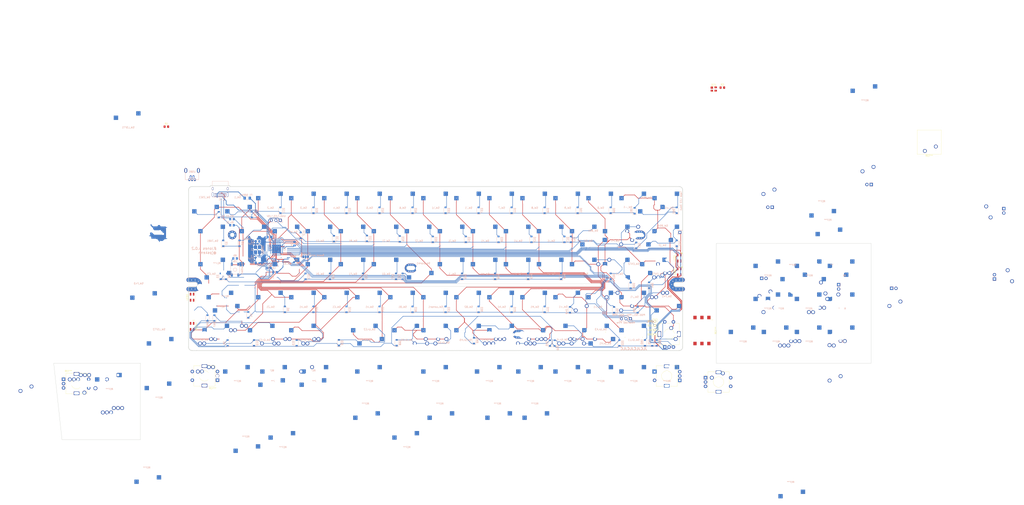
<source format=kicad_pcb>
(kicad_pcb (version 20171130) (host pcbnew "(5.1.6-0-10_14)")
  (title_block (title Jones) (rev v.0.2) (company @jpskenn))
  (layers (0 F.Cu signal) (31 B.Cu signal) (34 B.Paste user) (35 F.Paste user) (36 B.SilkS user) (37 F.SilkS user) (38 B.Mask user) (39 F.Mask user) (44 Edge.Cuts user))
  (net 0 "")
  (net 1 "Net-(D1-Pad2)")
  (net 2 "Net-(D2-Pad2)")
  (net 3 "Net-(D3-Pad2)")
  (net 4 "Net-(D4-Pad2)")
  (net 5 "Net-(D5-Pad2)")
  (net 6 "Net-(D6-Pad2)")
  (net 7 "Net-(D7-Pad2)")
  (net 8 "Net-(D8-Pad2)")
  (net 9 "Net-(D9-Pad2)")
  (net 10 "Net-(D10-Pad2)")
  (net 11 "Net-(D11-Pad2)")
  (net 12 "Net-(D12-Pad2)")
  (net 13 "Net-(D13-Pad2)")
  (net 14 "Net-(D14-Pad2)")
  (net 15 "Net-(D16-Pad2)")
  (net 16 "Net-(D17-Pad2)")
  (net 17 "Net-(D18-Pad2)")
  (net 18 "Net-(D19-Pad2)")
  (net 19 "Net-(D20-Pad2)")
  (net 20 "Net-(D21-Pad2)")
  (net 21 "Net-(D22-Pad2)")
  (net 22 "Net-(D23-Pad2)")
  (net 23 "Net-(D24-Pad2)")
  (net 24 "Net-(D25-Pad2)")
  (net 25 "Net-(D26-Pad2)")
  (net 26 "Net-(D27-Pad2)")
  (net 27 "Net-(D28-Pad2)")
  (net 28 "Net-(D29-Pad2)")
  (net 29 "Net-(D30-Pad2)")
  (net 30 "Net-(D31-Pad2)")
  (net 31 "Net-(D32-Pad2)")
  (net 32 "Net-(D33-Pad2)")
  (net 33 "Net-(D34-Pad2)")
  (net 34 "Net-(D35-Pad2)")
  (net 35 "Net-(D36-Pad2)")
  (net 36 "Net-(D37-Pad2)")
  (net 37 "Net-(D38-Pad2)")
  (net 38 "Net-(D39-Pad2)")
  (net 39 "Net-(D40-Pad2)")
  (net 40 "Net-(D41-Pad2)")
  (net 41 "Net-(D42-Pad2)")
  (net 42 "Net-(D43-Pad2)")
  (net 43 "Net-(D44-Pad2)")
  (net 44 "Net-(D45-Pad2)")
  (net 45 "Net-(D46-Pad2)")
  (net 46 "Net-(D47-Pad2)")
  (net 47 "Net-(D48-Pad2)")
  (net 48 "Net-(D49-Pad2)")
  (net 49 "Net-(D50-Pad2)")
  (net 50 "Net-(D51-Pad2)")
  (net 51 "Net-(D52-Pad2)")
  (net 52 "Net-(D53-Pad2)")
  (net 53 "Net-(D54-Pad2)")
  (net 54 "Net-(D55-Pad2)")
  (net 55 "Net-(D56-Pad2)")
  (net 56 "Net-(D57-Pad2)")
  (net 57 "Net-(D58-Pad2)")
  (net 58 "Net-(D59-Pad2)")
  (net 59 "Net-(D60-Pad2)")
  (net 60 "Net-(D61-Pad2)")
  (net 61 "Net-(D62-Pad2)")
  (net 62 "Net-(D63-Pad2)")
  (net 63 ROW0)
  (net 64 ROW1)
  (net 65 ROW2)
  (net 66 ROW3)
  (net 67 ROW4)
  (net 68 COL1)
  (net 69 +5V)
  (net 70 COL2)
  (net 71 COL3)
  (net 72 COL4)
  (net 73 COL5)
  (net 74 COL6)
  (net 75 COL7)
  (net 76 COL8)
  (net 77 COL9)
  (net 78 COL10)
  (net 79 COL11)
  (net 80 COL12)
  (net 81 COL13)
  (net 82 COL0)
  (net 83 GND)
  (net 84 VCC)
  (net 85 D-)
  (net 86 D+)
  (net 87 "Net-(D15-Pad2)")
  (net 88 RE_A)
  (net 89 RE_B)
  (net 90 "Net-(C2-Pad1)")
  (net 91 "Net-(C3-Pad1)")
  (net 92 "Net-(R5-Pad2)")
  (net 93 "Net-(R6-Pad2)")
  (net 94 "Net-(C6-Pad1)")
  (net 95 "Net-(LED1-Pad1)")
  (net 96 LED)
  (net 97 Reserve_PD5)
  (net 98 "Net-(D64-Pad2)")
  (net 99 RE_S2)
  (net 100 "Net-(D66-Pad2)")
  (net 101 "Net-(D67-Pad2)")
  (net 102 "Net-(D68-Pad2)")
  (net 103 "Net-(D69-Pad2)")
  (net 104 "Net-(D70-Pad2)")
  (net 105 Reserve_PD1-SDA)
  (net 106 Reserve_PD0-SCL)
  (net 107 LED_TAPE)
  (net 108 "Net-(J4-Pad1)")
  (net 109 "Net-(D71-Pad2)")
  (net 110 "Net-(D71-Pad3)")
  (net 111 "Net-(J1-PadA5)")
  (net 112 "Net-(J1-PadB5)")
  (module MX_Alps_Hybrid:MXOnly-1.25U-NoLED (layer F.Cu) (at 91.30654 131.788)
    (fp_text reference REF**)
    (fp_text value 1.25U)
    (pad "" np_thru_hole circle (at 5.08 0 48.0996) (size 1.75 1.75) (drill 1.75) (layers *.Cu *.Mask))
    (pad "" np_thru_hole circle (at -5.08 0 48.0996) (size 1.75 1.75) (drill 1.75) (layers *.Cu *.Mask))
    (pad 1 thru_hole circle (at -3.81 -2.54) (size 2.25 2.25) (drill 1.47) (layers *.Cu B.Mask))
    (pad "" np_thru_hole circle (at 0 0) (size 3.9878 3.9878) (drill 3.9878) (layers *.Cu *.Mask))
    (pad 2 thru_hole circle (at 2.54 -5.08) (size 2.25 2.25) (drill 1.47) (layers *.Cu B.Mask))
  )
  (module MX_Alps_Hybrid:MXOnly-1U-Hotswap (layer F.Cu) (at 93.6878 131.788 180)
    (fp_text reference REF**)
    (fp_text value 1U)
    (fp_text user %R (at 0 3.048) (layer B.SilkS) (effects (justify mirror)))
    (pad 2 smd rect (at 5.842 -5.08 180) (size 2.55 2.5) (layers B.Cu B.Paste B.Mask))
    (pad 1 smd rect (at -7.085 -2.54 180) (size 2.55 2.5) (layers B.Cu B.Paste B.Mask))
    (pad "" np_thru_hole circle (at 5.08 0 228.0996) (size 1.75 1.75) (drill 1.75) (layers *.Cu *.Mask))
    (pad "" np_thru_hole circle (at -5.08 0 228.0996) (size 1.75 1.75) (drill 1.75) (layers *.Cu *.Mask))
    (pad "" np_thru_hole circle (at -3.81 -2.54 180) (size 3 3) (drill 3) (layers *.Cu *.Mask))
    (pad "" np_thru_hole circle (at 0 0 180) (size 3.9878 3.9878) (drill 3.9878) (layers *.Cu *.Mask))
    (pad "" np_thru_hole circle (at 2.54 -5.08 180) (size 3 3) (drill 3) (layers *.Cu *.Mask))
  )
  (module MX_Alps_Hybrid:MXOnly-1.25U-Hotswap (layer F.Cu) (at 77.01898 169.88816)
    (fp_text reference REF**)
    (fp_text value 1.25U)
    (fp_text user %R (at 0 3.048) (layer B.SilkS) (effects (justify mirror)))
    (pad 2 smd rect (at 5.842 -5.08) (size 2.55 2.5) (layers B.Cu B.Paste B.Mask))
    (pad 1 smd rect (at -7.085 -2.54) (size 2.55 2.5) (layers B.Cu B.Paste B.Mask))
    (pad "" np_thru_hole circle (at 5.08 0 48.0996) (size 1.75 1.75) (drill 1.75) (layers *.Cu *.Mask))
    (pad "" np_thru_hole circle (at -5.08 0 48.0996) (size 1.75 1.75) (drill 1.75) (layers *.Cu *.Mask))
    (pad "" np_thru_hole circle (at -3.81 -2.54) (size 3 3) (drill 3) (layers *.Cu *.Mask))
    (pad "" np_thru_hole circle (at 0 0) (size 3.9878 3.9878) (drill 3.9878) (layers *.Cu *.Mask))
    (pad "" np_thru_hole circle (at 2.54 -5.08) (size 3 3) (drill 3) (layers *.Cu *.Mask))
  )
  (module MX_Alps_Hybrid:MXOnly-6.25U-Hotswap (layer F.Cu) (at 148.45678 169.88816)
    (fp_text reference REF**)
    (fp_text value 6.25)
    (fp_text user %R (at 0 3.048) (layer B.SilkS) (effects (justify mirror)))
    (pad "" np_thru_hole circle (at -49.9999 8.255) (size 3.9878 3.9878) (drill 3.9878) (layers *.Cu *.Mask))
    (pad "" np_thru_hole circle (at 49.9999 8.255) (size 3.9878 3.9878) (drill 3.9878) (layers *.Cu *.Mask))
    (pad "" np_thru_hole circle (at -49.9999 -6.985) (size 3.048 3.048) (drill 3.048) (layers *.Cu *.Mask))
    (pad "" np_thru_hole circle (at 49.9999 -6.985) (size 3.048 3.048) (drill 3.048) (layers *.Cu *.Mask))
    (pad 2 smd rect (at 5.842 -5.08) (size 2.55 2.5) (layers B.Cu B.Paste B.Mask))
    (pad 1 smd rect (at -7.085 -2.54) (size 2.55 2.5) (layers B.Cu B.Paste B.Mask))
    (pad "" np_thru_hole circle (at 5.08 0 48.0996) (size 1.75 1.75) (drill 1.75) (layers *.Cu *.Mask))
    (pad "" np_thru_hole circle (at -5.08 0 48.0996) (size 1.75 1.75) (drill 1.75) (layers *.Cu *.Mask))
    (pad "" np_thru_hole circle (at -3.81 -2.54) (size 3 3) (drill 3) (layers *.Cu *.Mask))
    (pad "" np_thru_hole circle (at 0 0) (size 3.9878 3.9878) (drill 3.9878) (layers *.Cu *.Mask))
    (pad "" np_thru_hole circle (at 2.54 -5.08) (size 3 3) (drill 3) (layers *.Cu *.Mask))
  )
  (module MX_Alps_Hybrid:MXOnly-1.25U-NoLED (layer F.Cu) (at 34.1563 131.788)
    (fp_text reference REF**)
    (fp_text value 1.25U)
    (pad 2 thru_hole circle (at 2.54 -5.08) (size 2.25 2.25) (drill 1.47) (layers *.Cu B.Mask))
    (pad "" np_thru_hole circle (at 0 0) (size 3.9878 3.9878) (drill 3.9878) (layers *.Cu *.Mask))
    (pad 1 thru_hole circle (at -3.81 -2.54) (size 2.25 2.25) (drill 1.47) (layers *.Cu B.Mask))
    (pad "" np_thru_hole circle (at -5.08 0 48.0996) (size 1.75 1.75) (drill 1.75) (layers *.Cu *.Mask))
    (pad "" np_thru_hole circle (at 5.08 0 48.0996) (size 1.75 1.75) (drill 1.75) (layers *.Cu *.Mask))
  )
  (module MX_Alps_Hybrid:MXOnly-1U-Hotswap (layer F.Cu) (at 55.58764 169.88816 180)
    (fp_text reference REF**)
    (fp_text value 1U)
    (fp_text user %R (at 0 3.048) (layer B.SilkS) (effects (justify mirror)))
    (pad 2 smd rect (at 5.842 -5.08 180) (size 2.55 2.5) (layers B.Cu B.Paste B.Mask))
    (pad 1 smd rect (at -7.085 -2.54 180) (size 2.55 2.5) (layers B.Cu B.Paste B.Mask))
    (pad "" np_thru_hole circle (at 5.08 0 228.0996) (size 1.75 1.75) (drill 1.75) (layers *.Cu *.Mask))
    (pad "" np_thru_hole circle (at -5.08 0 228.0996) (size 1.75 1.75) (drill 1.75) (layers *.Cu *.Mask))
    (pad "" np_thru_hole circle (at -3.81 -2.54 180) (size 3 3) (drill 3) (layers *.Cu *.Mask))
    (pad "" np_thru_hole circle (at 0 0 180) (size 3.9878 3.9878) (drill 3.9878) (layers *.Cu *.Mask))
    (pad "" np_thru_hole circle (at 2.54 -5.08 180) (size 3 3) (drill 3) (layers *.Cu *.Mask))
  )
  (module MX_Alps_Hybrid:MXOnly-1U-Hotswap (layer F.Cu) (at 222.27584 150.83808 180)
    (fp_text reference REF**)
    (fp_text value 1U)
    (fp_text user %R (at 0 3.048) (layer B.SilkS) (effects (justify mirror)))
    (pad 2 smd rect (at 5.842 -5.08 180) (size 2.55 2.5) (layers B.Cu B.Paste B.Mask))
    (pad 1 smd rect (at -7.085 -2.54 180) (size 2.55 2.5) (layers B.Cu B.Paste B.Mask))
    (pad "" np_thru_hole circle (at 5.08 0 228.0996) (size 1.75 1.75) (drill 1.75) (layers *.Cu *.Mask))
    (pad "" np_thru_hole circle (at -5.08 0 228.0996) (size 1.75 1.75) (drill 1.75) (layers *.Cu *.Mask))
    (pad "" np_thru_hole circle (at -3.81 -2.54 180) (size 3 3) (drill 3) (layers *.Cu *.Mask))
    (pad "" np_thru_hole circle (at 0 0 180) (size 3.9878 3.9878) (drill 3.9878) (layers *.Cu *.Mask))
    (pad "" np_thru_hole circle (at 2.54 -5.08 180) (size 3 3) (drill 3) (layers *.Cu *.Mask))
  )
  (module MX_Alps_Hybrid:MXOnly-1.25U-Hotswap (layer F.Cu) (at 200.8445 150.83808 180)
    (fp_text reference REF**)
    (fp_text value 1.25U)
    (fp_text user %R (at 0 3.048) (layer B.SilkS) (effects (justify mirror)))
    (pad 2 smd rect (at 5.842 -5.08 180) (size 2.55 2.5) (layers B.Cu B.Paste B.Mask))
    (pad 1 smd rect (at -7.085 -2.54 180) (size 2.55 2.5) (layers B.Cu B.Paste B.Mask))
    (pad "" np_thru_hole circle (at 5.08 0 228.0996) (size 1.75 1.75) (drill 1.75) (layers *.Cu *.Mask))
    (pad "" np_thru_hole circle (at -5.08 0 228.0996) (size 1.75 1.75) (drill 1.75) (layers *.Cu *.Mask))
    (pad "" np_thru_hole circle (at -3.81 -2.54 180) (size 3 3) (drill 3) (layers *.Cu *.Mask))
    (pad "" np_thru_hole circle (at 0 0 180) (size 3.9878 3.9878) (drill 3.9878) (layers *.Cu *.Mask))
    (pad "" np_thru_hole circle (at 2.54 -5.08 180) (size 3 3) (drill 3) (layers *.Cu *.Mask))
  )
  (module MX_Alps_Hybrid:MXOnly-2.25U-Hotswap (layer F.Cu) (at 167.50686 150.83808 180)
    (fp_text reference REF**)
    (fp_text value 2.25U)
    (fp_text user %R (at 0 3.048) (layer B.SilkS) (effects (justify mirror)))
    (pad "" np_thru_hole circle (at -11.938 8.255 180) (size 3.9878 3.9878) (drill 3.9878) (layers *.Cu *.Mask))
    (pad "" np_thru_hole circle (at 11.938 8.255 180) (size 3.9878 3.9878) (drill 3.9878) (layers *.Cu *.Mask))
    (pad "" np_thru_hole circle (at -11.938 -6.985 180) (size 3.048 3.048) (drill 3.048) (layers *.Cu *.Mask))
    (pad "" np_thru_hole circle (at 11.938 -6.985 180) (size 3.048 3.048) (drill 3.048) (layers *.Cu *.Mask))
    (pad 2 smd rect (at 5.842 -5.08 180) (size 2.55 2.5) (layers B.Cu B.Paste B.Mask))
    (pad 1 smd rect (at -7.085 -2.54 180) (size 2.55 2.5) (layers B.Cu B.Paste B.Mask))
    (pad "" np_thru_hole circle (at 5.08 0 228.0996) (size 1.75 1.75) (drill 1.75) (layers *.Cu *.Mask))
    (pad "" np_thru_hole circle (at -5.08 0 228.0996) (size 1.75 1.75) (drill 1.75) (layers *.Cu *.Mask))
    (pad "" np_thru_hole circle (at -3.81 -2.54 180) (size 3 3) (drill 3) (layers *.Cu *.Mask))
    (pad "" np_thru_hole circle (at 0 0 180) (size 3.9878 3.9878) (drill 3.9878) (layers *.Cu *.Mask))
    (pad "" np_thru_hole circle (at 2.54 -5.08 180) (size 3 3) (drill 3) (layers *.Cu *.Mask))
  )
  (module MX_Alps_Hybrid:MXOnly-2.25U-Hotswap (layer F.Cu) (at 124.64418 150.83808 180)
    (fp_text reference REF**)
    (fp_text value 2.25U)
    (fp_text user %R (at 0 3.048) (layer B.SilkS) (effects (justify mirror)))
    (pad "" np_thru_hole circle (at -11.938 8.255 180) (size 3.9878 3.9878) (drill 3.9878) (layers *.Cu *.Mask))
    (pad "" np_thru_hole circle (at 11.938 8.255 180) (size 3.9878 3.9878) (drill 3.9878) (layers *.Cu *.Mask))
    (pad "" np_thru_hole circle (at -11.938 -6.985 180) (size 3.048 3.048) (drill 3.048) (layers *.Cu *.Mask))
    (pad "" np_thru_hole circle (at 11.938 -6.985 180) (size 3.048 3.048) (drill 3.048) (layers *.Cu *.Mask))
    (pad 2 smd rect (at 5.842 -5.08 180) (size 2.55 2.5) (layers B.Cu B.Paste B.Mask))
    (pad 1 smd rect (at -7.085 -2.54 180) (size 2.55 2.5) (layers B.Cu B.Paste B.Mask))
    (pad "" np_thru_hole circle (at 5.08 0 228.0996) (size 1.75 1.75) (drill 1.75) (layers *.Cu *.Mask))
    (pad "" np_thru_hole circle (at -5.08 0 228.0996) (size 1.75 1.75) (drill 1.75) (layers *.Cu *.Mask))
    (pad "" np_thru_hole circle (at -3.81 -2.54 180) (size 3 3) (drill 3) (layers *.Cu *.Mask))
    (pad "" np_thru_hole circle (at 0 0 180) (size 3.9878 3.9878) (drill 3.9878) (layers *.Cu *.Mask))
    (pad "" np_thru_hole circle (at 2.54 -5.08 180) (size 3 3) (drill 3) (layers *.Cu *.Mask))
  )
  (module MX_Alps_Hybrid:MXOnly-1.25U-Hotswap (layer F.Cu) (at -1.5626 187.74761 180)
    (fp_text reference REF**)
    (fp_text value 1.25U)
    (fp_text user %R (at 0 3.048) (layer B.SilkS) (effects (justify mirror)))
    (pad "" np_thru_hole circle (at 2.54 -5.08 180) (size 3 3) (drill 3) (layers *.Cu *.Mask))
    (pad "" np_thru_hole circle (at 0 0 180) (size 3.9878 3.9878) (drill 3.9878) (layers *.Cu *.Mask))
    (pad "" np_thru_hole circle (at -3.81 -2.54 180) (size 3 3) (drill 3) (layers *.Cu *.Mask))
    (pad "" np_thru_hole circle (at -5.08 0 228.0996) (size 1.75 1.75) (drill 1.75) (layers *.Cu *.Mask))
    (pad "" np_thru_hole circle (at 5.08 0 228.0996) (size 1.75 1.75) (drill 1.75) (layers *.Cu *.Mask))
    (pad 1 smd rect (at -7.085 -2.54 180) (size 2.55 2.5) (layers B.Cu B.Paste B.Mask))
    (pad 2 smd rect (at 5.842 -5.08 180) (size 2.55 2.5) (layers B.Cu B.Paste B.Mask))
  )
  (module MX_Alps_Hybrid:MXOnly-1U-Hotswap (layer F.Cu) (at 69.8752 131.788 180)
    (fp_text reference REF**)
    (fp_text value 1U)
    (fp_text user %R (at 0 3.048) (layer B.SilkS) (effects (justify mirror)))
    (pad "" np_thru_hole circle (at 2.54 -5.08 180) (size 3 3) (drill 3) (layers *.Cu *.Mask))
    (pad "" np_thru_hole circle (at 0 0 180) (size 3.9878 3.9878) (drill 3.9878) (layers *.Cu *.Mask))
    (pad "" np_thru_hole circle (at -3.81 -2.54 180) (size 3 3) (drill 3) (layers *.Cu *.Mask))
    (pad "" np_thru_hole circle (at -5.08 0 228.0996) (size 1.75 1.75) (drill 1.75) (layers *.Cu *.Mask))
    (pad "" np_thru_hole circle (at 5.08 0 228.0996) (size 1.75 1.75) (drill 1.75) (layers *.Cu *.Mask))
    (pad 1 smd rect (at -7.085 -2.54 180) (size 2.55 2.5) (layers B.Cu B.Paste B.Mask))
    (pad 2 smd rect (at 5.842 -5.08 180) (size 2.55 2.5) (layers B.Cu B.Paste B.Mask))
  )
  (module Rotary_Encoder:RotaryEncoder_Alps_EC11E-Switch_Vertical_H20mm (layer F.Cu) (at 305.91807 134.34785 180)
    (fp_text reference SW_R.E.1 hide)
    (fp_text value Rotary_Encoder_Switch)
    (pad S1 thru_hole circle (at 14.5 5 180) (size 2 2) (drill 1) (layers *.Cu *.Mask) (net 80 COL12))
    (pad S2 thru_hole circle (at 14.5 0 180) (size 2 2) (drill 1) (layers *.Cu *.Mask) (net 99 RE_S2))
    (pad MP thru_hole rect (at 7.5 8.1 180) (size 3.2 2) (drill oval 2.8 1.5) (layers *.Cu *.Mask))
    (pad MP thru_hole rect (at 7.5 -3.1 180) (size 3.2 2) (drill oval 2.8 1.5) (layers *.Cu *.Mask))
    (pad B thru_hole circle (at 0 5 180) (size 2 2) (drill 1) (layers *.Cu *.Mask) (net 89 RE_B))
    (pad C thru_hole circle (at 0 2.5 180) (size 2 2) (drill 1) (layers *.Cu *.Mask) (net 83 GND))
    (pad A thru_hole rect (at 0 0 180) (size 2 2) (drill 1) (layers *.Cu *.Mask) (net 88 RE_A))
  )
  (module MX_Alps_Hybrid:MXOnly-1U-Hotswap (layer F.Cu) (at 298.47616 131.788)
    (fp_text reference REF**)
    (fp_text value 1U)
    (fp_text user %R (at 0 3.048) (layer B.SilkS) (effects (justify mirror)))
    (pad "" np_thru_hole circle (at 2.54 -5.08) (size 3 3) (drill 3) (layers *.Cu *.Mask))
    (pad "" np_thru_hole circle (at 0 0) (size 3.9878 3.9878) (drill 3.9878) (layers *.Cu *.Mask))
    (pad "" np_thru_hole circle (at -3.81 -2.54) (size 3 3) (drill 3) (layers *.Cu *.Mask))
    (pad "" np_thru_hole circle (at -5.08 0 48.0996) (size 1.75 1.75) (drill 1.75) (layers *.Cu *.Mask))
    (pad "" np_thru_hole circle (at 5.08 0 48.0996) (size 1.75 1.75) (drill 1.75) (layers *.Cu *.Mask))
    (pad 1 smd rect (at -7.085 -2.54) (size 2.55 2.5) (layers B.Cu B.Paste B.Mask))
    (pad 2 smd rect (at 5.842 -5.08) (size 2.55 2.5) (layers B.Cu B.Paste B.Mask))
  )
  (module MX_Alps_Hybrid:MXOnly-1U-Hotswap (layer F.Cu) (at 279.42608 131.788)
    (fp_text reference REF**)
    (fp_text value 1U)
    (fp_text user %R (at 0 3.048) (layer B.SilkS) (effects (justify mirror)))
    (pad "" np_thru_hole circle (at 2.54 -5.08) (size 3 3) (drill 3) (layers *.Cu *.Mask))
    (pad "" np_thru_hole circle (at 0 0) (size 3.9878 3.9878) (drill 3.9878) (layers *.Cu *.Mask))
    (pad "" np_thru_hole circle (at -3.81 -2.54) (size 3 3) (drill 3) (layers *.Cu *.Mask))
    (pad "" np_thru_hole circle (at -5.08 0 48.0996) (size 1.75 1.75) (drill 1.75) (layers *.Cu *.Mask))
    (pad "" np_thru_hole circle (at 5.08 0 48.0996) (size 1.75 1.75) (drill 1.75) (layers *.Cu *.Mask))
    (pad 1 smd rect (at -7.085 -2.54) (size 2.55 2.5) (layers B.Cu B.Paste B.Mask))
    (pad 2 smd rect (at 5.842 -5.08) (size 2.55 2.5) (layers B.Cu B.Paste B.Mask))
  )
  (module MX_Alps_Hybrid:MXOnly-1U-Hotswap (layer F.Cu) (at 260.376 131.788)
    (fp_text reference REF**)
    (fp_text value 1U)
    (fp_text user %R (at 0 3.048) (layer B.SilkS) (effects (justify mirror)))
    (pad "" np_thru_hole circle (at 2.54 -5.08) (size 3 3) (drill 3) (layers *.Cu *.Mask))
    (pad "" np_thru_hole circle (at 0 0) (size 3.9878 3.9878) (drill 3.9878) (layers *.Cu *.Mask))
    (pad "" np_thru_hole circle (at -3.81 -2.54) (size 3 3) (drill 3) (layers *.Cu *.Mask))
    (pad "" np_thru_hole circle (at -5.08 0 48.0996) (size 1.75 1.75) (drill 1.75) (layers *.Cu *.Mask))
    (pad "" np_thru_hole circle (at 5.08 0 48.0996) (size 1.75 1.75) (drill 1.75) (layers *.Cu *.Mask))
    (pad 1 smd rect (at -7.085 -2.54) (size 2.55 2.5) (layers B.Cu B.Paste B.Mask))
    (pad 2 smd rect (at 5.842 -5.08) (size 2.55 2.5) (layers B.Cu B.Paste B.Mask))
  )
  (module MX_Alps_Hybrid:MXOnly-1U-Hotswap (layer F.Cu) (at 241.32592 131.788)
    (fp_text reference REF**)
    (fp_text value 1U)
    (fp_text user %R (at 0 3.048) (layer B.SilkS) (effects (justify mirror)))
    (pad "" np_thru_hole circle (at 2.54 -5.08) (size 3 3) (drill 3) (layers *.Cu *.Mask))
    (pad "" np_thru_hole circle (at 0 0) (size 3.9878 3.9878) (drill 3.9878) (layers *.Cu *.Mask))
    (pad "" np_thru_hole circle (at -3.81 -2.54) (size 3 3) (drill 3) (layers *.Cu *.Mask))
    (pad "" np_thru_hole circle (at -5.08 0 48.0996) (size 1.75 1.75) (drill 1.75) (layers *.Cu *.Mask))
    (pad "" np_thru_hole circle (at 5.08 0 48.0996) (size 1.75 1.75) (drill 1.75) (layers *.Cu *.Mask))
    (pad 1 smd rect (at -7.085 -2.54) (size 2.55 2.5) (layers B.Cu B.Paste B.Mask))
    (pad 2 smd rect (at 5.842 -5.08) (size 2.55 2.5) (layers B.Cu B.Paste B.Mask))
  )
  (module MX_Alps_Hybrid:MXOnly-1.25U-Hotswap (layer F.Cu) (at 219.89458 131.788)
    (fp_text reference REF**)
    (fp_text value 1.25U)
    (fp_text user %R (at 0 3.048) (layer B.SilkS) (effects (justify mirror)))
    (pad "" np_thru_hole circle (at 2.54 -5.08) (size 3 3) (drill 3) (layers *.Cu *.Mask))
    (pad "" np_thru_hole circle (at 0 0) (size 3.9878 3.9878) (drill 3.9878) (layers *.Cu *.Mask))
    (pad "" np_thru_hole circle (at -3.81 -2.54) (size 3 3) (drill 3) (layers *.Cu *.Mask))
    (pad "" np_thru_hole circle (at -5.08 0 48.0996) (size 1.75 1.75) (drill 1.75) (layers *.Cu *.Mask))
    (pad "" np_thru_hole circle (at 5.08 0 48.0996) (size 1.75 1.75) (drill 1.75) (layers *.Cu *.Mask))
    (pad 1 smd rect (at -7.085 -2.54) (size 2.55 2.5) (layers B.Cu B.Paste B.Mask))
    (pad 2 smd rect (at 5.842 -5.08) (size 2.55 2.5) (layers B.Cu B.Paste B.Mask))
  )
  (module MX_Alps_Hybrid:MXOnly-1.25U-Hotswap (layer F.Cu) (at 196.08198 131.788)
    (fp_text reference REF**)
    (fp_text value 1.25U)
    (fp_text user %R (at 0 3.048) (layer B.SilkS) (effects (justify mirror)))
    (pad "" np_thru_hole circle (at 2.54 -5.08) (size 3 3) (drill 3) (layers *.Cu *.Mask))
    (pad "" np_thru_hole circle (at 0 0) (size 3.9878 3.9878) (drill 3.9878) (layers *.Cu *.Mask))
    (pad "" np_thru_hole circle (at -3.81 -2.54) (size 3 3) (drill 3) (layers *.Cu *.Mask))
    (pad "" np_thru_hole circle (at -5.08 0 48.0996) (size 1.75 1.75) (drill 1.75) (layers *.Cu *.Mask))
    (pad "" np_thru_hole circle (at 5.08 0 48.0996) (size 1.75 1.75) (drill 1.75) (layers *.Cu *.Mask))
    (pad 1 smd rect (at -7.085 -2.54) (size 2.55 2.5) (layers B.Cu B.Paste B.Mask))
    (pad 2 smd rect (at 5.842 -5.08) (size 2.55 2.5) (layers B.Cu B.Paste B.Mask))
  )
  (module MX_Alps_Hybrid:MXOnly-2U-Hotswap (layer F.Cu) (at 165.1256 131.788)
    (fp_text reference REF**)
    (fp_text value 2U)
    (fp_text user %R (at 0 3.048) (layer B.SilkS) (effects (justify mirror)))
    (pad "" np_thru_hole circle (at 2.54 -5.08) (size 3 3) (drill 3) (layers *.Cu *.Mask))
    (pad "" np_thru_hole circle (at 0 0) (size 3.9878 3.9878) (drill 3.9878) (layers *.Cu *.Mask))
    (pad "" np_thru_hole circle (at -3.81 -2.54) (size 3 3) (drill 3) (layers *.Cu *.Mask))
    (pad "" np_thru_hole circle (at -5.08 0 48.0996) (size 1.75 1.75) (drill 1.75) (layers *.Cu *.Mask))
    (pad "" np_thru_hole circle (at 5.08 0 48.0996) (size 1.75 1.75) (drill 1.75) (layers *.Cu *.Mask))
    (pad 1 smd rect (at -7.085 -2.54) (size 2.55 2.5) (layers B.Cu B.Paste B.Mask))
    (pad 2 smd rect (at 5.842 -5.08) (size 2.55 2.5) (layers B.Cu B.Paste B.Mask))
    (pad "" np_thru_hole circle (at 11.938 -6.985) (size 3.048 3.048) (drill 3.048) (layers *.Cu *.Mask))
    (pad "" np_thru_hole circle (at -11.938 -6.985) (size 3.048 3.048) (drill 3.048) (layers *.Cu *.Mask))
    (pad "" np_thru_hole circle (at 11.938 8.255) (size 3.9878 3.9878) (drill 3.9878) (layers *.Cu *.Mask))
    (pad "" np_thru_hole circle (at -11.938 8.255) (size 3.9878 3.9878) (drill 3.9878) (layers *.Cu *.Mask))
  )
  (module MX_Alps_Hybrid:MXOnly-2U-Hotswap (layer F.Cu) (at 127.02544 131.788)
    (fp_text reference REF**)
    (fp_text value 2U)
    (fp_text user %R (at 0 3.048) (layer B.SilkS) (effects (justify mirror)))
    (pad "" np_thru_hole circle (at -11.938 8.255) (size 3.9878 3.9878) (drill 3.9878) (layers *.Cu *.Mask))
    (pad "" np_thru_hole circle (at 11.938 8.255) (size 3.9878 3.9878) (drill 3.9878) (layers *.Cu *.Mask))
    (pad "" np_thru_hole circle (at -11.938 -6.985) (size 3.048 3.048) (drill 3.048) (layers *.Cu *.Mask))
    (pad "" np_thru_hole circle (at 11.938 -6.985) (size 3.048 3.048) (drill 3.048) (layers *.Cu *.Mask))
    (pad 2 smd rect (at 5.842 -5.08) (size 2.55 2.5) (layers B.Cu B.Paste B.Mask))
    (pad 1 smd rect (at -7.085 -2.54) (size 2.55 2.5) (layers B.Cu B.Paste B.Mask))
    (pad "" np_thru_hole circle (at 5.08 0 48.0996) (size 1.75 1.75) (drill 1.75) (layers *.Cu *.Mask))
    (pad "" np_thru_hole circle (at -5.08 0 48.0996) (size 1.75 1.75) (drill 1.75) (layers *.Cu *.Mask))
    (pad "" np_thru_hole circle (at -3.81 -2.54) (size 3 3) (drill 3) (layers *.Cu *.Mask))
    (pad "" np_thru_hole circle (at 0 0) (size 3.9878 3.9878) (drill 3.9878) (layers *.Cu *.Mask))
    (pad "" np_thru_hole circle (at 2.54 -5.08) (size 3 3) (drill 3) (layers *.Cu *.Mask))
  )
  (module MX_Alps_Hybrid:MXOnly-1.25U-Hotswap (layer F.Cu) (at 96.06906 131.788)
    (fp_text reference REF**)
    (fp_text value 1.25U)
    (fp_text user %R (at 0 3.048) (layer B.SilkS) (effects (justify mirror)))
    (pad 2 smd rect (at 5.842 -5.08) (size 2.55 2.5) (layers B.Cu B.Paste B.Mask))
    (pad 1 smd rect (at -7.085 -2.54) (size 2.55 2.5) (layers B.Cu B.Paste B.Mask))
    (pad "" np_thru_hole circle (at 5.08 0 48.0996) (size 1.75 1.75) (drill 1.75) (layers *.Cu *.Mask))
    (pad "" np_thru_hole circle (at -5.08 0 48.0996) (size 1.75 1.75) (drill 1.75) (layers *.Cu *.Mask))
    (pad "" np_thru_hole circle (at -3.81 -2.54) (size 3 3) (drill 3) (layers *.Cu *.Mask))
    (pad "" np_thru_hole circle (at 0 0) (size 3.9878 3.9878) (drill 3.9878) (layers *.Cu *.Mask))
    (pad "" np_thru_hole circle (at 2.54 -5.08) (size 3 3) (drill 3) (layers *.Cu *.Mask))
  )
  (module MX_Alps_Hybrid:MXOnly-1.25U-Hotswap (layer F.Cu) (at 72.25646 131.788)
    (fp_text reference REF**)
    (fp_text value 1.25U)
    (fp_text user %R (at 0 3.048) (layer B.SilkS) (effects (justify mirror)))
    (pad 2 smd rect (at 5.842 -5.08) (size 2.55 2.5) (layers B.Cu B.Paste B.Mask))
    (pad 1 smd rect (at -7.085 -2.54) (size 2.55 2.5) (layers B.Cu B.Paste B.Mask))
    (pad "" np_thru_hole circle (at 5.08 0 48.0996) (size 1.75 1.75) (drill 1.75) (layers *.Cu *.Mask))
    (pad "" np_thru_hole circle (at -5.08 0 48.0996) (size 1.75 1.75) (drill 1.75) (layers *.Cu *.Mask))
    (pad "" np_thru_hole circle (at -3.81 -2.54) (size 3 3) (drill 3) (layers *.Cu *.Mask))
    (pad "" np_thru_hole circle (at 0 0) (size 3.9878 3.9878) (drill 3.9878) (layers *.Cu *.Mask))
    (pad "" np_thru_hole circle (at 2.54 -5.08) (size 3 3) (drill 3) (layers *.Cu *.Mask))
  )
  (module MX_Alps_Hybrid:MXOnly-1U-Hotswap (layer F.Cu) (at 50.82512 131.788)
    (fp_text reference REF**)
    (fp_text value 1U)
    (fp_text user %R (at 0 3.048) (layer B.SilkS) (effects (justify mirror)))
    (pad 2 smd rect (at 5.842 -5.08) (size 2.55 2.5) (layers B.Cu B.Paste B.Mask))
    (pad 1 smd rect (at -7.085 -2.54) (size 2.55 2.5) (layers B.Cu B.Paste B.Mask))
    (pad "" np_thru_hole circle (at 5.08 0 48.0996) (size 1.75 1.75) (drill 1.75) (layers *.Cu *.Mask))
    (pad "" np_thru_hole circle (at -5.08 0 48.0996) (size 1.75 1.75) (drill 1.75) (layers *.Cu *.Mask))
    (pad "" np_thru_hole circle (at -3.81 -2.54) (size 3 3) (drill 3) (layers *.Cu *.Mask))
    (pad "" np_thru_hole circle (at 0 0) (size 3.9878 3.9878) (drill 3.9878) (layers *.Cu *.Mask))
    (pad "" np_thru_hole circle (at 2.54 -5.08) (size 3 3) (drill 3) (layers *.Cu *.Mask))
  )
  (module MX_Alps_Hybrid:MXOnly-1U-NoLED (layer F.Cu) (at 31.77504 131.788)
    (fp_text reference REF**)
    (fp_text value 1U)
    (pad "" np_thru_hole circle (at 5.08 0 48.0996) (size 1.75 1.75) (drill 1.75) (layers *.Cu *.Mask))
    (pad "" np_thru_hole circle (at -5.08 0 48.0996) (size 1.75 1.75) (drill 1.75) (layers *.Cu *.Mask))
    (pad 1 thru_hole circle (at -3.81 -2.54) (size 2.25 2.25) (drill 1.47) (layers *.Cu B.Mask))
    (pad "" np_thru_hole circle (at 0 0) (size 3.9878 3.9878) (drill 3.9878) (layers *.Cu *.Mask))
    (pad 2 thru_hole circle (at 2.54 -5.08) (size 2.25 2.25) (drill 1.47) (layers *.Cu B.Mask))
  )
  (module Rotary_Encoder:RotaryEncoder_Alps_EC11E-Switch_Vertical_H20mm (layer F.Cu) (at 39.275256 134.242755 180)
    (fp_text reference REF** (at 2.8 -4.7) (layer F.SilkS))
    (fp_text value RotaryEncoder_Alps_EC11E-Switch_Vertical_H20mm)
    (pad S1 thru_hole circle (at 14.5 5 180) (size 2 2) (drill 1) (layers *.Cu *.Mask))
    (pad S2 thru_hole circle (at 14.5 0 180) (size 2 2) (drill 1) (layers *.Cu *.Mask))
    (pad MP thru_hole rect (at 7.5 8.1 180) (size 3.2 2) (drill oval 2.8 1.5) (layers *.Cu *.Mask))
    (pad MP thru_hole rect (at 7.5 -3.1 180) (size 3.2 2) (drill oval 2.8 1.5) (layers *.Cu *.Mask))
    (pad B thru_hole circle (at 0 5 180) (size 2 2) (drill 1) (layers *.Cu *.Mask))
    (pad C thru_hole circle (at 0 2.5 180) (size 2 2) (drill 1) (layers *.Cu *.Mask))
    (pad A thru_hole rect (at 0 0 180) (size 2 2) (drill 1) (layers *.Cu *.Mask))
  )
  (module MX_Alps_Hybrid:MXOnly-1U-Hotswap (layer F.Cu) (at 5.58118 141.31304)
    (fp_text reference REF**)
    (fp_text value 1U)
    (fp_text user %R (at 0 3.048) (layer B.SilkS) (effects (justify mirror)))
    (pad "" np_thru_hole circle (at 2.54 -5.08) (size 3 3) (drill 3) (layers *.Cu *.Mask))
    (pad "" np_thru_hole circle (at 0 0) (size 3.9878 3.9878) (drill 3.9878) (layers *.Cu *.Mask))
    (pad "" np_thru_hole circle (at -3.81 -2.54) (size 3 3) (drill 3) (layers *.Cu *.Mask))
    (pad "" np_thru_hole circle (at -5.08 0 48.0996) (size 1.75 1.75) (drill 1.75) (layers *.Cu *.Mask))
    (pad "" np_thru_hole circle (at 5.08 0 48.0996) (size 1.75 1.75) (drill 1.75) (layers *.Cu *.Mask))
    (pad 1 smd rect (at -7.085 -2.54) (size 2.55 2.5) (layers B.Cu B.Paste B.Mask))
    (pad 2 smd rect (at 5.842 -5.08) (size 2.55 2.5) (layers B.Cu B.Paste B.Mask))
  )
  (module LED_SMD:LED_SK6812MINI_PLCC4_3.5x3.5mm_P1.75mm (layer F.Cu) (at 24.63007 86.37197 90)
    (fp_text reference LED1 (at 0 -2.75 90) (layer F.SilkS))
    (fp_text value SK6812MINI)
    (pad 3 smd rect (at 1.75 0.875 90) (size 1.6 0.85) (layers F.Cu F.Paste F.Mask) (net 108 "Net-(J4-Pad1)"))
    (pad 4 smd rect (at 1.75 -0.875 90) (size 1.6 0.85) (layers F.Cu F.Paste F.Mask) (net 69 +5V))
    (pad 2 smd rect (at -1.75 0.875 90) (size 1.6 0.85) (layers F.Cu F.Paste F.Mask) (net 83 GND))
    (pad 1 smd rect (at -1.75 -0.875 90) (size 1.6 0.85) (layers F.Cu F.Paste F.Mask) (net 95 "Net-(LED1-Pad1)"))
  )
  (module MX_Alps_Hybrid:MXOnly-2U-Hotswap-ReversedStabilizers (layer F.Cu) (at 41.30008 88.92532)
    (fp_text reference REF**)
    (fp_text value 2U)
    (fp_text user %R (at 0 3.048) (layer B.SilkS) (effects (justify mirror)))
    (pad "" np_thru_hole circle (at -11.938 -8.255) (size 3.9878 3.9878) (drill 3.9878) (layers *.Cu *.Mask))
    (pad "" np_thru_hole circle (at 11.938 -8.255) (size 3.9878 3.9878) (drill 3.9878) (layers *.Cu *.Mask))
    (pad "" np_thru_hole circle (at -11.938 6.985) (size 3.048 3.048) (drill 3.048) (layers *.Cu *.Mask))
    (pad "" np_thru_hole circle (at 11.938 6.985) (size 3.048 3.048) (drill 3.048) (layers *.Cu *.Mask))
    (pad 2 smd rect (at 5.842 -5.08) (size 2.55 2.5) (layers B.Cu B.Paste B.Mask))
    (pad 1 smd rect (at -7.085 -2.54) (size 2.55 2.5) (layers B.Cu B.Paste B.Mask))
    (pad "" np_thru_hole circle (at 5.08 0 48.0996) (size 1.75 1.75) (drill 1.75) (layers *.Cu *.Mask))
    (pad "" np_thru_hole circle (at -5.08 0 48.0996) (size 1.75 1.75) (drill 1.75) (layers *.Cu *.Mask))
    (pad "" np_thru_hole circle (at -3.81 -2.54) (size 3 3) (drill 3) (layers *.Cu *.Mask))
    (pad "" np_thru_hole circle (at 0 0) (size 3.9878 3.9878) (drill 3.9878) (layers *.Cu *.Mask))
    (pad "" np_thru_hole circle (at 2.54 -5.08) (size 3 3) (drill 3) (layers *.Cu *.Mask))
  )
  (module MX_Alps_Hybrid:MXOnly-1U-NoLED (layer F.Cu) (at 328.24191 135.35989)
    (fp_text reference SW_extra1)
    (fp_text value SW_Push)
    (pad 2 thru_hole circle (at 2.54 -5.08) (size 2.25 2.25) (drill 1.47) (layers *.Cu B.Mask) (net 99 RE_S2))
    (pad "" np_thru_hole circle (at 0 0) (size 3.9878 3.9878) (drill 3.9878) (layers *.Cu *.Mask))
    (pad 1 thru_hole circle (at -3.81 -2.54) (size 2.25 2.25) (drill 1.47) (layers *.Cu B.Mask) (net 80 COL12))
    (pad "" np_thru_hole circle (at -5.08 0 48.0996) (size 1.75 1.75) (drill 1.75) (layers *.Cu *.Mask))
    (pad "" np_thru_hole circle (at 5.08 0 48.0996) (size 1.75 1.75) (drill 1.75) (layers *.Cu *.Mask))
  )
  (module Rotary_Encoder:RotaryEncoder_Alps_EC11E-Switch_Vertical_H20mm (layer F.Cu) (at 320.8 132.80004)
    (fp_text reference SW_R.E.1 hide)
    (fp_text value Rotary_Encoder_Switch)
    (pad A thru_hole rect (at 0 0) (size 2 2) (drill 1) (layers *.Cu *.Mask) (net 88 RE_A))
    (pad C thru_hole circle (at 0 2.5) (size 2 2) (drill 1) (layers *.Cu *.Mask) (net 83 GND))
    (pad B thru_hole circle (at 0 5) (size 2 2) (drill 1) (layers *.Cu *.Mask) (net 89 RE_B))
    (pad MP thru_hole rect (at 7.5 -3.1) (size 3.2 2) (drill oval 2.8 1.5) (layers *.Cu *.Mask))
    (pad MP thru_hole rect (at 7.5 8.1) (size 3.2 2) (drill oval 2.8 1.5) (layers *.Cu *.Mask))
    (pad S2 thru_hole circle (at 14.5 0) (size 2 2) (drill 1) (layers *.Cu *.Mask) (net 99 RE_S2))
    (pad S1 thru_hole circle (at 14.5 5) (size 2 2) (drill 1) (layers *.Cu *.Mask) (net 80 COL12))
  )
  (module MX_Alps_Hybrid:MXOnly-1.5U-NoLED (layer F.Cu) (at 366.34207 109.16603 180)
    (fp_text reference REF**)
    (fp_text value 1.5U)
    (pad "" np_thru_hole circle (at 5.08 0 228.0996) (size 1.75 1.75) (drill 1.75) (layers *.Cu *.Mask))
    (pad "" np_thru_hole circle (at -5.08 0 228.0996) (size 1.75 1.75) (drill 1.75) (layers *.Cu *.Mask))
    (pad 1 thru_hole circle (at -3.81 -2.54 180) (size 2.25 2.25) (drill 1.47) (layers *.Cu B.Mask))
    (pad "" np_thru_hole circle (at 0 0 180) (size 3.9878 3.9878) (drill 3.9878) (layers *.Cu *.Mask))
    (pad 2 thru_hole circle (at 2.54 -5.08 180) (size 2.25 2.25) (drill 1.47) (layers *.Cu B.Mask))
  )
  (module MX_Alps_Hybrid:MXOnly-1.5U-NoLED (layer F.Cu) (at 394.91719 129.40674 180)
    (fp_text reference REF**)
    (fp_text value 1.5U)
    (pad 2 thru_hole circle (at 2.54 -5.08 180) (size 2.25 2.25) (drill 1.47) (layers *.Cu B.Mask))
    (pad "" np_thru_hole circle (at 0 0 180) (size 3.9878 3.9878) (drill 3.9878) (layers *.Cu *.Mask))
    (pad 1 thru_hole circle (at -3.81 -2.54 180) (size 2.25 2.25) (drill 1.47) (layers *.Cu B.Mask))
    (pad "" np_thru_hole circle (at -5.08 0 228.0996) (size 1.75 1.75) (drill 1.75) (layers *.Cu *.Mask))
    (pad "" np_thru_hole circle (at 5.08 0 228.0996) (size 1.75 1.75) (drill 1.75) (layers *.Cu *.Mask))
  )
  (module MX_Alps_Hybrid:MXOnly-2U-NoLED (layer F.Cu) (at 371.10459 109.16603 180)
    (fp_text reference REF**)
    (fp_text value 2U)
    (pad 2 thru_hole circle (at 2.54 -5.08 180) (size 2.25 2.25) (drill 1.47) (layers *.Cu B.Mask))
    (pad "" np_thru_hole circle (at 0 0 180) (size 3.9878 3.9878) (drill 3.9878) (layers *.Cu *.Mask))
    (pad 1 thru_hole circle (at -3.81 -2.54 180) (size 2.25 2.25) (drill 1.47) (layers *.Cu B.Mask))
    (pad "" np_thru_hole circle (at -5.08 0 228.0996) (size 1.75 1.75) (drill 1.75) (layers *.Cu *.Mask))
    (pad "" np_thru_hole circle (at 5.08 0 228.0996) (size 1.75 1.75) (drill 1.75) (layers *.Cu *.Mask))
    (pad "" np_thru_hole circle (at -11.90625 -6.985 180) (size 3.048 3.048) (drill 3.048) (layers *.Cu *.Mask))
    (pad "" np_thru_hole circle (at 11.90625 -6.985 180) (size 3.048 3.048) (drill 3.048) (layers *.Cu *.Mask))
    (pad "" np_thru_hole circle (at -11.90625 8.255 180) (size 3.9878 3.9878) (drill 3.9878) (layers *.Cu *.Mask))
    (pad "" np_thru_hole circle (at 11.90625 8.255 180) (size 3.9878 3.9878) (drill 3.9878) (layers *.Cu *.Mask))
  )
  (module MX_Alps_Hybrid:MXOnly-1.5U-NoLED (layer F.Cu) (at 385.39215 89.91591 180)
    (fp_text reference REF**)
    (fp_text value 1.5U)
    (pad "" np_thru_hole circle (at 5.08 0 228.0996) (size 1.75 1.75) (drill 1.75) (layers *.Cu *.Mask))
    (pad "" np_thru_hole circle (at -5.08 0 228.0996) (size 1.75 1.75) (drill 1.75) (layers *.Cu *.Mask))
    (pad 1 thru_hole circle (at -3.81 -2.54 180) (size 2.25 2.25) (drill 1.47) (layers *.Cu B.Mask))
    (pad "" np_thru_hole circle (at 0 0 180) (size 3.9878 3.9878) (drill 3.9878) (layers *.Cu *.Mask))
    (pad 2 thru_hole circle (at 2.54 -5.08 180) (size 2.25 2.25) (drill 1.47) (layers *.Cu B.Mask))
  )
  (module MX_Alps_Hybrid:MXOnly-1.5U-NoLED (layer F.Cu) (at 356.7701 89.91591 180)
    (fp_text reference REF**)
    (fp_text value 1.5U)
    (pad 2 thru_hole circle (at 2.54 -5.08 180) (size 2.25 2.25) (drill 1.47) (layers *.Cu B.Mask))
    (pad "" np_thru_hole circle (at 0 0 180) (size 3.9878 3.9878) (drill 3.9878) (layers *.Cu *.Mask))
    (pad 1 thru_hole circle (at -3.81 -2.54 180) (size 2.25 2.25) (drill 1.47) (layers *.Cu B.Mask))
    (pad "" np_thru_hole circle (at -5.08 0 228.0996) (size 1.75 1.75) (drill 1.75) (layers *.Cu *.Mask))
    (pad "" np_thru_hole circle (at 5.08 0 228.0996) (size 1.75 1.75) (drill 1.75) (layers *.Cu *.Mask))
  )
  (module MX_Alps_Hybrid:MXOnly-1.75U-Hotswap (layer F.Cu) (at 43.68134 88.92532 180)
    (fp_text reference REF**)
    (fp_text value 1.75U)
    (fp_text user %R (at 0 3.048) (layer B.SilkS) (effects (justify mirror)))
    (pad 2 smd rect (at 5.842 -5.08 180) (size 2.55 2.5) (layers B.Cu B.Paste B.Mask))
    (pad 1 smd rect (at -7.085 -2.54 180) (size 2.55 2.5) (layers B.Cu B.Paste B.Mask))
    (pad "" np_thru_hole circle (at 5.08 0 228.0996) (size 1.75 1.75) (drill 1.75) (layers *.Cu *.Mask))
    (pad "" np_thru_hole circle (at -5.08 0 228.0996) (size 1.75 1.75) (drill 1.75) (layers *.Cu *.Mask))
    (pad "" np_thru_hole circle (at -3.81 -2.54 180) (size 3 3) (drill 3) (layers *.Cu *.Mask))
    (pad "" np_thru_hole circle (at 0 0 180) (size 3.9878 3.9878) (drill 3.9878) (layers *.Cu *.Mask))
    (pad "" np_thru_hole circle (at 2.54 -5.08 180) (size 3 3) (drill 3) (layers *.Cu *.Mask))
  )
  (module MX_Alps_Hybrid:MXOnly-1.75U-Hotswap (layer F.Cu) (at 38.91875 107.97536)
    (fp_text reference SW_Gr.A1)
    (fp_text value SW_Push)
    (fp_text user %R (at -8.31875 2.92464) (layer B.SilkS) (effects (justify mirror)))
    (pad 2 smd rect (at 5.842 -5.08) (size 2.55 2.5) (layers B.Cu B.Paste B.Mask) (net 5 "Net-(D5-Pad2)"))
    (pad 1 smd rect (at -7.085 -2.54) (size 2.55 2.5) (layers B.Cu B.Paste B.Mask) (net 68 COL1))
    (pad "" np_thru_hole circle (at 5.08 0 48.0996) (size 1.75 1.75) (drill 1.75) (layers *.Cu *.Mask))
    (pad "" np_thru_hole circle (at -5.08 0 48.0996) (size 1.75 1.75) (drill 1.75) (layers *.Cu *.Mask))
    (pad "" np_thru_hole circle (at -3.81 -2.54) (size 3 3) (drill 3) (layers *.Cu *.Mask))
    (pad "" np_thru_hole circle (at 0 0) (size 3.9878 3.9878) (drill 3.9878) (layers *.Cu *.Mask))
    (pad "" np_thru_hole circle (at 2.54 -5.08) (size 3 3) (drill 3) (layers *.Cu *.Mask))
  )
  (module MX_Alps_Hybrid:MXOnly-1.25U-Hotswap (layer F.Cu) (at 412.77664 -30.13768)
    (fp_text reference REF**)
    (fp_text value 1.25U)
    (fp_text user %R (at 0 3.048) (layer B.SilkS) (effects (justify mirror)))
    (pad 2 smd rect (at 5.842 -5.08) (size 2.55 2.5) (layers B.Cu B.Paste B.Mask))
    (pad 1 smd rect (at -7.085 -2.54) (size 2.55 2.5) (layers B.Cu B.Paste B.Mask))
    (pad "" np_thru_hole circle (at 5.08 0 48.0996) (size 1.75 1.75) (drill 1.75) (layers *.Cu *.Mask))
    (pad "" np_thru_hole circle (at -5.08 0 48.0996) (size 1.75 1.75) (drill 1.75) (layers *.Cu *.Mask))
    (pad "" np_thru_hole circle (at -3.81 -2.54) (size 3 3) (drill 3) (layers *.Cu *.Mask))
    (pad "" np_thru_hole circle (at 0 0) (size 3.9878 3.9878) (drill 3.9878) (layers *.Cu *.Mask))
    (pad "" np_thru_hole circle (at 2.54 -5.08) (size 3 3) (drill 3) (layers *.Cu *.Mask))
  )
  (module MX_Alps_Hybrid:MXOnly-ISO (layer F.Cu) (at 354.43577 80.59091 180)
    (fp_text reference REF**)
    (fp_text value ISO)
    (pad "" np_thru_hole circle (at 8.255 -11.938 180) (size 3.9878 3.9878) (drill 3.9878) (layers *.Cu *.Mask))
    (pad "" np_thru_hole circle (at 8.255 11.938 180) (size 3.9878 3.9878) (drill 3.9878) (layers *.Cu *.Mask))
    (pad "" np_thru_hole circle (at -6.985 -11.938 180) (size 3.048 3.048) (drill 3.048) (layers *.Cu *.Mask))
    (pad "" np_thru_hole circle (at -6.985 11.938 180) (size 3.048 3.048) (drill 3.048) (layers *.Cu *.Mask))
    (pad "" np_thru_hole circle (at 5.08 0 228.0996) (size 1.75 1.75) (drill 1.75) (layers *.Cu *.Mask))
    (pad "" np_thru_hole circle (at -5.08 0 228.0996) (size 1.75 1.75) (drill 1.75) (layers *.Cu *.Mask))
    (pad 4 thru_hole rect (at 1.27 5.08 180) (size 1.905 1.905) (drill 1.04) (layers *.Cu B.Mask))
    (pad 3 thru_hole circle (at -1.27 5.08 180) (size 1.905 1.905) (drill 1.04) (layers *.Cu B.Mask))
    (pad 1 thru_hole circle (at -3.81 -2.54 180) (size 2.25 2.25) (drill 1.47) (layers *.Cu B.Mask))
    (pad "" np_thru_hole circle (at 0 0 180) (size 3.9878 3.9878) (drill 3.9878) (layers *.Cu *.Mask))
    (pad 2 thru_hole circle (at 2.54 -5.08 180) (size 2.25 2.25) (drill 1.47) (layers *.Cu B.Mask))
  )
  (module MX_Alps_Hybrid:MXOnly-1U-NoLED (layer F.Cu) (at 298.47616 69.87524 90)
    (fp_text reference REF**)
    (fp_text value 1U)
    (pad 2 thru_hole circle (at 2.54 -5.08 90) (size 2.25 2.25) (drill 1.47) (layers *.Cu B.Mask))
    (pad "" np_thru_hole circle (at 0 0 90) (size 3.9878 3.9878) (drill 3.9878) (layers *.Cu *.Mask))
    (pad 1 thru_hole circle (at -3.81 -2.54 90) (size 2.25 2.25) (drill 1.47) (layers *.Cu B.Mask))
    (pad "" np_thru_hole circle (at -5.08 0 138.0996) (size 1.75 1.75) (drill 1.75) (layers *.Cu *.Mask))
    (pad "" np_thru_hole circle (at 5.08 0 138.0996) (size 1.75 1.75) (drill 1.75) (layers *.Cu *.Mask))
  )
  (module MX_Alps_Hybrid:MXOnly-1.25U-Hotswap (layer F.Cu) (at 38.91882 69.87524 180)
    (fp_text reference REF**)
    (fp_text value 1.25U)
    (fp_text user %R (at 0 3.048) (layer B.SilkS) (effects (justify mirror)))
    (pad 2 smd rect (at 5.842 -5.08 180) (size 2.55 2.5) (layers B.Cu B.Paste B.Mask))
    (pad 1 smd rect (at -7.085 -2.54 180) (size 2.55 2.5) (layers B.Cu B.Paste B.Mask))
    (pad "" np_thru_hole circle (at 5.08 0 228.0996) (size 1.75 1.75) (drill 1.75) (layers *.Cu *.Mask))
    (pad "" np_thru_hole circle (at -5.08 0 228.0996) (size 1.75 1.75) (drill 1.75) (layers *.Cu *.Mask))
    (pad "" np_thru_hole circle (at -3.81 -2.54 180) (size 3 3) (drill 3) (layers *.Cu *.Mask))
    (pad "" np_thru_hole circle (at 0 0 180) (size 3.9878 3.9878) (drill 3.9878) (layers *.Cu *.Mask))
    (pad "" np_thru_hole circle (at 2.54 -5.08 180) (size 3 3) (drill 3) (layers *.Cu *.Mask))
  )
  (module Button_Switch_Keyboard:SW_Cherry_MX_ISOEnter_PCB (layer F.Cu) (at 447.30491 2.00933 180)
    (fp_text reference REF** (at -2.54 -2.794) (layer F.SilkS))
    (fp_text value SW_Cherry_MX_ISOEnter_PCB)
    (pad "" np_thru_hole circle (at -9.54 -6.82 180) (size 3.05 3.05) (drill 3.05) (layers *.Cu *.Mask))
    (pad "" np_thru_hole circle (at -9.54 16.98 180) (size 3.05 3.05) (drill 3.05) (layers *.Cu *.Mask))
    (pad "" np_thru_hole circle (at 5.7 16.98 180) (size 4 4) (drill 4) (layers *.Cu *.Mask))
    (pad "" np_thru_hole circle (at 5.7 -6.82 180) (size 4 4) (drill 4) (layers *.Cu *.Mask))
    (pad "" np_thru_hole circle (at 2.54 5.08 180) (size 1.7 1.7) (drill 1.7) (layers *.Cu *.Mask))
    (pad "" np_thru_hole circle (at -7.62 5.08 180) (size 1.7 1.7) (drill 1.7) (layers *.Cu *.Mask))
    (pad "" np_thru_hole circle (at -2.54 5.08 180) (size 4 4) (drill 4) (layers *.Cu *.Mask))
    (pad 2 thru_hole circle (at -6.35 2.54 180) (size 2.2 2.2) (drill 1.5) (layers *.Cu *.Mask))
    (pad 1 thru_hole circle (at 0 0 180) (size 2.2 2.2) (drill 1.5) (layers *.Cu *.Mask))
  )
  (module MX_Alps_Hybrid:MXOnly-ISO (layer F.Cu) (at 415.1579 16.29689)
    (fp_text reference REF**)
    (fp_text value ISO)
    (pad "" np_thru_hole circle (at 8.255 -11.938) (size 3.9878 3.9878) (drill 3.9878) (layers *.Cu *.Mask))
    (pad "" np_thru_hole circle (at 8.255 11.938) (size 3.9878 3.9878) (drill 3.9878) (layers *.Cu *.Mask))
    (pad "" np_thru_hole circle (at -6.985 -11.938) (size 3.048 3.048) (drill 3.048) (layers *.Cu *.Mask))
    (pad "" np_thru_hole circle (at -6.985 11.938) (size 3.048 3.048) (drill 3.048) (layers *.Cu *.Mask))
    (pad "" np_thru_hole circle (at 5.08 0 48.0996) (size 1.75 1.75) (drill 1.75) (layers *.Cu *.Mask))
    (pad "" np_thru_hole circle (at -5.08 0 48.0996) (size 1.75 1.75) (drill 1.75) (layers *.Cu *.Mask))
    (pad 4 thru_hole rect (at 1.27 5.08) (size 1.905 1.905) (drill 1.04) (layers *.Cu B.Mask))
    (pad 3 thru_hole circle (at -1.27 5.08) (size 1.905 1.905) (drill 1.04) (layers *.Cu B.Mask))
    (pad 1 thru_hole circle (at -3.81 -2.54) (size 2.25 2.25) (drill 1.47) (layers *.Cu B.Mask))
    (pad "" np_thru_hole circle (at 0 0) (size 3.9878 3.9878) (drill 3.9878) (layers *.Cu *.Mask))
    (pad 2 thru_hole circle (at 2.54 -5.08) (size 2.25 2.25) (drill 1.47) (layers *.Cu B.Mask))
  )
  (module LED_SMD:LED_SK6812MINI_PLCC4_3.5x3.5mm_P1.75mm (layer F.Cu) (at 24.63126 103.21288 270)
    (fp_text reference REF** (at 0 -2.75 90) (layer F.SilkS))
    (fp_text value LED_SK6812MINI_PLCC4_3.5x3.5mm_P1.75mm)
    (fp_text user 1 (at -3.5 -0.875 90) (layer F.SilkS))
    (pad 3 smd rect (at 1.75 0.875 270) (size 1.6 0.85) (layers F.Cu F.Paste F.Mask))
    (pad 4 smd rect (at 1.75 -0.875 270) (size 1.6 0.85) (layers F.Cu F.Paste F.Mask))
    (pad 2 smd rect (at -1.75 0.875 270) (size 1.6 0.85) (layers F.Cu F.Paste F.Mask))
    (pad 1 smd rect (at -1.75 -0.875 270) (size 1.6 0.85) (layers F.Cu F.Paste F.Mask))
  )
  (module DigiKey:Switch_Nav_12.4x12.4mm_SMD_JS5208 (layer F.Cu) (at 318.71687 105.59414 270)
    (fp_text reference REF** (at 0 -8 90) (layer F.SilkS))
    (fp_text value Switch_Nav_12.4x12.4mm_SMD_JS5208)
    (pad "" np_thru_hole circle (at -3 3 270) (size 1.6 1.6) (drill 1.6) (layers *.Cu *.Mask))
    (pad "" np_thru_hole oval (at 0 -5.525 270) (size 4.4 1.45) (drill oval 4.4 1.45) (layers *.Cu *.Mask))
    (pad 6 smd rect (at 7.5 4 270) (size 2 1.9) (layers F.Cu F.Paste F.Mask))
    (pad 5 smd rect (at 7.5 0 270) (size 2 1.9) (layers F.Cu F.Paste F.Mask))
    (pad 4 smd rect (at 7.5 -4 270) (size 2 1.9) (layers F.Cu F.Paste F.Mask))
    (pad 3 smd rect (at -7.5 4 270) (size 2 1.9) (layers F.Cu F.Paste F.Mask))
    (pad 2 smd rect (at -7.5 0 270) (size 2 1.9) (layers F.Cu F.Paste F.Mask))
    (pad 1 smd rect (at -7.5 -4 270) (size 2 1.9) (layers F.Cu F.Paste F.Mask))
    (pad "" np_thru_hole oval (at -3.35 5.525 270) (size 4.4 1.45) (drill oval 4.4 1.45) (layers *.Cu *.Mask))
    (pad "" np_thru_hole oval (at 3.35 5.525 270) (size 4.4 1.45) (drill oval 4.4 1.45) (layers *.Cu *.Mask))
    (pad "" np_thru_hole circle (at 3 -3 270) (size 1.6 1.6) (drill 1.6) (layers *.Cu *.Mask))
  )
  (module MX_Alps_Hybrid:MXOnly-ISO-ROTATED-ReversedStabilizers (layer F.Cu) (at 487.78633 36.5376 180)
    (fp_text reference REF**)
    (fp_text value ISO)
    (pad "" np_thru_hole circle (at -8.255 -11.938 180) (size 3.9878 3.9878) (drill 3.9878) (layers *.Cu *.Mask))
    (pad "" np_thru_hole circle (at -8.255 11.938 180) (size 3.9878 3.9878) (drill 3.9878) (layers *.Cu *.Mask))
    (pad "" np_thru_hole circle (at 6.985 -11.938 180) (size 3.048 3.048) (drill 3.048) (layers *.Cu *.Mask))
    (pad "" np_thru_hole circle (at 6.985 11.938 180) (size 3.048 3.048) (drill 3.048) (layers *.Cu *.Mask))
    (pad "" np_thru_hole circle (at 0 5.08 228.0996) (size 1.75 1.75) (drill 1.75) (layers *.Cu *.Mask))
    (pad "" np_thru_hole circle (at 0 -5.08 228.0996) (size 1.75 1.75) (drill 1.75) (layers *.Cu *.Mask))
    (pad 4 thru_hole rect (at -5.08 1.27 180) (size 1.905 1.905) (drill 1.04) (layers *.Cu B.Mask))
    (pad 3 thru_hole circle (at -5.08 -1.27 180) (size 1.905 1.905) (drill 1.04) (layers *.Cu B.Mask))
    (pad 1 thru_hole circle (at 2.54 -3.81 180) (size 2.25 2.25) (drill 1.47) (layers *.Cu B.Mask))
    (pad "" np_thru_hole circle (at 0 0 180) (size 3.9878 3.9878) (drill 3.9878) (layers *.Cu *.Mask))
    (pad 2 thru_hole circle (at 5.08 2.54 180) (size 2.25 2.25) (drill 1.47) (layers *.Cu B.Mask))
  )
  (module MX_Alps_Hybrid:MXOnly-ISO-ReversedStabilizers (layer F.Cu) (at 358.00766 29.39382)
    (fp_text reference REF**)
    (fp_text value ISO)
    (pad "" np_thru_hole circle (at -8.255 -11.938) (size 3.9878 3.9878) (drill 3.9878) (layers *.Cu *.Mask))
    (pad "" np_thru_hole circle (at -8.255 11.938) (size 3.9878 3.9878) (drill 3.9878) (layers *.Cu *.Mask))
    (pad "" np_thru_hole circle (at 6.985 -11.938) (size 3.048 3.048) (drill 3.048) (layers *.Cu *.Mask))
    (pad "" np_thru_hole circle (at 6.985 11.938) (size 3.048 3.048) (drill 3.048) (layers *.Cu *.Mask))
    (pad "" np_thru_hole circle (at 5.08 0 48.0996) (size 1.75 1.75) (drill 1.75) (layers *.Cu *.Mask))
    (pad "" np_thru_hole circle (at -5.08 0 48.0996) (size 1.75 1.75) (drill 1.75) (layers *.Cu *.Mask))
    (pad 4 thru_hole rect (at 1.27 5.08) (size 1.905 1.905) (drill 1.04) (layers *.Cu B.Mask))
    (pad 3 thru_hole circle (at -1.27 5.08) (size 1.905 1.905) (drill 1.04) (layers *.Cu B.Mask))
    (pad 1 thru_hole circle (at -3.81 -2.54) (size 2.25 2.25) (drill 1.47) (layers *.Cu B.Mask))
    (pad "" np_thru_hole circle (at 0 0) (size 3.9878 3.9878) (drill 3.9878) (layers *.Cu *.Mask))
    (pad 2 thru_hole circle (at 2.54 -5.08) (size 2.25 2.25) (drill 1.47) (layers *.Cu B.Mask))
  )
  (module MX_Alps_Hybrid:MXOnly-1U-NoLED (layer F.Cu) (at 394.87026 89.91591)
    (fp_text reference REF**)
    (fp_text value 1U)
    (pad 2 thru_hole circle (at 2.54 -5.08) (size 2.25 2.25) (drill 1.47) (layers *.Cu B.Mask))
    (pad "" np_thru_hole circle (at 0 0) (size 3.9878 3.9878) (drill 3.9878) (layers *.Cu *.Mask))
    (pad 1 thru_hole circle (at -3.81 -2.54) (size 2.25 2.25) (drill 1.47) (layers *.Cu B.Mask))
    (pad "" np_thru_hole circle (at -5.08 0 48.0996) (size 1.75 1.75) (drill 1.75) (layers *.Cu *.Mask))
    (pad "" np_thru_hole circle (at 5.08 0 48.0996) (size 1.75 1.75) (drill 1.75) (layers *.Cu *.Mask))
  )
  (module MX_Alps_Hybrid:MXOnly-1U-NoLED (layer F.Cu) (at -18.27835 155.40056)
    (fp_text reference REF**)
    (fp_text value 1U)
    (pad 2 thru_hole circle (at 2.54 -5.08) (size 2.25 2.25) (drill 1.47) (layers *.Cu B.Mask))
    (pad "" np_thru_hole circle (at 0 0) (size 3.9878 3.9878) (drill 3.9878) (layers *.Cu *.Mask))
    (pad 1 thru_hole circle (at -3.81 -2.54) (size 2.25 2.25) (drill 1.47) (layers *.Cu B.Mask))
    (pad "" np_thru_hole circle (at -5.08 0 48.0996) (size 1.75 1.75) (drill 1.75) (layers *.Cu *.Mask))
    (pad "" np_thru_hole circle (at 5.08 0 48.0996) (size 1.75 1.75) (drill 1.75) (layers *.Cu *.Mask))
  )
  (module MX_Alps_Hybrid:MXOnly-1U-NoLED (layer F.Cu) (at -23.04087 155.40056)
    (fp_text reference REF**)
    (fp_text value 1U)
    (pad 2 thru_hole circle (at 2.54 -5.08) (size 2.25 2.25) (drill 1.47) (layers *.Cu B.Mask))
    (pad "" np_thru_hole circle (at 0 0) (size 3.9878 3.9878) (drill 3.9878) (layers *.Cu *.Mask))
    (pad 1 thru_hole circle (at -3.81 -2.54) (size 2.25 2.25) (drill 1.47) (layers *.Cu B.Mask))
    (pad "" np_thru_hole circle (at -5.08 0 48.0996) (size 1.75 1.75) (drill 1.75) (layers *.Cu *.Mask))
    (pad "" np_thru_hole circle (at 5.08 0 48.0996) (size 1.75 1.75) (drill 1.75) (layers *.Cu *.Mask))
  )
  (module MX_Alps_Hybrid:MXOnly-1.25U-NoLED (layer F.Cu) (at -20.65961 155.40056)
    (fp_text reference REF**)
    (fp_text value 1.25U)
    (pad 2 thru_hole circle (at 2.54 -5.08) (size 2.25 2.25) (drill 1.47) (layers *.Cu B.Mask))
    (pad "" np_thru_hole circle (at 0 0) (size 3.9878 3.9878) (drill 3.9878) (layers *.Cu *.Mask))
    (pad 1 thru_hole circle (at -3.81 -2.54) (size 2.25 2.25) (drill 1.47) (layers *.Cu B.Mask))
    (pad "" np_thru_hole circle (at -5.08 0 48.0996) (size 1.75 1.75) (drill 1.75) (layers *.Cu *.Mask))
    (pad "" np_thru_hole circle (at 5.08 0 48.0996) (size 1.75 1.75) (drill 1.75) (layers *.Cu *.Mask))
  )
  (module MX_Alps_Hybrid:MXOnly-1.25U-NoLED (layer F.Cu) (at -20.65961 136.35048)
    (fp_text reference REF**)
    (fp_text value 1.25U)
    (pad 2 thru_hole circle (at 2.54 -5.08) (size 2.25 2.25) (drill 1.47) (layers *.Cu B.Mask))
    (pad "" np_thru_hole circle (at 0 0) (size 3.9878 3.9878) (drill 3.9878) (layers *.Cu *.Mask))
    (pad 1 thru_hole circle (at -3.81 -2.54) (size 2.25 2.25) (drill 1.47) (layers *.Cu B.Mask))
    (pad "" np_thru_hole circle (at -5.08 0 48.0996) (size 1.75 1.75) (drill 1.75) (layers *.Cu *.Mask))
    (pad "" np_thru_hole circle (at 5.08 0 48.0996) (size 1.75 1.75) (drill 1.75) (layers *.Cu *.Mask))
  )
  (module MX_Alps_Hybrid:MXOnly-1.75U-NoLED (layer F.Cu) (at -34.94717 136.35048 180)
    (fp_text reference REF**)
    (fp_text value 1.75U)
    (pad 2 thru_hole circle (at 2.54 -5.08 180) (size 2.25 2.25) (drill 1.47) (layers *.Cu B.Mask))
    (pad "" np_thru_hole circle (at 0 0 180) (size 3.9878 3.9878) (drill 3.9878) (layers *.Cu *.Mask))
    (pad 1 thru_hole circle (at -3.81 -2.54 180) (size 2.25 2.25) (drill 1.47) (layers *.Cu B.Mask))
    (pad "" np_thru_hole circle (at -5.08 0 228.0996) (size 1.75 1.75) (drill 1.75) (layers *.Cu *.Mask))
    (pad "" np_thru_hole circle (at 5.08 0 228.0996) (size 1.75 1.75) (drill 1.75) (layers *.Cu *.Mask))
  )
  (module MX_Alps_Hybrid:MXOnly-1.25U-NoLED (layer F.Cu) (at -39.70969 136.35048)
    (fp_text reference REF**)
    (fp_text value 1.25U)
    (pad 2 thru_hole circle (at 2.54 -5.08) (size 2.25 2.25) (drill 1.47) (layers *.Cu B.Mask))
    (pad "" np_thru_hole circle (at 0 0) (size 3.9878 3.9878) (drill 3.9878) (layers *.Cu *.Mask))
    (pad 1 thru_hole circle (at -3.81 -2.54) (size 2.25 2.25) (drill 1.47) (layers *.Cu B.Mask))
    (pad "" np_thru_hole circle (at -5.08 0 48.0996) (size 1.75 1.75) (drill 1.75) (layers *.Cu *.Mask))
    (pad "" np_thru_hole circle (at 5.08 0 48.0996) (size 1.75 1.75) (drill 1.75) (layers *.Cu *.Mask))
  )
  (module MX_Alps_Hybrid:MXOnly-1.5U-NoLED (layer F.Cu) (at -37.32843 136.35048)
    (fp_text reference REF**)
    (fp_text value 1.5U)
    (pad 2 thru_hole circle (at 2.54 -5.08) (size 2.25 2.25) (drill 1.47) (layers *.Cu B.Mask))
    (pad "" np_thru_hole circle (at 0 0) (size 3.9878 3.9878) (drill 3.9878) (layers *.Cu *.Mask))
    (pad 1 thru_hole circle (at -3.81 -2.54) (size 2.25 2.25) (drill 1.47) (layers *.Cu B.Mask))
    (pad "" np_thru_hole circle (at -5.08 0 48.0996) (size 1.75 1.75) (drill 1.75) (layers *.Cu *.Mask))
    (pad "" np_thru_hole circle (at 5.08 0 48.0996) (size 1.75 1.75) (drill 1.75) (layers *.Cu *.Mask))
  )
  (module MX_Alps_Hybrid:MXOnly-1U-Hotswap (layer F.Cu) (at -23.04087 136.35048)
    (fp_text reference REF**)
    (fp_text value 1U)
    (fp_text user %R (at 0 3.048) (layer B.SilkS) (effects (justify mirror)))
    (pad 2 smd rect (at 5.842 -5.08) (size 2.55 2.5) (layers B.Cu B.Paste B.Mask))
    (pad 1 smd rect (at -7.085 -2.54) (size 2.55 2.5) (layers B.Cu B.Paste B.Mask))
    (pad "" np_thru_hole circle (at 5.08 0 48.0996) (size 1.75 1.75) (drill 1.75) (layers *.Cu *.Mask))
    (pad "" np_thru_hole circle (at -5.08 0 48.0996) (size 1.75 1.75) (drill 1.75) (layers *.Cu *.Mask))
    (pad "" np_thru_hole circle (at -3.81 -2.54) (size 3 3) (drill 3) (layers *.Cu *.Mask))
    (pad "" np_thru_hole circle (at 0 0) (size 3.9878 3.9878) (drill 3.9878) (layers *.Cu *.Mask))
    (pad "" np_thru_hole circle (at 2.54 -5.08) (size 3 3) (drill 3) (layers *.Cu *.Mask))
  )
  (module MX_Alps_Hybrid:MXOnly-1U-NoLED (layer F.Cu) (at -42.09095 136.35048)
    (fp_text reference REF**)
    (fp_text value 1U)
    (pad 2 thru_hole circle (at 2.54 -5.08) (size 2.25 2.25) (drill 1.47) (layers *.Cu B.Mask))
    (pad "" np_thru_hole circle (at 0 0) (size 3.9878 3.9878) (drill 3.9878) (layers *.Cu *.Mask))
    (pad 1 thru_hole circle (at -3.81 -2.54) (size 2.25 2.25) (drill 1.47) (layers *.Cu B.Mask))
    (pad "" np_thru_hole circle (at -5.08 0 48.0996) (size 1.75 1.75) (drill 1.75) (layers *.Cu *.Mask))
    (pad "" np_thru_hole circle (at 5.08 0 48.0996) (size 1.75 1.75) (drill 1.75) (layers *.Cu *.Mask))
  )
  (module Rotary_Encoder:RotaryEncoder_Alps_EC11E-Switch_Vertical_H20mm (layer F.Cu) (at -49.51906 133.72193)
    (fp_text reference REF** (at 2.8 -4.7) (layer F.SilkS))
    (fp_text value RotaryEncoder_Alps_EC11E-Switch_Vertical_H20mm)
    (pad A thru_hole rect (at 0 0) (size 2 2) (drill 1) (layers *.Cu *.Mask))
    (pad C thru_hole circle (at 0 2.5) (size 2 2) (drill 1) (layers *.Cu *.Mask))
    (pad B thru_hole circle (at 0 5) (size 2 2) (drill 1) (layers *.Cu *.Mask))
    (pad MP thru_hole rect (at 7.5 -3.1) (size 3.2 2) (drill oval 2.8 1.5) (layers *.Cu *.Mask))
    (pad MP thru_hole rect (at 7.5 8.1) (size 3.2 2) (drill oval 2.8 1.5) (layers *.Cu *.Mask))
    (pad S2 thru_hole circle (at 14.5 0) (size 2 2) (drill 1) (layers *.Cu *.Mask))
    (pad S1 thru_hole circle (at 14.5 5) (size 2 2) (drill 1) (layers *.Cu *.Mask))
  )
  (module MX_Alps_Hybrid:MXOnly-ISO-ROTATED-ReversedStabilizers (layer F.Cu) (at 492.54885 74.63776)
    (fp_text reference REF**)
    (fp_text value ISO)
    (pad "" np_thru_hole circle (at -8.255 -11.938) (size 3.9878 3.9878) (drill 3.9878) (layers *.Cu *.Mask))
    (pad "" np_thru_hole circle (at -8.255 11.938) (size 3.9878 3.9878) (drill 3.9878) (layers *.Cu *.Mask))
    (pad "" np_thru_hole circle (at 6.985 -11.938) (size 3.048 3.048) (drill 3.048) (layers *.Cu *.Mask))
    (pad "" np_thru_hole circle (at 6.985 11.938) (size 3.048 3.048) (drill 3.048) (layers *.Cu *.Mask))
    (pad "" np_thru_hole circle (at 0 5.08 48.0996) (size 1.75 1.75) (drill 1.75) (layers *.Cu *.Mask))
    (pad "" np_thru_hole circle (at 0 -5.08 48.0996) (size 1.75 1.75) (drill 1.75) (layers *.Cu *.Mask))
    (pad 4 thru_hole rect (at -5.08 1.27) (size 1.905 1.905) (drill 1.04) (layers *.Cu B.Mask))
    (pad 3 thru_hole circle (at -5.08 -1.27) (size 1.905 1.905) (drill 1.04) (layers *.Cu B.Mask))
    (pad 1 thru_hole circle (at 2.54 -3.81) (size 2.25 2.25) (drill 1.47) (layers *.Cu B.Mask))
    (pad "" np_thru_hole circle (at 0 0) (size 3.9878 3.9878) (drill 3.9878) (layers *.Cu *.Mask))
    (pad 2 thru_hole circle (at 5.08 2.54) (size 2.25 2.25) (drill 1.47) (layers *.Cu B.Mask))
  )
  (module MX_Alps_Hybrid:MXOnly-ISO-ROTATED (layer F.Cu) (at 392.489 80.39087 180)
    (fp_text reference REF**)
    (fp_text value ISO)
    (pad "" np_thru_hole circle (at 8.255 -11.938 180) (size 3.9878 3.9878) (drill 3.9878) (layers *.Cu *.Mask))
    (pad "" np_thru_hole circle (at 8.255 11.938 180) (size 3.9878 3.9878) (drill 3.9878) (layers *.Cu *.Mask))
    (pad "" np_thru_hole circle (at -6.985 -11.938 180) (size 3.048 3.048) (drill 3.048) (layers *.Cu *.Mask))
    (pad "" np_thru_hole circle (at -6.985 11.938 180) (size 3.048 3.048) (drill 3.048) (layers *.Cu *.Mask))
    (pad "" np_thru_hole circle (at 0 5.08 228.0996) (size 1.75 1.75) (drill 1.75) (layers *.Cu *.Mask))
    (pad "" np_thru_hole circle (at 0 -5.08 228.0996) (size 1.75 1.75) (drill 1.75) (layers *.Cu *.Mask))
    (pad 4 thru_hole rect (at -5.08 1.27 180) (size 1.905 1.905) (drill 1.04) (layers *.Cu B.Mask))
    (pad 3 thru_hole circle (at -5.08 -1.27 180) (size 1.905 1.905) (drill 1.04) (layers *.Cu B.Mask))
    (pad 1 thru_hole circle (at 2.54 -3.81 180) (size 2.25 2.25) (drill 1.47) (layers *.Cu B.Mask))
    (pad "" np_thru_hole circle (at 0 0 180) (size 3.9878 3.9878) (drill 3.9878) (layers *.Cu *.Mask))
    (pad 2 thru_hole circle (at 5.08 2.54 180) (size 2.25 2.25) (drill 1.47) (layers *.Cu B.Mask))
  )
  (module MX_Alps_Hybrid:MXOnly-1U-Hotswap (layer F.Cu) (at 371.05766 70.86583 180)
    (fp_text reference REF**)
    (fp_text value 1U)
    (fp_text user %R (at 0 3.048) (layer B.SilkS) (effects (justify mirror)))
    (pad "" np_thru_hole circle (at 2.54 -5.08 180) (size 3 3) (drill 3) (layers *.Cu *.Mask))
    (pad "" np_thru_hole circle (at 0 0 180) (size 3.9878 3.9878) (drill 3.9878) (layers *.Cu *.Mask))
    (pad "" np_thru_hole circle (at -3.81 -2.54 180) (size 3 3) (drill 3) (layers *.Cu *.Mask))
    (pad "" np_thru_hole circle (at -5.08 0 228.0996) (size 1.75 1.75) (drill 1.75) (layers *.Cu *.Mask))
    (pad "" np_thru_hole circle (at 5.08 0 228.0996) (size 1.75 1.75) (drill 1.75) (layers *.Cu *.Mask))
    (pad 1 smd rect (at -7.085 -2.54 180) (size 2.55 2.5) (layers B.Cu B.Paste B.Mask))
    (pad 2 smd rect (at 5.842 -5.08 180) (size 2.55 2.5) (layers B.Cu B.Paste B.Mask))
  )
  (module MX_Alps_Hybrid:MXOnly-1U-Hotswap (layer F.Cu) (at 387.77341 34.15634 180)
    (fp_text reference REF**)
    (fp_text value 1U)
    (fp_text user %R (at 0 3.048) (layer B.SilkS) (effects (justify mirror)))
    (pad "" np_thru_hole circle (at 2.54 -5.08 180) (size 3 3) (drill 3) (layers *.Cu *.Mask))
    (pad "" np_thru_hole circle (at 0 0 180) (size 3.9878 3.9878) (drill 3.9878) (layers *.Cu *.Mask))
    (pad "" np_thru_hole circle (at -3.81 -2.54 180) (size 3 3) (drill 3) (layers *.Cu *.Mask))
    (pad "" np_thru_hole circle (at -5.08 0 228.0996) (size 1.75 1.75) (drill 1.75) (layers *.Cu *.Mask))
    (pad "" np_thru_hole circle (at 5.08 0 228.0996) (size 1.75 1.75) (drill 1.75) (layers *.Cu *.Mask))
    (pad 1 smd rect (at -7.085 -2.54 180) (size 2.55 2.5) (layers B.Cu B.Paste B.Mask))
    (pad 2 smd rect (at 5.842 -5.08 180) (size 2.55 2.5) (layers B.Cu B.Paste B.Mask))
  )
  (module MX_Alps_Hybrid:MXOnly-1.25U-NoLED (layer F.Cu) (at 397.29845 109.16603 180)
    (fp_text reference REF**)
    (fp_text value 1.25U)
    (pad 2 thru_hole circle (at 2.54 -5.08 180) (size 2.25 2.25) (drill 1.47) (layers *.Cu B.Mask))
    (pad "" np_thru_hole circle (at 0 0 180) (size 3.9878 3.9878) (drill 3.9878) (layers *.Cu *.Mask))
    (pad 1 thru_hole circle (at -3.81 -2.54 180) (size 2.25 2.25) (drill 1.47) (layers *.Cu B.Mask))
    (pad "" np_thru_hole circle (at -5.08 0 228.0996) (size 1.75 1.75) (drill 1.75) (layers *.Cu *.Mask))
    (pad "" np_thru_hole circle (at 5.08 0 228.0996) (size 1.75 1.75) (drill 1.75) (layers *.Cu *.Mask))
  )
  (module MX_Alps_Hybrid:MXOnly-1U-NoLED (layer F.Cu) (at 394.87026 108.96599 180)
    (fp_text reference REF**)
    (fp_text value 1U)
    (pad 2 thru_hole circle (at 2.54 -5.08 180) (size 2.25 2.25) (drill 1.47) (layers *.Cu B.Mask))
    (pad "" np_thru_hole circle (at 0 0 180) (size 3.9878 3.9878) (drill 3.9878) (layers *.Cu *.Mask))
    (pad 1 thru_hole circle (at -3.81 -2.54 180) (size 2.25 2.25) (drill 1.47) (layers *.Cu B.Mask))
    (pad "" np_thru_hole circle (at -5.08 0 228.0996) (size 1.75 1.75) (drill 1.75) (layers *.Cu *.Mask))
    (pad "" np_thru_hole circle (at 5.08 0 228.0996) (size 1.75 1.75) (drill 1.75) (layers *.Cu *.Mask))
  )
  (module MX_Alps_Hybrid:MXOnly-2U-Hotswap-ReversedStabilizers (layer F.Cu) (at 369.91396 196.08202 180)
    (fp_text reference REF**)
    (fp_text value 2U)
    (fp_text user %R (at 0 3.048) (layer B.SilkS) (effects (justify mirror)))
    (pad "" np_thru_hole circle (at -11.938 -8.255 180) (size 3.9878 3.9878) (drill 3.9878) (layers *.Cu *.Mask))
    (pad "" np_thru_hole circle (at 11.938 -8.255 180) (size 3.9878 3.9878) (drill 3.9878) (layers *.Cu *.Mask))
    (pad "" np_thru_hole circle (at -11.938 6.985 180) (size 3.048 3.048) (drill 3.048) (layers *.Cu *.Mask))
    (pad "" np_thru_hole circle (at 11.938 6.985 180) (size 3.048 3.048) (drill 3.048) (layers *.Cu *.Mask))
    (pad 2 smd rect (at 5.842 -5.08 180) (size 2.55 2.5) (layers B.Cu B.Paste B.Mask))
    (pad 1 smd rect (at -7.085 -2.54 180) (size 2.55 2.5) (layers B.Cu B.Paste B.Mask))
    (pad "" np_thru_hole circle (at 5.08 0 228.0996) (size 1.75 1.75) (drill 1.75) (layers *.Cu *.Mask))
    (pad "" np_thru_hole circle (at -5.08 0 228.0996) (size 1.75 1.75) (drill 1.75) (layers *.Cu *.Mask))
    (pad "" np_thru_hole circle (at -3.81 -2.54 180) (size 3 3) (drill 3) (layers *.Cu *.Mask))
    (pad "" np_thru_hole circle (at 0 0 180) (size 3.9878 3.9878) (drill 3.9878) (layers *.Cu *.Mask))
    (pad "" np_thru_hole circle (at 2.54 -5.08 180) (size 3 3) (drill 3) (layers *.Cu *.Mask))
  )
  (module MX_Alps_Hybrid:MXOnly-1.75U-NoLED (layer F.Cu) (at 368.72333 109.16603 180)
    (fp_text reference REF**)
    (fp_text value 1.75U)
    (pad 2 thru_hole circle (at 2.54 -5.08 180) (size 2.25 2.25) (drill 1.47) (layers *.Cu B.Mask))
    (pad "" np_thru_hole circle (at 0 0 180) (size 3.9878 3.9878) (drill 3.9878) (layers *.Cu *.Mask))
    (pad 1 thru_hole circle (at -3.81 -2.54 180) (size 2.25 2.25) (drill 1.47) (layers *.Cu B.Mask))
    (pad "" np_thru_hole circle (at -5.08 0 228.0996) (size 1.75 1.75) (drill 1.75) (layers *.Cu *.Mask))
    (pad "" np_thru_hole circle (at 5.08 0 228.0996) (size 1.75 1.75) (drill 1.75) (layers *.Cu *.Mask))
  )
  (module MX_Alps_Hybrid:MXOnly-2.25U-ReversedStabilizers-NoLED (layer F.Cu) (at 382.96396 89.91591 180)
    (fp_text reference REF**)
    (fp_text value 2.25U)
    (pad 2 thru_hole circle (at 2.54 -5.08 180) (size 2.25 2.25) (drill 1.47) (layers *.Cu B.Mask))
    (pad "" np_thru_hole circle (at 0 0 180) (size 3.9878 3.9878) (drill 3.9878) (layers *.Cu *.Mask))
    (pad 1 thru_hole circle (at -3.81 -2.54 180) (size 2.25 2.25) (drill 1.47) (layers *.Cu B.Mask))
    (pad "" np_thru_hole circle (at -5.08 0 228.0996) (size 1.75 1.75) (drill 1.75) (layers *.Cu *.Mask))
    (pad "" np_thru_hole circle (at 5.08 0 228.0996) (size 1.75 1.75) (drill 1.75) (layers *.Cu *.Mask))
    (pad "" np_thru_hole circle (at -11.90625 6.985 180) (size 3.048 3.048) (drill 3.048) (layers *.Cu *.Mask))
    (pad "" np_thru_hole circle (at 11.90625 6.985 180) (size 3.048 3.048) (drill 3.048) (layers *.Cu *.Mask))
    (pad "" np_thru_hole circle (at -11.90625 -8.255 180) (size 3.9878 3.9878) (drill 3.9878) (layers *.Cu *.Mask))
    (pad "" np_thru_hole circle (at 11.90625 -8.255 180) (size 3.9878 3.9878) (drill 3.9878) (layers *.Cu *.Mask))
  )
  (module MX_Alps_Hybrid:MXOnly-2.25U-Hotswap (layer F.Cu) (at 363.91388 89.91591)
    (fp_text reference REF**)
    (fp_text value 2.25U)
    (fp_text user %R (at 0 3.048) (layer B.SilkS) (effects (justify mirror)))
    (pad "" np_thru_hole circle (at -11.938 8.255) (size 3.9878 3.9878) (drill 3.9878) (layers *.Cu *.Mask))
    (pad "" np_thru_hole circle (at 11.938 8.255) (size 3.9878 3.9878) (drill 3.9878) (layers *.Cu *.Mask))
    (pad "" np_thru_hole circle (at -11.938 -6.985) (size 3.048 3.048) (drill 3.048) (layers *.Cu *.Mask))
    (pad "" np_thru_hole circle (at 11.938 -6.985) (size 3.048 3.048) (drill 3.048) (layers *.Cu *.Mask))
    (pad 2 smd rect (at 5.842 -5.08) (size 2.55 2.5) (layers B.Cu B.Paste B.Mask))
    (pad 1 smd rect (at -7.085 -2.54) (size 2.55 2.5) (layers B.Cu B.Paste B.Mask))
    (pad "" np_thru_hole circle (at 5.08 0 48.0996) (size 1.75 1.75) (drill 1.75) (layers *.Cu *.Mask))
    (pad "" np_thru_hole circle (at -5.08 0 48.0996) (size 1.75 1.75) (drill 1.75) (layers *.Cu *.Mask))
    (pad "" np_thru_hole circle (at -3.81 -2.54) (size 3 3) (drill 3) (layers *.Cu *.Mask))
    (pad "" np_thru_hole circle (at 0 0) (size 3.9878 3.9878) (drill 3.9878) (layers *.Cu *.Mask))
    (pad "" np_thru_hole circle (at 2.54 -5.08) (size 3 3) (drill 3) (layers *.Cu *.Mask))
  )
  (module MX_Alps_Hybrid:MXOnly-1U-Hotswap (layer F.Cu) (at 391.3453 44.87201 180)
    (fp_text reference REF**)
    (fp_text value 1U)
    (fp_text user %R (at 0 3.048) (layer B.SilkS) (effects (justify mirror)))
    (pad 2 smd rect (at 5.842 -5.08 180) (size 2.55 2.5) (layers B.Cu B.Paste B.Mask))
    (pad 1 smd rect (at -7.085 -2.54 180) (size 2.55 2.5) (layers B.Cu B.Paste B.Mask))
    (pad "" np_thru_hole circle (at 5.08 0 228.0996) (size 1.75 1.75) (drill 1.75) (layers *.Cu *.Mask))
    (pad "" np_thru_hole circle (at -5.08 0 228.0996) (size 1.75 1.75) (drill 1.75) (layers *.Cu *.Mask))
    (pad "" np_thru_hole circle (at -3.81 -2.54 180) (size 3 3) (drill 3) (layers *.Cu *.Mask))
    (pad "" np_thru_hole circle (at 0 0 180) (size 3.9878 3.9878) (drill 3.9878) (layers *.Cu *.Mask))
    (pad "" np_thru_hole circle (at 2.54 -5.08 180) (size 3 3) (drill 3) (layers *.Cu *.Mask))
  )
  (module MX_Alps_Hybrid:MXOnly-1.5U-Hotswap (layer F.Cu) (at 394.87026 70.86583 180)
    (fp_text reference REF**)
    (fp_text value 1.5U)
    (fp_text user %R (at 0 3.048) (layer B.SilkS) (effects (justify mirror)))
    (pad 2 smd rect (at 5.842 -5.08 180) (size 2.55 2.5) (layers B.Cu B.Paste B.Mask))
    (pad 1 smd rect (at -7.085 -2.54 180) (size 2.55 2.5) (layers B.Cu B.Paste B.Mask))
    (pad "" np_thru_hole circle (at 5.08 0 228.0996) (size 1.75 1.75) (drill 1.75) (layers *.Cu *.Mask))
    (pad "" np_thru_hole circle (at -5.08 0 228.0996) (size 1.75 1.75) (drill 1.75) (layers *.Cu *.Mask))
    (pad "" np_thru_hole circle (at -3.81 -2.54 180) (size 3 3) (drill 3) (layers *.Cu *.Mask))
    (pad "" np_thru_hole circle (at 0 0 180) (size 3.9878 3.9878) (drill 3.9878) (layers *.Cu *.Mask))
    (pad "" np_thru_hole circle (at 2.54 -5.08 180) (size 3 3) (drill 3) (layers *.Cu *.Mask))
  )
  (module MX_Alps_Hybrid:MXOnly-1U (layer F.Cu) (at 429.39853 86.34402 180)
    (fp_text reference REF**)
    (fp_text value 1U)
    (pad 2 thru_hole circle (at 2.54 -5.08 180) (size 2.25 2.25) (drill 1.47) (layers *.Cu B.Mask))
    (pad "" np_thru_hole circle (at 0 0 180) (size 3.9878 3.9878) (drill 3.9878) (layers *.Cu *.Mask))
    (pad 1 thru_hole circle (at -3.81 -2.54 180) (size 2.25 2.25) (drill 1.47) (layers *.Cu B.Mask))
    (pad 3 thru_hole circle (at -1.27 5.08 180) (size 1.905 1.905) (drill 1.04) (layers *.Cu B.Mask))
    (pad 4 thru_hole rect (at 1.27 5.08 180) (size 1.905 1.905) (drill 1.04) (layers *.Cu B.Mask))
    (pad "" np_thru_hole circle (at -5.08 0 228.0996) (size 1.75 1.75) (drill 1.75) (layers *.Cu *.Mask))
    (pad "" np_thru_hole circle (at 5.08 0 228.0996) (size 1.75 1.75) (drill 1.75) (layers *.Cu *.Mask))
  )
  (module MX_Alps_Hybrid:MXOnly-1U-Hotswap (layer F.Cu) (at 342.48254 108.96599)
    (fp_text reference REF**)
    (fp_text value 1U)
    (fp_text user %R (at 0 3.048) (layer B.SilkS) (effects (justify mirror)))
    (pad "" np_thru_hole circle (at 2.54 -5.08) (size 3 3) (drill 3) (layers *.Cu *.Mask))
    (pad "" np_thru_hole circle (at 0 0) (size 3.9878 3.9878) (drill 3.9878) (layers *.Cu *.Mask))
    (pad "" np_thru_hole circle (at -3.81 -2.54) (size 3 3) (drill 3) (layers *.Cu *.Mask))
    (pad "" np_thru_hole circle (at -5.08 0 48.0996) (size 1.75 1.75) (drill 1.75) (layers *.Cu *.Mask))
    (pad "" np_thru_hole circle (at 5.08 0 48.0996) (size 1.75 1.75) (drill 1.75) (layers *.Cu *.Mask))
    (pad 1 smd rect (at -7.085 -2.54) (size 2.55 2.5) (layers B.Cu B.Paste B.Mask))
    (pad 2 smd rect (at 5.842 -5.08) (size 2.55 2.5) (layers B.Cu B.Paste B.Mask))
  )
  (module MX_Alps_Hybrid:MXOnly-1U-Hotswap (layer F.Cu) (at 361.53262 108.96599)
    (fp_text reference REF**)
    (fp_text value 1U)
    (fp_text user %R (at 0 3.048) (layer B.SilkS) (effects (justify mirror)))
    (pad "" np_thru_hole circle (at 2.54 -5.08) (size 3 3) (drill 3) (layers *.Cu *.Mask))
    (pad "" np_thru_hole circle (at 0 0) (size 3.9878 3.9878) (drill 3.9878) (layers *.Cu *.Mask))
    (pad "" np_thru_hole circle (at -3.81 -2.54) (size 3 3) (drill 3) (layers *.Cu *.Mask))
    (pad "" np_thru_hole circle (at -5.08 0 48.0996) (size 1.75 1.75) (drill 1.75) (layers *.Cu *.Mask))
    (pad "" np_thru_hole circle (at 5.08 0 48.0996) (size 1.75 1.75) (drill 1.75) (layers *.Cu *.Mask))
    (pad 1 smd rect (at -7.085 -2.54) (size 2.55 2.5) (layers B.Cu B.Paste B.Mask))
    (pad 2 smd rect (at 5.842 -5.08) (size 2.55 2.5) (layers B.Cu B.Paste B.Mask))
  )
  (module MX_Alps_Hybrid:MXOnly-1U-Hotswap (layer F.Cu) (at 380.5827 108.96599)
    (fp_text reference REF**)
    (fp_text value 1U)
    (fp_text user %R (at 0 3.048) (layer B.SilkS) (effects (justify mirror)))
    (pad "" np_thru_hole circle (at 2.54 -5.08) (size 3 3) (drill 3) (layers *.Cu *.Mask))
    (pad "" np_thru_hole circle (at 0 0) (size 3.9878 3.9878) (drill 3.9878) (layers *.Cu *.Mask))
    (pad "" np_thru_hole circle (at -3.81 -2.54) (size 3 3) (drill 3) (layers *.Cu *.Mask))
    (pad "" np_thru_hole circle (at -5.08 0 48.0996) (size 1.75 1.75) (drill 1.75) (layers *.Cu *.Mask))
    (pad "" np_thru_hole circle (at 5.08 0 48.0996) (size 1.75 1.75) (drill 1.75) (layers *.Cu *.Mask))
    (pad 1 smd rect (at -7.085 -2.54) (size 2.55 2.5) (layers B.Cu B.Paste B.Mask))
    (pad 2 smd rect (at 5.842 -5.08) (size 2.55 2.5) (layers B.Cu B.Paste B.Mask))
  )
  (module MX_Alps_Hybrid:MXOnly-1U-Hotswap (layer F.Cu) (at 399.63278 108.96599)
    (fp_text reference REF**)
    (fp_text value 1U)
    (fp_text user %R (at 0 3.048) (layer B.SilkS) (effects (justify mirror)))
    (pad 2 smd rect (at 5.842 -5.08) (size 2.55 2.5) (layers B.Cu B.Paste B.Mask))
    (pad 1 smd rect (at -7.085 -2.54) (size 2.55 2.5) (layers B.Cu B.Paste B.Mask))
    (pad "" np_thru_hole circle (at 5.08 0 48.0996) (size 1.75 1.75) (drill 1.75) (layers *.Cu *.Mask))
    (pad "" np_thru_hole circle (at -5.08 0 48.0996) (size 1.75 1.75) (drill 1.75) (layers *.Cu *.Mask))
    (pad "" np_thru_hole circle (at -3.81 -2.54) (size 3 3) (drill 3) (layers *.Cu *.Mask))
    (pad "" np_thru_hole circle (at 0 0) (size 3.9878 3.9878) (drill 3.9878) (layers *.Cu *.Mask))
    (pad "" np_thru_hole circle (at 2.54 -5.08) (size 3 3) (drill 3) (layers *.Cu *.Mask))
  )
  (module MX_Alps_Hybrid:MXOnly-1U-Hotswap (layer F.Cu) (at 399.63278 89.91591)
    (fp_text reference REF**)
    (fp_text value 1U)
    (fp_text user %R (at 0 3.048) (layer B.SilkS) (effects (justify mirror)))
    (pad 2 smd rect (at 5.842 -5.08) (size 2.55 2.5) (layers B.Cu B.Paste B.Mask))
    (pad 1 smd rect (at -7.085 -2.54) (size 2.55 2.5) (layers B.Cu B.Paste B.Mask))
    (pad "" np_thru_hole circle (at 5.08 0 48.0996) (size 1.75 1.75) (drill 1.75) (layers *.Cu *.Mask))
    (pad "" np_thru_hole circle (at -5.08 0 48.0996) (size 1.75 1.75) (drill 1.75) (layers *.Cu *.Mask))
    (pad "" np_thru_hole circle (at -3.81 -2.54) (size 3 3) (drill 3) (layers *.Cu *.Mask))
    (pad "" np_thru_hole circle (at 0 0) (size 3.9878 3.9878) (drill 3.9878) (layers *.Cu *.Mask))
    (pad "" np_thru_hole circle (at 2.54 -5.08) (size 3 3) (drill 3) (layers *.Cu *.Mask))
  )
  (module MX_Alps_Hybrid:MXOnly-1U-Hotswap (layer F.Cu) (at 380.5827 89.91591)
    (fp_text reference REF**)
    (fp_text value 1U)
    (fp_text user %R (at 0 3.048) (layer B.SilkS) (effects (justify mirror)))
    (pad 2 smd rect (at 5.842 -5.08) (size 2.55 2.5) (layers B.Cu B.Paste B.Mask))
    (pad 1 smd rect (at -7.085 -2.54) (size 2.55 2.5) (layers B.Cu B.Paste B.Mask))
    (pad "" np_thru_hole circle (at 5.08 0 48.0996) (size 1.75 1.75) (drill 1.75) (layers *.Cu *.Mask))
    (pad "" np_thru_hole circle (at -5.08 0 48.0996) (size 1.75 1.75) (drill 1.75) (layers *.Cu *.Mask))
    (pad "" np_thru_hole circle (at -3.81 -2.54) (size 3 3) (drill 3) (layers *.Cu *.Mask))
    (pad "" np_thru_hole circle (at 0 0) (size 3.9878 3.9878) (drill 3.9878) (layers *.Cu *.Mask))
    (pad "" np_thru_hole circle (at 2.54 -5.08) (size 3 3) (drill 3) (layers *.Cu *.Mask))
  )
  (module MX_Alps_Hybrid:MXOnly-1.5U-Hotswap (layer F.Cu) (at 356.7701 89.91591)
    (fp_text reference REF**)
    (fp_text value 1.5U)
    (fp_text user %R (at 0 3.048) (layer B.SilkS) (effects (justify mirror)))
    (pad 2 smd rect (at 5.842 -5.08) (size 2.55 2.5) (layers B.Cu B.Paste B.Mask))
    (pad 1 smd rect (at -7.085 -2.54) (size 2.55 2.5) (layers B.Cu B.Paste B.Mask))
    (pad "" np_thru_hole circle (at 5.08 0 48.0996) (size 1.75 1.75) (drill 1.75) (layers *.Cu *.Mask))
    (pad "" np_thru_hole circle (at -5.08 0 48.0996) (size 1.75 1.75) (drill 1.75) (layers *.Cu *.Mask))
    (pad "" np_thru_hole circle (at -3.81 -2.54) (size 3 3) (drill 3) (layers *.Cu *.Mask))
    (pad "" np_thru_hole circle (at 0 0) (size 3.9878 3.9878) (drill 3.9878) (layers *.Cu *.Mask))
    (pad "" np_thru_hole circle (at 2.54 -5.08) (size 3 3) (drill 3) (layers *.Cu *.Mask))
  )
  (module MX_Alps_Hybrid:MXOnly-1.5U-Hotswap (layer F.Cu) (at 356.7701 70.86583)
    (fp_text reference REF**)
    (fp_text value 1.5U)
    (fp_text user %R (at 0 3.048) (layer B.SilkS) (effects (justify mirror)))
    (pad 2 smd rect (at 5.842 -5.08) (size 2.55 2.5) (layers B.Cu B.Paste B.Mask))
    (pad 1 smd rect (at -7.085 -2.54) (size 2.55 2.5) (layers B.Cu B.Paste B.Mask))
    (pad "" np_thru_hole circle (at 5.08 0 48.0996) (size 1.75 1.75) (drill 1.75) (layers *.Cu *.Mask))
    (pad "" np_thru_hole circle (at -5.08 0 48.0996) (size 1.75 1.75) (drill 1.75) (layers *.Cu *.Mask))
    (pad "" np_thru_hole circle (at -3.81 -2.54) (size 3 3) (drill 3) (layers *.Cu *.Mask))
    (pad "" np_thru_hole circle (at 0 0) (size 3.9878 3.9878) (drill 3.9878) (layers *.Cu *.Mask))
    (pad "" np_thru_hole circle (at 2.54 -5.08) (size 3 3) (drill 3) (layers *.Cu *.Mask))
  )
  (module MX_Alps_Hybrid:MXOnly-1U-Hotswap (layer F.Cu) (at 399.63278 70.86583)
    (fp_text reference REF**)
    (fp_text value 1U)
    (fp_text user %R (at 0 3.048) (layer B.SilkS) (effects (justify mirror)))
    (pad 2 smd rect (at 5.842 -5.08) (size 2.55 2.5) (layers B.Cu B.Paste B.Mask))
    (pad 1 smd rect (at -7.085 -2.54) (size 2.55 2.5) (layers B.Cu B.Paste B.Mask))
    (pad "" np_thru_hole circle (at 5.08 0 48.0996) (size 1.75 1.75) (drill 1.75) (layers *.Cu *.Mask))
    (pad "" np_thru_hole circle (at -5.08 0 48.0996) (size 1.75 1.75) (drill 1.75) (layers *.Cu *.Mask))
    (pad "" np_thru_hole circle (at -3.81 -2.54) (size 3 3) (drill 3) (layers *.Cu *.Mask))
    (pad "" np_thru_hole circle (at 0 0) (size 3.9878 3.9878) (drill 3.9878) (layers *.Cu *.Mask))
    (pad "" np_thru_hole circle (at 2.54 -5.08) (size 3 3) (drill 3) (layers *.Cu *.Mask))
  )
  (module MX_Alps_Hybrid:MXOnly-1U-Hotswap (layer F.Cu) (at 380.5827 70.86583)
    (fp_text reference REF**)
    (fp_text value 1U)
    (fp_text user %R (at 0 3.048) (layer B.SilkS) (effects (justify mirror)))
    (pad 2 smd rect (at 5.842 -5.08) (size 2.55 2.5) (layers B.Cu B.Paste B.Mask))
    (pad 1 smd rect (at -7.085 -2.54) (size 2.55 2.5) (layers B.Cu B.Paste B.Mask))
    (pad "" np_thru_hole circle (at 5.08 0 48.0996) (size 1.75 1.75) (drill 1.75) (layers *.Cu *.Mask))
    (pad "" np_thru_hole circle (at -5.08 0 48.0996) (size 1.75 1.75) (drill 1.75) (layers *.Cu *.Mask))
    (pad "" np_thru_hole circle (at -3.81 -2.54) (size 3 3) (drill 3) (layers *.Cu *.Mask))
    (pad "" np_thru_hole circle (at 0 0) (size 3.9878 3.9878) (drill 3.9878) (layers *.Cu *.Mask))
    (pad "" np_thru_hole circle (at 2.54 -5.08) (size 3 3) (drill 3) (layers *.Cu *.Mask))
  )
  (module locallib:60_Outline-Modded_SmallHole (layer F.Cu) (at 165.1 69.85)
    (fp_text reference REF** hide)
    (fp_text value 60_Outline hide)
    (fp_line (start -140.5 -47.3) (end -130.3 -47.3) (layer Edge.Cuts) (width 0.3))
    (fp_line (start -129.8 -47.8) (end -118.8 -47.8) (layer Edge.Cuts) (width 0.3))
    (fp_line (start 138.7 11.85095) (end 142.55 11.85095) (layer B.Cu) (width 2.5019))
    (fp_line (start 138.7 6.54905) (end 142.5 6.54905) (layer F.Cu) (width 2.5019))
    (fp_line (start 138.7 6.54905) (end 142.5 6.54905) (layer B.Cu) (width 2.5019))
    (fp_line (start 138.7 11.85095) (end 142.55 11.85095) (layer F.Cu) (width 2.5019))
    (fp_line (start -142.5 11.85095) (end -138.7 11.85095) (layer F.Cu) (width 2.5019))
    (fp_line (start -142.5 11.85095) (end -138.7 11.85095) (layer B.Cu) (width 2.5019))
    (fp_line (start -142.5 6.54905) (end -138.7 6.54905) (layer B.Cu) (width 2.5019))
    (fp_line (start -142.5 6.54905) (end -138.7 6.54905) (layer F.Cu) (width 2.5019))
    (fp_line (start 138.7 7.8) (end 142.5 7.8) (layer Edge.Cuts) (width 0.3))
    (fp_line (start 138.7 10.6) (end 142.5 10.6) (layer Edge.Cuts) (width 0.3))
    (fp_line (start 142.5 7.8) (end 142.5 -45.3) (layer Edge.Cuts) (width 0.3))
    (fp_line (start 142.5 10.6) (end 142.5 45.3) (layer Edge.Cuts) (width 0.3))
    (fp_line (start -142.5 7.8) (end -142.5 -45.3) (layer Edge.Cuts) (width 0.3))
    (fp_line (start -138.7 7.8) (end -142.5 7.8) (layer Edge.Cuts) (width 0.3))
    (fp_line (start -142.5 10.6) (end -138.7 10.6) (layer Edge.Cuts) (width 0.3))
    (fp_line (start -142.5 45.3) (end -142.5 10.6) (layer Edge.Cuts) (width 0.3))
    (fp_line (start 140.5 -47.3) (end -118.3 -47.3) (layer Edge.Cuts) (width 0.3))
    (fp_arc (start -140.5 -45.3) (end -142.5 -45.3) (angle 90) (layer Edge.Cuts) (width 0.3))
    (fp_arc (start -140.5 45.3) (end -140.5 47.3) (angle 90) (layer Edge.Cuts) (width 0.3))
    (fp_arc (start 140.5 45.3) (end 142.5 45.3) (angle 90) (layer Edge.Cuts) (width 0.3))
    (fp_arc (start 140.5 -45.3) (end 140.5 -47.3) (angle 90) (layer Edge.Cuts) (width 0.3))
    (fp_arc (start -138.7 9.2) (end -138.7 7.8) (angle 90) (layer Edge.Cuts) (width 0.3))
    (fp_arc (start 138.7 9.2) (end 138.7 7.8) (angle -90) (layer Edge.Cuts) (width 0.3))
    (fp_arc (start 138.7 9.2) (end 137.3 9.2) (angle -90) (layer Edge.Cuts) (width 0.3))
    (fp_arc (start -138.7 9.2) (end -137.3 9.2) (angle 90) (layer Edge.Cuts) (width 0.3))
    (fp_arc (start -138.7 9.2) (end -136.04905 9.2) (angle 90) (layer F.Cu) (width 2.5019))
    (fp_arc (start -138.7 9.2) (end -138.7 6.54905) (angle 90) (layer F.Cu) (width 2.5019))
    (fp_arc (start -138.7 9.2) (end -136.04905 9.2) (angle 90) (layer B.Cu) (width 2.5019))
    (fp_arc (start -138.7 9.2) (end -138.7 6.54905) (angle 90) (layer B.Cu) (width 2.5019))
    (fp_arc (start 138.7 9.2) (end 138.7 6.54905) (angle -90) (layer B.Cu) (width 2.5019))
    (fp_arc (start 138.7 9.2) (end 136.04905 9.2) (angle -90) (layer B.Cu) (width 2.5019))
    (fp_arc (start 138.7 9.2) (end 138.7 6.54905) (angle -90) (layer F.Cu) (width 2.5019))
    (fp_arc (start 138.7 9.2) (end 136.04905 9.2) (angle -90) (layer F.Cu) (width 2.5019))
    (fp_arc (start -130.3 -47.8) (end -129.8 -47.8) (angle 90) (layer Edge.Cuts) (width 0.3))
    (fp_arc (start -118.3 -47.8) (end -118.3 -47.3) (angle 90) (layer Edge.Cuts) (width 0.3))
    (pad 1 thru_hole circle (at 136.861522 11.038478) (size 1 1) (drill 0.5) (layers *.Cu *.Mask))
    (pad 1 thru_hole circle (at 138.7 11.8) (size 1 1) (drill 0.5) (layers *.Cu *.Mask))
    (pad 1 thru_hole circle (at 140.742035 11.8) (size 1 1) (drill 0.5) (layers *.Cu *.Mask))
    (pad 1 thru_hole circle (at 140.742035 6.6) (size 1 1) (drill 0.5) (layers *.Cu *.Mask))
    (pad 1 thru_hole circle (at 138.7 6.6) (size 1 1) (drill 0.5) (layers *.Cu *.Mask))
    (pad 1 thru_hole circle (at 136.861522 7.361522) (size 1 1) (drill 0.5) (layers *.Cu *.Mask))
    (pad 1 thru_hole circle (at 136.1 9.2) (size 1 1) (drill 0.5) (layers *.Cu *.Mask))
    (pad 1 thru_hole circle (at -140.742035 11.8) (size 1 1) (drill 0.5) (layers *.Cu *.Mask))
    (pad 1 thru_hole circle (at -140.742035 6.6) (size 1 1) (drill 0.5) (layers *.Cu *.Mask))
    (pad 1 thru_hole circle (at -136.861522 11.038478) (size 1 1) (drill 0.5) (layers *.Cu *.Mask))
    (pad 1 thru_hole circle (at -136.861522 7.361522) (size 1 1) (drill 0.5) (layers *.Cu *.Mask))
    (pad 1 thru_hole circle (at -138.7 11.8) (size 1 1) (drill 0.5) (layers *.Cu *.Mask))
    (pad 1 thru_hole circle (at -138.7 6.6) (size 1 1) (drill 0.5) (layers *.Cu *.Mask))
    (pad 1 thru_hole circle (at -136.1 9.2) (size 1 1) (drill 0.5) (layers *.Cu *.Mask))
    (pad 1 thru_hole circle (at -13.1 1.6) (size 1 1) (drill 0.5) (layers *.Cu *.Mask))
    (pad 1 thru_hole circle (at -15.5 1.6) (size 1 1) (drill 0.5) (layers *.Cu *.Mask))
    (pad 1 thru_hole circle (at -14.3 1.6) (size 1 1) (drill 0.5) (layers *.Cu *.Mask))
    (pad 1 thru_hole circle (at -15.5 -2.15) (size 1 1) (drill 0.5) (layers *.Cu *.Mask))
    (pad 1 thru_hole circle (at -13.1 -2.15) (size 1 1) (drill 0.5) (layers *.Cu *.Mask))
    (pad 1 thru_hole circle (at -14.3 -2.15) (size 1 1) (drill 0.5) (layers *.Cu *.Mask))
    (pad 1 thru_hole circle (at 49.2 39.75) (size 1 1) (drill 0.5) (layers *.Cu *.Mask))
    (pad 1 thru_hole circle (at 46.8 39.75) (size 1 1) (drill 0.5) (layers *.Cu *.Mask))
    (pad 1 thru_hole circle (at 46.85 36.05) (size 1 1) (drill 0.5) (layers *.Cu *.Mask))
    (pad 1 thru_hole circle (at 49.25 36.05) (size 1 1) (drill 0.5) (layers *.Cu *.Mask))
    (pad 1 thru_hole circle (at 48 39.75) (size 1 1) (drill 0.5) (layers *.Cu *.Mask))
    (pad 1 thru_hole circle (at 48.05 36.05) (size 1 1) (drill 0.5) (layers *.Cu *.Mask))
    (pad 1 thru_hole circle (at 118.75 -21.267) (size 1 1) (drill 0.5) (layers *.Cu *.Mask))
    (pad 1 thru_hole circle (at 116.35 -21.25) (size 1 1) (drill 0.5) (layers *.Cu *.Mask))
    (pad 1 thru_hole circle (at 116.35 -17.55) (size 1 1) (drill 0.5) (layers *.Cu *.Mask))
    (pad 1 thru_hole circle (at 118.75 -17.55) (size 1 1) (drill 0.5) (layers *.Cu *.Mask))
    (pad 1 thru_hole circle (at 117.55 -17.55) (size 1 1) (drill 0.5) (layers *.Cu *.Mask))
    (pad 1 thru_hole circle (at 117.55 -21.25) (size 1 1) (drill 0.5) (layers *.Cu *.Mask))
    (pad 1 thru_hole circle (at -116.05 -18.05) (size 1 1) (drill 0.5) (layers *.Cu *.Mask))
    (pad 1 thru_hole circle (at -118.65 -18.1) (size 1 1) (drill 0.5) (layers *.Cu *.Mask))
    (pad 1 thru_hole circle (at -116.05 -20.75) (size 1 1) (drill 0.5) (layers *.Cu *.Mask))
    (pad 1 thru_hole circle (at -118.65 -20.75) (size 1 1) (drill 0.5) (layers *.Cu *.Mask))
    (pad 1 thru_hole circle (at -117.3 -17.5) (size 1 1) (drill 0.5) (layers *.Cu *.Mask))
    (pad 1 thru_hole circle (at -115.4 -19.4) (size 1 1) (drill 0.5) (layers *.Cu *.Mask))
    (pad 1 thru_hole circle (at -119.2 -19.4) (size 1 1) (drill 0.5) (layers *.Cu *.Mask))
    (pad 1 thru_hole circle (at -117.3 -21.3) (size 1 1) (drill 0.5) (layers *.Cu *.Mask))
    (pad 1 thru_hole oval (at 117.55 -19.4) (size 7.00024 5) (drill oval 5.00126 2.49936) (layers *.Cu *.Mask))
    (pad 1 thru_hole oval (at 48 37.9) (size 7.00024 5) (drill oval 5.00126 2.49936) (layers *.Cu *.Mask))
    (pad 1 thru_hole oval (at -14.3 -0.3) (size 7.00024 5) (drill oval 5.00126 2.49936) (layers *.Cu *.Mask))
    (pad 1 thru_hole circle (at -117.3 -19.4) (size 5 5) (drill 2.4994) (layers *.Cu *.Mask))
  )
  (module MX_Alps_Hybrid:MXOnly-2U-Hotswap-ReversedStabilizers (layer F.Cu) (at 203.22576 107.97536)
    (fp_text reference SW_Gr.H1)
    (fp_text value SW_Push)
    (fp_text user %R (at -8.12576 3.048) (layer B.SilkS) (effects (justify mirror)))
    (pad "" np_thru_hole circle (at -11.938 -8.255) (size 3.9878 3.9878) (drill 3.9878) (layers *.Cu *.Mask))
    (pad "" np_thru_hole circle (at 11.938 -8.255) (size 3.9878 3.9878) (drill 3.9878) (layers *.Cu *.Mask))
    (pad "" np_thru_hole circle (at -11.938 6.985) (size 3.048 3.048) (drill 3.048) (layers *.Cu *.Mask))
    (pad "" np_thru_hole circle (at 11.938 6.985) (size 3.048 3.048) (drill 3.048) (layers *.Cu *.Mask))
    (pad 2 smd rect (at 5.842 -5.08) (size 2.55 2.5) (layers B.Cu B.Paste B.Mask) (net 103 "Net-(D69-Pad2)"))
    (pad 1 smd rect (at -7.085 -2.54) (size 2.55 2.5) (layers B.Cu B.Paste B.Mask) (net 75 COL7))
    (pad "" np_thru_hole circle (at 5.08 0 48.0996) (size 1.75 1.75) (drill 1.75) (layers *.Cu *.Mask))
    (pad "" np_thru_hole circle (at -5.08 0 48.0996) (size 1.75 1.75) (drill 1.75) (layers *.Cu *.Mask))
    (pad "" np_thru_hole circle (at -3.81 -2.54) (size 3 3) (drill 3) (layers *.Cu *.Mask))
    (pad "" np_thru_hole circle (at 0 0) (size 3.9878 3.9878) (drill 3.9878) (layers *.Cu *.Mask))
    (pad "" np_thru_hole circle (at 2.54 -5.08) (size 3 3) (drill 3) (layers *.Cu *.Mask))
  )
  (module MX_Alps_Hybrid:MXOnly-1.5U-NoLED (layer F.Cu) (at 222.27584 107.97536 180)
    (fp_text reference SW_Gr.I4)
    (fp_text value SW_Push)
    (pad "" np_thru_hole circle (at 5.08 0 228.0996) (size 1.75 1.75) (drill 1.75) (layers *.Cu *.Mask))
    (pad "" np_thru_hole circle (at -5.08 0 228.0996) (size 1.75 1.75) (drill 1.75) (layers *.Cu *.Mask))
    (pad 1 thru_hole circle (at -3.81 -2.54 180) (size 2.25 2.25) (drill 1.47) (layers *.Cu B.Mask) (net 76 COL8))
    (pad "" np_thru_hole circle (at 0 0 180) (size 3.9878 3.9878) (drill 3.9878) (layers *.Cu *.Mask))
    (pad 2 thru_hole circle (at 2.54 -5.08 180) (size 2.25 2.25) (drill 1.47) (layers *.Cu B.Mask) (net 44 "Net-(D45-Pad2)"))
  )
  (module MX_Alps_Hybrid:MXOnly-1U-Hotswap (layer F.Cu) (at 50.825 31.77504 180)
    (fp_text reference SW_1)
    (fp_text value SW_Push)
    (fp_text user %R (at 0 3.048) (layer B.SilkS) (effects (justify mirror)))
    (pad 2 smd rect (at 5.842 -5.08 180) (size 2.55 2.5) (layers B.Cu B.Paste B.Mask) (net 6 "Net-(D6-Pad2)"))
    (pad 1 smd rect (at -7.085 -2.54 180) (size 2.55 2.5) (layers B.Cu B.Paste B.Mask) (net 68 COL1))
    (pad "" np_thru_hole circle (at 5.08 0 228.0996) (size 1.75 1.75) (drill 1.75) (layers *.Cu *.Mask))
    (pad "" np_thru_hole circle (at -5.08 0 228.0996) (size 1.75 1.75) (drill 1.75) (layers *.Cu *.Mask))
    (pad "" np_thru_hole circle (at -3.81 -2.54 180) (size 3 3) (drill 3) (layers *.Cu *.Mask))
    (pad "" np_thru_hole circle (at 0 0 180) (size 3.9878 3.9878) (drill 3.9878) (layers *.Cu *.Mask))
    (pad "" np_thru_hole circle (at 2.54 -5.08 180) (size 3 3) (drill 3) (layers *.Cu *.Mask))
  )
  (module Crystal:Crystal_SMD_3225-4Pin_3.2x2.5mm_HandSoldering (layer B.Cu) (at 62.382 58.953 270)
    (fp_text reference Y1 (at 0 3.132 270) (layer B.SilkS) (effects (justify mirror)))
    (fp_text value 16MHz (at 0 -3.05 90) (layer B.SilkS) (effects (justify mirror)))
    (pad 1 smd rect (at -1.45 -1.15 270) (size 2.1 1.8) (layers B.Cu B.Paste B.Mask) (net 90 "Net-(C2-Pad1)"))
    (pad 2 smd rect (at 1.45 -1.15 270) (size 2.1 1.8) (layers B.Cu B.Paste B.Mask) (net 83 GND))
    (pad 3 smd rect (at 1.45 1.15 270) (size 2.1 1.8) (layers B.Cu B.Paste B.Mask) (net 91 "Net-(C3-Pad1)"))
    (pad 4 smd rect (at -1.45 1.15 270) (size 2.1 1.8) (layers B.Cu B.Paste B.Mask) (net 83 GND))
  )
  (module SMK_ai03_RandomKeyboardParts:D_SOD-123-Pretty (layer B.Cu) (at 106.451 52.603 90)
    (fp_text reference D17 (at 0 2 90) (layer B.SilkS) (effects (justify mirror)))
    (fp_text value D)
    (pad 2 smd rect (at 1.65 0 90) (size 0.9 1.2) (layers B.Cu B.Paste B.Mask) (net 16 "Net-(D17-Pad2)"))
    (pad 1 smd rect (at -1.65 0 90) (size 0.9 1.2) (layers B.Cu B.Paste B.Mask) (net 64 ROW1))
  )
  (module SMK_ai03_RandomKeyboardParts:D_SOD-123-Pretty (layer B.Cu) (at 40.03 38.76 90)
    (fp_text reference D1 (at 0 -2.032 90) (layer B.SilkS) (effects (justify mirror)))
    (fp_text value D)
    (pad 2 smd rect (at 1.65 0 90) (size 0.9 1.2) (layers B.Cu B.Paste B.Mask) (net 1 "Net-(D1-Pad2)"))
    (pad 1 smd rect (at -1.65 0 90) (size 0.9 1.2) (layers B.Cu B.Paste B.Mask) (net 63 ROW0))
  )
  (module SMK_ai03_RandomKeyboardParts:D_SOD-123-Pretty (layer B.Cu) (at 59.08 38.76 90)
    (fp_text reference D6 (at 0 2 90) (layer B.SilkS) (effects (justify mirror)))
    (fp_text value D)
    (pad 2 smd rect (at 1.65 0 90) (size 0.9 1.2) (layers B.Cu B.Paste B.Mask) (net 6 "Net-(D6-Pad2)"))
    (pad 1 smd rect (at -1.65 0 90) (size 0.9 1.2) (layers B.Cu B.Paste B.Mask) (net 63 ROW0))
  )
  (module SMK_ai03_RandomKeyboardParts:D_SOD-123-Pretty (layer B.Cu) (at 75.59 36.22 90)
    (fp_text reference D11 (at 0 2 90) (layer B.SilkS) (effects (justify mirror)))
    (fp_text value D)
    (pad 2 smd rect (at 1.65 0 90) (size 0.9 1.2) (layers B.Cu B.Paste B.Mask) (net 11 "Net-(D11-Pad2)"))
    (pad 1 smd rect (at -1.65 0 90) (size 0.9 1.2) (layers B.Cu B.Paste B.Mask) (net 63 ROW0))
  )
  (module SMK_ai03_RandomKeyboardParts:D_SOD-123-Pretty (layer B.Cu) (at 94.64 36.22 90)
    (fp_text reference D16 (at 0 2 90) (layer B.SilkS) (effects (justify mirror)))
    (fp_text value D)
    (pad 2 smd rect (at 1.65 0 90) (size 0.9 1.2) (layers B.Cu B.Paste B.Mask) (net 15 "Net-(D16-Pad2)"))
    (pad 1 smd rect (at -1.65 0 90) (size 0.9 1.2) (layers B.Cu B.Paste B.Mask) (net 63 ROW0))
  )
  (module SMK_ai03_RandomKeyboardParts:D_SOD-123-Pretty (layer B.Cu) (at 113.69 36.22 90)
    (fp_text reference D21 (at 0 2 90) (layer B.SilkS) (effects (justify mirror)))
    (fp_text value D)
    (pad 2 smd rect (at 1.65 0 90) (size 0.9 1.2) (layers B.Cu B.Paste B.Mask) (net 20 "Net-(D21-Pad2)"))
    (pad 1 smd rect (at -1.65 0 90) (size 0.9 1.2) (layers B.Cu B.Paste B.Mask) (net 63 ROW0))
  )
  (module SMK_ai03_RandomKeyboardParts:D_SOD-123-Pretty (layer B.Cu) (at 132.74 36.22 90)
    (fp_text reference D25 (at 0 2 90) (layer B.SilkS) (effects (justify mirror)))
    (fp_text value D)
    (pad 2 smd rect (at 1.65 0 90) (size 0.9 1.2) (layers B.Cu B.Paste B.Mask) (net 24 "Net-(D25-Pad2)"))
    (pad 1 smd rect (at -1.65 0 90) (size 0.9 1.2) (layers B.Cu B.Paste B.Mask) (net 63 ROW0))
  )
  (module SMK_ai03_RandomKeyboardParts:D_SOD-123-Pretty (layer B.Cu) (at 151.79 36.22 90)
    (fp_text reference D29 (at 0 2 90) (layer B.SilkS) (effects (justify mirror)))
    (fp_text value D)
    (pad 2 smd rect (at 1.65 0 90) (size 0.9 1.2) (layers B.Cu B.Paste B.Mask) (net 28 "Net-(D29-Pad2)"))
    (pad 1 smd rect (at -1.65 0 90) (size 0.9 1.2) (layers B.Cu B.Paste B.Mask) (net 63 ROW0))
  )
  (module SMK_ai03_RandomKeyboardParts:D_SOD-123-Pretty (layer B.Cu) (at 170.84 36.22 90)
    (fp_text reference D33 (at 0 2 90) (layer B.SilkS) (effects (justify mirror)))
    (fp_text value D)
    (pad 2 smd rect (at 1.65 0 90) (size 0.9 1.2) (layers B.Cu B.Paste B.Mask) (net 32 "Net-(D33-Pad2)"))
    (pad 1 smd rect (at -1.65 0 90) (size 0.9 1.2) (layers B.Cu B.Paste B.Mask) (net 63 ROW0))
  )
  (module SMK_ai03_RandomKeyboardParts:D_SOD-123-Pretty (layer B.Cu) (at 189.89 36.22 90)
    (fp_text reference D37 (at 0 2 90) (layer B.SilkS) (effects (justify mirror)))
    (fp_text value D)
    (pad 2 smd rect (at 1.65 0 90) (size 0.9 1.2) (layers B.Cu B.Paste B.Mask) (net 36 "Net-(D37-Pad2)"))
    (pad 1 smd rect (at -1.65 0 90) (size 0.9 1.2) (layers B.Cu B.Paste B.Mask) (net 63 ROW0))
  )
  (module SMK_ai03_RandomKeyboardParts:D_SOD-123-Pretty (layer B.Cu) (at 208.94 36.22 90)
    (fp_text reference D41 (at 0 2 90) (layer B.SilkS) (effects (justify mirror)))
    (fp_text value D)
    (pad 2 smd rect (at 1.65 0 90) (size 0.9 1.2) (layers B.Cu B.Paste B.Mask) (net 40 "Net-(D41-Pad2)"))
    (pad 1 smd rect (at -1.65 0 90) (size 0.9 1.2) (layers B.Cu B.Paste B.Mask) (net 63 ROW0))
  )
  (module SMK_ai03_RandomKeyboardParts:D_SOD-123-Pretty (layer B.Cu) (at 227.99 36.22 90)
    (fp_text reference D46 (at 0 2 90) (layer B.SilkS) (effects (justify mirror)))
    (fp_text value D)
    (pad 2 smd rect (at 1.65 0 90) (size 0.9 1.2) (layers B.Cu B.Paste B.Mask) (net 45 "Net-(D46-Pad2)"))
    (pad 1 smd rect (at -1.65 0 90) (size 0.9 1.2) (layers B.Cu B.Paste B.Mask) (net 63 ROW0))
  )
  (module SMK_ai03_RandomKeyboardParts:D_SOD-123-Pretty (layer B.Cu) (at 247.04 36.22 90)
    (fp_text reference D51 (at 0 2 90) (layer B.SilkS) (effects (justify mirror)))
    (fp_text value D)
    (pad 2 smd rect (at 1.65 0 90) (size 0.9 1.2) (layers B.Cu B.Paste B.Mask) (net 50 "Net-(D51-Pad2)"))
    (pad 1 smd rect (at -1.65 0 90) (size 0.9 1.2) (layers B.Cu B.Paste B.Mask) (net 63 ROW0))
  )
  (module SMK_ai03_RandomKeyboardParts:D_SOD-123-Pretty (layer B.Cu) (at 266.09 36.22 90)
    (fp_text reference D56 (at 0 2 90) (layer B.SilkS) (effects (justify mirror)))
    (fp_text value D)
    (pad 2 smd rect (at 1.65 0 90) (size 0.9 1.2) (layers B.Cu B.Paste B.Mask) (net 55 "Net-(D56-Pad2)"))
    (pad 1 smd rect (at -1.65 0 90) (size 0.9 1.2) (layers B.Cu B.Paste B.Mask) (net 63 ROW0))
  )
  (module SMK_ai03_RandomKeyboardParts:D_SOD-123-Pretty (layer B.Cu) (at 279.9 36.5 90)
    (fp_text reference D61 (at -0.1 -2 90) (layer B.SilkS) (effects (justify mirror)))
    (fp_text value D)
    (pad 2 smd rect (at 1.65 0 90) (size 0.9 1.2) (layers B.Cu B.Paste B.Mask) (net 60 "Net-(D61-Pad2)"))
    (pad 1 smd rect (at -1.65 0 90) (size 0.9 1.2) (layers B.Cu B.Paste B.Mask) (net 63 ROW0))
  )
  (module SMK_ai03_RandomKeyboardParts:D_SOD-123-Pretty (layer B.Cu) (at 277.6 79.6 90)
    (fp_text reference D58 (at 0 2 90) (layer B.SilkS) (effects (justify mirror)))
    (fp_text value D)
    (pad 2 smd rect (at 1.65 0 90) (size 0.9 1.2) (layers B.Cu B.Paste B.Mask) (net 57 "Net-(D58-Pad2)"))
    (pad 1 smd rect (at -1.65 0 90) (size 0.9 1.2) (layers B.Cu B.Paste B.Mask) (net 65 ROW2))
  )
  (module SMK_ai03_RandomKeyboardParts:D_SOD-123-Pretty (layer B.Cu) (at 42.57 55.27 90)
    (fp_text reference D2 (at 0 2 90) (layer B.SilkS) (effects (justify mirror)))
    (fp_text value D)
    (pad 1 smd rect (at -1.65 0 90) (size 0.9 1.2) (layers B.Cu B.Paste B.Mask) (net 64 ROW1))
    (pad 2 smd rect (at 1.65 0 90) (size 0.9 1.2) (layers B.Cu B.Paste B.Mask) (net 2 "Net-(D2-Pad2)"))
  )
  (module SMK_ai03_RandomKeyboardParts:D_SOD-123-Pretty (layer B.Cu) (at 51.968 55.27 90)
    (fp_text reference D7 (at 0 2 90) (layer B.SilkS) (effects (justify mirror)))
    (fp_text value D)
    (pad 1 smd rect (at -1.65 0 90) (size 0.9 1.2) (layers B.Cu B.Paste B.Mask) (net 64 ROW1))
    (pad 2 smd rect (at 1.65 0 90) (size 0.9 1.2) (layers B.Cu B.Paste B.Mask) (net 7 "Net-(D7-Pad2)"))
  )
  (module SMK_ai03_RandomKeyboardParts:D_SOD-123-Pretty (layer B.Cu) (at 87.274 50.698 90)
    (fp_text reference D12 (at 1.397 1.905 90) (layer B.SilkS) (effects (justify mirror)))
    (fp_text value D)
    (pad 2 smd rect (at 1.65 0 90) (size 0.9 1.2) (layers B.Cu B.Paste B.Mask) (net 12 "Net-(D12-Pad2)"))
    (pad 1 smd rect (at -1.65 0 90) (size 0.9 1.2) (layers B.Cu B.Paste B.Mask) (net 64 ROW1))
  )
  (module SMK_ai03_RandomKeyboardParts:D_SOD-123-Pretty (layer B.Cu) (at 125.501 52.476 90)
    (fp_text reference D22 (at 0 2 90) (layer B.SilkS) (effects (justify mirror)))
    (fp_text value D)
    (pad 1 smd rect (at -1.65 0 90) (size 0.9 1.2) (layers B.Cu B.Paste B.Mask) (net 64 ROW1))
    (pad 2 smd rect (at 1.65 0 90) (size 0.9 1.2) (layers B.Cu B.Paste B.Mask) (net 21 "Net-(D22-Pad2)"))
  )
  (module SMK_ai03_RandomKeyboardParts:D_SOD-123-Pretty (layer B.Cu) (at 144.424 52.73 90)
    (fp_text reference D26 (at 0 2 90) (layer B.SilkS) (effects (justify mirror)))
    (fp_text value D)
    (pad 2 smd rect (at 1.65 0 90) (size 0.9 1.2) (layers B.Cu B.Paste B.Mask) (net 25 "Net-(D26-Pad2)"))
    (pad 1 smd rect (at -1.65 0 90) (size 0.9 1.2) (layers B.Cu B.Paste B.Mask) (net 64 ROW1))
  )
  (module SMK_ai03_RandomKeyboardParts:D_SOD-123-Pretty (layer B.Cu) (at 163.474 52.984 90)
    (fp_text reference D30 (at 0 2 90) (layer B.SilkS) (effects (justify mirror)))
    (fp_text value D)
    (pad 2 smd rect (at 1.65 0 90) (size 0.9 1.2) (layers B.Cu B.Paste B.Mask) (net 29 "Net-(D30-Pad2)"))
    (pad 1 smd rect (at -1.65 0 90) (size 0.9 1.2) (layers B.Cu B.Paste B.Mask) (net 64 ROW1))
  )
  (module SMK_ai03_RandomKeyboardParts:D_SOD-123-Pretty (layer B.Cu) (at 182.524 52.984 90)
    (fp_text reference D34 (at 0 2 90) (layer B.SilkS) (effects (justify mirror)))
    (fp_text value D)
    (pad 2 smd rect (at 1.65 0 90) (size 0.9 1.2) (layers B.Cu B.Paste B.Mask) (net 33 "Net-(D34-Pad2)"))
    (pad 1 smd rect (at -1.65 0 90) (size 0.9 1.2) (layers B.Cu B.Paste B.Mask) (net 64 ROW1))
  )
  (module SMK_ai03_RandomKeyboardParts:D_SOD-123-Pretty (layer B.Cu) (at 201.4 53 90)
    (fp_text reference D38 (at 0 2 90) (layer B.SilkS) (effects (justify mirror)))
    (fp_text value D)
    (pad 2 smd rect (at 1.65 0 90) (size 0.9 1.2) (layers B.Cu B.Paste B.Mask) (net 37 "Net-(D38-Pad2)"))
    (pad 1 smd rect (at -1.65 0 90) (size 0.9 1.2) (layers B.Cu B.Paste B.Mask) (net 64 ROW1))
  )
  (module SMK_ai03_RandomKeyboardParts:D_SOD-123-Pretty (layer B.Cu) (at 220.4 53 90)
    (fp_text reference D42 (at 0 2 90) (layer B.SilkS) (effects (justify mirror)))
    (fp_text value D)
    (pad 2 smd rect (at 1.65 0 90) (size 0.9 1.2) (layers B.Cu B.Paste B.Mask) (net 41 "Net-(D42-Pad2)"))
    (pad 1 smd rect (at -1.65 0 90) (size 0.9 1.2) (layers B.Cu B.Paste B.Mask) (net 64 ROW1))
  )
  (module SMK_ai03_RandomKeyboardParts:D_SOD-123-Pretty (layer B.Cu) (at 239.4 53 90)
    (fp_text reference D47 (at 0 2 90) (layer B.SilkS) (effects (justify mirror)))
    (fp_text value D)
    (pad 2 smd rect (at 1.65 0 90) (size 0.9 1.2) (layers B.Cu B.Paste B.Mask) (net 46 "Net-(D47-Pad2)"))
    (pad 1 smd rect (at -1.65 0 90) (size 0.9 1.2) (layers B.Cu B.Paste B.Mask) (net 64 ROW1))
  )
  (module SMK_ai03_RandomKeyboardParts:D_SOD-123-Pretty (layer B.Cu) (at 243.2 53 90)
    (fp_text reference D52 (at 0 2 90) (layer B.SilkS) (effects (justify mirror)))
    (fp_text value D)
    (pad 2 smd rect (at 1.65 0 90) (size 0.9 1.2) (layers B.Cu B.Paste B.Mask) (net 51 "Net-(D52-Pad2)"))
    (pad 1 smd rect (at -1.65 0 90) (size 0.9 1.2) (layers B.Cu B.Paste B.Mask) (net 64 ROW1))
  )
  (module SMK_ai03_RandomKeyboardParts:D_SOD-123-Pretty (layer B.Cu) (at 280.85 56.45 90)
    (fp_text reference D57 (at 0 2 90) (layer B.SilkS) (effects (justify mirror)))
    (fp_text value D)
    (pad 2 smd rect (at 1.65 0 90) (size 0.9 1.2) (layers B.Cu B.Paste B.Mask) (net 56 "Net-(D57-Pad2)"))
    (pad 1 smd rect (at -1.65 0 90) (size 0.9 1.2) (layers B.Cu B.Paste B.Mask) (net 64 ROW1))
  )
  (module SMK_ai03_RandomKeyboardParts:D_SOD-123-Pretty (layer B.Cu) (at 304.19 36.22 90)
    (fp_text reference D62 (at -0.52948 -1.79 90) (layer B.SilkS) (effects (justify mirror)))
    (fp_text value D)
    (pad 2 smd rect (at 1.65 0 90) (size 0.9 1.2) (layers B.Cu B.Paste B.Mask) (net 61 "Net-(D62-Pad2)"))
    (pad 1 smd rect (at -1.65 0 90) (size 0.9 1.2) (layers B.Cu B.Paste B.Mask) (net 64 ROW1))
  )
  (module SMK_ai03_RandomKeyboardParts:D_SOD-123-Pretty (layer B.Cu) (at 41.173 74.32 90)
    (fp_text reference D3 (at 0 -1.905 90) (layer B.SilkS) (effects (justify mirror)))
    (fp_text value D)
    (pad 2 smd rect (at 1.65 0 90) (size 0.9 1.2) (layers B.Cu B.Paste B.Mask) (net 3 "Net-(D3-Pad2)"))
    (pad 1 smd rect (at -1.65 0 90) (size 0.9 1.2) (layers B.Cu B.Paste B.Mask) (net 65 ROW2))
  )
  (module SMK_ai03_RandomKeyboardParts:D_SOD-123-Pretty (layer B.Cu) (at 44.221 74.32 90)
    (fp_text reference D8 (at 0 2 90) (layer B.SilkS) (effects (justify mirror)))
    (fp_text value D)
    (pad 2 smd rect (at 1.65 0 90) (size 0.9 1.2) (layers B.Cu B.Paste B.Mask) (net 8 "Net-(D8-Pad2)"))
    (pad 1 smd rect (at -1.65 0 90) (size 0.9 1.2) (layers B.Cu B.Paste B.Mask) (net 65 ROW2))
  )
  (module SMK_ai03_RandomKeyboardParts:D_SOD-123-Pretty (layer B.Cu) (at 90.068 74.32 90)
    (fp_text reference D13 (at 0 2 90) (layer B.SilkS) (effects (justify mirror)))
    (fp_text value D)
    (pad 2 smd rect (at 1.65 0 90) (size 0.9 1.2) (layers B.Cu B.Paste B.Mask) (net 13 "Net-(D13-Pad2)"))
    (pad 1 smd rect (at -1.65 0 90) (size 0.9 1.2) (layers B.Cu B.Paste B.Mask) (net 65 ROW2))
  )
  (module SMK_ai03_RandomKeyboardParts:D_SOD-123-Pretty (layer B.Cu) (at 104.165 74.32 90)
    (fp_text reference D18 (at 0 2 90) (layer B.SilkS) (effects (justify mirror)))
    (fp_text value D)
    (pad 2 smd rect (at 1.65 0 90) (size 0.9 1.2) (layers B.Cu B.Paste B.Mask) (net 17 "Net-(D18-Pad2)"))
    (pad 1 smd rect (at -1.65 0 90) (size 0.9 1.2) (layers B.Cu B.Paste B.Mask) (net 65 ROW2))
  )
  (module SMK_ai03_RandomKeyboardParts:D_SOD-123-Pretty (layer B.Cu) (at 123.215 74.32 90)
    (fp_text reference D23 (at 0 2 90) (layer B.SilkS) (effects (justify mirror)))
    (fp_text value D)
    (pad 1 smd rect (at -1.65 0 90) (size 0.9 1.2) (layers B.Cu B.Paste B.Mask) (net 65 ROW2))
    (pad 2 smd rect (at 1.65 0 90) (size 0.9 1.2) (layers B.Cu B.Paste B.Mask) (net 22 "Net-(D23-Pad2)"))
  )
  (module SMK_ai03_RandomKeyboardParts:D_SOD-123-Pretty (layer B.Cu) (at 142.265 74.32 90)
    (fp_text reference D27 (at 0 -1.905 90) (layer B.SilkS) (effects (justify mirror)))
    (fp_text value D)
    (pad 1 smd rect (at -1.65 0 90) (size 0.9 1.2) (layers B.Cu B.Paste B.Mask) (net 65 ROW2))
    (pad 2 smd rect (at 1.65 0 90) (size 0.9 1.2) (layers B.Cu B.Paste B.Mask) (net 26 "Net-(D27-Pad2)"))
  )
  (module SMK_ai03_RandomKeyboardParts:D_SOD-123-Pretty (layer B.Cu) (at 146.075 74.32 90)
    (fp_text reference D31 (at 0 -1.905 90) (layer B.SilkS) (effects (justify mirror)))
    (fp_text value D)
    (pad 1 smd rect (at -1.65 0 90) (size 0.9 1.2) (layers B.Cu B.Paste B.Mask) (net 65 ROW2))
    (pad 2 smd rect (at 1.65 0 90) (size 0.9 1.2) (layers B.Cu B.Paste B.Mask) (net 30 "Net-(D31-Pad2)"))
  )
  (module SMK_ai03_RandomKeyboardParts:D_SOD-123-Pretty (layer B.Cu) (at 180.365 74.32 90)
    (fp_text reference D35 (at 0 2 90) (layer B.SilkS) (effects (justify mirror)))
    (fp_text value D)
    (pad 1 smd rect (at -1.65 0 90) (size 0.9 1.2) (layers B.Cu B.Paste B.Mask) (net 65 ROW2))
    (pad 2 smd rect (at 1.65 0 90) (size 0.9 1.2) (layers B.Cu B.Paste B.Mask) (net 34 "Net-(D35-Pad2)"))
  )
  (module SMK_ai03_RandomKeyboardParts:D_SOD-123-Pretty (layer B.Cu) (at 199.415 74.32 90)
    (fp_text reference D39 (at 0 2 90) (layer B.SilkS) (effects (justify mirror)))
    (fp_text value D)
    (pad 1 smd rect (at -1.65 0 90) (size 0.9 1.2) (layers B.Cu B.Paste B.Mask) (net 65 ROW2))
    (pad 2 smd rect (at 1.65 0 90) (size 0.9 1.2) (layers B.Cu B.Paste B.Mask) (net 38 "Net-(D39-Pad2)"))
  )
  (module SMK_ai03_RandomKeyboardParts:D_SOD-123-Pretty (layer B.Cu) (at 218.465 74.32 90)
    (fp_text reference D43 (at 0 2 90) (layer B.SilkS) (effects (justify mirror)))
    (fp_text value D)
    (pad 1 smd rect (at -1.65 0 90) (size 0.9 1.2) (layers B.Cu B.Paste B.Mask) (net 65 ROW2))
    (pad 2 smd rect (at 1.65 0 90) (size 0.9 1.2) (layers B.Cu B.Paste B.Mask) (net 42 "Net-(D43-Pad2)"))
  )
  (module SMK_ai03_RandomKeyboardParts:D_SOD-123-Pretty (layer B.Cu) (at 237.515 74.32 90)
    (fp_text reference D48 (at 0 2 90) (layer B.SilkS) (effects (justify mirror)))
    (fp_text value D)
    (pad 1 smd rect (at -1.65 0 90) (size 0.9 1.2) (layers B.Cu B.Paste B.Mask) (net 65 ROW2))
    (pad 2 smd rect (at 1.65 0 90) (size 0.9 1.2) (layers B.Cu B.Paste B.Mask) (net 47 "Net-(D48-Pad2)"))
  )
  (module SMK_ai03_RandomKeyboardParts:D_SOD-123-Pretty (layer B.Cu) (at 266.09 74.32 90)
    (fp_text reference D53 (at 0 2 90) (layer B.SilkS) (effects (justify mirror)))
    (fp_text value D)
    (pad 1 smd rect (at -1.65 0 90) (size 0.9 1.2) (layers B.Cu B.Paste B.Mask) (net 65 ROW2))
    (pad 2 smd rect (at 1.65 0 90) (size 0.9 1.2) (layers B.Cu B.Paste B.Mask) (net 52 "Net-(D53-Pad2)"))
  )
  (module SMK_ai03_RandomKeyboardParts:D_SOD-123-Pretty (layer B.Cu) (at 304.19 55.27 90)
    (fp_text reference D63 (at 0 2 90) (layer B.SilkS) (effects (justify mirror)))
    (fp_text value D)
    (pad 1 smd rect (at -1.65 0 90) (size 0.9 1.2) (layers B.Cu B.Paste B.Mask) (net 65 ROW2))
    (pad 2 smd rect (at 1.65 0 90) (size 0.9 1.2) (layers B.Cu B.Paste B.Mask) (net 62 "Net-(D63-Pad2)"))
  )
  (module SMK_ai03_RandomKeyboardParts:D_SOD-123-Pretty (layer B.Cu) (at 57.04628 96.54948 90)
    (fp_text reference D4 (at -0.3 1.9 90) (layer B.SilkS) (effects (justify mirror)))
    (fp_text value D)
    (pad 1 smd rect (at -1.65 0 90) (size 0.9 1.2) (layers B.Cu B.Paste B.Mask) (net 66 ROW3))
    (pad 2 smd rect (at 1.65 0 90) (size 0.9 1.2) (layers B.Cu B.Paste B.Mask) (net 4 "Net-(D4-Pad2)"))
  )
  (module SMK_ai03_RandomKeyboardParts:D_SOD-123-Pretty (layer B.Cu) (at 78.13 93.37 90)
    (fp_text reference D9 (at 0 2 90) (layer B.SilkS) (effects (justify mirror)))
    (fp_text value D)
    (pad 1 smd rect (at -1.65 0 90) (size 0.9 1.2) (layers B.Cu B.Paste B.Mask) (net 66 ROW3))
    (pad 2 smd rect (at 1.65 0 90) (size 0.9 1.2) (layers B.Cu B.Paste B.Mask) (net 9 "Net-(D9-Pad2)"))
  )
  (module SMK_ai03_RandomKeyboardParts:D_SOD-123-Pretty (layer B.Cu) (at 94.64 93.37 90)
    (fp_text reference D14 (at 0 2 90) (layer B.SilkS) (effects (justify mirror)))
    (fp_text value D)
    (pad 1 smd rect (at -1.65 0 90) (size 0.9 1.2) (layers B.Cu B.Paste B.Mask) (net 66 ROW3))
    (pad 2 smd rect (at 1.65 0 90) (size 0.9 1.2) (layers B.Cu B.Paste B.Mask) (net 14 "Net-(D14-Pad2)"))
  )
  (module SMK_ai03_RandomKeyboardParts:D_SOD-123-Pretty (layer B.Cu) (at 113.69 93.37 90)
    (fp_text reference D19 (at 0 2 90) (layer B.SilkS) (effects (justify mirror)))
    (fp_text value D)
    (pad 1 smd rect (at -1.65 0 90) (size 0.9 1.2) (layers B.Cu B.Paste B.Mask) (net 66 ROW3))
    (pad 2 smd rect (at 1.65 0 90) (size 0.9 1.2) (layers B.Cu B.Paste B.Mask) (net 18 "Net-(D19-Pad2)"))
  )
  (module SMK_ai03_RandomKeyboardParts:D_SOD-123-Pretty (layer B.Cu) (at 132.74 93.37 90)
    (fp_text reference D24 (at 0 2 90) (layer B.SilkS) (effects (justify mirror)))
    (fp_text value D)
    (pad 1 smd rect (at -1.65 0 90) (size 0.9 1.2) (layers B.Cu B.Paste B.Mask) (net 66 ROW3))
    (pad 2 smd rect (at 1.65 0 90) (size 0.9 1.2) (layers B.Cu B.Paste B.Mask) (net 23 "Net-(D24-Pad2)"))
  )
  (module SMK_ai03_RandomKeyboardParts:D_SOD-123-Pretty (layer B.Cu) (at 151.79 93.37 90)
    (fp_text reference D28 (at 0 2 90) (layer B.SilkS) (effects (justify mirror)))
    (fp_text value D)
    (pad 1 smd rect (at -1.65 0 90) (size 0.9 1.2) (layers B.Cu B.Paste B.Mask) (net 66 ROW3))
    (pad 2 smd rect (at 1.65 0 90) (size 0.9 1.2) (layers B.Cu B.Paste B.Mask) (net 27 "Net-(D28-Pad2)"))
  )
  (module SMK_ai03_RandomKeyboardParts:D_SOD-123-Pretty (layer B.Cu) (at 170.84 93.37 90)
    (fp_text reference D32 (at 0 2 90) (layer B.SilkS) (effects (justify mirror)))
    (fp_text value D)
    (pad 1 smd rect (at -1.65 0 90) (size 0.9 1.2) (layers B.Cu B.Paste B.Mask) (net 66 ROW3))
    (pad 2 smd rect (at 1.65 0 90) (size 0.9 1.2) (layers B.Cu B.Paste B.Mask) (net 31 "Net-(D32-Pad2)"))
  )
  (module SMK_ai03_RandomKeyboardParts:D_SOD-123-Pretty (layer B.Cu) (at 189.89 93.37 90)
    (fp_text reference D36 (at 0 2 90) (layer B.SilkS) (effects (justify mirror)))
    (fp_text value D)
    (pad 1 smd rect (at -1.65 0 90) (size 0.9 1.2) (layers B.Cu B.Paste B.Mask) (net 66 ROW3))
    (pad 2 smd rect (at 1.65 0 90) (size 0.9 1.2) (layers B.Cu B.Paste B.Mask) (net 35 "Net-(D36-Pad2)"))
  )
  (module SMK_ai03_RandomKeyboardParts:D_SOD-123-Pretty (layer B.Cu) (at 208.94 93.37 90)
    (fp_text reference D40 (at 0 2 90) (layer B.SilkS) (effects (justify mirror)))
    (fp_text value D)
    (pad 1 smd rect (at -1.65 0 90) (size 0.9 1.2) (layers B.Cu B.Paste B.Mask) (net 66 ROW3))
    (pad 2 smd rect (at 1.65 0 90) (size 0.9 1.2) (layers B.Cu B.Paste B.Mask) (net 39 "Net-(D40-Pad2)"))
  )
  (module SMK_ai03_RandomKeyboardParts:D_SOD-123-Pretty (layer B.Cu) (at 227.99 93.37 90)
    (fp_text reference D44 (at 0 2 90) (layer B.SilkS) (effects (justify mirror)))
    (fp_text value D)
    (pad 1 smd rect (at -1.65 0 90) (size 0.9 1.2) (layers B.Cu B.Paste B.Mask) (net 66 ROW3))
    (pad 2 smd rect (at 1.65 0 90) (size 0.9 1.2) (layers B.Cu B.Paste B.Mask) (net 43 "Net-(D44-Pad2)"))
  )
  (module SMK_ai03_RandomKeyboardParts:D_SOD-123-Pretty (layer B.Cu) (at 242.595 93.624 90)
    (fp_text reference D49 (at -1.016 -1.905 90) (layer B.SilkS) (effects (justify mirror)))
    (fp_text value D)
    (pad 1 smd rect (at -1.65 0 90) (size 0.9 1.2) (layers B.Cu B.Paste B.Mask) (net 66 ROW3))
    (pad 2 smd rect (at 1.65 0 90) (size 0.9 1.2) (layers B.Cu B.Paste B.Mask) (net 48 "Net-(D49-Pad2)"))
  )
  (module SMK_ai03_RandomKeyboardParts:D_SOD-123-Pretty (layer B.Cu) (at 268.05 93.65 90)
    (fp_text reference D54 (at -0.55 1.95 90) (layer B.SilkS) (effects (justify mirror)))
    (fp_text value D)
    (pad 1 smd rect (at -1.65 0 90) (size 0.9 1.2) (layers B.Cu B.Paste B.Mask) (net 66 ROW3))
    (pad 2 smd rect (at 1.65 0 90) (size 0.9 1.2) (layers B.Cu B.Paste B.Mask) (net 53 "Net-(D54-Pad2)"))
  )
  (module SMK_ai03_RandomKeyboardParts:D_SOD-123-Pretty (layer B.Cu) (at 281.65 93.65 90)
    (fp_text reference D59 (at 0 -2.032 90) (layer B.SilkS) (effects (justify mirror)))
    (fp_text value D)
    (pad 1 smd rect (at -1.65 0 90) (size 0.9 1.2) (layers B.Cu B.Paste B.Mask) (net 66 ROW3))
    (pad 2 smd rect (at 1.65 0 90) (size 0.9 1.2) (layers B.Cu B.Paste B.Mask) (net 58 "Net-(D59-Pad2)"))
  )
  (module SMK_ai03_RandomKeyboardParts:D_SOD-123-Pretty (layer B.Cu) (at 45.11 112.7375 90)
    (fp_text reference D5 (at 0 -2.032 90) (layer B.SilkS) (effects (justify mirror)))
    (fp_text value D)
    (pad 1 smd rect (at -1.65 0 90) (size 0.9 1.2) (layers B.Cu B.Paste B.Mask) (net 67 ROW4))
    (pad 2 smd rect (at 1.65 0 90) (size 0.9 1.2) (layers B.Cu B.Paste B.Mask) (net 5 "Net-(D5-Pad2)"))
  )
  (module SMK_ai03_RandomKeyboardParts:D_SOD-123-Pretty (layer B.Cu) (at 60.35 112.7375 90)
    (fp_text reference D10 (at 0 2 90) (layer B.SilkS) (effects (justify mirror)))
    (fp_text value D)
    (pad 1 smd rect (at -1.65 0 90) (size 0.9 1.2) (layers B.Cu B.Paste B.Mask) (net 67 ROW4))
    (pad 2 smd rect (at 1.65 0 90) (size 0.9 1.2) (layers B.Cu B.Paste B.Mask) (net 10 "Net-(D10-Pad2)"))
  )
  (module SMK_ai03_RandomKeyboardParts:D_SOD-123-Pretty (layer B.Cu) (at 84.95625 112.7375 90)
    (fp_text reference D15 (at 0.0635 -2.00025 90) (layer B.SilkS) (effects (justify mirror)))
    (fp_text value D)
    (pad 1 smd rect (at -1.65 0 90) (size 0.9 1.2) (layers B.Cu B.Paste B.Mask) (net 67 ROW4))
    (pad 2 smd rect (at 1.65 0 90) (size 0.9 1.2) (layers B.Cu B.Paste B.Mask) (net 87 "Net-(D15-Pad2)"))
  )
  (module SMK_ai03_RandomKeyboardParts:D_SOD-123-Pretty (layer B.Cu) (at 109.3 112.65 90)
    (fp_text reference D20 (at 0 2 90) (layer B.SilkS) (effects (justify mirror)))
    (fp_text value D)
    (pad 1 smd rect (at -1.65 0 90) (size 0.9 1.2) (layers B.Cu B.Paste B.Mask) (net 67 ROW4))
    (pad 2 smd rect (at 1.65 0 90) (size 0.9 1.2) (layers B.Cu B.Paste B.Mask) (net 19 "Net-(D20-Pad2)"))
  )
  (module SMK_ai03_RandomKeyboardParts:D_SOD-123-Pretty (layer B.Cu) (at 231.05 112.85 90)
    (fp_text reference D45 (at -0.35 -1.85 90) (layer B.SilkS) (effects (justify mirror)))
    (fp_text value D)
    (pad 1 smd rect (at -1.65 0 90) (size 0.9 1.2) (layers B.Cu B.Paste B.Mask) (net 67 ROW4))
    (pad 2 smd rect (at 1.65 0 90) (size 0.9 1.2) (layers B.Cu B.Paste B.Mask) (net 44 "Net-(D45-Pad2)"))
  )
  (module SMK_ai03_RandomKeyboardParts:D_SOD-123-Pretty (layer B.Cu) (at 285.85 112.7375 90)
    (fp_text reference D60 (at 0.5375 -1.85 90) (layer B.SilkS) (effects (justify mirror)))
    (fp_text value D)
    (pad 1 smd rect (at -1.65 0 90) (size 0.9 1.2) (layers B.Cu B.Paste B.Mask) (net 67 ROW4))
    (pad 2 smd rect (at 1.65 0 90) (size 0.9 1.2) (layers B.Cu B.Paste B.Mask) (net 59 "Net-(D60-Pad2)"))
  )
  (module SMK_ai03_RandomKeyboardParts:D_SOD-123-Pretty (layer B.Cu) (at 292.65 112.7375 90)
    (fp_text reference D65 (at 0.5715 2 90) (layer B.SilkS) (effects (justify mirror)))
    (fp_text value D)
    (pad 2 smd rect (at 1.65 0 90) (size 0.9 1.2) (layers B.Cu B.Paste B.Mask) (net 99 RE_S2))
    (pad 1 smd rect (at -1.65 0 90) (size 0.9 1.2) (layers B.Cu B.Paste B.Mask) (net 67 ROW4))
  )
  (module Fuse:Fuse_1206_3216Metric_Pad1.42x1.75mm_HandSolder (layer B.Cu) (at 56.45 29.235 180)
    (fp_text reference F1 (at -2.05 1.835) (layer B.SilkS) (effects (justify mirror)))
    (fp_text value 500mA (at 1.95 1.835) (layer B.SilkS) (effects (justify mirror)))
    (pad 1 smd roundrect (at -1.4875 0 180) (size 1.425 1.75) (layers B.Cu B.Paste B.Mask) (roundrect_rratio 0.175439) (net 69 +5V))
    (pad 2 smd roundrect (at 1.4875 0 180) (size 1.425 1.75) (layers B.Cu B.Paste B.Mask) (roundrect_rratio 0.175439) (net 84 VCC))
  )
  (module SMK_ai03_RandomKeyboardParts:SKQG-1155865 (layer B.Cu) (at 49.428 70.51 270)
    (fp_text reference ResetSW1 (at -0.762 -4.064 90) (layer B.SilkS) (effects (justify mirror)))
    (fp_text value 5.2x5.2mm)
    (pad 1 smd rect (at 3.1 -1.85 270) (size 1.8 1.1) (layers B.Cu B.Paste B.Mask) (net 83 GND))
    (pad 2 smd rect (at -3.1 1.85 270) (size 1.8 1.1) (layers B.Cu B.Paste B.Mask) (net 92 "Net-(R5-Pad2)"))
    (pad 3 smd rect (at 3.1 1.85 270) (size 1.8 1.1) (layers B.Cu B.Paste B.Mask))
    (pad 4 smd rect (at -3.1 -1.85 270) (size 1.8 1.1) (layers B.Cu B.Paste B.Mask))
  )
  (module SMK_ai03_RandomKeyboardParts:D_SOD-123-Pretty (layer B.Cu) (at 233.75 112.85 90)
    (fp_text reference D50 (at -2.75 1.85 90) (layer B.SilkS) (effects (justify mirror)))
    (fp_text value D)
    (pad 1 smd rect (at -1.65 0 90) (size 0.9 1.2) (layers B.Cu B.Paste B.Mask) (net 67 ROW4))
    (pad 2 smd rect (at 1.65 0 90) (size 0.9 1.2) (layers B.Cu B.Paste B.Mask) (net 49 "Net-(D50-Pad2)"))
  )
  (module SMK_ai03_RandomKeyboardParts:D_SOD-123-Pretty (layer B.Cu) (at 271.1 112.75 90)
    (fp_text reference D55 (at 0 2 90) (layer B.SilkS) (effects (justify mirror)))
    (fp_text value D)
    (pad 2 smd rect (at 1.65 0 90) (size 0.9 1.2) (layers B.Cu B.Paste B.Mask) (net 54 "Net-(D55-Pad2)"))
    (pad 1 smd rect (at -1.65 0 90) (size 0.9 1.2) (layers B.Cu B.Paste B.Mask) (net 67 ROW4))
  )
  (module LED_SMD:LED_SK6812MINI_PLCC4_3.5x3.5mm_P1.75mm (layer F.Cu) (at 305.61875 63.75 90)
    (fp_text reference LED1 (at 0 -2.75 90) (layer F.SilkS))
    (fp_text value SK6812MINI)
    (pad 1 smd rect (at -1.75 -0.875 90) (size 1.6 0.85) (layers F.Cu F.Paste F.Mask) (net 95 "Net-(LED1-Pad1)"))
    (pad 2 smd rect (at -1.75 0.875 90) (size 1.6 0.85) (layers F.Cu F.Paste F.Mask) (net 83 GND))
    (pad 4 smd rect (at 1.75 -0.875 90) (size 1.6 0.85) (layers F.Cu F.Paste F.Mask) (net 69 +5V))
    (pad 3 smd rect (at 1.75 0.875 90) (size 1.6 0.85) (layers F.Cu F.Paste F.Mask) (net 108 "Net-(J4-Pad1)"))
  )
  (module LED_SMD:LED_SK6812MINI_PLCC4_3.5x3.5mm_P1.75mm (layer F.Cu) (at 305.61875 71.75 90)
    (fp_text reference LED2 (at 0 -2.75 90) (layer F.SilkS))
    (fp_text value SK6812MINI)
    (pad 3 smd rect (at 1.75 0.875 90) (size 1.6 0.85) (layers F.Cu F.Paste F.Mask) (net 95 "Net-(LED1-Pad1)"))
    (pad 4 smd rect (at 1.75 -0.875 90) (size 1.6 0.85) (layers F.Cu F.Paste F.Mask) (net 69 +5V))
    (pad 2 smd rect (at -1.75 0.875 90) (size 1.6 0.85) (layers F.Cu F.Paste F.Mask) (net 83 GND))
    (pad 1 smd rect (at -1.75 -0.875 90) (size 1.6 0.85) (layers F.Cu F.Paste F.Mask))
  )
  (module Rotary_Encoder:RotaryEncoder_Alps_EC11E-Switch_Vertical_H20mm (layer F.Cu) (at 297.28553 115.11914 90)
    (fp_text reference SW_R.E.1 hide)
    (fp_text value Rotary_Encoder_Switch)
    (pad S1 thru_hole circle (at 14.5 5 90) (size 2 2) (drill 1) (layers *.Cu *.Mask) (net 80 COL12))
    (pad S2 thru_hole circle (at 14.5 0 90) (size 2 2) (drill 1) (layers *.Cu *.Mask) (net 99 RE_S2))
    (pad MP thru_hole rect (at 7.5 8.1 90) (size 3.2 2) (drill oval 2.8 1.5) (layers *.Cu *.Mask))
    (pad MP thru_hole rect (at 7.5 -3.1 90) (size 3.2 2) (drill oval 2.8 1.5) (layers *.Cu *.Mask))
    (pad B thru_hole circle (at 0 5 90) (size 2 2) (drill 1) (layers *.Cu *.Mask) (net 89 RE_B))
    (pad C thru_hole circle (at 0 2.5 90) (size 2 2) (drill 1) (layers *.Cu *.Mask) (net 83 GND))
    (pad A thru_hole rect (at 0 0 90) (size 2 2) (drill 1) (layers *.Cu *.Mask) (net 88 RE_A))
  )
  (module MX_Alps_Hybrid:MXOnly-1U-NoLED (layer F.Cu) (at 31.775 107.97536 180)
    (fp_text reference SW_Gr.A4)
    (fp_text value SW_Push)
    (pad "" np_thru_hole circle (at 5.08 0 228.0996) (size 1.75 1.75) (drill 1.75) (layers *.Cu *.Mask))
    (pad "" np_thru_hole circle (at -5.08 0 228.0996) (size 1.75 1.75) (drill 1.75) (layers *.Cu *.Mask))
    (pad 1 thru_hole circle (at -3.81 -2.54 180) (size 2.25 2.25) (drill 1.47) (layers *.Cu B.Mask) (net 68 COL1))
    (pad "" np_thru_hole circle (at 0 0 180) (size 3.9878 3.9878) (drill 3.9878) (layers *.Cu *.Mask))
    (pad 2 thru_hole circle (at 2.54 -5.08 180) (size 2.25 2.25) (drill 1.47) (layers *.Cu B.Mask) (net 5 "Net-(D5-Pad2)"))
  )
  (module MX_Alps_Hybrid:MXOnly-2.25U-Hotswap-ReversedStabilizers (layer F.Cu) (at 124.64375 107.97536)
    (fp_text reference SW_Gr.E1)
    (fp_text value SW_Push)
    (fp_text user %R (at 0 3.048) (layer B.SilkS) (effects (justify mirror)))
    (pad "" np_thru_hole circle (at 2.54 -5.08) (size 3 3) (drill 3) (layers *.Cu *.Mask))
    (pad "" np_thru_hole circle (at 0 0) (size 3.9878 3.9878) (drill 3.9878) (layers *.Cu *.Mask))
    (pad "" np_thru_hole circle (at -3.81 -2.54) (size 3 3) (drill 3) (layers *.Cu *.Mask))
    (pad "" np_thru_hole circle (at -5.08 0 48.0996) (size 1.75 1.75) (drill 1.75) (layers *.Cu *.Mask))
    (pad "" np_thru_hole circle (at 5.08 0 48.0996) (size 1.75 1.75) (drill 1.75) (layers *.Cu *.Mask))
    (pad 1 smd rect (at -7.085 -2.54) (size 2.55 2.5) (layers B.Cu B.Paste B.Mask) (net 73 COL5))
    (pad 2 smd rect (at 5.842 -5.08) (size 2.55 2.5) (layers B.Cu B.Paste B.Mask) (net 19 "Net-(D20-Pad2)"))
    (pad "" np_thru_hole circle (at 11.938 6.985) (size 3.048 3.048) (drill 3.048) (layers *.Cu *.Mask))
    (pad "" np_thru_hole circle (at -11.938 6.985) (size 3.048 3.048) (drill 3.048) (layers *.Cu *.Mask))
    (pad "" np_thru_hole circle (at 11.938 -8.255) (size 3.9878 3.9878) (drill 3.9878) (layers *.Cu *.Mask))
    (pad "" np_thru_hole circle (at -11.938 -8.255) (size 3.9878 3.9878) (drill 3.9878) (layers *.Cu *.Mask))
  )
  (module MX_Alps_Hybrid:MXOnly-1U-Hotswap (layer F.Cu) (at 31.775 31.77504 180)
    (fp_text reference SW_ESC1)
    (fp_text value SW_Push)
    (fp_text user %R (at 0 3.048) (layer B.SilkS) (effects (justify mirror)))
    (pad "" np_thru_hole circle (at 2.54 -5.08 180) (size 3 3) (drill 3) (layers *.Cu *.Mask))
    (pad "" np_thru_hole circle (at 0 0 180) (size 3.9878 3.9878) (drill 3.9878) (layers *.Cu *.Mask))
    (pad "" np_thru_hole circle (at -3.81 -2.54 180) (size 3 3) (drill 3) (layers *.Cu *.Mask))
    (pad "" np_thru_hole circle (at -5.08 0 228.0996) (size 1.75 1.75) (drill 1.75) (layers *.Cu *.Mask))
    (pad "" np_thru_hole circle (at 5.08 0 228.0996) (size 1.75 1.75) (drill 1.75) (layers *.Cu *.Mask))
    (pad 1 smd rect (at -7.085 -2.54 180) (size 2.55 2.5) (layers B.Cu B.Paste B.Mask) (net 82 COL0))
    (pad 2 smd rect (at 5.842 -5.08 180) (size 2.55 2.5) (layers B.Cu B.Paste B.Mask) (net 1 "Net-(D1-Pad2)"))
  )
  (module MX_Alps_Hybrid:MXOnly-1U-Hotswap (layer F.Cu) (at 60.35 50.82512)
    (fp_text reference SW_Q1)
    (fp_text value SW_Push)
    (fp_text user %R (at -4.064 1.90488) (layer B.SilkS) (effects (justify mirror)))
    (pad 2 smd rect (at 5.842 -5.08) (size 2.55 2.5) (layers B.Cu B.Paste B.Mask) (net 7 "Net-(D7-Pad2)"))
    (pad 1 smd rect (at -7.085 -2.54) (size 2.55 2.5) (layers B.Cu B.Paste B.Mask) (net 68 COL1))
    (pad "" np_thru_hole circle (at 5.08 0 48.0996) (size 1.75 1.75) (drill 1.75) (layers *.Cu *.Mask))
    (pad "" np_thru_hole circle (at -5.08 0 48.0996) (size 1.75 1.75) (drill 1.75) (layers *.Cu *.Mask))
    (pad "" np_thru_hole circle (at -3.81 -2.54) (size 3 3) (drill 3) (layers *.Cu *.Mask))
    (pad "" np_thru_hole circle (at 0 0) (size 3.9878 3.9878) (drill 3.9878) (layers *.Cu *.Mask))
    (pad "" np_thru_hole circle (at 2.54 -5.08) (size 3 3) (drill 3) (layers *.Cu *.Mask))
  )
  (module MX_Alps_Hybrid:MXOnly-1U-Hotswap (layer F.Cu) (at 60.35 69.8752)
    (fp_text reference SW_A1)
    (fp_text value SW_Push)
    (fp_text user %R (at 3.81 -1.9048) (layer B.SilkS) (effects (justify mirror)))
    (pad "" np_thru_hole circle (at 2.54 -5.08) (size 3 3) (drill 3) (layers *.Cu *.Mask))
    (pad "" np_thru_hole circle (at 0 0) (size 3.9878 3.9878) (drill 3.9878) (layers *.Cu *.Mask))
    (pad "" np_thru_hole circle (at -3.81 -2.54) (size 3 3) (drill 3) (layers *.Cu *.Mask))
    (pad "" np_thru_hole circle (at -5.08 0 48.0996) (size 1.75 1.75) (drill 1.75) (layers *.Cu *.Mask))
    (pad "" np_thru_hole circle (at 5.08 0 48.0996) (size 1.75 1.75) (drill 1.75) (layers *.Cu *.Mask))
    (pad 1 smd rect (at -7.085 -2.54) (size 2.55 2.5) (layers B.Cu B.Paste B.Mask) (net 68 COL1))
    (pad 2 smd rect (at 5.842 -5.08) (size 2.55 2.5) (layers B.Cu B.Paste B.Mask) (net 8 "Net-(D8-Pad2)"))
  )
  (module MX_Alps_Hybrid:MXOnly-1U-Hotswap (layer F.Cu) (at 69.875 88.92528)
    (fp_text reference SW_Z1)
    (fp_text value SW_Push)
    (fp_text user %R (at 0 3.048) (layer B.SilkS) (effects (justify mirror)))
    (pad "" np_thru_hole circle (at 2.54 -5.08) (size 3 3) (drill 3) (layers *.Cu *.Mask))
    (pad "" np_thru_hole circle (at 0 0) (size 3.9878 3.9878) (drill 3.9878) (layers *.Cu *.Mask))
    (pad "" np_thru_hole circle (at -3.81 -2.54) (size 3 3) (drill 3) (layers *.Cu *.Mask))
    (pad "" np_thru_hole circle (at -5.08 0 48.0996) (size 1.75 1.75) (drill 1.75) (layers *.Cu *.Mask))
    (pad "" np_thru_hole circle (at 5.08 0 48.0996) (size 1.75 1.75) (drill 1.75) (layers *.Cu *.Mask))
    (pad 1 smd rect (at -7.085 -2.54) (size 2.55 2.5) (layers B.Cu B.Paste B.Mask) (net 68 COL1))
    (pad 2 smd rect (at 5.842 -5.08) (size 2.55 2.5) (layers B.Cu B.Paste B.Mask) (net 9 "Net-(D9-Pad2)"))
  )
  (module MX_Alps_Hybrid:MXOnly-1U-Hotswap (layer F.Cu) (at 65.1125 107.97536)
    (fp_text reference SW_Gr.C1)
    (fp_text value SW_Push)
    (fp_text user %R (at 1.2875 3.02464) (layer B.SilkS) (effects (justify mirror)))
    (pad 2 smd rect (at 5.842 -5.08) (size 2.55 2.5) (layers B.Cu B.Paste B.Mask) (net 10 "Net-(D10-Pad2)"))
    (pad 1 smd rect (at -7.085 -2.54) (size 2.55 2.5) (layers B.Cu B.Paste B.Mask) (net 71 COL3))
    (pad "" np_thru_hole circle (at 5.08 0 48.0996) (size 1.75 1.75) (drill 1.75) (layers *.Cu *.Mask))
    (pad "" np_thru_hole circle (at -5.08 0 48.0996) (size 1.75 1.75) (drill 1.75) (layers *.Cu *.Mask))
    (pad "" np_thru_hole circle (at -3.81 -2.54) (size 3 3) (drill 3) (layers *.Cu *.Mask))
    (pad "" np_thru_hole circle (at 0 0) (size 3.9878 3.9878) (drill 3.9878) (layers *.Cu *.Mask))
    (pad "" np_thru_hole circle (at 2.54 -5.08) (size 3 3) (drill 3) (layers *.Cu *.Mask))
  )
  (module MX_Alps_Hybrid:MXOnly-1U-Hotswap (layer F.Cu) (at 69.875 31.77504)
    (fp_text reference SW_2)
    (fp_text value SW_Push)
    (fp_text user %R (at 0 3.048) (layer B.SilkS) (effects (justify mirror)))
    (pad "" np_thru_hole circle (at 2.54 -5.08) (size 3 3) (drill 3) (layers *.Cu *.Mask))
    (pad "" np_thru_hole circle (at 0 0) (size 3.9878 3.9878) (drill 3.9878) (layers *.Cu *.Mask))
    (pad "" np_thru_hole circle (at -3.81 -2.54) (size 3 3) (drill 3) (layers *.Cu *.Mask))
    (pad "" np_thru_hole circle (at -5.08 0 48.0996) (size 1.75 1.75) (drill 1.75) (layers *.Cu *.Mask))
    (pad "" np_thru_hole circle (at 5.08 0 48.0996) (size 1.75 1.75) (drill 1.75) (layers *.Cu *.Mask))
    (pad 1 smd rect (at -7.085 -2.54) (size 2.55 2.5) (layers B.Cu B.Paste B.Mask) (net 70 COL2))
    (pad 2 smd rect (at 5.842 -5.08) (size 2.55 2.5) (layers B.Cu B.Paste B.Mask) (net 11 "Net-(D11-Pad2)"))
  )
  (module MX_Alps_Hybrid:MXOnly-1U-Hotswap (layer F.Cu) (at 79.4 50.82512)
    (fp_text reference SW_W1)
    (fp_text value SW_Push)
    (fp_text user %R (at 3.556 -2.15912) (layer B.SilkS) (effects (justify mirror)))
    (pad 2 smd rect (at 5.842 -5.08) (size 2.55 2.5) (layers B.Cu B.Paste B.Mask) (net 12 "Net-(D12-Pad2)"))
    (pad 1 smd rect (at -7.085 -2.54) (size 2.55 2.5) (layers B.Cu B.Paste B.Mask) (net 70 COL2))
    (pad "" np_thru_hole circle (at 5.08 0 48.0996) (size 1.75 1.75) (drill 1.75) (layers *.Cu *.Mask))
    (pad "" np_thru_hole circle (at -5.08 0 48.0996) (size 1.75 1.75) (drill 1.75) (layers *.Cu *.Mask))
    (pad "" np_thru_hole circle (at -3.81 -2.54) (size 3 3) (drill 3) (layers *.Cu *.Mask))
    (pad "" np_thru_hole circle (at 0 0) (size 3.9878 3.9878) (drill 3.9878) (layers *.Cu *.Mask))
    (pad "" np_thru_hole circle (at 2.54 -5.08) (size 3 3) (drill 3) (layers *.Cu *.Mask))
  )
  (module MX_Alps_Hybrid:MXOnly-1U-Hotswap (layer F.Cu) (at 79.4 69.8752)
    (fp_text reference SW_S1)
    (fp_text value SW_Push)
    (fp_text user %R (at 0.1 -2.9248) (layer B.SilkS) (effects (justify mirror)))
    (pad "" np_thru_hole circle (at 2.54 -5.08) (size 3 3) (drill 3) (layers *.Cu *.Mask))
    (pad "" np_thru_hole circle (at 0 0) (size 3.9878 3.9878) (drill 3.9878) (layers *.Cu *.Mask))
    (pad "" np_thru_hole circle (at -3.81 -2.54) (size 3 3) (drill 3) (layers *.Cu *.Mask))
    (pad "" np_thru_hole circle (at -5.08 0 48.0996) (size 1.75 1.75) (drill 1.75) (layers *.Cu *.Mask))
    (pad "" np_thru_hole circle (at 5.08 0 48.0996) (size 1.75 1.75) (drill 1.75) (layers *.Cu *.Mask))
    (pad 1 smd rect (at -7.085 -2.54) (size 2.55 2.5) (layers B.Cu B.Paste B.Mask) (net 70 COL2))
    (pad 2 smd rect (at 5.842 -5.08) (size 2.55 2.5) (layers B.Cu B.Paste B.Mask) (net 13 "Net-(D13-Pad2)"))
  )
  (module MX_Alps_Hybrid:MXOnly-1U-Hotswap (layer F.Cu) (at 88.925 88.92528)
    (fp_text reference SW_X1)
    (fp_text value SW_Push)
    (fp_text user %R (at 0 3.048) (layer B.SilkS) (effects (justify mirror)))
    (pad "" np_thru_hole circle (at 2.54 -5.08) (size 3 3) (drill 3) (layers *.Cu *.Mask))
    (pad "" np_thru_hole circle (at 0 0) (size 3.9878 3.9878) (drill 3.9878) (layers *.Cu *.Mask))
    (pad "" np_thru_hole circle (at -3.81 -2.54) (size 3 3) (drill 3) (layers *.Cu *.Mask))
    (pad "" np_thru_hole circle (at -5.08 0 48.0996) (size 1.75 1.75) (drill 1.75) (layers *.Cu *.Mask))
    (pad "" np_thru_hole circle (at 5.08 0 48.0996) (size 1.75 1.75) (drill 1.75) (layers *.Cu *.Mask))
    (pad 1 smd rect (at -7.085 -2.54) (size 2.55 2.5) (layers B.Cu B.Paste B.Mask) (net 70 COL2))
    (pad 2 smd rect (at 5.842 -5.08) (size 2.55 2.5) (layers B.Cu B.Paste B.Mask) (net 14 "Net-(D14-Pad2)"))
  )
  (module MX_Alps_Hybrid:MXOnly-1U-Hotswap (layer F.Cu) (at 88.925 31.77504)
    (fp_text reference SW_3)
    (fp_text value SW_Push)
    (fp_text user %R (at 0 3.048) (layer B.SilkS) (effects (justify mirror)))
    (pad "" np_thru_hole circle (at 2.54 -5.08) (size 3 3) (drill 3) (layers *.Cu *.Mask))
    (pad "" np_thru_hole circle (at 0 0) (size 3.9878 3.9878) (drill 3.9878) (layers *.Cu *.Mask))
    (pad "" np_thru_hole circle (at -3.81 -2.54) (size 3 3) (drill 3) (layers *.Cu *.Mask))
    (pad "" np_thru_hole circle (at -5.08 0 48.0996) (size 1.75 1.75) (drill 1.75) (layers *.Cu *.Mask))
    (pad "" np_thru_hole circle (at 5.08 0 48.0996) (size 1.75 1.75) (drill 1.75) (layers *.Cu *.Mask))
    (pad 1 smd rect (at -7.085 -2.54) (size 2.55 2.5) (layers B.Cu B.Paste B.Mask) (net 71 COL3))
    (pad 2 smd rect (at 5.842 -5.08) (size 2.55 2.5) (layers B.Cu B.Paste B.Mask) (net 15 "Net-(D16-Pad2)"))
  )
  (module MX_Alps_Hybrid:MXOnly-1U-Hotswap (layer F.Cu) (at 98.45 50.82512)
    (fp_text reference SW_E1)
    (fp_text value SW_Push)
    (fp_text user %R (at 0 3.048) (layer B.SilkS) (effects (justify mirror)))
    (pad 2 smd rect (at 5.842 -5.08) (size 2.55 2.5) (layers B.Cu B.Paste B.Mask) (net 16 "Net-(D17-Pad2)"))
    (pad 1 smd rect (at -7.085 -2.54) (size 2.55 2.5) (layers B.Cu B.Paste B.Mask) (net 71 COL3))
    (pad "" np_thru_hole circle (at 5.08 0 48.0996) (size 1.75 1.75) (drill 1.75) (layers *.Cu *.Mask))
    (pad "" np_thru_hole circle (at -5.08 0 48.0996) (size 1.75 1.75) (drill 1.75) (layers *.Cu *.Mask))
    (pad "" np_thru_hole circle (at -3.81 -2.54) (size 3 3) (drill 3) (layers *.Cu *.Mask))
    (pad "" np_thru_hole circle (at 0 0) (size 3.9878 3.9878) (drill 3.9878) (layers *.Cu *.Mask))
    (pad "" np_thru_hole circle (at 2.54 -5.08) (size 3 3) (drill 3) (layers *.Cu *.Mask))
  )
  (module MX_Alps_Hybrid:MXOnly-1U-Hotswap (layer F.Cu) (at 98.45 69.8752)
    (fp_text reference SW_D1)
    (fp_text value SW_Push)
    (fp_text user %R (at 0 3.048) (layer B.SilkS) (effects (justify mirror)))
    (pad "" np_thru_hole circle (at 2.54 -5.08) (size 3 3) (drill 3) (layers *.Cu *.Mask))
    (pad "" np_thru_hole circle (at 0 0) (size 3.9878 3.9878) (drill 3.9878) (layers *.Cu *.Mask))
    (pad "" np_thru_hole circle (at -3.81 -2.54) (size 3 3) (drill 3) (layers *.Cu *.Mask))
    (pad "" np_thru_hole circle (at -5.08 0 48.0996) (size 1.75 1.75) (drill 1.75) (layers *.Cu *.Mask))
    (pad "" np_thru_hole circle (at 5.08 0 48.0996) (size 1.75 1.75) (drill 1.75) (layers *.Cu *.Mask))
    (pad 1 smd rect (at -7.085 -2.54) (size 2.55 2.5) (layers B.Cu B.Paste B.Mask) (net 71 COL3))
    (pad 2 smd rect (at 5.842 -5.08) (size 2.55 2.5) (layers B.Cu B.Paste B.Mask) (net 17 "Net-(D18-Pad2)"))
  )
  (module MX_Alps_Hybrid:MXOnly-1U-Hotswap (layer F.Cu) (at 107.975 88.92528)
    (fp_text reference SW_C1)
    (fp_text value SW_Push)
    (fp_text user %R (at 0 3.048) (layer B.SilkS) (effects (justify mirror)))
    (pad "" np_thru_hole circle (at 2.54 -5.08) (size 3 3) (drill 3) (layers *.Cu *.Mask))
    (pad "" np_thru_hole circle (at 0 0) (size 3.9878 3.9878) (drill 3.9878) (layers *.Cu *.Mask))
    (pad "" np_thru_hole circle (at -3.81 -2.54) (size 3 3) (drill 3) (layers *.Cu *.Mask))
    (pad "" np_thru_hole circle (at -5.08 0 48.0996) (size 1.75 1.75) (drill 1.75) (layers *.Cu *.Mask))
    (pad "" np_thru_hole circle (at 5.08 0 48.0996) (size 1.75 1.75) (drill 1.75) (layers *.Cu *.Mask))
    (pad 1 smd rect (at -7.085 -2.54) (size 2.55 2.5) (layers B.Cu B.Paste B.Mask) (net 71 COL3))
    (pad 2 smd rect (at 5.842 -5.08) (size 2.55 2.5) (layers B.Cu B.Paste B.Mask) (net 18 "Net-(D19-Pad2)"))
  )
  (module MX_Alps_Hybrid:MXOnly-1U-Hotswap (layer F.Cu) (at 107.975 31.77504)
    (fp_text reference SW_4)
    (fp_text value SW_Push)
    (fp_text user %R (at 0 3.048) (layer B.SilkS) (effects (justify mirror)))
    (pad "" np_thru_hole circle (at 2.54 -5.08) (size 3 3) (drill 3) (layers *.Cu *.Mask))
    (pad "" np_thru_hole circle (at 0 0) (size 3.9878 3.9878) (drill 3.9878) (layers *.Cu *.Mask))
    (pad "" np_thru_hole circle (at -3.81 -2.54) (size 3 3) (drill 3) (layers *.Cu *.Mask))
    (pad "" np_thru_hole circle (at -5.08 0 48.0996) (size 1.75 1.75) (drill 1.75) (layers *.Cu *.Mask))
    (pad "" np_thru_hole circle (at 5.08 0 48.0996) (size 1.75 1.75) (drill 1.75) (layers *.Cu *.Mask))
    (pad 1 smd rect (at -7.085 -2.54) (size 2.55 2.5) (layers B.Cu B.Paste B.Mask) (net 72 COL4))
    (pad 2 smd rect (at 5.842 -5.08) (size 2.55 2.5) (layers B.Cu B.Paste B.Mask) (net 20 "Net-(D21-Pad2)"))
  )
  (module MX_Alps_Hybrid:MXOnly-1U-Hotswap (layer F.Cu) (at 117.5 50.82512)
    (fp_text reference SW_R1)
    (fp_text value SW_Push)
    (fp_text user %R (at 0 3.048) (layer B.SilkS) (effects (justify mirror)))
    (pad 2 smd rect (at 5.842 -5.08) (size 2.55 2.5) (layers B.Cu B.Paste B.Mask) (net 21 "Net-(D22-Pad2)"))
    (pad 1 smd rect (at -7.085 -2.54) (size 2.55 2.5) (layers B.Cu B.Paste B.Mask) (net 72 COL4))
    (pad "" np_thru_hole circle (at 5.08 0 48.0996) (size 1.75 1.75) (drill 1.75) (layers *.Cu *.Mask))
    (pad "" np_thru_hole circle (at -5.08 0 48.0996) (size 1.75 1.75) (drill 1.75) (layers *.Cu *.Mask))
    (pad "" np_thru_hole circle (at -3.81 -2.54) (size 3 3) (drill 3) (layers *.Cu *.Mask))
    (pad "" np_thru_hole circle (at 0 0) (size 3.9878 3.9878) (drill 3.9878) (layers *.Cu *.Mask))
    (pad "" np_thru_hole circle (at 2.54 -5.08) (size 3 3) (drill 3) (layers *.Cu *.Mask))
  )
  (module MX_Alps_Hybrid:MXOnly-1U-Hotswap (layer F.Cu) (at 117.5 69.8752)
    (fp_text reference SW_F1)
    (fp_text value SW_Push)
    (fp_text user %R (at 0 3.048) (layer B.SilkS) (effects (justify mirror)))
    (pad "" np_thru_hole circle (at 2.54 -5.08) (size 3 3) (drill 3) (layers *.Cu *.Mask))
    (pad "" np_thru_hole circle (at 0 0) (size 3.9878 3.9878) (drill 3.9878) (layers *.Cu *.Mask))
    (pad "" np_thru_hole circle (at -3.81 -2.54) (size 3 3) (drill 3) (layers *.Cu *.Mask))
    (pad "" np_thru_hole circle (at -5.08 0 48.0996) (size 1.75 1.75) (drill 1.75) (layers *.Cu *.Mask))
    (pad "" np_thru_hole circle (at 5.08 0 48.0996) (size 1.75 1.75) (drill 1.75) (layers *.Cu *.Mask))
    (pad 1 smd rect (at -7.085 -2.54) (size 2.55 2.5) (layers B.Cu B.Paste B.Mask) (net 72 COL4))
    (pad 2 smd rect (at 5.842 -5.08) (size 2.55 2.5) (layers B.Cu B.Paste B.Mask) (net 22 "Net-(D23-Pad2)"))
  )
  (module MX_Alps_Hybrid:MXOnly-1U-Hotswap (layer F.Cu) (at 127.025 88.92528)
    (fp_text reference SW_V1)
    (fp_text value SW_Push)
    (fp_text user %R (at 0 3.048) (layer B.SilkS) (effects (justify mirror)))
    (pad "" np_thru_hole circle (at 2.54 -5.08) (size 3 3) (drill 3) (layers *.Cu *.Mask))
    (pad "" np_thru_hole circle (at 0 0) (size 3.9878 3.9878) (drill 3.9878) (layers *.Cu *.Mask))
    (pad "" np_thru_hole circle (at -3.81 -2.54) (size 3 3) (drill 3) (layers *.Cu *.Mask))
    (pad "" np_thru_hole circle (at -5.08 0 48.0996) (size 1.75 1.75) (drill 1.75) (layers *.Cu *.Mask))
    (pad "" np_thru_hole circle (at 5.08 0 48.0996) (size 1.75 1.75) (drill 1.75) (layers *.Cu *.Mask))
    (pad 1 smd rect (at -7.085 -2.54) (size 2.55 2.5) (layers B.Cu B.Paste B.Mask) (net 72 COL4))
    (pad 2 smd rect (at 5.842 -5.08) (size 2.55 2.5) (layers B.Cu B.Paste B.Mask) (net 23 "Net-(D24-Pad2)"))
  )
  (module MX_Alps_Hybrid:MXOnly-1U-Hotswap (layer F.Cu) (at 127.025 31.77504)
    (fp_text reference SW_5)
    (fp_text value SW_Push)
    (fp_text user %R (at 0 3.048) (layer B.SilkS) (effects (justify mirror)))
    (pad "" np_thru_hole circle (at 2.54 -5.08) (size 3 3) (drill 3) (layers *.Cu *.Mask))
    (pad "" np_thru_hole circle (at 0 0) (size 3.9878 3.9878) (drill 3.9878) (layers *.Cu *.Mask))
    (pad "" np_thru_hole circle (at -3.81 -2.54) (size 3 3) (drill 3) (layers *.Cu *.Mask))
    (pad "" np_thru_hole circle (at -5.08 0 48.0996) (size 1.75 1.75) (drill 1.75) (layers *.Cu *.Mask))
    (pad "" np_thru_hole circle (at 5.08 0 48.0996) (size 1.75 1.75) (drill 1.75) (layers *.Cu *.Mask))
    (pad 1 smd rect (at -7.085 -2.54) (size 2.55 2.5) (layers B.Cu B.Paste B.Mask) (net 73 COL5))
    (pad 2 smd rect (at 5.842 -5.08) (size 2.55 2.5) (layers B.Cu B.Paste B.Mask) (net 24 "Net-(D25-Pad2)"))
  )
  (module MX_Alps_Hybrid:MXOnly-1U-Hotswap (layer F.Cu) (at 136.55 50.82512)
    (fp_text reference SW_T1)
    (fp_text value SW_Push)
    (fp_text user %R (at 0 3.048) (layer B.SilkS) (effects (justify mirror)))
    (pad 2 smd rect (at 5.842 -5.08) (size 2.55 2.5) (layers B.Cu B.Paste B.Mask) (net 25 "Net-(D26-Pad2)"))
    (pad 1 smd rect (at -7.085 -2.54) (size 2.55 2.5) (layers B.Cu B.Paste B.Mask) (net 73 COL5))
    (pad "" np_thru_hole circle (at 5.08 0 48.0996) (size 1.75 1.75) (drill 1.75) (layers *.Cu *.Mask))
    (pad "" np_thru_hole circle (at -5.08 0 48.0996) (size 1.75 1.75) (drill 1.75) (layers *.Cu *.Mask))
    (pad "" np_thru_hole circle (at -3.81 -2.54) (size 3 3) (drill 3) (layers *.Cu *.Mask))
    (pad "" np_thru_hole circle (at 0 0) (size 3.9878 3.9878) (drill 3.9878) (layers *.Cu *.Mask))
    (pad "" np_thru_hole circle (at 2.54 -5.08) (size 3 3) (drill 3) (layers *.Cu *.Mask))
  )
  (module MX_Alps_Hybrid:MXOnly-1U-Hotswap (layer F.Cu) (at 136.55 69.8752)
    (fp_text reference SW_G1)
    (fp_text value SW_Push)
    (fp_text user %R (at 0 3.048) (layer B.SilkS) (effects (justify mirror)))
    (pad "" np_thru_hole circle (at 2.54 -5.08) (size 3 3) (drill 3) (layers *.Cu *.Mask))
    (pad "" np_thru_hole circle (at 0 0) (size 3.9878 3.9878) (drill 3.9878) (layers *.Cu *.Mask))
    (pad "" np_thru_hole circle (at -3.81 -2.54) (size 3 3) (drill 3) (layers *.Cu *.Mask))
    (pad "" np_thru_hole circle (at -5.08 0 48.0996) (size 1.75 1.75) (drill 1.75) (layers *.Cu *.Mask))
    (pad "" np_thru_hole circle (at 5.08 0 48.0996) (size 1.75 1.75) (drill 1.75) (layers *.Cu *.Mask))
    (pad 1 smd rect (at -7.085 -2.54) (size 2.55 2.5) (layers B.Cu B.Paste B.Mask) (net 73 COL5))
    (pad 2 smd rect (at 5.842 -5.08) (size 2.55 2.5) (layers B.Cu B.Paste B.Mask) (net 26 "Net-(D27-Pad2)"))
  )
  (module MX_Alps_Hybrid:MXOnly-1U-Hotswap (layer F.Cu) (at 146.075 88.92528)
    (fp_text reference SW_B1)
    (fp_text value SW_Push)
    (fp_text user %R (at 0 3.048) (layer B.SilkS) (effects (justify mirror)))
    (pad "" np_thru_hole circle (at 2.54 -5.08) (size 3 3) (drill 3) (layers *.Cu *.Mask))
    (pad "" np_thru_hole circle (at 0 0) (size 3.9878 3.9878) (drill 3.9878) (layers *.Cu *.Mask))
    (pad "" np_thru_hole circle (at -3.81 -2.54) (size 3 3) (drill 3) (layers *.Cu *.Mask))
    (pad "" np_thru_hole circle (at -5.08 0 48.0996) (size 1.75 1.75) (drill 1.75) (layers *.Cu *.Mask))
    (pad "" np_thru_hole circle (at 5.08 0 48.0996) (size 1.75 1.75) (drill 1.75) (layers *.Cu *.Mask))
    (pad 1 smd rect (at -7.085 -2.54) (size 2.55 2.5) (layers B.Cu B.Paste B.Mask) (net 73 COL5))
    (pad 2 smd rect (at 5.842 -5.08) (size 2.55 2.5) (layers B.Cu B.Paste B.Mask) (net 27 "Net-(D28-Pad2)"))
  )
  (module MX_Alps_Hybrid:MXOnly-1U-Hotswap (layer F.Cu) (at 146.075 31.77504)
    (fp_text reference SW_6)
    (fp_text value SW_Push)
    (fp_text user %R (at 0 3.048) (layer B.SilkS) (effects (justify mirror)))
    (pad 2 smd rect (at 5.842 -5.08) (size 2.55 2.5) (layers B.Cu B.Paste B.Mask) (net 28 "Net-(D29-Pad2)"))
    (pad 1 smd rect (at -7.085 -2.54) (size 2.55 2.5) (layers B.Cu B.Paste B.Mask) (net 74 COL6))
    (pad "" np_thru_hole circle (at 5.08 0 48.0996) (size 1.75 1.75) (drill 1.75) (layers *.Cu *.Mask))
    (pad "" np_thru_hole circle (at -5.08 0 48.0996) (size 1.75 1.75) (drill 1.75) (layers *.Cu *.Mask))
    (pad "" np_thru_hole circle (at -3.81 -2.54) (size 3 3) (drill 3) (layers *.Cu *.Mask))
    (pad "" np_thru_hole circle (at 0 0) (size 3.9878 3.9878) (drill 3.9878) (layers *.Cu *.Mask))
    (pad "" np_thru_hole circle (at 2.54 -5.08) (size 3 3) (drill 3) (layers *.Cu *.Mask))
  )
  (module MX_Alps_Hybrid:MXOnly-1U-Hotswap (layer F.Cu) (at 155.6 50.82512)
    (fp_text reference SW_[2)
    (fp_text value SW_Push)
    (fp_text user %R (at 0 3.048) (layer B.SilkS) (effects (justify mirror)))
    (pad 2 smd rect (at 5.842 -5.08) (size 2.55 2.5) (layers B.Cu B.Paste B.Mask) (net 29 "Net-(D30-Pad2)"))
    (pad 1 smd rect (at -7.085 -2.54) (size 2.55 2.5) (layers B.Cu B.Paste B.Mask) (net 74 COL6))
    (pad "" np_thru_hole circle (at 5.08 0 48.0996) (size 1.75 1.75) (drill 1.75) (layers *.Cu *.Mask))
    (pad "" np_thru_hole circle (at -5.08 0 48.0996) (size 1.75 1.75) (drill 1.75) (layers *.Cu *.Mask))
    (pad "" np_thru_hole circle (at -3.81 -2.54) (size 3 3) (drill 3) (layers *.Cu *.Mask))
    (pad "" np_thru_hole circle (at 0 0) (size 3.9878 3.9878) (drill 3.9878) (layers *.Cu *.Mask))
    (pad "" np_thru_hole circle (at 2.54 -5.08) (size 3 3) (drill 3) (layers *.Cu *.Mask))
  )
  (module MX_Alps_Hybrid:MXOnly-1U-Hotswap (layer F.Cu) (at 155.6 69.8752 180)
    (fp_text reference SW_blank1)
    (fp_text value SW_Push)
    (fp_text user %R (at -2.44628 3.048) (layer B.SilkS) (effects (justify mirror)))
    (pad "" np_thru_hole circle (at 2.54 -5.08 180) (size 3 3) (drill 3) (layers *.Cu *.Mask))
    (pad "" np_thru_hole circle (at 0 0 180) (size 3.9878 3.9878) (drill 3.9878) (layers *.Cu *.Mask))
    (pad "" np_thru_hole circle (at -3.81 -2.54 180) (size 3 3) (drill 3) (layers *.Cu *.Mask))
    (pad "" np_thru_hole circle (at -5.08 0 228.0996) (size 1.75 1.75) (drill 1.75) (layers *.Cu *.Mask))
    (pad "" np_thru_hole circle (at 5.08 0 228.0996) (size 1.75 1.75) (drill 1.75) (layers *.Cu *.Mask))
    (pad 1 smd rect (at -7.085 -2.54 180) (size 2.55 2.5) (layers B.Cu B.Paste B.Mask) (net 74 COL6))
    (pad 2 smd rect (at 5.842 -5.08 180) (size 2.55 2.5) (layers B.Cu B.Paste B.Mask) (net 30 "Net-(D31-Pad2)"))
  )
  (module MX_Alps_Hybrid:MXOnly-1U-Hotswap (layer F.Cu) (at 165.125 88.92528)
    (fp_text reference SW_center1)
    (fp_text value SW_Push)
    (fp_text user %R (at 0 3.048) (layer B.SilkS) (effects (justify mirror)))
    (pad "" np_thru_hole circle (at 2.54 -5.08) (size 3 3) (drill 3) (layers *.Cu *.Mask))
    (pad "" np_thru_hole circle (at 0 0) (size 3.9878 3.9878) (drill 3.9878) (layers *.Cu *.Mask))
    (pad "" np_thru_hole circle (at -3.81 -2.54) (size 3 3) (drill 3) (layers *.Cu *.Mask))
    (pad "" np_thru_hole circle (at -5.08 0 48.0996) (size 1.75 1.75) (drill 1.75) (layers *.Cu *.Mask))
    (pad "" np_thru_hole circle (at 5.08 0 48.0996) (size 1.75 1.75) (drill 1.75) (layers *.Cu *.Mask))
    (pad 1 smd rect (at -7.085 -2.54) (size 2.55 2.5) (layers B.Cu B.Paste B.Mask) (net 74 COL6))
    (pad 2 smd rect (at 5.842 -5.08) (size 2.55 2.5) (layers B.Cu B.Paste B.Mask) (net 31 "Net-(D32-Pad2)"))
  )
  (module MX_Alps_Hybrid:MXOnly-1U-Hotswap (layer F.Cu) (at 165.125 31.77504)
    (fp_text reference SW_\1)
    (fp_text value SW_Push)
    (fp_text user %R (at 0 3.048) (layer B.SilkS) (effects (justify mirror)))
    (pad "" np_thru_hole circle (at 2.54 -5.08) (size 3 3) (drill 3) (layers *.Cu *.Mask))
    (pad "" np_thru_hole circle (at 0 0) (size 3.9878 3.9878) (drill 3.9878) (layers *.Cu *.Mask))
    (pad "" np_thru_hole circle (at -3.81 -2.54) (size 3 3) (drill 3) (layers *.Cu *.Mask))
    (pad "" np_thru_hole circle (at -5.08 0 48.0996) (size 1.75 1.75) (drill 1.75) (layers *.Cu *.Mask))
    (pad "" np_thru_hole circle (at 5.08 0 48.0996) (size 1.75 1.75) (drill 1.75) (layers *.Cu *.Mask))
    (pad 1 smd rect (at -7.085 -2.54) (size 2.55 2.5) (layers B.Cu B.Paste B.Mask) (net 75 COL7))
    (pad 2 smd rect (at 5.842 -5.08) (size 2.55 2.5) (layers B.Cu B.Paste B.Mask) (net 32 "Net-(D33-Pad2)"))
  )
  (module MX_Alps_Hybrid:MXOnly-1U-Hotswap (layer F.Cu) (at 174.65 50.82512)
    (fp_text reference SW_]1)
    (fp_text value SW_Push)
    (fp_text user %R (at 0 3.048) (layer B.SilkS) (effects (justify mirror)))
    (pad 2 smd rect (at 5.842 -5.08) (size 2.55 2.5) (layers B.Cu B.Paste B.Mask) (net 33 "Net-(D34-Pad2)"))
    (pad 1 smd rect (at -7.085 -2.54) (size 2.55 2.5) (layers B.Cu B.Paste B.Mask) (net 75 COL7))
    (pad "" np_thru_hole circle (at 5.08 0 48.0996) (size 1.75 1.75) (drill 1.75) (layers *.Cu *.Mask))
    (pad "" np_thru_hole circle (at -5.08 0 48.0996) (size 1.75 1.75) (drill 1.75) (layers *.Cu *.Mask))
    (pad "" np_thru_hole circle (at -3.81 -2.54) (size 3 3) (drill 3) (layers *.Cu *.Mask))
    (pad "" np_thru_hole circle (at 0 0) (size 3.9878 3.9878) (drill 3.9878) (layers *.Cu *.Mask))
    (pad "" np_thru_hole circle (at 2.54 -5.08) (size 3 3) (drill 3) (layers *.Cu *.Mask))
  )
  (module MX_Alps_Hybrid:MXOnly-1U-Hotswap (layer F.Cu) (at 174.65 69.8752)
    (fp_text reference SW_'1)
    (fp_text value SW_Push)
    (fp_text user %R (at 0 3.048) (layer B.SilkS) (effects (justify mirror)))
    (pad 2 smd rect (at 5.842 -5.08) (size 2.55 2.5) (layers B.Cu B.Paste B.Mask) (net 34 "Net-(D35-Pad2)"))
    (pad 1 smd rect (at -7.085 -2.54) (size 2.55 2.5) (layers B.Cu B.Paste B.Mask) (net 75 COL7))
    (pad "" np_thru_hole circle (at 5.08 0 48.0996) (size 1.75 1.75) (drill 1.75) (layers *.Cu *.Mask))
    (pad "" np_thru_hole circle (at -5.08 0 48.0996) (size 1.75 1.75) (drill 1.75) (layers *.Cu *.Mask))
    (pad "" np_thru_hole circle (at -3.81 -2.54) (size 3 3) (drill 3) (layers *.Cu *.Mask))
    (pad "" np_thru_hole circle (at 0 0) (size 3.9878 3.9878) (drill 3.9878) (layers *.Cu *.Mask))
    (pad "" np_thru_hole circle (at 2.54 -5.08) (size 3 3) (drill 3) (layers *.Cu *.Mask))
  )
  (module MX_Alps_Hybrid:MXOnly-1U-Hotswap (layer F.Cu) (at 184.175 88.92528)
    (fp_text reference SW_B2)
    (fp_text value SW_Push)
    (fp_text user %R (at 0 3.048) (layer B.SilkS) (effects (justify mirror)))
    (pad "" np_thru_hole circle (at 2.54 -5.08) (size 3 3) (drill 3) (layers *.Cu *.Mask))
    (pad "" np_thru_hole circle (at 0 0) (size 3.9878 3.9878) (drill 3.9878) (layers *.Cu *.Mask))
    (pad "" np_thru_hole circle (at -3.81 -2.54) (size 3 3) (drill 3) (layers *.Cu *.Mask))
    (pad "" np_thru_hole circle (at -5.08 0 48.0996) (size 1.75 1.75) (drill 1.75) (layers *.Cu *.Mask))
    (pad "" np_thru_hole circle (at 5.08 0 48.0996) (size 1.75 1.75) (drill 1.75) (layers *.Cu *.Mask))
    (pad 1 smd rect (at -7.085 -2.54) (size 2.55 2.5) (layers B.Cu B.Paste B.Mask) (net 75 COL7))
    (pad 2 smd rect (at 5.842 -5.08) (size 2.55 2.5) (layers B.Cu B.Paste B.Mask) (net 35 "Net-(D36-Pad2)"))
  )
  (module MX_Alps_Hybrid:MXOnly-1U-Hotswap (layer F.Cu) (at 184.175 31.77504)
    (fp_text reference SW_`1)
    (fp_text value SW_Push)
    (fp_text user %R (at 0 3.048) (layer B.SilkS) (effects (justify mirror)))
    (pad 2 smd rect (at 5.842 -5.08) (size 2.55 2.5) (layers B.Cu B.Paste B.Mask) (net 36 "Net-(D37-Pad2)"))
    (pad 1 smd rect (at -7.085 -2.54) (size 2.55 2.5) (layers B.Cu B.Paste B.Mask) (net 76 COL8))
    (pad "" np_thru_hole circle (at 5.08 0 48.0996) (size 1.75 1.75) (drill 1.75) (layers *.Cu *.Mask))
    (pad "" np_thru_hole circle (at -5.08 0 48.0996) (size 1.75 1.75) (drill 1.75) (layers *.Cu *.Mask))
    (pad "" np_thru_hole circle (at -3.81 -2.54) (size 3 3) (drill 3) (layers *.Cu *.Mask))
    (pad "" np_thru_hole circle (at 0 0) (size 3.9878 3.9878) (drill 3.9878) (layers *.Cu *.Mask))
    (pad "" np_thru_hole circle (at 2.54 -5.08) (size 3 3) (drill 3) (layers *.Cu *.Mask))
  )
  (module MX_Alps_Hybrid:MXOnly-1U-Hotswap (layer F.Cu) (at 193.7 50.82512)
    (fp_text reference SW_Y1)
    (fp_text value SW_Push)
    (fp_text user %R (at 0 3.048) (layer B.SilkS) (effects (justify mirror)))
    (pad 2 smd rect (at 5.842 -5.08) (size 2.55 2.5) (layers B.Cu B.Paste B.Mask) (net 37 "Net-(D38-Pad2)"))
    (pad 1 smd rect (at -7.085 -2.54) (size 2.55 2.5) (layers B.Cu B.Paste B.Mask) (net 76 COL8))
    (pad "" np_thru_hole circle (at 5.08 0 48.0996) (size 1.75 1.75) (drill 1.75) (layers *.Cu *.Mask))
    (pad "" np_thru_hole circle (at -5.08 0 48.0996) (size 1.75 1.75) (drill 1.75) (layers *.Cu *.Mask))
    (pad "" np_thru_hole circle (at -3.81 -2.54) (size 3 3) (drill 3) (layers *.Cu *.Mask))
    (pad "" np_thru_hole circle (at 0 0) (size 3.9878 3.9878) (drill 3.9878) (layers *.Cu *.Mask))
    (pad "" np_thru_hole circle (at 2.54 -5.08) (size 3 3) (drill 3) (layers *.Cu *.Mask))
  )
  (module MX_Alps_Hybrid:MXOnly-1U-Hotswap (layer F.Cu) (at 193.7 69.8752)
    (fp_text reference SW_H1)
    (fp_text value SW_Push)
    (fp_text user %R (at 0 3.048) (layer B.SilkS) (effects (justify mirror)))
    (pad 2 smd rect (at 5.842 -5.08) (size 2.55 2.5) (layers B.Cu B.Paste B.Mask) (net 38 "Net-(D39-Pad2)"))
    (pad 1 smd rect (at -7.085 -2.54) (size 2.55 2.5) (layers B.Cu B.Paste B.Mask) (net 76 COL8))
    (pad "" np_thru_hole circle (at 5.08 0 48.0996) (size 1.75 1.75) (drill 1.75) (layers *.Cu *.Mask))
    (pad "" np_thru_hole circle (at -5.08 0 48.0996) (size 1.75 1.75) (drill 1.75) (layers *.Cu *.Mask))
    (pad "" np_thru_hole circle (at -3.81 -2.54) (size 3 3) (drill 3) (layers *.Cu *.Mask))
    (pad "" np_thru_hole circle (at 0 0) (size 3.9878 3.9878) (drill 3.9878) (layers *.Cu *.Mask))
    (pad "" np_thru_hole circle (at 2.54 -5.08) (size 3 3) (drill 3) (layers *.Cu *.Mask))
  )
  (module MX_Alps_Hybrid:MXOnly-1U-Hotswap (layer F.Cu) (at 203.225 88.92528)
    (fp_text reference SW_N1)
    (fp_text value SW_Push)
    (fp_text user %R (at 0 3.048) (layer B.SilkS) (effects (justify mirror)))
    (pad "" np_thru_hole circle (at 2.54 -5.08) (size 3 3) (drill 3) (layers *.Cu *.Mask))
    (pad "" np_thru_hole circle (at 0 0) (size 3.9878 3.9878) (drill 3.9878) (layers *.Cu *.Mask))
    (pad "" np_thru_hole circle (at -3.81 -2.54) (size 3 3) (drill 3) (layers *.Cu *.Mask))
    (pad "" np_thru_hole circle (at -5.08 0 48.0996) (size 1.75 1.75) (drill 1.75) (layers *.Cu *.Mask))
    (pad "" np_thru_hole circle (at 5.08 0 48.0996) (size 1.75 1.75) (drill 1.75) (layers *.Cu *.Mask))
    (pad 1 smd rect (at -7.085 -2.54) (size 2.55 2.5) (layers B.Cu B.Paste B.Mask) (net 76 COL8))
    (pad 2 smd rect (at 5.842 -5.08) (size 2.55 2.5) (layers B.Cu B.Paste B.Mask) (net 39 "Net-(D40-Pad2)"))
  )
  (module MX_Alps_Hybrid:MXOnly-1U-Hotswap (layer F.Cu) (at 203.225 31.77504)
    (fp_text reference SW_7)
    (fp_text value SW_Push)
    (fp_text user %R (at 0 3.048) (layer B.SilkS) (effects (justify mirror)))
    (pad "" np_thru_hole circle (at 2.54 -5.08) (size 3 3) (drill 3) (layers *.Cu *.Mask))
    (pad "" np_thru_hole circle (at 0 0) (size 3.9878 3.9878) (drill 3.9878) (layers *.Cu *.Mask))
    (pad "" np_thru_hole circle (at -3.81 -2.54) (size 3 3) (drill 3) (layers *.Cu *.Mask))
    (pad "" np_thru_hole circle (at -5.08 0 48.0996) (size 1.75 1.75) (drill 1.75) (layers *.Cu *.Mask))
    (pad "" np_thru_hole circle (at 5.08 0 48.0996) (size 1.75 1.75) (drill 1.75) (layers *.Cu *.Mask))
    (pad 1 smd rect (at -7.085 -2.54) (size 2.55 2.5) (layers B.Cu B.Paste B.Mask) (net 77 COL9))
    (pad 2 smd rect (at 5.842 -5.08) (size 2.55 2.5) (layers B.Cu B.Paste B.Mask) (net 40 "Net-(D41-Pad2)"))
  )
  (module MX_Alps_Hybrid:MXOnly-1U-Hotswap (layer F.Cu) (at 212.75 50.82512)
    (fp_text reference SW_U1)
    (fp_text value SW_Push)
    (fp_text user %R (at 0 3.048) (layer B.SilkS) (effects (justify mirror)))
    (pad 2 smd rect (at 5.842 -5.08) (size 2.55 2.5) (layers B.Cu B.Paste B.Mask) (net 41 "Net-(D42-Pad2)"))
    (pad 1 smd rect (at -7.085 -2.54) (size 2.55 2.5) (layers B.Cu B.Paste B.Mask) (net 77 COL9))
    (pad "" np_thru_hole circle (at 5.08 0 48.0996) (size 1.75 1.75) (drill 1.75) (layers *.Cu *.Mask))
    (pad "" np_thru_hole circle (at -5.08 0 48.0996) (size 1.75 1.75) (drill 1.75) (layers *.Cu *.Mask))
    (pad "" np_thru_hole circle (at -3.81 -2.54) (size 3 3) (drill 3) (layers *.Cu *.Mask))
    (pad "" np_thru_hole circle (at 0 0) (size 3.9878 3.9878) (drill 3.9878) (layers *.Cu *.Mask))
    (pad "" np_thru_hole circle (at 2.54 -5.08) (size 3 3) (drill 3) (layers *.Cu *.Mask))
  )
  (module MX_Alps_Hybrid:MXOnly-1U-Hotswap (layer F.Cu) (at 212.75 69.8752)
    (fp_text reference SW_J1)
    (fp_text value SW_Push)
    (fp_text user %R (at 0 3.048) (layer B.SilkS) (effects (justify mirror)))
    (pad 2 smd rect (at 5.842 -5.08) (size 2.55 2.5) (layers B.Cu B.Paste B.Mask) (net 42 "Net-(D43-Pad2)"))
    (pad 1 smd rect (at -7.085 -2.54) (size 2.55 2.5) (layers B.Cu B.Paste B.Mask) (net 77 COL9))
    (pad "" np_thru_hole circle (at 5.08 0 48.0996) (size 1.75 1.75) (drill 1.75) (layers *.Cu *.Mask))
    (pad "" np_thru_hole circle (at -5.08 0 48.0996) (size 1.75 1.75) (drill 1.75) (layers *.Cu *.Mask))
    (pad "" np_thru_hole circle (at -3.81 -2.54) (size 3 3) (drill 3) (layers *.Cu *.Mask))
    (pad "" np_thru_hole circle (at 0 0) (size 3.9878 3.9878) (drill 3.9878) (layers *.Cu *.Mask))
    (pad "" np_thru_hole circle (at 2.54 -5.08) (size 3 3) (drill 3) (layers *.Cu *.Mask))
  )
  (module MX_Alps_Hybrid:MXOnly-1U-Hotswap (layer F.Cu) (at 222.275 88.92528)
    (fp_text reference SW_M1)
    (fp_text value SW_Push)
    (fp_text user %R (at 0 3.048) (layer B.SilkS) (effects (justify mirror)))
    (pad "" np_thru_hole circle (at 2.54 -5.08) (size 3 3) (drill 3) (layers *.Cu *.Mask))
    (pad "" np_thru_hole circle (at 0 0) (size 3.9878 3.9878) (drill 3.9878) (layers *.Cu *.Mask))
    (pad "" np_thru_hole circle (at -3.81 -2.54) (size 3 3) (drill 3) (layers *.Cu *.Mask))
    (pad "" np_thru_hole circle (at -5.08 0 48.0996) (size 1.75 1.75) (drill 1.75) (layers *.Cu *.Mask))
    (pad "" np_thru_hole circle (at 5.08 0 48.0996) (size 1.75 1.75) (drill 1.75) (layers *.Cu *.Mask))
    (pad 1 smd rect (at -7.085 -2.54) (size 2.55 2.5) (layers B.Cu B.Paste B.Mask) (net 77 COL9))
    (pad 2 smd rect (at 5.842 -5.08) (size 2.55 2.5) (layers B.Cu B.Paste B.Mask) (net 43 "Net-(D44-Pad2)"))
  )
  (module MX_Alps_Hybrid:MXOnly-1U-Hotswap (layer F.Cu) (at 222.275 31.77504)
    (fp_text reference SW_8)
    (fp_text value SW_Push)
    (fp_text user %R (at 0 3.048) (layer B.SilkS) (effects (justify mirror)))
    (pad 2 smd rect (at 5.842 -5.08) (size 2.55 2.5) (layers B.Cu B.Paste B.Mask) (net 45 "Net-(D46-Pad2)"))
    (pad 1 smd rect (at -7.085 -2.54) (size 2.55 2.5) (layers B.Cu B.Paste B.Mask) (net 78 COL10))
    (pad "" np_thru_hole circle (at 5.08 0 48.0996) (size 1.75 1.75) (drill 1.75) (layers *.Cu *.Mask))
    (pad "" np_thru_hole circle (at -5.08 0 48.0996) (size 1.75 1.75) (drill 1.75) (layers *.Cu *.Mask))
    (pad "" np_thru_hole circle (at -3.81 -2.54) (size 3 3) (drill 3) (layers *.Cu *.Mask))
    (pad "" np_thru_hole circle (at 0 0) (size 3.9878 3.9878) (drill 3.9878) (layers *.Cu *.Mask))
    (pad "" np_thru_hole circle (at 2.54 -5.08) (size 3 3) (drill 3) (layers *.Cu *.Mask))
  )
  (module MX_Alps_Hybrid:MXOnly-1U-Hotswap (layer F.Cu) (at 231.8 50.82512)
    (fp_text reference SW_I1)
    (fp_text value SW_Push)
    (fp_text user %R (at 0 3.048) (layer B.SilkS) (effects (justify mirror)))
    (pad 2 smd rect (at 5.842 -5.08) (size 2.55 2.5) (layers B.Cu B.Paste B.Mask) (net 46 "Net-(D47-Pad2)"))
    (pad 1 smd rect (at -7.085 -2.54) (size 2.55 2.5) (layers B.Cu B.Paste B.Mask) (net 78 COL10))
    (pad "" np_thru_hole circle (at 5.08 0 48.0996) (size 1.75 1.75) (drill 1.75) (layers *.Cu *.Mask))
    (pad "" np_thru_hole circle (at -5.08 0 48.0996) (size 1.75 1.75) (drill 1.75) (layers *.Cu *.Mask))
    (pad "" np_thru_hole circle (at -3.81 -2.54) (size 3 3) (drill 3) (layers *.Cu *.Mask))
    (pad "" np_thru_hole circle (at 0 0) (size 3.9878 3.9878) (drill 3.9878) (layers *.Cu *.Mask))
    (pad "" np_thru_hole circle (at 2.54 -5.08) (size 3 3) (drill 3) (layers *.Cu *.Mask))
  )
  (module MX_Alps_Hybrid:MXOnly-1U-Hotswap (layer F.Cu) (at 231.8 69.8752)
    (fp_text reference SW_K1)
    (fp_text value SW_Push)
    (fp_text user %R (at 0 3.048) (layer B.SilkS) (effects (justify mirror)))
    (pad 2 smd rect (at 5.842 -5.08) (size 2.55 2.5) (layers B.Cu B.Paste B.Mask) (net 47 "Net-(D48-Pad2)"))
    (pad 1 smd rect (at -7.085 -2.54) (size 2.55 2.5) (layers B.Cu B.Paste B.Mask) (net 78 COL10))
    (pad "" np_thru_hole circle (at 5.08 0 48.0996) (size 1.75 1.75) (drill 1.75) (layers *.Cu *.Mask))
    (pad "" np_thru_hole circle (at -5.08 0 48.0996) (size 1.75 1.75) (drill 1.75) (layers *.Cu *.Mask))
    (pad "" np_thru_hole circle (at -3.81 -2.54) (size 3 3) (drill 3) (layers *.Cu *.Mask))
    (pad "" np_thru_hole circle (at 0 0) (size 3.9878 3.9878) (drill 3.9878) (layers *.Cu *.Mask))
    (pad "" np_thru_hole circle (at 2.54 -5.08) (size 3 3) (drill 3) (layers *.Cu *.Mask))
  )
  (module MX_Alps_Hybrid:MXOnly-1U-Hotswap (layer F.Cu) (at 241.325 31.77504)
    (fp_text reference SW_9)
    (fp_text value SW_Push)
    (fp_text user %R (at 0 3.048) (layer B.SilkS) (effects (justify mirror)))
    (pad "" np_thru_hole circle (at 2.54 -5.08) (size 3 3) (drill 3) (layers *.Cu *.Mask))
    (pad "" np_thru_hole circle (at 0 0) (size 3.9878 3.9878) (drill 3.9878) (layers *.Cu *.Mask))
    (pad "" np_thru_hole circle (at -3.81 -2.54) (size 3 3) (drill 3) (layers *.Cu *.Mask))
    (pad "" np_thru_hole circle (at -5.08 0 48.0996) (size 1.75 1.75) (drill 1.75) (layers *.Cu *.Mask))
    (pad "" np_thru_hole circle (at 5.08 0 48.0996) (size 1.75 1.75) (drill 1.75) (layers *.Cu *.Mask))
    (pad 1 smd rect (at -7.085 -2.54) (size 2.55 2.5) (layers B.Cu B.Paste B.Mask) (net 79 COL11))
    (pad 2 smd rect (at 5.842 -5.08) (size 2.55 2.5) (layers B.Cu B.Paste B.Mask) (net 50 "Net-(D51-Pad2)"))
  )
  (module MX_Alps_Hybrid:MXOnly-1U-Hotswap (layer F.Cu) (at 250.85096 50.82512)
    (fp_text reference SW_O1)
    (fp_text value SW_Push)
    (fp_text user %R (at 2.3495 3.048) (layer B.SilkS) (effects (justify mirror)))
    (pad "" np_thru_hole circle (at 2.54 -5.08) (size 3 3) (drill 3) (layers *.Cu *.Mask))
    (pad "" np_thru_hole circle (at 0 0) (size 3.9878 3.9878) (drill 3.9878) (layers *.Cu *.Mask))
    (pad "" np_thru_hole circle (at -3.81 -2.54) (size 3 3) (drill 3) (layers *.Cu *.Mask))
    (pad "" np_thru_hole circle (at -5.08 0 48.0996) (size 1.75 1.75) (drill 1.75) (layers *.Cu *.Mask))
    (pad "" np_thru_hole circle (at 5.08 0 48.0996) (size 1.75 1.75) (drill 1.75) (layers *.Cu *.Mask))
    (pad 1 smd rect (at -7.085 -2.54) (size 2.55 2.5) (layers B.Cu B.Paste B.Mask) (net 79 COL11))
    (pad 2 smd rect (at 5.842 -5.08) (size 2.55 2.5) (layers B.Cu B.Paste B.Mask) (net 51 "Net-(D52-Pad2)"))
  )
  (module MX_Alps_Hybrid:MXOnly-1U-Hotswap (layer F.Cu) (at 260.375 31.77504)
    (fp_text reference SW_0)
    (fp_text value SW_Push)
    (fp_text user %R (at 0 3.048) (layer B.SilkS) (effects (justify mirror)))
    (pad 2 smd rect (at 5.842 -5.08) (size 2.55 2.5) (layers B.Cu B.Paste B.Mask) (net 55 "Net-(D56-Pad2)"))
    (pad 1 smd rect (at -7.085 -2.54) (size 2.55 2.5) (layers B.Cu B.Paste B.Mask) (net 80 COL12))
    (pad "" np_thru_hole circle (at 5.08 0 48.0996) (size 1.75 1.75) (drill 1.75) (layers *.Cu *.Mask))
    (pad "" np_thru_hole circle (at -5.08 0 48.0996) (size 1.75 1.75) (drill 1.75) (layers *.Cu *.Mask))
    (pad "" np_thru_hole circle (at -3.81 -2.54) (size 3 3) (drill 3) (layers *.Cu *.Mask))
    (pad "" np_thru_hole circle (at 0 0) (size 3.9878 3.9878) (drill 3.9878) (layers *.Cu *.Mask))
    (pad "" np_thru_hole circle (at 2.54 -5.08) (size 3 3) (drill 3) (layers *.Cu *.Mask))
  )
  (module MX_Alps_Hybrid:MXOnly-1U-Hotswap (layer F.Cu) (at 269.90104 69.8752)
    (fp_text reference SW_;1)
    (fp_text value SW_Push)
    (fp_text user %R (at 1.19896 3.048) (layer B.SilkS) (effects (justify mirror)))
    (pad 2 smd rect (at 5.842 -5.08) (size 2.55 2.5) (layers B.Cu B.Paste B.Mask) (net 57 "Net-(D58-Pad2)"))
    (pad 1 smd rect (at -7.085 -2.54) (size 2.55 2.5) (layers B.Cu B.Paste B.Mask) (net 80 COL12))
    (pad "" np_thru_hole circle (at 5.08 0 48.0996) (size 1.75 1.75) (drill 1.75) (layers *.Cu *.Mask))
    (pad "" np_thru_hole circle (at -5.08 0 48.0996) (size 1.75 1.75) (drill 1.75) (layers *.Cu *.Mask))
    (pad "" np_thru_hole circle (at -3.81 -2.54) (size 3 3) (drill 3) (layers *.Cu *.Mask))
    (pad "" np_thru_hole circle (at 0 0) (size 3.9878 3.9878) (drill 3.9878) (layers *.Cu *.Mask))
    (pad "" np_thru_hole circle (at 2.54 -5.08) (size 3 3) (drill 3) (layers *.Cu *.Mask))
  )
  (module MX_Alps_Hybrid:MXOnly-1U-Hotswap (layer F.Cu) (at 260.376 88.92528)
    (fp_text reference SW_>1)
    (fp_text value SW_Push)
    (fp_text user %R (at -1.68275 3.048) (layer B.SilkS) (effects (justify mirror)))
    (pad 2 smd rect (at 5.842 -5.08) (size 2.55 2.5) (layers B.Cu B.Paste B.Mask) (net 53 "Net-(D54-Pad2)"))
    (pad 1 smd rect (at -7.085 -2.54) (size 2.55 2.5) (layers B.Cu B.Paste B.Mask) (net 79 COL11))
    (pad "" np_thru_hole circle (at 5.08 0 48.0996) (size 1.75 1.75) (drill 1.75) (layers *.Cu *.Mask))
    (pad "" np_thru_hole circle (at -5.08 0 48.0996) (size 1.75 1.75) (drill 1.75) (layers *.Cu *.Mask))
    (pad "" np_thru_hole circle (at -3.81 -2.54) (size 3 3) (drill 3) (layers *.Cu *.Mask))
    (pad "" np_thru_hole circle (at 0 0) (size 3.9878 3.9878) (drill 3.9878) (layers *.Cu *.Mask))
    (pad "" np_thru_hole circle (at 2.54 -5.08) (size 3 3) (drill 3) (layers *.Cu *.Mask))
  )
  (module MX_Alps_Hybrid:MXOnly-1U-Hotswap (layer F.Cu) (at 279.425 31.77504)
    (fp_text reference SW_-1)
    (fp_text value SW_Push)
    (fp_text user %R (at -3.425 2.62496) (layer B.SilkS) (effects (justify mirror)))
    (pad "" np_thru_hole circle (at 2.54 -5.08) (size 3 3) (drill 3) (layers *.Cu *.Mask))
    (pad "" np_thru_hole circle (at 0 0) (size 3.9878 3.9878) (drill 3.9878) (layers *.Cu *.Mask))
    (pad "" np_thru_hole circle (at -3.81 -2.54) (size 3 3) (drill 3) (layers *.Cu *.Mask))
    (pad "" np_thru_hole circle (at -5.08 0 48.0996) (size 1.75 1.75) (drill 1.75) (layers *.Cu *.Mask))
    (pad "" np_thru_hole circle (at 5.08 0 48.0996) (size 1.75 1.75) (drill 1.75) (layers *.Cu *.Mask))
    (pad 1 smd rect (at -7.085 -2.54) (size 2.55 2.5) (layers B.Cu B.Paste B.Mask) (net 81 COL13))
    (pad 2 smd rect (at 5.842 -5.08) (size 2.55 2.5) (layers B.Cu B.Paste B.Mask) (net 60 "Net-(D61-Pad2)"))
  )
  (module MX_Alps_Hybrid:MXOnly-1U-Hotswap (layer F.Cu) (at 298.475 31.77504)
    (fp_text reference SW_=1)
    (fp_text value SW_Push)
    (fp_text user %R (at 1.425 3.048) (layer B.SilkS) (effects (justify mirror)))
    (pad 2 smd rect (at 5.842 -5.08) (size 2.55 2.5) (layers B.Cu B.Paste B.Mask) (net 61 "Net-(D62-Pad2)"))
    (pad 1 smd rect (at -7.085 -2.54) (size 2.55 2.5) (layers B.Cu B.Paste B.Mask) (net 81 COL13))
    (pad "" np_thru_hole circle (at 5.08 0 48.0996) (size 1.75 1.75) (drill 1.75) (layers *.Cu *.Mask))
    (pad "" np_thru_hole circle (at -5.08 0 48.0996) (size 1.75 1.75) (drill 1.75) (layers *.Cu *.Mask))
    (pad "" np_thru_hole circle (at -3.81 -2.54) (size 3 3) (drill 3) (layers *.Cu *.Mask))
    (pad "" np_thru_hole circle (at 0 0) (size 3.9878 3.9878) (drill 3.9878) (layers *.Cu *.Mask))
    (pad "" np_thru_hole circle (at 2.54 -5.08) (size 3 3) (drill 3) (layers *.Cu *.Mask))
  )
  (module MX_Alps_Hybrid:MXOnly-1U-Hotswap (layer F.Cu) (at 279.42608 88.92528)
    (fp_text reference SW_/1)
    (fp_text value SW_Push)
    (fp_text user %R (at 0.37392 -2.72528) (layer B.SilkS) (effects (justify mirror)))
    (pad 2 smd rect (at 5.842 -5.08) (size 2.55 2.5) (layers B.Cu B.Paste B.Mask) (net 58 "Net-(D59-Pad2)"))
    (pad 1 smd rect (at -7.085 -2.54) (size 2.55 2.5) (layers B.Cu B.Paste B.Mask) (net 80 COL12))
    (pad "" np_thru_hole circle (at 5.08 0 48.0996) (size 1.75 1.75) (drill 1.75) (layers *.Cu *.Mask))
    (pad "" np_thru_hole circle (at -5.08 0 48.0996) (size 1.75 1.75) (drill 1.75) (layers *.Cu *.Mask))
    (pad "" np_thru_hole circle (at -3.81 -2.54) (size 3 3) (drill 3) (layers *.Cu *.Mask))
    (pad "" np_thru_hole circle (at 0 0) (size 3.9878 3.9878) (drill 3.9878) (layers *.Cu *.Mask))
    (pad "" np_thru_hole circle (at 2.54 -5.08) (size 3 3) (drill 3) (layers *.Cu *.Mask))
  )
  (module MX_Alps_Hybrid:MXOnly-1U-NoLED (layer F.Cu) (at 241.32592 107.97536 180)
    (fp_text reference SW_Gr.J2)
    (fp_text value SW_Push)
    (pad "" np_thru_hole circle (at 5.08 0 228.0996) (size 1.75 1.75) (drill 1.75) (layers *.Cu *.Mask))
    (pad "" np_thru_hole circle (at -5.08 0 228.0996) (size 1.75 1.75) (drill 1.75) (layers *.Cu *.Mask))
    (pad 1 thru_hole circle (at -3.81 -2.54 180) (size 2.25 2.25) (drill 1.47) (layers *.Cu B.Mask) (net 77 COL9))
    (pad "" np_thru_hole circle (at 0 0 180) (size 3.9878 3.9878) (drill 3.9878) (layers *.Cu *.Mask))
    (pad 2 thru_hole circle (at 2.54 -5.08 180) (size 2.25 2.25) (drill 1.47) (layers *.Cu B.Mask) (net 49 "Net-(D50-Pad2)"))
  )
  (module MX_Alps_Hybrid:MXOnly-1U-Hotswap (layer F.Cu) (at 269.90104 50.82512)
    (fp_text reference SW_P1)
    (fp_text value SW_Push)
    (fp_text user %R (at -1.143 3.048) (layer B.SilkS) (effects (justify mirror)))
    (pad "" np_thru_hole circle (at 2.54 -5.08) (size 3 3) (drill 3) (layers *.Cu *.Mask))
    (pad "" np_thru_hole circle (at 0 0) (size 3.9878 3.9878) (drill 3.9878) (layers *.Cu *.Mask))
    (pad "" np_thru_hole circle (at -3.81 -2.54) (size 3 3) (drill 3) (layers *.Cu *.Mask))
    (pad "" np_thru_hole circle (at -5.08 0 48.0996) (size 1.75 1.75) (drill 1.75) (layers *.Cu *.Mask))
    (pad "" np_thru_hole circle (at 5.08 0 48.0996) (size 1.75 1.75) (drill 1.75) (layers *.Cu *.Mask))
    (pad 1 smd rect (at -7.085 -2.54) (size 2.55 2.5) (layers B.Cu B.Paste B.Mask) (net 80 COL12))
    (pad 2 smd rect (at 5.842 -5.08) (size 2.55 2.5) (layers B.Cu B.Paste B.Mask) (net 56 "Net-(D57-Pad2)"))
  )
  (module MX_Alps_Hybrid:MXOnly-1U-NoLED (layer F.Cu) (at 274.66356 88.92528 180)
    (fp_text reference SW_/2)
    (fp_text value SW_Push)
    (pad "" np_thru_hole circle (at 5.08 0 228.0996) (size 1.75 1.75) (drill 1.75) (layers *.Cu *.Mask))
    (pad "" np_thru_hole circle (at -5.08 0 228.0996) (size 1.75 1.75) (drill 1.75) (layers *.Cu *.Mask))
    (pad 1 thru_hole circle (at -3.81 -2.54 180) (size 2.25 2.25) (drill 1.47) (layers *.Cu B.Mask) (net 80 COL12))
    (pad "" np_thru_hole circle (at 0 0 180) (size 3.9878 3.9878) (drill 3.9878) (layers *.Cu *.Mask))
    (pad 2 thru_hole circle (at 2.54 -5.08 180) (size 2.25 2.25) (drill 1.47) (layers *.Cu B.Mask) (net 58 "Net-(D59-Pad2)"))
  )
  (module MountingHole:MountingHole_2.2mm_M2 (layer F.Cu) (at 274.35 107.97536)
    (fp_text reference H1 hide)
    (fp_text value MountingHole)
    (fp_text user ^ (at 0 2.02468) (layer F.SilkS))
    (pad 1 np_thru_hole circle (at 0 0) (size 2.2 2.2) (drill 2.2) (layers *.Cu *.Mask))
  )
  (module MountingHole:MountingHole_2.2mm_M2 (layer F.Cu) (at 303.55 107.97536)
    (fp_text reference H2 hide)
    (fp_text value MountingHole)
    (fp_text user ^ (at 0 2.02468) (layer F.SilkS))
    (pad 1 np_thru_hole circle (at 0 0) (size 2.2 2.2) (drill 2.2) (layers *.Cu *.Mask))
  )
  (module Connector_PinHeader_2.54mm:PinHeader_1x03_P2.54mm_Vertical (layer B.Cu) (at 277.45 98.8 90)
    (fp_text reference J2 hide)
    (fp_text value Conn_01x03)
    (fp_text user PD0-SCL/PD1-SDA/PD5 (at 2.15 -0.95 180) (layer B.SilkS) (effects (justify mirror)))
    (fp_text user "Reserved Pins" (at -2.25 -2.65 180) (layer B.SilkS) (effects (justify mirror)))
    (pad 3 thru_hole oval (at 0 -5.08 90) (size 1.7 1.7) (drill 1) (layers *.Cu *.Mask) (net 97 Reserve_PD5))
    (pad 2 thru_hole oval (at 0 -2.54 90) (size 1.7 1.7) (drill 1) (layers *.Cu *.Mask) (net 105 Reserve_PD1-SDA))
    (pad 1 thru_hole rect (at 0 0 90) (size 1.7 1.7) (drill 1) (layers *.Cu *.Mask) (net 106 Reserve_PD0-SCL))
  )
  (module SMK_ai03_RandomKeyboardParts:D_SOD-123-Pretty (layer B.Cu) (at 288.25 79.45 90)
    (fp_text reference D64 (at 0 2 90) (layer B.SilkS) (effects (justify mirror)))
    (fp_text value D)
    (pad 1 smd rect (at -1.65 0 90) (size 0.9 1.2) (layers B.Cu B.Paste B.Mask) (net 66 ROW3))
    (pad 2 smd rect (at 1.65 0 90) (size 0.9 1.2) (layers B.Cu B.Paste B.Mask) (net 98 "Net-(D64-Pad2)"))
  )
  (module SMK_ai03_RandomKeyboardParts:D_SOD-123-Pretty (layer B.Cu) (at 33.5 98.4 90)
    (fp_text reference D66 (at -3.75 0.05 270) (layer B.SilkS) (effects (justify mirror)))
    (fp_text value D)
    (pad 2 smd rect (at 1.65 0 90) (size 0.9 1.2) (layers B.Cu B.Paste B.Mask) (net 100 "Net-(D66-Pad2)"))
    (pad 1 smd rect (at -1.65 0 90) (size 0.9 1.2) (layers B.Cu B.Paste B.Mask) (net 67 ROW4))
  )
  (module SMK_ai03_RandomKeyboardParts:D_SOD-123-Pretty (layer B.Cu) (at 37.5 98.4 90)
    (fp_text reference D67 (at -3.75 0.05 270) (layer B.SilkS) (effects (justify mirror)))
    (fp_text value D)
    (pad 1 smd rect (at -1.65 0 90) (size 0.9 1.2) (layers B.Cu B.Paste B.Mask) (net 67 ROW4))
    (pad 2 smd rect (at 1.65 0 90) (size 0.9 1.2) (layers B.Cu B.Paste B.Mask) (net 101 "Net-(D67-Pad2)"))
  )
  (module SMK_ai03_RandomKeyboardParts:D_SOD-123-Pretty (layer B.Cu) (at 142.65 112.65 90)
    (fp_text reference D68 (at 0 2 90) (layer B.SilkS) (effects (justify mirror)))
    (fp_text value D)
    (pad 1 smd rect (at -1.65 0 90) (size 0.9 1.2) (layers B.Cu B.Paste B.Mask) (net 67 ROW4))
    (pad 2 smd rect (at 1.65 0 90) (size 0.9 1.2) (layers B.Cu B.Paste B.Mask) (net 102 "Net-(D68-Pad2)"))
  )
  (module SMK_ai03_RandomKeyboardParts:D_SOD-123-Pretty (layer B.Cu) (at 187.25 111.45 90)
    (fp_text reference D69 (at 0 2 90) (layer B.SilkS) (effects (justify mirror)))
    (fp_text value D)
    (pad 2 smd rect (at 1.65 0 90) (size 0.9 1.2) (layers B.Cu B.Paste B.Mask) (net 103 "Net-(D69-Pad2)"))
    (pad 1 smd rect (at -1.65 0 90) (size 0.9 1.2) (layers B.Cu B.Paste B.Mask) (net 67 ROW4))
  )
  (module SMK_ai03_RandomKeyboardParts:D_SOD-123-Pretty (layer B.Cu) (at 290.05 112.75 90)
    (fp_text reference D70 (at 0.55 -1.75 90) (layer B.SilkS) (effects (justify mirror)))
    (fp_text value D)
    (pad 2 smd rect (at 1.65 0 90) (size 0.9 1.2) (layers B.Cu B.Paste B.Mask) (net 104 "Net-(D70-Pad2)"))
    (pad 1 smd rect (at -1.65 0 90) (size 0.9 1.2) (layers B.Cu B.Paste B.Mask) (net 67 ROW4))
  )
  (module MX_Alps_Hybrid:MXOnly-1U-Hotswap (layer F.Cu) (at 298.47616 88.92528 180)
    (fp_text reference SW_Fn1)
    (fp_text value SW_Push)
    (fp_text user %R (at 0 3.048) (layer B.SilkS) (effects (justify mirror)))
    (pad 2 smd rect (at 5.842 -5.08 180) (size 2.55 2.5) (layers B.Cu B.Paste B.Mask) (net 104 "Net-(D70-Pad2)"))
    (pad 1 smd rect (at -7.085 -2.54 180) (size 2.55 2.5) (layers B.Cu B.Paste B.Mask) (net 81 COL13))
    (pad "" np_thru_hole circle (at 5.08 0 228.0996) (size 1.75 1.75) (drill 1.75) (layers *.Cu *.Mask))
    (pad "" np_thru_hole circle (at -5.08 0 228.0996) (size 1.75 1.75) (drill 1.75) (layers *.Cu *.Mask))
    (pad "" np_thru_hole circle (at -3.81 -2.54 180) (size 3 3) (drill 3) (layers *.Cu *.Mask))
    (pad "" np_thru_hole circle (at 0 0 180) (size 3.9878 3.9878) (drill 3.9878) (layers *.Cu *.Mask))
    (pad "" np_thru_hole circle (at 2.54 -5.08 180) (size 3 3) (drill 3) (layers *.Cu *.Mask))
  )
  (module MX_Alps_Hybrid:MXOnly-1U-NoLED (layer F.Cu) (at 50.82512 107.97536)
    (fp_text reference SW_Gr.B1)
    (fp_text value SW_Push)
    (pad 2 thru_hole circle (at 2.54 -5.08) (size 2.25 2.25) (drill 1.47) (layers *.Cu B.Mask) (net 101 "Net-(D67-Pad2)"))
    (pad "" np_thru_hole circle (at 0 0) (size 3.9878 3.9878) (drill 3.9878) (layers *.Cu *.Mask))
    (pad 1 thru_hole circle (at -3.81 -2.54) (size 2.25 2.25) (drill 1.47) (layers *.Cu B.Mask) (net 70 COL2))
    (pad "" np_thru_hole circle (at -5.08 0 48.0996) (size 1.75 1.75) (drill 1.75) (layers *.Cu *.Mask))
    (pad "" np_thru_hole circle (at 5.08 0 48.0996) (size 1.75 1.75) (drill 1.75) (layers *.Cu *.Mask))
  )
  (module MX_Alps_Hybrid:MXOnly-1.25U-NoLED (layer F.Cu) (at 53.20638 107.97536)
    (fp_text reference SW_Gr.B2)
    (fp_text value SW_Push)
    (pad "" np_thru_hole circle (at 5.08 0 48.0996) (size 1.75 1.75) (drill 1.75) (layers *.Cu *.Mask))
    (pad "" np_thru_hole circle (at -5.08 0 48.0996) (size 1.75 1.75) (drill 1.75) (layers *.Cu *.Mask))
    (pad 1 thru_hole circle (at -3.81 -2.54) (size 2.25 2.25) (drill 1.47) (layers *.Cu B.Mask) (net 70 COL2))
    (pad "" np_thru_hole circle (at 0 0) (size 3.9878 3.9878) (drill 3.9878) (layers *.Cu *.Mask))
    (pad 2 thru_hole circle (at 2.54 -5.08) (size 2.25 2.25) (drill 1.47) (layers *.Cu B.Mask) (net 101 "Net-(D67-Pad2)"))
  )
  (module MX_Alps_Hybrid:MXOnly-1.5U-NoLED (layer F.Cu) (at -71.80977 135.35989 180)
    (fp_text reference SW_Gr.A2)
    (fp_text value SW_Push)
    (pad "" np_thru_hole circle (at 5.08 0 228.0996) (size 1.75 1.75) (drill 1.75) (layers *.Cu *.Mask))
    (pad "" np_thru_hole circle (at -5.08 0 228.0996) (size 1.75 1.75) (drill 1.75) (layers *.Cu *.Mask))
    (pad 1 thru_hole circle (at -3.81 -2.54 180) (size 2.25 2.25) (drill 1.47) (layers *.Cu B.Mask) (net 68 COL1))
    (pad "" np_thru_hole circle (at 0 0 180) (size 3.9878 3.9878) (drill 3.9878) (layers *.Cu *.Mask))
    (pad 2 thru_hole circle (at 2.54 -5.08 180) (size 2.25 2.25) (drill 1.47) (layers *.Cu B.Mask) (net 5 "Net-(D5-Pad2)"))
  )
  (module MX_Alps_Hybrid:MXOnly-1.25U-NoLED (layer F.Cu) (at 34.15625 107.97536 180)
    (fp_text reference SW_Gr.A3)
    (fp_text value SW_Push)
    (pad "" np_thru_hole circle (at 5.08 0 228.0996) (size 1.75 1.75) (drill 1.75) (layers *.Cu *.Mask))
    (pad "" np_thru_hole circle (at -5.08 0 228.0996) (size 1.75 1.75) (drill 1.75) (layers *.Cu *.Mask))
    (pad 1 thru_hole circle (at -3.81 -2.54 180) (size 2.25 2.25) (drill 1.47) (layers *.Cu B.Mask) (net 68 COL1))
    (pad "" np_thru_hole circle (at 0 0 180) (size 3.9878 3.9878) (drill 3.9878) (layers *.Cu *.Mask))
    (pad 2 thru_hole circle (at 2.54 -5.08 180) (size 2.25 2.25) (drill 1.47) (layers *.Cu B.Mask) (net 5 "Net-(D5-Pad2)"))
  )
  (module MX_Alps_Hybrid:MXOnly-1.25U-NoLED (layer F.Cu) (at 67.49394 107.97536 180)
    (fp_text reference SW_Gr.C2)
    (fp_text value SW_Push)
    (pad 2 thru_hole circle (at 2.54 -5.08 180) (size 2.25 2.25) (drill 1.47) (layers *.Cu B.Mask) (net 10 "Net-(D10-Pad2)"))
    (pad "" np_thru_hole circle (at 0 0 180) (size 3.9878 3.9878) (drill 3.9878) (layers *.Cu *.Mask))
    (pad 1 thru_hole circle (at -3.81 -2.54 180) (size 2.25 2.25) (drill 1.47) (layers *.Cu B.Mask) (net 71 COL3))
    (pad "" np_thru_hole circle (at -5.08 0 228.0996) (size 1.75 1.75) (drill 1.75) (layers *.Cu *.Mask))
    (pad "" np_thru_hole circle (at 5.08 0 228.0996) (size 1.75 1.75) (drill 1.75) (layers *.Cu *.Mask))
  )
  (module MX_Alps_Hybrid:MXOnly-1.5U-NoLED (layer F.Cu) (at 74.63772 107.97536 180)
    (fp_text reference SW_Gr.C3)
    (fp_text value SW_Push)
    (pad "" np_thru_hole circle (at 5.08 0 228.0996) (size 1.75 1.75) (drill 1.75) (layers *.Cu *.Mask))
    (pad "" np_thru_hole circle (at -5.08 0 228.0996) (size 1.75 1.75) (drill 1.75) (layers *.Cu *.Mask))
    (pad 1 thru_hole circle (at -3.81 -2.54 180) (size 2.25 2.25) (drill 1.47) (layers *.Cu B.Mask) (net 71 COL3))
    (pad "" np_thru_hole circle (at 0 0 180) (size 3.9878 3.9878) (drill 3.9878) (layers *.Cu *.Mask))
    (pad 2 thru_hole circle (at 2.54 -5.08 180) (size 2.25 2.25) (drill 1.47) (layers *.Cu B.Mask) (net 10 "Net-(D10-Pad2)"))
  )
  (module MX_Alps_Hybrid:MXOnly-1.25U-NoLED (layer F.Cu) (at 77.01898 107.97536 180)
    (fp_text reference SW_Gr.C4)
    (fp_text value SW_Push)
    (pad "" np_thru_hole circle (at 5.08 0 228.0996) (size 1.75 1.75) (drill 1.75) (layers *.Cu *.Mask))
    (pad "" np_thru_hole circle (at -5.08 0 228.0996) (size 1.75 1.75) (drill 1.75) (layers *.Cu *.Mask))
    (pad 1 thru_hole circle (at -3.81 -2.54 180) (size 2.25 2.25) (drill 1.47) (layers *.Cu B.Mask) (net 71 COL3))
    (pad "" np_thru_hole circle (at 0 0 180) (size 3.9878 3.9878) (drill 3.9878) (layers *.Cu *.Mask))
    (pad 2 thru_hole circle (at 2.54 -5.08 180) (size 2.25 2.25) (drill 1.47) (layers *.Cu B.Mask) (net 10 "Net-(D10-Pad2)"))
  )
  (module MX_Alps_Hybrid:MXOnly-1.5U-Hotswap (layer F.Cu) (at 88.92528 107.97536)
    (fp_text reference SW_Gr.D1)
    (fp_text value SW_Push)
    (fp_text user %R (at 0.87472 3.048) (layer B.SilkS) (effects (justify mirror)))
    (pad "" np_thru_hole circle (at 2.54 -5.08) (size 3 3) (drill 3) (layers *.Cu *.Mask))
    (pad "" np_thru_hole circle (at 0 0) (size 3.9878 3.9878) (drill 3.9878) (layers *.Cu *.Mask))
    (pad "" np_thru_hole circle (at -3.81 -2.54) (size 3 3) (drill 3) (layers *.Cu *.Mask))
    (pad "" np_thru_hole circle (at -5.08 0 48.0996) (size 1.75 1.75) (drill 1.75) (layers *.Cu *.Mask))
    (pad "" np_thru_hole circle (at 5.08 0 48.0996) (size 1.75 1.75) (drill 1.75) (layers *.Cu *.Mask))
    (pad 1 smd rect (at -7.085 -2.54) (size 2.55 2.5) (layers B.Cu B.Paste B.Mask) (net 72 COL4))
    (pad 2 smd rect (at 5.842 -5.08) (size 2.55 2.5) (layers B.Cu B.Paste B.Mask) (net 87 "Net-(D15-Pad2)"))
  )
  (module MX_Alps_Hybrid:MXOnly-1.25U-NoLED (layer F.Cu) (at 91.30654 107.97536 180)
    (fp_text reference SW_Gr.D2)
    (fp_text value SW_Push)
    (pad "" np_thru_hole circle (at 5.08 0 228.0996) (size 1.75 1.75) (drill 1.75) (layers *.Cu *.Mask))
    (pad "" np_thru_hole circle (at -5.08 0 228.0996) (size 1.75 1.75) (drill 1.75) (layers *.Cu *.Mask))
    (pad 1 thru_hole circle (at -3.81 -2.54 180) (size 2.25 2.25) (drill 1.47) (layers *.Cu B.Mask) (net 72 COL4))
    (pad "" np_thru_hole circle (at 0 0 180) (size 3.9878 3.9878) (drill 3.9878) (layers *.Cu *.Mask))
    (pad 2 thru_hole circle (at 2.54 -5.08 180) (size 2.25 2.25) (drill 1.47) (layers *.Cu B.Mask) (net 87 "Net-(D15-Pad2)"))
  )
  (module MX_Alps_Hybrid:MXOnly-1.5U-NoLED (layer F.Cu) (at 93.6878 107.97536 180)
    (fp_text reference SW_Gr.D3)
    (fp_text value SW_Push)
    (pad 2 thru_hole circle (at 2.54 -5.08 180) (size 2.25 2.25) (drill 1.47) (layers *.Cu B.Mask) (net 87 "Net-(D15-Pad2)"))
    (pad "" np_thru_hole circle (at 0 0 180) (size 3.9878 3.9878) (drill 3.9878) (layers *.Cu *.Mask))
    (pad 1 thru_hole circle (at -3.81 -2.54 180) (size 2.25 2.25) (drill 1.47) (layers *.Cu B.Mask) (net 72 COL4))
    (pad "" np_thru_hole circle (at -5.08 0 228.0996) (size 1.75 1.75) (drill 1.75) (layers *.Cu *.Mask))
    (pad "" np_thru_hole circle (at 5.08 0 228.0996) (size 1.75 1.75) (drill 1.75) (layers *.Cu *.Mask))
  )
  (module MX_Alps_Hybrid:MXOnly-2U-Hotswap-ReversedStabilizers (layer F.Cu) (at 165.1256 107.97536)
    (fp_text reference SW_Gr.G1)
    (fp_text value SW_Push)
    (fp_text user %R (at 4.5744 4.62464) (layer B.SilkS) (effects (justify mirror)))
    (pad "" np_thru_hole circle (at 2.54 -5.08) (size 3 3) (drill 3) (layers *.Cu *.Mask))
    (pad "" np_thru_hole circle (at 0 0) (size 3.9878 3.9878) (drill 3.9878) (layers *.Cu *.Mask))
    (pad "" np_thru_hole circle (at -3.81 -2.54) (size 3 3) (drill 3) (layers *.Cu *.Mask))
    (pad "" np_thru_hole circle (at -5.08 0 48.0996) (size 1.75 1.75) (drill 1.75) (layers *.Cu *.Mask))
    (pad "" np_thru_hole circle (at 5.08 0 48.0996) (size 1.75 1.75) (drill 1.75) (layers *.Cu *.Mask))
    (pad 1 smd rect (at -7.085 -2.54) (size 2.55 2.5) (layers B.Cu B.Paste B.Mask) (net 74 COL6))
    (pad 2 smd rect (at 5.842 -5.08) (size 2.55 2.5) (layers B.Cu B.Paste B.Mask) (net 102 "Net-(D68-Pad2)"))
    (pad "" np_thru_hole circle (at 11.938 6.985) (size 3.048 3.048) (drill 3.048) (layers *.Cu *.Mask))
    (pad "" np_thru_hole circle (at -11.938 6.985) (size 3.048 3.048) (drill 3.048) (layers *.Cu *.Mask))
    (pad "" np_thru_hole circle (at 11.938 -8.255) (size 3.9878 3.9878) (drill 3.9878) (layers *.Cu *.Mask))
    (pad "" np_thru_hole circle (at -11.938 -8.255) (size 3.9878 3.9878) (drill 3.9878) (layers *.Cu *.Mask))
  )
  (module MX_Alps_Hybrid:MXOnly-1U-NoLED (layer F.Cu) (at 155.60056 107.97536 180)
    (fp_text reference SW_Gr.G4)
    (fp_text value SW_Push)
    (pad "" np_thru_hole circle (at 5.08 0 228.0996) (size 1.75 1.75) (drill 1.75) (layers *.Cu *.Mask))
    (pad "" np_thru_hole circle (at -5.08 0 228.0996) (size 1.75 1.75) (drill 1.75) (layers *.Cu *.Mask))
    (pad 1 thru_hole circle (at -3.81 -2.54 180) (size 2.25 2.25) (drill 1.47) (layers *.Cu B.Mask) (net 74 COL6))
    (pad "" np_thru_hole circle (at 0 0 180) (size 3.9878 3.9878) (drill 3.9878) (layers *.Cu *.Mask))
    (pad 2 thru_hole circle (at 2.54 -5.08 180) (size 2.25 2.25) (drill 1.47) (layers *.Cu B.Mask) (net 102 "Net-(D68-Pad2)"))
  )
  (module MX_Alps_Hybrid:MXOnly-1.25U-NoLED (layer F.Cu) (at 196.08198 107.97536 180)
    (fp_text reference SW_Gr.H2)
    (fp_text value SW_Push)
    (pad "" np_thru_hole circle (at 5.08 0 228.0996) (size 1.75 1.75) (drill 1.75) (layers *.Cu *.Mask))
    (pad "" np_thru_hole circle (at -5.08 0 228.0996) (size 1.75 1.75) (drill 1.75) (layers *.Cu *.Mask))
    (pad 1 thru_hole circle (at -3.81 -2.54 180) (size 2.25 2.25) (drill 1.47) (layers *.Cu B.Mask) (net 75 COL7))
    (pad "" np_thru_hole circle (at 0 0 180) (size 3.9878 3.9878) (drill 3.9878) (layers *.Cu *.Mask))
    (pad 2 thru_hole circle (at 2.54 -5.08 180) (size 2.25 2.25) (drill 1.47) (layers *.Cu B.Mask) (net 103 "Net-(D69-Pad2)"))
  )
  (module MX_Alps_Hybrid:MXOnly-1.5U-NoLED (layer F.Cu) (at 198.46324 107.97536 180)
    (fp_text reference SW_Gr.H3)
    (fp_text value SW_Push)
    (pad "" np_thru_hole circle (at 5.08 0 228.0996) (size 1.75 1.75) (drill 1.75) (layers *.Cu *.Mask))
    (pad "" np_thru_hole circle (at -5.08 0 228.0996) (size 1.75 1.75) (drill 1.75) (layers *.Cu *.Mask))
    (pad 1 thru_hole circle (at -3.81 -2.54 180) (size 2.25 2.25) (drill 1.47) (layers *.Cu B.Mask) (net 75 COL7))
    (pad "" np_thru_hole circle (at 0 0 180) (size 3.9878 3.9878) (drill 3.9878) (layers *.Cu *.Mask))
    (pad 2 thru_hole circle (at 2.54 -5.08 180) (size 2.25 2.25) (drill 1.47) (layers *.Cu B.Mask) (net 103 "Net-(D69-Pad2)"))
  )
  (module MX_Alps_Hybrid:MXOnly-1.25U-NoLED (layer F.Cu) (at 200.8445 107.97536 180)
    (fp_text reference SW_Gr.H4)
    (fp_text value SW_Push)
    (pad 2 thru_hole circle (at 2.54 -5.08 180) (size 2.25 2.25) (drill 1.47) (layers *.Cu B.Mask) (net 103 "Net-(D69-Pad2)"))
    (pad "" np_thru_hole circle (at 0 0 180) (size 3.9878 3.9878) (drill 3.9878) (layers *.Cu *.Mask))
    (pad 1 thru_hole circle (at -3.81 -2.54 180) (size 2.25 2.25) (drill 1.47) (layers *.Cu B.Mask) (net 75 COL7))
    (pad "" np_thru_hole circle (at -5.08 0 228.0996) (size 1.75 1.75) (drill 1.75) (layers *.Cu *.Mask))
    (pad "" np_thru_hole circle (at 5.08 0 228.0996) (size 1.75 1.75) (drill 1.75) (layers *.Cu *.Mask))
  )
  (module MX_Alps_Hybrid:MXOnly-1.25U-NoLED (layer F.Cu) (at 219.89458 107.97536 180)
    (fp_text reference SW_Gr.I1)
    (fp_text value SW_Push)
    (pad "" np_thru_hole circle (at 5.08 0 228.0996) (size 1.75 1.75) (drill 1.75) (layers *.Cu *.Mask))
    (pad "" np_thru_hole circle (at -5.08 0 228.0996) (size 1.75 1.75) (drill 1.75) (layers *.Cu *.Mask))
    (pad 1 thru_hole circle (at -3.81 -2.54 180) (size 2.25 2.25) (drill 1.47) (layers *.Cu B.Mask) (net 76 COL8))
    (pad "" np_thru_hole circle (at 0 0 180) (size 3.9878 3.9878) (drill 3.9878) (layers *.Cu *.Mask))
    (pad 2 thru_hole circle (at 2.54 -5.08 180) (size 2.25 2.25) (drill 1.47) (layers *.Cu B.Mask) (net 44 "Net-(D45-Pad2)"))
  )
  (module MX_Alps_Hybrid:MXOnly-1.25U-NoLED (layer F.Cu) (at 224.6571 107.97536 180)
    (fp_text reference SW_Gr.I2)
    (fp_text value SW_Push)
    (pad 2 thru_hole circle (at 2.54 -5.08 180) (size 2.25 2.25) (drill 1.47) (layers *.Cu B.Mask) (net 44 "Net-(D45-Pad2)"))
    (pad "" np_thru_hole circle (at 0 0 180) (size 3.9878 3.9878) (drill 3.9878) (layers *.Cu *.Mask))
    (pad 1 thru_hole circle (at -3.81 -2.54 180) (size 2.25 2.25) (drill 1.47) (layers *.Cu B.Mask) (net 76 COL8))
    (pad "" np_thru_hole circle (at -5.08 0 228.0996) (size 1.75 1.75) (drill 1.75) (layers *.Cu *.Mask))
    (pad "" np_thru_hole circle (at 5.08 0 228.0996) (size 1.75 1.75) (drill 1.75) (layers *.Cu *.Mask))
  )
  (module MX_Alps_Hybrid:MXOnly-1.25U-NoLED (layer F.Cu) (at 215.13206 107.97536 180)
    (fp_text reference SW_Gr.I3)
    (fp_text value SW_Push)
    (pad 2 thru_hole circle (at 2.54 -5.08 180) (size 2.25 2.25) (drill 1.47) (layers *.Cu B.Mask) (net 44 "Net-(D45-Pad2)"))
    (pad "" np_thru_hole circle (at 0 0 180) (size 3.9878 3.9878) (drill 3.9878) (layers *.Cu *.Mask))
    (pad 1 thru_hole circle (at -3.81 -2.54 180) (size 2.25 2.25) (drill 1.47) (layers *.Cu B.Mask) (net 76 COL8))
    (pad "" np_thru_hole circle (at -5.08 0 228.0996) (size 1.75 1.75) (drill 1.75) (layers *.Cu *.Mask))
    (pad "" np_thru_hole circle (at 5.08 0 228.0996) (size 1.75 1.75) (drill 1.75) (layers *.Cu *.Mask))
  )
  (module MX_Alps_Hybrid:MXOnly-1.25U-Hotswap (layer F.Cu) (at 234.18214 107.97536)
    (fp_text reference SW_Gr.J1)
    (fp_text value SW_Push)
    (fp_text user %R (at 3.91786 2.82464) (layer B.SilkS) (effects (justify mirror)))
    (pad 2 smd rect (at 5.842 -5.08) (size 2.55 2.5) (layers B.Cu B.Paste B.Mask) (net 49 "Net-(D50-Pad2)"))
    (pad 1 smd rect (at -7.085 -2.54) (size 2.55 2.5) (layers B.Cu B.Paste B.Mask) (net 77 COL9))
    (pad "" np_thru_hole circle (at 5.08 0 48.0996) (size 1.75 1.75) (drill 1.75) (layers *.Cu *.Mask))
    (pad "" np_thru_hole circle (at -5.08 0 48.0996) (size 1.75 1.75) (drill 1.75) (layers *.Cu *.Mask))
    (pad "" np_thru_hole circle (at -3.81 -2.54) (size 3 3) (drill 3) (layers *.Cu *.Mask))
    (pad "" np_thru_hole circle (at 0 0) (size 3.9878 3.9878) (drill 3.9878) (layers *.Cu *.Mask))
    (pad "" np_thru_hole circle (at 2.54 -5.08) (size 3 3) (drill 3) (layers *.Cu *.Mask))
  )
  (module MX_Alps_Hybrid:MXOnly-1.25U-NoLED (layer F.Cu) (at 238.94466 107.97536 180)
    (fp_text reference SW_Gr.J3)
    (fp_text value SW_Push)
    (pad 2 thru_hole circle (at 2.54 -5.08 180) (size 2.25 2.25) (drill 1.47) (layers *.Cu B.Mask) (net 49 "Net-(D50-Pad2)"))
    (pad "" np_thru_hole circle (at 0 0 180) (size 3.9878 3.9878) (drill 3.9878) (layers *.Cu *.Mask))
    (pad 1 thru_hole circle (at -3.81 -2.54 180) (size 2.25 2.25) (drill 1.47) (layers *.Cu B.Mask) (net 77 COL9))
    (pad "" np_thru_hole circle (at -5.08 0 228.0996) (size 1.75 1.75) (drill 1.75) (layers *.Cu *.Mask))
    (pad "" np_thru_hole circle (at 5.08 0 228.0996) (size 1.75 1.75) (drill 1.75) (layers *.Cu *.Mask))
  )
  (module MX_Alps_Hybrid:MXOnly-1U-NoLED (layer F.Cu) (at 246.08844 107.97536 180)
    (fp_text reference SW_Gr.J4)
    (fp_text value SW_Push)
    (pad 2 thru_hole circle (at 2.54 -5.08 180) (size 2.25 2.25) (drill 1.47) (layers *.Cu B.Mask) (net 49 "Net-(D50-Pad2)"))
    (pad "" np_thru_hole circle (at 0 0 180) (size 3.9878 3.9878) (drill 3.9878) (layers *.Cu *.Mask))
    (pad 1 thru_hole circle (at -3.81 -2.54 180) (size 2.25 2.25) (drill 1.47) (layers *.Cu B.Mask) (net 77 COL9))
    (pad "" np_thru_hole circle (at -5.08 0 228.0996) (size 1.75 1.75) (drill 1.75) (layers *.Cu *.Mask))
    (pad "" np_thru_hole circle (at 5.08 0 228.0996) (size 1.75 1.75) (drill 1.75) (layers *.Cu *.Mask))
  )
  (module MX_Alps_Hybrid:MXOnly-1.25U-Hotswap (layer F.Cu) (at 257.99474 107.97536)
    (fp_text reference SW_Gr.K1)
    (fp_text value SW_Push)
    (fp_text user %R (at 5.00526 5.02464) (layer B.SilkS) (effects (justify mirror)))
    (pad "" np_thru_hole circle (at 2.54 -5.08) (size 3 3) (drill 3) (layers *.Cu *.Mask))
    (pad "" np_thru_hole circle (at 0 0) (size 3.9878 3.9878) (drill 3.9878) (layers *.Cu *.Mask))
    (pad "" np_thru_hole circle (at -3.81 -2.54) (size 3 3) (drill 3) (layers *.Cu *.Mask))
    (pad "" np_thru_hole circle (at -5.08 0 48.0996) (size 1.75 1.75) (drill 1.75) (layers *.Cu *.Mask))
    (pad "" np_thru_hole circle (at 5.08 0 48.0996) (size 1.75 1.75) (drill 1.75) (layers *.Cu *.Mask))
    (pad 1 smd rect (at -7.085 -2.54) (size 2.55 2.5) (layers B.Cu B.Paste B.Mask) (net 78 COL10))
    (pad 2 smd rect (at 5.842 -5.08) (size 2.55 2.5) (layers B.Cu B.Paste B.Mask) (net 54 "Net-(D55-Pad2)"))
  )
  (module MX_Alps_Hybrid:MXOnly-1.75U-NoLED (layer F.Cu) (at 253.23222 107.97536 180)
    (fp_text reference SW_Gr.K2)
    (fp_text value SW_Push)
    (pad "" np_thru_hole circle (at 5.08 0 228.0996) (size 1.75 1.75) (drill 1.75) (layers *.Cu *.Mask))
    (pad "" np_thru_hole circle (at -5.08 0 228.0996) (size 1.75 1.75) (drill 1.75) (layers *.Cu *.Mask))
    (pad 1 thru_hole circle (at -3.81 -2.54 180) (size 2.25 2.25) (drill 1.47) (layers *.Cu B.Mask) (net 78 COL10))
    (pad "" np_thru_hole circle (at 0 0 180) (size 3.9878 3.9878) (drill 3.9878) (layers *.Cu *.Mask))
    (pad 2 thru_hole circle (at 2.54 -5.08 180) (size 2.25 2.25) (drill 1.47) (layers *.Cu B.Mask) (net 54 "Net-(D55-Pad2)"))
  )
  (module MX_Alps_Hybrid:MXOnly-1U-Hotswap (layer F.Cu) (at 279.42608 107.97536)
    (fp_text reference SW_Gr.L1)
    (fp_text value SW_Push)
    (fp_text user %R (at 0 3.048) (layer B.SilkS) (effects (justify mirror)))
    (pad "" np_thru_hole circle (at 2.54 -5.08) (size 3 3) (drill 3) (layers *.Cu *.Mask))
    (pad "" np_thru_hole circle (at 0 0) (size 3.9878 3.9878) (drill 3.9878) (layers *.Cu *.Mask))
    (pad "" np_thru_hole circle (at -3.81 -2.54) (size 3 3) (drill 3) (layers *.Cu *.Mask))
    (pad "" np_thru_hole circle (at -5.08 0 48.0996) (size 1.75 1.75) (drill 1.75) (layers *.Cu *.Mask))
    (pad "" np_thru_hole circle (at 5.08 0 48.0996) (size 1.75 1.75) (drill 1.75) (layers *.Cu *.Mask))
    (pad 1 smd rect (at -7.085 -2.54) (size 2.55 2.5) (layers B.Cu B.Paste B.Mask) (net 79 COL11))
    (pad 2 smd rect (at 5.842 -5.08) (size 2.55 2.5) (layers B.Cu B.Paste B.Mask) (net 59 "Net-(D60-Pad2)"))
  )
  (module MX_Alps_Hybrid:MXOnly-6.25U-NoLED (layer F.Cu) (at 162.74434 107.97536 180)
    (fp_text reference SW_Gr.G2)
    (fp_text value SW_Push)
    (pad "" np_thru_hole circle (at 49.9999 8.255 180) (size 3.9878 3.9878) (drill 3.9878) (layers *.Cu *.Mask))
    (pad "" np_thru_hole circle (at -49.9999 8.255 180) (size 3.9878 3.9878) (drill 3.9878) (layers *.Cu *.Mask))
    (pad "" np_thru_hole circle (at 49.9999 -6.985 180) (size 3.048 3.048) (drill 3.048) (layers *.Cu *.Mask))
    (pad "" np_thru_hole circle (at -49.9999 -6.985 180) (size 3.048 3.048) (drill 3.048) (layers *.Cu *.Mask))
    (pad "" np_thru_hole circle (at 5.08 0 228.0996) (size 1.75 1.75) (drill 1.75) (layers *.Cu *.Mask))
    (pad "" np_thru_hole circle (at -5.08 0 228.0996) (size 1.75 1.75) (drill 1.75) (layers *.Cu *.Mask))
    (pad 1 thru_hole circle (at -3.81 -2.54 180) (size 2.25 2.25) (drill 1.47) (layers *.Cu B.Mask) (net 74 COL6))
    (pad "" np_thru_hole circle (at 0 0 180) (size 3.9878 3.9878) (drill 3.9878) (layers *.Cu *.Mask))
    (pad 2 thru_hole circle (at 2.54 -5.08 180) (size 2.25 2.25) (drill 1.47) (layers *.Cu B.Mask) (net 102 "Net-(D68-Pad2)"))
  )
  (module MX_Alps_Hybrid:MXOnly-2.25U-NoLED (layer F.Cu) (at 167.50686 107.97536 180)
    (fp_text reference SW_Gr.G3)
    (fp_text value SW_Push)
    (pad "" np_thru_hole circle (at 11.90625 8.255 180) (size 3.9878 3.9878) (drill 3.9878) (layers *.Cu *.Mask))
    (pad "" np_thru_hole circle (at -11.90625 8.255 180) (size 3.9878 3.9878) (drill 3.9878) (layers *.Cu *.Mask))
    (pad "" np_thru_hole circle (at 11.90625 -6.985 180) (size 3.048 3.048) (drill 3.048) (layers *.Cu *.Mask))
    (pad "" np_thru_hole circle (at -11.90625 -6.985 180) (size 3.048 3.048) (drill 3.048) (layers *.Cu *.Mask))
    (pad "" np_thru_hole circle (at 5.08 0 228.0996) (size 1.75 1.75) (drill 1.75) (layers *.Cu *.Mask))
    (pad "" np_thru_hole circle (at -5.08 0 228.0996) (size 1.75 1.75) (drill 1.75) (layers *.Cu *.Mask))
    (pad 1 thru_hole circle (at -3.81 -2.54 180) (size 2.25 2.25) (drill 1.47) (layers *.Cu B.Mask) (net 74 COL6))
    (pad "" np_thru_hole circle (at 0 0 180) (size 3.9878 3.9878) (drill 3.9878) (layers *.Cu *.Mask))
    (pad 2 thru_hole circle (at 2.54 -5.08 180) (size 2.25 2.25) (drill 1.47) (layers *.Cu B.Mask) (net 102 "Net-(D68-Pad2)"))
  )
  (module MX_Alps_Hybrid:MXOnly-1.25U-Hotswap (layer F.Cu) (at 291.33238 69.8752)
    (fp_text reference SW_ENT3)
    (fp_text value SW_Push)
    (fp_text user %R (at 1.9139 3.048) (layer B.SilkS) (effects (justify mirror)))
    (pad "" np_thru_hole circle (at 2.54 -5.08) (size 3 3) (drill 3) (layers *.Cu *.Mask))
    (pad "" np_thru_hole circle (at 0 0) (size 3.9878 3.9878) (drill 3.9878) (layers *.Cu *.Mask))
    (pad "" np_thru_hole circle (at -3.81 -2.54) (size 3 3) (drill 3) (layers *.Cu *.Mask))
    (pad "" np_thru_hole circle (at -5.08 0 48.0996) (size 1.75 1.75) (drill 1.75) (layers *.Cu *.Mask))
    (pad "" np_thru_hole circle (at 5.08 0 48.0996) (size 1.75 1.75) (drill 1.75) (layers *.Cu *.Mask))
    (pad 1 smd rect (at -7.085 -2.54) (size 2.55 2.5) (layers B.Cu B.Paste B.Mask) (net 81 COL13))
    (pad 2 smd rect (at 5.842 -5.08) (size 2.55 2.5) (layers B.Cu B.Paste B.Mask) (net 98 "Net-(D64-Pad2)"))
  )
  (module MX_Alps_Hybrid:MXOnly-2.25U-ReversedStabilizers-NoLED (layer F.Cu) (at 262.75625 69.8752)
    (fp_text reference SW_ENT1)
    (fp_text value SW_Push)
    (pad "" np_thru_hole circle (at 11.90625 -8.255) (size 3.9878 3.9878) (drill 3.9878) (layers *.Cu *.Mask))
    (pad "" np_thru_hole circle (at -11.90625 -8.255) (size 3.9878 3.9878) (drill 3.9878) (layers *.Cu *.Mask))
    (pad "" np_thru_hole circle (at 11.90625 6.985) (size 3.048 3.048) (drill 3.048) (layers *.Cu *.Mask))
    (pad "" np_thru_hole circle (at -11.90625 6.985) (size 3.048 3.048) (drill 3.048) (layers *.Cu *.Mask))
    (pad "" np_thru_hole circle (at 5.08 0 48.0996) (size 1.75 1.75) (drill 1.75) (layers *.Cu *.Mask))
    (pad "" np_thru_hole circle (at -5.08 0 48.0996) (size 1.75 1.75) (drill 1.75) (layers *.Cu *.Mask))
    (pad 1 thru_hole circle (at -3.81 -2.54) (size 2.25 2.25) (drill 1.47) (layers *.Cu B.Mask) (net 79 COL11))
    (pad "" np_thru_hole circle (at 0 0) (size 3.9878 3.9878) (drill 3.9878) (layers *.Cu *.Mask))
    (pad 2 thru_hole circle (at 2.54 -5.08) (size 2.25 2.25) (drill 1.47) (layers *.Cu B.Mask) (net 52 "Net-(D53-Pad2)"))
  )
  (module MX_Alps_Hybrid:MXOnly-1U-Hotswap (layer F.Cu) (at 250.85 69.8752)
    (fp_text reference SW_L1)
    (fp_text value SW_Push)
    (fp_text user %R (at 0 3.048) (layer B.SilkS) (effects (justify mirror)))
    (pad 2 smd rect (at 5.842 -5.08) (size 2.55 2.5) (layers B.Cu B.Paste B.Mask) (net 52 "Net-(D53-Pad2)"))
    (pad 1 smd rect (at -7.085 -2.54) (size 2.55 2.5) (layers B.Cu B.Paste B.Mask) (net 79 COL11))
    (pad "" np_thru_hole circle (at 5.08 0 48.0996) (size 1.75 1.75) (drill 1.75) (layers *.Cu *.Mask))
    (pad "" np_thru_hole circle (at -5.08 0 48.0996) (size 1.75 1.75) (drill 1.75) (layers *.Cu *.Mask))
    (pad "" np_thru_hole circle (at -3.81 -2.54) (size 3 3) (drill 3) (layers *.Cu *.Mask))
    (pad "" np_thru_hole circle (at 0 0) (size 3.9878 3.9878) (drill 3.9878) (layers *.Cu *.Mask))
    (pad "" np_thru_hole circle (at 2.54 -5.08) (size 3 3) (drill 3) (layers *.Cu *.Mask))
  )
  (module MX_Alps_Hybrid:MXOnly-1.5U-NoLED (layer F.Cu) (at 274.66356 50.82512 180)
    (fp_text reference SW_BS2)
    (fp_text value SW_Push)
    (pad "" np_thru_hole circle (at 5.08 0 228.0996) (size 1.75 1.75) (drill 1.75) (layers *.Cu *.Mask))
    (pad "" np_thru_hole circle (at -5.08 0 228.0996) (size 1.75 1.75) (drill 1.75) (layers *.Cu *.Mask))
    (pad 1 thru_hole circle (at -3.81 -2.54 180) (size 2.25 2.25) (drill 1.47) (layers *.Cu B.Mask) (net 80 COL12))
    (pad "" np_thru_hole circle (at 0 0 180) (size 3.9878 3.9878) (drill 3.9878) (layers *.Cu *.Mask))
    (pad 2 thru_hole circle (at 2.54 -5.08 180) (size 2.25 2.25) (drill 1.47) (layers *.Cu B.Mask) (net 56 "Net-(D57-Pad2)"))
  )
  (module MX_Alps_Hybrid:MXOnly-1.75U-NoLED (layer F.Cu) (at 267.51978 88.92528)
    (fp_text reference SW_RSFT1)
    (fp_text value SW_Push)
    (pad 2 thru_hole circle (at 2.54 -5.08) (size 2.25 2.25) (drill 1.47) (layers *.Cu B.Mask) (net 53 "Net-(D54-Pad2)"))
    (pad "" np_thru_hole circle (at 0 0) (size 3.9878 3.9878) (drill 3.9878) (layers *.Cu *.Mask))
    (pad 1 thru_hole circle (at -3.81 -2.54) (size 2.25 2.25) (drill 1.47) (layers *.Cu B.Mask) (net 79 COL11))
    (pad "" np_thru_hole circle (at -5.08 0 48.0996) (size 1.75 1.75) (drill 1.75) (layers *.Cu *.Mask))
    (pad "" np_thru_hole circle (at 5.08 0 48.0996) (size 1.75 1.75) (drill 1.75) (layers *.Cu *.Mask))
  )
  (module MX_Alps_Hybrid:MXOnly-1U-NoLED (layer F.Cu) (at 293.71364 69.8752 180)
    (fp_text reference SW_'2)
    (fp_text value SW_Push)
    (pad "" np_thru_hole circle (at 5.08 0 228.0996) (size 1.75 1.75) (drill 1.75) (layers *.Cu *.Mask))
    (pad "" np_thru_hole circle (at -5.08 0 228.0996) (size 1.75 1.75) (drill 1.75) (layers *.Cu *.Mask))
    (pad 1 thru_hole circle (at -3.81 -2.54 180) (size 2.25 2.25) (drill 1.47) (layers *.Cu B.Mask) (net 81 COL13))
    (pad "" np_thru_hole circle (at 0 0 180) (size 3.9878 3.9878) (drill 3.9878) (layers *.Cu *.Mask))
    (pad 2 thru_hole circle (at 2.54 -5.08 180) (size 2.25 2.25) (drill 1.47) (layers *.Cu B.Mask) (net 98 "Net-(D64-Pad2)"))
  )
  (module MX_Alps_Hybrid:MXOnly-1.5U-Hotswap (layer F.Cu) (at 293.71364 50.82512 180)
    (fp_text reference SW_BS4)
    (fp_text value SW_Push)
    (fp_text user %R (at -2.53264 5.67564) (layer B.SilkS) (effects (justify mirror)))
    (pad "" np_thru_hole circle (at 2.54 -5.08 180) (size 3 3) (drill 3) (layers *.Cu *.Mask))
    (pad "" np_thru_hole circle (at 0 0 180) (size 3.9878 3.9878) (drill 3.9878) (layers *.Cu *.Mask))
    (pad "" np_thru_hole circle (at -3.81 -2.54 180) (size 3 3) (drill 3) (layers *.Cu *.Mask))
    (pad "" np_thru_hole circle (at -5.08 0 228.0996) (size 1.75 1.75) (drill 1.75) (layers *.Cu *.Mask))
    (pad "" np_thru_hole circle (at 5.08 0 228.0996) (size 1.75 1.75) (drill 1.75) (layers *.Cu *.Mask))
    (pad 1 smd rect (at -7.085 -2.54 180) (size 2.55 2.5) (layers B.Cu B.Paste B.Mask) (net 81 COL13))
    (pad 2 smd rect (at 5.842 -5.08 180) (size 2.55 2.5) (layers B.Cu B.Paste B.Mask) (net 62 "Net-(D63-Pad2)"))
  )
  (module MX_Alps_Hybrid:MXOnly-1.25U-NoLED (layer F.Cu) (at 296.0949 69.8752 180)
    (fp_text reference SW_'3)
    (fp_text value SW_Push)
    (pad "" np_thru_hole circle (at 5.08 0 228.0996) (size 1.75 1.75) (drill 1.75) (layers *.Cu *.Mask))
    (pad "" np_thru_hole circle (at -5.08 0 228.0996) (size 1.75 1.75) (drill 1.75) (layers *.Cu *.Mask))
    (pad 1 thru_hole circle (at -3.81 -2.54 180) (size 2.25 2.25) (drill 1.47) (layers *.Cu B.Mask) (net 81 COL13))
    (pad "" np_thru_hole circle (at 0 0 180) (size 3.9878 3.9878) (drill 3.9878) (layers *.Cu *.Mask))
    (pad 2 thru_hole circle (at 2.54 -5.08 180) (size 2.25 2.25) (drill 1.47) (layers *.Cu B.Mask) (net 98 "Net-(D64-Pad2)"))
  )
  (module MX_Alps_Hybrid:MXOnly-1U-NoLED (layer F.Cu) (at 293.71364 88.92528)
    (fp_text reference SW_Fn2)
    (fp_text value SW_Push)
    (pad 2 thru_hole circle (at 2.54 -5.08) (size 2.25 2.25) (drill 1.47) (layers *.Cu B.Mask) (net 104 "Net-(D70-Pad2)"))
    (pad "" np_thru_hole circle (at 0 0) (size 3.9878 3.9878) (drill 3.9878) (layers *.Cu *.Mask))
    (pad 1 thru_hole circle (at -3.81 -2.54) (size 2.25 2.25) (drill 1.47) (layers *.Cu B.Mask) (net 81 COL13))
    (pad "" np_thru_hole circle (at -5.08 0 48.0996) (size 1.75 1.75) (drill 1.75) (layers *.Cu *.Mask))
    (pad "" np_thru_hole circle (at 5.08 0 48.0996) (size 1.75 1.75) (drill 1.75) (layers *.Cu *.Mask))
  )
  (module MX_Alps_Hybrid:MXOnly-1.25U-NoLED (layer F.Cu) (at 296.0949 88.92528)
    (fp_text reference SW_Fn4)
    (fp_text value SW_Push)
    (pad 2 thru_hole circle (at 2.54 -5.08) (size 2.25 2.25) (drill 1.47) (layers *.Cu B.Mask) (net 104 "Net-(D70-Pad2)"))
    (pad "" np_thru_hole circle (at 0 0) (size 3.9878 3.9878) (drill 3.9878) (layers *.Cu *.Mask))
    (pad 1 thru_hole circle (at -3.81 -2.54) (size 2.25 2.25) (drill 1.47) (layers *.Cu B.Mask) (net 81 COL13))
    (pad "" np_thru_hole circle (at -5.08 0 48.0996) (size 1.75 1.75) (drill 1.75) (layers *.Cu *.Mask))
    (pad "" np_thru_hole circle (at 5.08 0 48.0996) (size 1.75 1.75) (drill 1.75) (layers *.Cu *.Mask))
  )
  (module MX_Alps_Hybrid:MXOnly-1U-Hotswap (layer F.Cu) (at 241.32592 88.92528)
    (fp_text reference SW_<1)
    (fp_text value SW_Push)
    (fp_text user %R (at -2.62592 2.97472) (layer B.SilkS) (effects (justify mirror)))
    (pad "" np_thru_hole circle (at 2.54 -5.08) (size 3 3) (drill 3) (layers *.Cu *.Mask))
    (pad "" np_thru_hole circle (at 0 0) (size 3.9878 3.9878) (drill 3.9878) (layers *.Cu *.Mask))
    (pad "" np_thru_hole circle (at -3.81 -2.54) (size 3 3) (drill 3) (layers *.Cu *.Mask))
    (pad "" np_thru_hole circle (at -5.08 0 48.0996) (size 1.75 1.75) (drill 1.75) (layers *.Cu *.Mask))
    (pad "" np_thru_hole circle (at 5.08 0 48.0996) (size 1.75 1.75) (drill 1.75) (layers *.Cu *.Mask))
    (pad 1 smd rect (at -7.085 -2.54) (size 2.55 2.5) (layers B.Cu B.Paste B.Mask) (net 78 COL10))
    (pad 2 smd rect (at 5.842 -5.08) (size 2.55 2.5) (layers B.Cu B.Paste B.Mask) (net 48 "Net-(D49-Pad2)"))
  )
  (module MX_Alps_Hybrid:MXOnly-1.75U-NoLED (layer F.Cu) (at 248.4697 88.92528 180)
    (fp_text reference SW_<2)
    (fp_text value SW_Push)
    (pad "" np_thru_hole circle (at 5.08 0 228.0996) (size 1.75 1.75) (drill 1.75) (layers *.Cu *.Mask))
    (pad "" np_thru_hole circle (at -5.08 0 228.0996) (size 1.75 1.75) (drill 1.75) (layers *.Cu *.Mask))
    (pad 1 thru_hole circle (at -3.81 -2.54 180) (size 2.25 2.25) (drill 1.47) (layers *.Cu B.Mask) (net 78 COL10))
    (pad "" np_thru_hole circle (at 0 0 180) (size 3.9878 3.9878) (drill 3.9878) (layers *.Cu *.Mask))
    (pad 2 thru_hole circle (at 2.54 -5.08 180) (size 2.25 2.25) (drill 1.47) (layers *.Cu B.Mask) (net 48 "Net-(D49-Pad2)"))
  )
  (module MX_Alps_Hybrid:MXOnly-1U-NoLED (layer F.Cu) (at 279.42608 50.82512)
    (fp_text reference SW_[1)
    (fp_text value SW_Push)
    (pad "" np_thru_hole circle (at 5.08 0 48.0996) (size 1.75 1.75) (drill 1.75) (layers *.Cu *.Mask))
    (pad "" np_thru_hole circle (at -5.08 0 48.0996) (size 1.75 1.75) (drill 1.75) (layers *.Cu *.Mask))
    (pad 1 thru_hole circle (at -3.81 -2.54) (size 2.25 2.25) (drill 1.47) (layers *.Cu B.Mask) (net 80 COL12))
    (pad "" np_thru_hole circle (at 0 0) (size 3.9878 3.9878) (drill 3.9878) (layers *.Cu *.Mask))
    (pad 2 thru_hole circle (at 2.54 -5.08) (size 2.25 2.25) (drill 1.47) (layers *.Cu B.Mask) (net 56 "Net-(D57-Pad2)"))
  )
  (module Capacitor_SMD:C_0805_2012Metric_Pad1.15x1.40mm_HandSolder (layer B.Cu) (at 72.5 72)
    (fp_text reference C1 (at -1.4 1.65) (layer B.SilkS) (effects (justify mirror)))
    (fp_text value 10uF (at -2.3 2.9) (layer B.SilkS) (effects (justify mirror)))
    (pad 1 smd roundrect (at -1.025 0) (size 1.15 1.4) (layers B.Cu B.Paste B.Mask) (roundrect_rratio 0.217391) (net 83 GND))
    (pad 2 smd roundrect (at 1.025 0) (size 1.15 1.4) (layers B.Cu B.Paste B.Mask) (roundrect_rratio 0.217391) (net 69 +5V))
  )
  (module Capacitor_SMD:C_0805_2012Metric_Pad1.15x1.40mm_HandSolder (layer B.Cu) (at 62.382 54.127 180)
    (fp_text reference C2 (at 2.932 -0.123) (layer B.SilkS) (effects (justify mirror)))
    (fp_text value 22pF (at 3.882 -1.373) (layer B.SilkS) (effects (justify mirror)))
    (pad 2 smd roundrect (at 1.025 0 180) (size 1.15 1.4) (layers B.Cu B.Paste B.Mask) (roundrect_rratio 0.217391) (net 83 GND))
    (pad 1 smd roundrect (at -1.025 0 180) (size 1.15 1.4) (layers B.Cu B.Paste B.Mask) (roundrect_rratio 0.217391) (net 90 "Net-(C2-Pad1)"))
  )
  (module Capacitor_SMD:C_0805_2012Metric_Pad1.15x1.40mm_HandSolder (layer B.Cu) (at 62.382 63.652 180)
    (fp_text reference C3 (at 2.932 0.852) (layer B.SilkS) (effects (justify mirror)))
    (fp_text value 22pF (at 3.882 -0.348) (layer B.SilkS) (effects (justify mirror)))
    (pad 2 smd roundrect (at 1.025 0 180) (size 1.15 1.4) (layers B.Cu B.Paste B.Mask) (roundrect_rratio 0.217391) (net 83 GND))
    (pad 1 smd roundrect (at -1.025 0 180) (size 1.15 1.4) (layers B.Cu B.Paste B.Mask) (roundrect_rratio 0.217391) (net 91 "Net-(C3-Pad1)"))
  )
  (module Capacitor_SMD:C_0805_2012Metric_Pad1.15x1.40mm_HandSolder (layer B.Cu) (at 83.25 65.15 270)
    (fp_text reference C4 (at 0 1.65 90) (layer B.SilkS) (effects (justify mirror)))
    (fp_text value 0.1uF (at 1.15 -1.65 90) (layer B.SilkS) (effects (justify mirror)))
    (pad 1 smd roundrect (at -1.025 0 270) (size 1.15 1.4) (layers B.Cu B.Paste B.Mask) (roundrect_rratio 0.217391) (net 83 GND))
    (pad 2 smd roundrect (at 1.025 0 270) (size 1.15 1.4) (layers B.Cu B.Paste B.Mask) (roundrect_rratio 0.217391) (net 69 +5V))
  )
  (module Capacitor_SMD:C_0805_2012Metric_Pad1.15x1.40mm_HandSolder (layer B.Cu) (at 69.24 51.7)
    (fp_text reference C5 (at 0 1.65) (layer B.SilkS) (effects (justify mirror)))
    (fp_text value 0.1uF (at 0 -1.65) (layer B.SilkS) (effects (justify mirror)))
    (pad 2 smd roundrect (at 1.025 0) (size 1.15 1.4) (layers B.Cu B.Paste B.Mask) (roundrect_rratio 0.217391) (net 69 +5V))
    (pad 1 smd roundrect (at -1.025 0) (size 1.15 1.4) (layers B.Cu B.Paste B.Mask) (roundrect_rratio 0.217391) (net 83 GND))
  )
  (module Capacitor_SMD:C_0805_2012Metric_Pad1.15x1.40mm_HandSolder (layer B.Cu) (at 68.986 69.494)
    (fp_text reference C6 (at 2.814 0.006) (layer B.SilkS) (effects (justify mirror)))
    (fp_text value 1uF (at 0 -1.65) (layer B.SilkS) (effects (justify mirror)))
    (pad 1 smd roundrect (at -1.025 0) (size 1.15 1.4) (layers B.Cu B.Paste B.Mask) (roundrect_rratio 0.217391) (net 94 "Net-(C6-Pad1)"))
    (pad 2 smd roundrect (at 1.025 0) (size 1.15 1.4) (layers B.Cu B.Paste B.Mask) (roundrect_rratio 0.217391) (net 83 GND))
  )
  (module Capacitor_SMD:C_0805_2012Metric_Pad1.15x1.40mm_HandSolder (layer B.Cu) (at 62.382 66.446 180)
    (fp_text reference C7 (at 2.932 0.646) (layer B.SilkS) (effects (justify mirror)))
    (fp_text value 0.1uF (at 3.982 -0.554) (layer B.SilkS) (effects (justify mirror)))
    (pad 1 smd roundrect (at -1.025 0 180) (size 1.15 1.4) (layers B.Cu B.Paste B.Mask) (roundrect_rratio 0.217391) (net 83 GND))
    (pad 2 smd roundrect (at 1.025 0 180) (size 1.15 1.4) (layers B.Cu B.Paste B.Mask) (roundrect_rratio 0.217391) (net 69 +5V))
  )
  (module Connector_PinHeader_2.54mm:PinHeader_1x03_P2.54mm_Vertical (layer B.Cu) (at 75.5 42 90)
    (fp_text reference J3 hide)
    (fp_text value Conn_01x03)
    (fp_text user GND/LED/+5V (at 2.38126 -2.38126 180) (layer B.SilkS) (effects (justify mirror)))
    (pad 1 thru_hole rect (at 0 0 90) (size 1.7 1.7) (drill 1) (layers *.Cu *.Mask) (net 69 +5V))
    (pad 2 thru_hole oval (at 0 -2.54 90) (size 1.7 1.7) (drill 1) (layers *.Cu *.Mask) (net 107 LED_TAPE))
    (pad 3 thru_hole oval (at 0 -5.08 90) (size 1.7 1.7) (drill 1) (layers *.Cu *.Mask) (net 83 GND))
  )
  (module Connector_PinHeader_2.54mm:PinHeader_1x01_P2.54mm_Vertical (layer B.Cu) (at 306 49)
    (fp_text reference J4 hide)
    (fp_text value Conn_01x01)
    (fp_text user "Tape LED Dout" (at 0.6 -12.6 -90) (layer B.SilkS) (effects (justify right mirror)))
    (pad 1 thru_hole rect (at 0 0) (size 1.7 1.7) (drill 1) (layers *.Cu *.Mask) (net 108 "Net-(J4-Pad1)"))
  )
  (module Jumper:SolderJumper-3_P1.3mm_Open_Pad1.0x1.5mm_NumberLabels (layer B.Cu) (at 90.15 63 180)
    (fp_text reference JP_LED1 (at 0 1.8) (layer B.SilkS) (effects (justify mirror)))
    (fp_text value SolderJumper_3_Open)
    (fp_text user w/Tape (at 2.35 0.6) (layer B.SilkS) (effects (justify left mirror)))
    (fp_text user "Board only" (at -2.45 0.8) (layer B.SilkS) (effects (justify right mirror)))
    (pad 3 smd rect (at 1.3 0 180) (size 1 1.5) (layers B.Cu B.Mask) (net 107 LED_TAPE))
    (pad 2 smd rect (at 0 0 180) (size 1 1.5) (layers B.Cu B.Mask) (net 96 LED))
    (pad 1 smd rect (at -1.3 0 180) (size 1 1.5) (layers B.Cu B.Mask) (net 108 "Net-(J4-Pad1)"))
  )
  (module SMK_foostan:OLED_1side (layer F.Cu) (at 291.6 100.2 270)
    (fp_text reference OL1)
    (fp_text value OLED/TB hide)
    (fp_text user SDA (at 0 2.85) (layer F.SilkS))
    (fp_text user SCL (at 2.55 2.85) (layer F.SilkS))
    (fp_text user +5V (at 5.15 2.95) (layer F.SilkS))
    (fp_text user GND (at 7.65 2.85) (layer F.SilkS))
    (pad 1 thru_hole circle (at 0 0 270) (size 1.397 1.397) (drill 0.8128) (layers *.Cu F.SilkS B.Mask) (net 105 Reserve_PD1-SDA))
    (pad 2 thru_hole circle (at 2.54 0 270) (size 1.397 1.397) (drill 0.8128) (layers *.Cu F.SilkS B.Mask) (net 106 Reserve_PD0-SCL))
    (pad 3 thru_hole circle (at 5.08 0 270) (size 1.397 1.397) (drill 0.8128) (layers *.Cu F.SilkS B.Mask) (net 69 +5V))
    (pad 4 thru_hole circle (at 7.62 0 270) (size 1.397 1.397) (drill 0.8128) (layers *.Cu F.SilkS B.Mask) (net 83 GND))
  )
  (module Resistor_SMD:R_0805_2012Metric_Pad1.15x1.40mm_HandSolder (layer B.Cu) (at 47.65 41.3 180)
    (fp_text reference R3 (at 0 1.65) (layer B.SilkS) (effects (justify mirror)))
    (fp_text value 22 (at 2.35 1.7) (layer B.SilkS) (effects (justify mirror)))
    (pad 2 smd roundrect (at 1.025 0 180) (size 1.15 1.4) (layers B.Cu B.Paste B.Mask) (roundrect_rratio 0.217391) (net 109 "Net-(D71-Pad2)"))
    (pad 1 smd roundrect (at -1.025 0 180) (size 1.15 1.4) (layers B.Cu B.Paste B.Mask) (roundrect_rratio 0.217391) (net 86 D+))
  )
  (module Resistor_SMD:R_0805_2012Metric_Pad1.15x1.40mm_HandSolder (layer B.Cu) (at 47.65 44.856 180)
    (fp_text reference R4 (at 0 1.65) (layer B.SilkS) (effects (justify mirror)))
    (fp_text value 22 (at 2.35 1.656) (layer B.SilkS) (effects (justify mirror)))
    (pad 1 smd roundrect (at -1.025 0 180) (size 1.15 1.4) (layers B.Cu B.Paste B.Mask) (roundrect_rratio 0.217391) (net 85 D-))
    (pad 2 smd roundrect (at 1.025 0 180) (size 1.15 1.4) (layers B.Cu B.Paste B.Mask) (roundrect_rratio 0.217391) (net 110 "Net-(D71-Pad3)"))
  )
  (module Resistor_SMD:R_0805_2012Metric_Pad1.15x1.40mm_HandSolder (layer B.Cu) (at 49.428 64.033 180)
    (fp_text reference R5 (at 0 1.65) (layer B.SilkS) (effects (justify mirror)))
    (fp_text value 10k (at 0 -1.65) (layer B.SilkS) (effects (justify mirror)))
    (pad 2 smd roundrect (at 1.025 0 180) (size 1.15 1.4) (layers B.Cu B.Paste B.Mask) (roundrect_rratio 0.217391) (net 92 "Net-(R5-Pad2)"))
    (pad 1 smd roundrect (at -1.025 0 180) (size 1.15 1.4) (layers B.Cu B.Paste B.Mask) (roundrect_rratio 0.217391) (net 69 +5V))
  )
  (module Resistor_SMD:R_0805_2012Metric_Pad1.15x1.40mm_HandSolder (layer B.Cu) (at 83.718 55.524 90)
    (fp_text reference R6 (at 0 1.65 90) (layer B.SilkS) (effects (justify mirror)))
    (fp_text value 10k (at 0 -1.65 90) (layer B.SilkS) (effects (justify mirror)))
    (pad 1 smd roundrect (at -1.025 0 90) (size 1.15 1.4) (layers B.Cu B.Paste B.Mask) (roundrect_rratio 0.217391) (net 83 GND))
    (pad 2 smd roundrect (at 1.025 0 90) (size 1.15 1.4) (layers B.Cu B.Paste B.Mask) (roundrect_rratio 0.217391) (net 93 "Net-(R6-Pad2)"))
  )
  (module MX_Alps_Hybrid:MXOnly-1.5U-Hotswap (layer F.Cu) (at 36.5375 50.82512)
    (fp_text reference SW_TAB1)
    (fp_text value SW_Push)
    (fp_text user %R (at 0 3.048) (layer B.SilkS) (effects (justify mirror)))
    (pad "" np_thru_hole circle (at 2.54 -5.08) (size 3 3) (drill 3) (layers *.Cu *.Mask))
    (pad "" np_thru_hole circle (at 0 0) (size 3.9878 3.9878) (drill 3.9878) (layers *.Cu *.Mask))
    (pad "" np_thru_hole circle (at -3.81 -2.54) (size 3 3) (drill 3) (layers *.Cu *.Mask))
    (pad "" np_thru_hole circle (at -5.08 0 48.0996) (size 1.75 1.75) (drill 1.75) (layers *.Cu *.Mask))
    (pad "" np_thru_hole circle (at 5.08 0 48.0996) (size 1.75 1.75) (drill 1.75) (layers *.Cu *.Mask))
    (pad 1 smd rect (at -7.085 -2.54) (size 2.55 2.5) (layers B.Cu B.Paste B.Mask) (net 82 COL0))
    (pad 2 smd rect (at 5.842 -5.08) (size 2.55 2.5) (layers B.Cu B.Paste B.Mask) (net 2 "Net-(D2-Pad2)"))
  )
  (module MX_Alps_Hybrid:MXOnly-1.5U-Hotswap (layer F.Cu) (at 36.5375 69.8752)
    (fp_text reference SW_CTL1)
    (fp_text value SW_Push)
    (fp_text user %R (at -1.49122 3.048) (layer B.SilkS) (effects (justify mirror)))
    (pad 2 smd rect (at 5.842 -5.08) (size 2.55 2.5) (layers B.Cu B.Paste B.Mask) (net 3 "Net-(D3-Pad2)"))
    (pad 1 smd rect (at -7.085 -2.54) (size 2.55 2.5) (layers B.Cu B.Paste B.Mask) (net 82 COL0))
    (pad "" np_thru_hole circle (at 5.08 0 48.0996) (size 1.75 1.75) (drill 1.75) (layers *.Cu *.Mask))
    (pad "" np_thru_hole circle (at -5.08 0 48.0996) (size 1.75 1.75) (drill 1.75) (layers *.Cu *.Mask))
    (pad "" np_thru_hole circle (at -3.81 -2.54) (size 3 3) (drill 3) (layers *.Cu *.Mask))
    (pad "" np_thru_hole circle (at 0 0) (size 3.9878 3.9878) (drill 3.9878) (layers *.Cu *.Mask))
    (pad "" np_thru_hole circle (at 2.54 -5.08) (size 3 3) (drill 3) (layers *.Cu *.Mask))
  )
  (module SMK_ai03_RandomKeyboardParts:Molex-0548190519 (layer B.Cu) (at 24.63126 11.53437 270)
    (fp_text reference USB1)
    (fp_text value Molex-0548190519)
    (fp_text user %R (at 2.45 0 180) (layer B.SilkS) (effects (justify mirror)))
    (pad 6 thru_hole oval (at 1.75 -3.65 270) (size 2.7 1.7) (drill oval 1.9 0.7) (layers *.Cu *.Mask))
    (pad 6 thru_hole oval (at 1.75 3.65 270) (size 2.7 1.7) (drill oval 1.9 0.7) (layers *.Cu *.Mask))
    (pad 1 thru_hole oval (at 6.8 -1.6 270) (size 1.65 1.1) (drill oval 0.7 (offset 0.25 0)) (layers *.Cu F.Mask) (net 83 GND))
    (pad 2 thru_hole oval (at 5.6 -0.8 90) (size 1.65 1.1) (drill oval 0.7 (offset 0.25 0)) (layers *.Cu F.Mask))
    (pad 3 thru_hole oval (at 6.8 0 270) (size 1.65 1.1) (drill oval 0.7 (offset 0.25 0)) (layers *.Cu F.Mask))
    (pad 4 thru_hole oval (at 5.6 0.8 90) (size 1.65 1.1) (drill oval 0.7 (offset 0.25 0)) (layers *.Cu F.Mask))
    (pad 5 thru_hole oval (at 6.8 1.6 270) (size 1.65 1.1) (drill oval 0.7 (offset 0.25 0)) (layers *.Cu F.Mask) (net 84 VCC))
  )
  (module MX_Alps_Hybrid:MXOnly-1.5U-Hotswap (layer F.Cu) (at 255.61348 50.82512 180)
    (fp_text reference SW_BS1)
    (fp_text value SW_Push)
    (fp_text user %R (at -0.38652 2.82512) (layer B.SilkS) (effects (justify mirror)))
    (pad "" np_thru_hole circle (at 2.54 -5.08 180) (size 3 3) (drill 3) (layers *.Cu *.Mask))
    (pad "" np_thru_hole circle (at 0 0 180) (size 3.9878 3.9878) (drill 3.9878) (layers *.Cu *.Mask))
    (pad "" np_thru_hole circle (at -3.81 -2.54 180) (size 3 3) (drill 3) (layers *.Cu *.Mask))
    (pad "" np_thru_hole circle (at -5.08 0 228.0996) (size 1.75 1.75) (drill 1.75) (layers *.Cu *.Mask))
    (pad "" np_thru_hole circle (at 5.08 0 228.0996) (size 1.75 1.75) (drill 1.75) (layers *.Cu *.Mask))
    (pad 1 smd rect (at -7.085 -2.54 180) (size 2.55 2.5) (layers B.Cu B.Paste B.Mask) (net 79 COL11))
    (pad 2 smd rect (at 5.842 -5.08 180) (size 2.55 2.5) (layers B.Cu B.Paste B.Mask) (net 51 "Net-(D52-Pad2)"))
  )
  (module MX_Alps_Hybrid:MXOnly-1U-Hotswap (layer F.Cu) (at -3.99079 81.5815 180)
    (fp_text reference SW_Fn3)
    (fp_text value SW_Push)
    (fp_text user %R (at 2.17504 3.12528) (layer B.SilkS) (effects (justify mirror)))
    (pad "" np_thru_hole circle (at 2.54 -5.08 180) (size 3 3) (drill 3) (layers *.Cu *.Mask))
    (pad "" np_thru_hole circle (at 0 0 180) (size 3.9878 3.9878) (drill 3.9878) (layers *.Cu *.Mask))
    (pad "" np_thru_hole circle (at -3.81 -2.54 180) (size 3 3) (drill 3) (layers *.Cu *.Mask))
    (pad "" np_thru_hole circle (at -5.08 0 228.0996) (size 1.75 1.75) (drill 1.75) (layers *.Cu *.Mask))
    (pad "" np_thru_hole circle (at 5.08 0 228.0996) (size 1.75 1.75) (drill 1.75) (layers *.Cu *.Mask))
    (pad 1 smd rect (at -7.085 -2.54 180) (size 2.55 2.5) (layers B.Cu B.Paste B.Mask) (net 82 COL0))
    (pad 2 smd rect (at 5.842 -5.08 180) (size 2.55 2.5) (layers B.Cu B.Paste B.Mask) (net 100 "Net-(D66-Pad2)"))
  )
  (module MX_Alps_Hybrid:MXOnly-2.25U-Hotswap (layer F.Cu) (at 281.80625 69.8752 180)
    (fp_text reference SW_ENT2)
    (fp_text value SW_Push)
    (fp_text user %R (at 2.35997 2.72572) (layer B.SilkS) (effects (justify mirror)))
    (pad "" np_thru_hole circle (at 2.54 -5.08 180) (size 3 3) (drill 3) (layers *.Cu *.Mask))
    (pad "" np_thru_hole circle (at 0 0 180) (size 3.9878 3.9878) (drill 3.9878) (layers *.Cu *.Mask))
    (pad "" np_thru_hole circle (at -3.81 -2.54 180) (size 3 3) (drill 3) (layers *.Cu *.Mask))
    (pad "" np_thru_hole circle (at -5.08 0 228.0996) (size 1.75 1.75) (drill 1.75) (layers *.Cu *.Mask))
    (pad "" np_thru_hole circle (at 5.08 0 228.0996) (size 1.75 1.75) (drill 1.75) (layers *.Cu *.Mask))
    (pad 1 smd rect (at -7.085 -2.54 180) (size 2.55 2.5) (layers B.Cu B.Paste B.Mask) (net 80 COL12))
    (pad 2 smd rect (at 5.842 -5.08 180) (size 2.55 2.5) (layers B.Cu B.Paste B.Mask) (net 57 "Net-(D58-Pad2)"))
    (pad "" np_thru_hole circle (at 11.938 -6.985 180) (size 3.048 3.048) (drill 3.048) (layers *.Cu *.Mask))
    (pad "" np_thru_hole circle (at -11.938 -6.985 180) (size 3.048 3.048) (drill 3.048) (layers *.Cu *.Mask))
    (pad "" np_thru_hole circle (at 11.938 8.255 180) (size 3.9878 3.9878) (drill 3.9878) (layers *.Cu *.Mask))
    (pad "" np_thru_hole circle (at -11.938 8.255 180) (size 3.9878 3.9878) (drill 3.9878) (layers *.Cu *.Mask))
  )
  (module MX_Alps_Hybrid:MXOnly-2U-Hotswap-ReversedStabilizers (layer F.Cu) (at 288.95 31.77504 180)
    (fp_text reference SW_BS3)
    (fp_text value SW_Push)
    (fp_text user %R (at 2.10372 2.82556) (layer B.SilkS) (effects (justify mirror)))
    (pad "" np_thru_hole circle (at 2.54 -5.08 180) (size 3 3) (drill 3) (layers *.Cu *.Mask))
    (pad "" np_thru_hole circle (at 0 0 180) (size 3.9878 3.9878) (drill 3.9878) (layers *.Cu *.Mask))
    (pad "" np_thru_hole circle (at -3.81 -2.54 180) (size 3 3) (drill 3) (layers *.Cu *.Mask))
    (pad "" np_thru_hole circle (at -5.08 0 228.0996) (size 1.75 1.75) (drill 1.75) (layers *.Cu *.Mask))
    (pad "" np_thru_hole circle (at 5.08 0 228.0996) (size 1.75 1.75) (drill 1.75) (layers *.Cu *.Mask))
    (pad 1 smd rect (at -7.085 -2.54 180) (size 2.55 2.5) (layers B.Cu B.Paste B.Mask) (net 81 COL13))
    (pad 2 smd rect (at 5.842 -5.08 180) (size 2.55 2.5) (layers B.Cu B.Paste B.Mask) (net 61 "Net-(D62-Pad2)"))
    (pad "" np_thru_hole circle (at 11.938 6.985 180) (size 3.048 3.048) (drill 3.048) (layers *.Cu *.Mask))
    (pad "" np_thru_hole circle (at -11.938 6.985 180) (size 3.048 3.048) (drill 3.048) (layers *.Cu *.Mask))
    (pad "" np_thru_hole circle (at 11.938 -8.255 180) (size 3.9878 3.9878) (drill 3.9878) (layers *.Cu *.Mask))
    (pad "" np_thru_hole circle (at -11.938 -8.255 180) (size 3.9878 3.9878) (drill 3.9878) (layers *.Cu *.Mask))
  )
  (module MX_Alps_Hybrid:MXOnly-1U-Hotswap (layer F.Cu) (at 298.47616 50.82512)
    (fp_text reference SW_]2)
    (fp_text value SW_Push)
    (fp_text user %R (at -2.47616 5.57488) (layer B.SilkS) (effects (justify mirror)))
    (pad "" np_thru_hole circle (at 2.54 -5.08) (size 3 3) (drill 3) (layers *.Cu *.Mask))
    (pad "" np_thru_hole circle (at 0 0) (size 3.9878 3.9878) (drill 3.9878) (layers *.Cu *.Mask))
    (pad "" np_thru_hole circle (at -3.81 -2.54) (size 3 3) (drill 3) (layers *.Cu *.Mask))
    (pad "" np_thru_hole circle (at -5.08 0 48.0996) (size 1.75 1.75) (drill 1.75) (layers *.Cu *.Mask))
    (pad "" np_thru_hole circle (at 5.08 0 48.0996) (size 1.75 1.75) (drill 1.75) (layers *.Cu *.Mask))
    (pad 1 smd rect (at -7.085 -2.54) (size 2.55 2.5) (layers B.Cu B.Paste B.Mask) (net 81 COL13))
    (pad 2 smd rect (at 5.842 -5.08) (size 2.55 2.5) (layers B.Cu B.Paste B.Mask) (net 62 "Net-(D63-Pad2)"))
  )
  (module MX_Alps_Hybrid:MXOnly-1U-Hotswap (layer F.Cu) (at 5.58118 107.9754 180)
    (fp_text reference SW_LSFT2)
    (fp_text value SW_Push)
    (fp_text user %R (at 0 3.048) (layer B.SilkS) (effects (justify mirror)))
    (pad "" np_thru_hole circle (at 2.54 -5.08 180) (size 3 3) (drill 3) (layers *.Cu *.Mask))
    (pad "" np_thru_hole circle (at 0 0 180) (size 3.9878 3.9878) (drill 3.9878) (layers *.Cu *.Mask))
    (pad "" np_thru_hole circle (at -3.81 -2.54 180) (size 3 3) (drill 3) (layers *.Cu *.Mask))
    (pad "" np_thru_hole circle (at -5.08 0 228.0996) (size 1.75 1.75) (drill 1.75) (layers *.Cu *.Mask))
    (pad "" np_thru_hole circle (at 5.08 0 228.0996) (size 1.75 1.75) (drill 1.75) (layers *.Cu *.Mask))
    (pad 1 smd rect (at -7.085 -2.54 180) (size 2.55 2.5) (layers B.Cu B.Paste B.Mask) (net 82 COL0))
    (pad 2 smd rect (at 5.842 -5.08 180) (size 2.55 2.5) (layers B.Cu B.Paste B.Mask) (net 4 "Net-(D4-Pad2)"))
  )
  (module MX_Alps_Hybrid:MXOnly-2U-Hotswap (layer F.Cu) (at 127.02544 107.97536 180)
    (fp_text reference SW_Gr.E2)
    (fp_text value SW_Push)
    (fp_text user %R (at 0 3.048) (layer B.SilkS) (effects (justify mirror)))
    (pad "" np_thru_hole circle (at 2.54 -5.08 180) (size 3 3) (drill 3) (layers *.Cu *.Mask))
    (pad "" np_thru_hole circle (at 0 0 180) (size 3.9878 3.9878) (drill 3.9878) (layers *.Cu *.Mask))
    (pad "" np_thru_hole circle (at -3.81 -2.54 180) (size 3 3) (drill 3) (layers *.Cu *.Mask))
    (pad "" np_thru_hole circle (at -5.08 0 228.0996) (size 1.75 1.75) (drill 1.75) (layers *.Cu *.Mask))
    (pad "" np_thru_hole circle (at 5.08 0 228.0996) (size 1.75 1.75) (drill 1.75) (layers *.Cu *.Mask))
    (pad 1 smd rect (at -7.085 -2.54 180) (size 2.55 2.5) (layers B.Cu B.Paste B.Mask) (net 73 COL5))
    (pad 2 smd rect (at 5.842 -5.08 180) (size 2.55 2.5) (layers B.Cu B.Paste B.Mask) (net 19 "Net-(D20-Pad2)"))
    (pad "" np_thru_hole circle (at 11.938 -6.985 180) (size 3.048 3.048) (drill 3.048) (layers *.Cu *.Mask))
    (pad "" np_thru_hole circle (at -11.938 -6.985 180) (size 3.048 3.048) (drill 3.048) (layers *.Cu *.Mask))
    (pad "" np_thru_hole circle (at 11.938 8.255 180) (size 3.9878 3.9878) (drill 3.9878) (layers *.Cu *.Mask))
    (pad "" np_thru_hole circle (at -11.938 8.255 180) (size 3.9878 3.9878) (drill 3.9878) (layers *.Cu *.Mask))
  )
  (module MX_Alps_Hybrid:MXOnly-6.25U-Hotswap-ReversedStabilizers (layer F.Cu) (at 148.45678 107.97536)
    (fp_text reference SW_Gr.G5)
    (fp_text value SW_Push)
    (fp_text user %R (at 0 3.048) (layer B.SilkS) (effects (justify mirror)))
    (pad "" np_thru_hole circle (at 2.54 -5.08) (size 3 3) (drill 3) (layers *.Cu *.Mask))
    (pad "" np_thru_hole circle (at 0 0) (size 3.9878 3.9878) (drill 3.9878) (layers *.Cu *.Mask))
    (pad "" np_thru_hole circle (at -3.81 -2.54) (size 3 3) (drill 3) (layers *.Cu *.Mask))
    (pad "" np_thru_hole circle (at -5.08 0 48.0996) (size 1.75 1.75) (drill 1.75) (layers *.Cu *.Mask))
    (pad "" np_thru_hole circle (at 5.08 0 48.0996) (size 1.75 1.75) (drill 1.75) (layers *.Cu *.Mask))
    (pad 1 smd rect (at -7.085 -2.54) (size 2.55 2.5) (layers B.Cu B.Paste B.Mask) (net 74 COL6))
    (pad 2 smd rect (at 5.842 -5.08) (size 2.55 2.5) (layers B.Cu B.Paste B.Mask) (net 102 "Net-(D68-Pad2)"))
    (pad "" np_thru_hole circle (at 49.9999 6.985) (size 3.048 3.048) (drill 3.048) (layers *.Cu *.Mask))
    (pad "" np_thru_hole circle (at -49.9999 6.985) (size 3.048 3.048) (drill 3.048) (layers *.Cu *.Mask))
    (pad "" np_thru_hole circle (at 49.9999 -8.255) (size 3.9878 3.9878) (drill 3.9878) (layers *.Cu *.Mask))
    (pad "" np_thru_hole circle (at -49.9999 -8.255) (size 3.9878 3.9878) (drill 3.9878) (layers *.Cu *.Mask))
  )
  (module MX_Alps_Hybrid:MXOnly-2U-Hotswap-ReversedStabilizers (layer F.Cu) (at 184.17568 107.97536)
    (fp_text reference SW_Gr.H5)
    (fp_text value SW_Push)
    (fp_text user %R (at -1.77568 3.048) (layer B.SilkS) (effects (justify mirror)))
    (pad "" np_thru_hole circle (at 2.54 -5.08) (size 3 3) (drill 3) (layers *.Cu *.Mask))
    (pad "" np_thru_hole circle (at 0 0) (size 3.9878 3.9878) (drill 3.9878) (layers *.Cu *.Mask))
    (pad "" np_thru_hole circle (at -3.81 -2.54) (size 3 3) (drill 3) (layers *.Cu *.Mask))
    (pad "" np_thru_hole circle (at -5.08 0 48.0996) (size 1.75 1.75) (drill 1.75) (layers *.Cu *.Mask))
    (pad "" np_thru_hole circle (at 5.08 0 48.0996) (size 1.75 1.75) (drill 1.75) (layers *.Cu *.Mask))
    (pad 1 smd rect (at -7.085 -2.54) (size 2.55 2.5) (layers B.Cu B.Paste B.Mask) (net 75 COL7))
    (pad 2 smd rect (at 5.842 -5.08) (size 2.55 2.5) (layers B.Cu B.Paste B.Mask) (net 103 "Net-(D69-Pad2)"))
    (pad "" np_thru_hole circle (at 11.938 6.985) (size 3.048 3.048) (drill 3.048) (layers *.Cu *.Mask))
    (pad "" np_thru_hole circle (at -11.938 6.985) (size 3.048 3.048) (drill 3.048) (layers *.Cu *.Mask))
    (pad "" np_thru_hole circle (at 11.938 -8.255) (size 3.9878 3.9878) (drill 3.9878) (layers *.Cu *.Mask))
    (pad "" np_thru_hole circle (at -11.938 -8.255) (size 3.9878 3.9878) (drill 3.9878) (layers *.Cu *.Mask))
  )
  (module MX_Alps_Hybrid:MXOnly-1U-Hotswap (layer F.Cu) (at 260.376 107.97536 180)
    (fp_text reference SW_Gr.K3)
    (fp_text value SW_Push)
    (fp_text user %R (at 0 3.048) (layer B.SilkS) (effects (justify mirror)))
    (pad "" np_thru_hole circle (at 2.54 -5.08 180) (size 3 3) (drill 3) (layers *.Cu *.Mask))
    (pad "" np_thru_hole circle (at 0 0 180) (size 3.9878 3.9878) (drill 3.9878) (layers *.Cu *.Mask))
    (pad "" np_thru_hole circle (at -3.81 -2.54 180) (size 3 3) (drill 3) (layers *.Cu *.Mask))
    (pad "" np_thru_hole circle (at -5.08 0 228.0996) (size 1.75 1.75) (drill 1.75) (layers *.Cu *.Mask))
    (pad "" np_thru_hole circle (at 5.08 0 228.0996) (size 1.75 1.75) (drill 1.75) (layers *.Cu *.Mask))
    (pad 1 smd rect (at -7.085 -2.54 180) (size 2.55 2.5) (layers B.Cu B.Paste B.Mask) (net 78 COL10))
    (pad 2 smd rect (at 5.842 -5.08 180) (size 2.55 2.5) (layers B.Cu B.Paste B.Mask) (net 54 "Net-(D55-Pad2)"))
  )
  (module MountingHole:MountingHole_2.2mm_M2 (layer F.Cu) (at 255.3 107.9754)
    (fp_text reference H3 hide)
    (fp_text value MountingHole)
    (fp_text user ^ (at 0 2.02464) (layer F.SilkS))
    (pad 1 np_thru_hole circle (at 0 0) (size 2.2 2.2) (drill 2.2) (layers *.Cu *.Mask))
  )
  (module MountingHole:MountingHole_2.2mm_M2 (layer F.Cu) (at 244.025 107.9754)
    (fp_text reference H4 hide)
    (fp_text value MountingHole)
    (fp_text user ^ (at 0 2.02464) (layer F.SilkS))
    (pad 1 np_thru_hole circle (at 0 0) (size 2.2 2.2) (drill 2.2) (layers *.Cu *.Mask))
  )
  (module MountingHole:MountingHole_2.2mm_M2 (layer F.Cu) (at 284.5 107.97504)
    (fp_text reference H5 hide)
    (fp_text value MountingHole)
    (fp_text user ^ (at 0 2.025) (layer F.SilkS))
    (pad 1 np_thru_hole circle (at 0 0) (size 2.2 2.2) (drill 2.2) (layers *.Cu *.Mask))
  )
  (module MountingHole:MountingHole_2.2mm_M2 (layer F.Cu) (at 263.075 107.9754)
    (fp_text reference H6 hide)
    (fp_text value MountingHole)
    (fp_text user ^ (at 0.025 -2.02536 180 unlocked) (layer F.SilkS))
    (pad 1 np_thru_hole circle (at 0 0) (size 2.2 2.2) (drill 2.2) (layers *.Cu *.Mask))
  )
  (module MountingHole:MountingHole_2.2mm_M2 (layer F.Cu) (at 26.7 107.97504)
    (fp_text reference H7 hide)
    (fp_text value MountingHole)
    (fp_text user ^ (at 0 2.025) (layer F.SilkS))
    (pad 1 np_thru_hole circle (at 0 0) (size 2.2 2.2) (drill 2.2) (layers *.Cu *.Mask))
  )
  (module MountingHole:MountingHole_2.2mm_M2 (layer F.Cu) (at 45.75 107.97504)
    (fp_text reference H8 hide)
    (fp_text value MountingHole)
    (fp_text user ^ (at 0 2.025) (layer F.SilkS))
    (pad 1 np_thru_hole circle (at 0 0) (size 2.2 2.2) (drill 2.2) (layers *.Cu *.Mask))
  )
  (module MX_Alps_Hybrid:MXOnly-1U-NoLED (layer F.Cu) (at 298.47616 107.9754 270)
    (fp_text reference SW_extra1)
    (fp_text value SW_Push)
    (pad "" np_thru_hole circle (at 5.08 0 318.0996) (size 1.75 1.75) (drill 1.75) (layers *.Cu *.Mask))
    (pad "" np_thru_hole circle (at -5.08 0 318.0996) (size 1.75 1.75) (drill 1.75) (layers *.Cu *.Mask))
    (pad 1 thru_hole circle (at -3.81 -2.54 270) (size 2.25 2.25) (drill 1.47) (layers *.Cu B.Mask) (net 80 COL12))
    (pad "" np_thru_hole circle (at 0 0 270) (size 3.9878 3.9878) (drill 3.9878) (layers *.Cu *.Mask))
    (pad 2 thru_hole circle (at 2.54 -5.08 270) (size 2.25 2.25) (drill 1.47) (layers *.Cu B.Mask) (net 99 RE_S2))
  )
  (module Package_TO_SOT_SMD:SOT-143 (layer F.Cu) (at 325.554391 -33.716539)
    (fp_text reference D71 (at 0.02 -2.38) (layer F.SilkS))
    (fp_text value PRTR5V0U2X)
    (pad 1 smd rect (at -1.1 -0.77 270) (size 1.2 1.4) (layers F.Cu F.Paste F.Mask) (net 83 GND))
    (pad 2 smd rect (at -1.1 0.95 270) (size 1 1.4) (layers F.Cu F.Paste F.Mask) (net 109 "Net-(D71-Pad2)"))
    (pad 3 smd rect (at 1.1 0.95 270) (size 1 1.4) (layers F.Cu F.Paste F.Mask) (net 110 "Net-(D71-Pad3)"))
    (pad 4 smd rect (at 1.1 -0.95 270) (size 1 1.4) (layers F.Cu F.Paste F.Mask) (net 84 VCC))
  )
  (module Connector_USB:USB_C_Receptacle_GCT_USB4085 (layer B.Cu) (at 37.84454 28.140354)
    (fp_text reference J1 (at 2.975 1.8) (layer B.SilkS) (effects (justify mirror)))
    (fp_text value USB4085-GF-A_REVA)
    (pad A1 thru_hole circle (at 0 0) (size 0.7 0.7) (drill 0.4) (layers *.Cu *.Mask) (net 83 GND))
    (pad A4 thru_hole circle (at 0.85 0) (size 0.7 0.7) (drill 0.4) (layers *.Cu *.Mask) (net 84 VCC))
    (pad A5 thru_hole circle (at 1.7 0) (size 0.7 0.7) (drill 0.4) (layers *.Cu *.Mask) (net 111 "Net-(J1-PadA5)"))
    (pad A6 thru_hole circle (at 2.55 0) (size 0.7 0.7) (drill 0.4) (layers *.Cu *.Mask) (net 109 "Net-(D71-Pad2)"))
    (pad A7 thru_hole circle (at 3.4 0) (size 0.7 0.7) (drill 0.4) (layers *.Cu *.Mask) (net 110 "Net-(D71-Pad3)"))
    (pad A8 thru_hole circle (at 4.25 0) (size 0.7 0.7) (drill 0.4) (layers *.Cu *.Mask))
    (pad A9 thru_hole circle (at 5.1 0) (size 0.7 0.7) (drill 0.4) (layers *.Cu *.Mask) (net 84 VCC))
    (pad A12 thru_hole circle (at 5.95 0) (size 0.7 0.7) (drill 0.4) (layers *.Cu *.Mask) (net 83 GND))
    (pad B9 thru_hole circle (at 0.85 -1.35) (size 0.7 0.7) (drill 0.4) (layers *.Cu *.Mask) (net 84 VCC))
    (pad B7 thru_hole circle (at 2.55 -1.35) (size 0.7 0.7) (drill 0.4) (layers *.Cu *.Mask) (net 110 "Net-(D71-Pad3)"))
    (pad B8 thru_hole circle (at 1.7 -1.35) (size 0.7 0.7) (drill 0.4) (layers *.Cu *.Mask))
    (pad B12 thru_hole circle (at 0 -1.35) (size 0.7 0.7) (drill 0.4) (layers *.Cu *.Mask) (net 83 GND))
    (pad B5 thru_hole circle (at 4.25 -1.35) (size 0.7 0.7) (drill 0.4) (layers *.Cu *.Mask) (net 112 "Net-(J1-PadB5)"))
    (pad B4 thru_hole circle (at 5.1 -1.35) (size 0.7 0.7) (drill 0.4) (layers *.Cu *.Mask) (net 84 VCC))
    (pad B1 thru_hole circle (at 5.95 -1.35) (size 0.7 0.7) (drill 0.4) (layers *.Cu *.Mask) (net 83 GND))
    (pad B6 thru_hole circle (at 3.4 -1.35) (size 0.7 0.7) (drill 0.4) (layers *.Cu *.Mask) (net 109 "Net-(D71-Pad2)"))
    (pad S1 thru_hole oval (at -1.35 -0.98) (size 0.9 2.4) (drill oval 0.6 2.1) (layers *.Cu *.Mask))
    (pad S1 thru_hole oval (at 7.3 -0.98) (size 0.9 2.4) (drill oval 0.6 2.1) (layers *.Cu *.Mask))
    (pad S1 thru_hole oval (at -1.35 -4.36) (size 0.9 1.7) (drill oval 0.6 1.4) (layers *.Cu *.Mask))
    (pad S1 thru_hole oval (at 7.3 -4.36) (size 0.9 1.7) (drill oval 0.6 1.4) (layers *.Cu *.Mask))
  )
  (module Resistor_SMD:R_0805_2012Metric_Pad1.15x1.40mm_HandSolder (layer F.Cu) (at 9.796651 -11.989529)
    (fp_text reference R1 (at 0 -1.65) (layer F.SilkS))
    (fp_text value 5.1k)
    (pad 2 smd roundrect (at 1.025 0) (size 1.15 1.4) (layers F.Cu F.Paste F.Mask) (roundrect_rratio 0.217391) (net 112 "Net-(J1-PadB5)"))
    (pad 1 smd roundrect (at -1.025 0) (size 1.15 1.4) (layers F.Cu F.Paste F.Mask) (roundrect_rratio 0.217391) (net 83 GND))
  )
  (module Resistor_SMD:R_0805_2012Metric_Pad1.15x1.40mm_HandSolder (layer F.Cu) (at 330.504391 -34.516539)
    (fp_text reference R2 (at 0 -1.65) (layer F.SilkS))
    (fp_text value 5.1k)
    (pad 1 smd roundrect (at -1.025 0) (size 1.15 1.4) (layers F.Cu F.Paste F.Mask) (roundrect_rratio 0.217391) (net 83 GND))
    (pad 2 smd roundrect (at 1.025 0) (size 1.15 1.4) (layers F.Cu F.Paste F.Mask) (roundrect_rratio 0.217391) (net 111 "Net-(J1-PadA5)"))
  )
  (module MX_Alps_Hybrid:MXOnly-2U-Hotswap (layer F.Cu) (at -12.203349 -14.584529)
    (fp_text reference SW_LSFT1)
    (fp_text value SW_Push)
    (fp_text user %R (at 0 3.048) (layer B.SilkS) (effects (justify mirror)))
    (pad "" np_thru_hole circle (at 2.54 -5.08) (size 3 3) (drill 3) (layers *.Cu *.Mask))
    (pad "" np_thru_hole circle (at 0 0) (size 3.9878 3.9878) (drill 3.9878) (layers *.Cu *.Mask))
    (pad "" np_thru_hole circle (at -3.81 -2.54) (size 3 3) (drill 3) (layers *.Cu *.Mask))
    (pad "" np_thru_hole circle (at -5.08 0 48.0996) (size 1.75 1.75) (drill 1.75) (layers *.Cu *.Mask))
    (pad "" np_thru_hole circle (at 5.08 0 48.0996) (size 1.75 1.75) (drill 1.75) (layers *.Cu *.Mask))
    (pad 1 smd rect (at -7.085 -2.54) (size 2.55 2.5) (layers B.Cu B.Paste B.Mask) (net 82 COL0))
    (pad 2 smd rect (at 5.842 -5.08) (size 2.55 2.5) (layers B.Cu B.Paste B.Mask) (net 4 "Net-(D4-Pad2)"))
    (pad "" np_thru_hole circle (at 11.938 -6.985) (size 3.048 3.048) (drill 3.048) (layers *.Cu *.Mask))
    (pad "" np_thru_hole circle (at -11.938 -6.985) (size 3.048 3.048) (drill 3.048) (layers *.Cu *.Mask))
    (pad "" np_thru_hole circle (at 11.938 8.255) (size 3.9878 3.9878) (drill 3.9878) (layers *.Cu *.Mask))
    (pad "" np_thru_hole circle (at -11.938 8.255) (size 3.9878 3.9878) (drill 3.9878) (layers *.Cu *.Mask))
  )
  (module SMK_keebio:QFN-44-1EP_7x7mm_Pitch0.5mm (layer B.Cu) (at 73.35 58.55004 90)
    (fp_text reference U2 (at 0 4.75 90) (layer B.SilkS) (effects (justify mirror)))
    (fp_text value ATmega32U4-AU)
    (pad 1 smd rect (at -3.4 2.5 90) (size 0.7 0.25) (layers B.Cu B.Paste B.Mask) (net 96 LED))
    (pad 2 smd rect (at -3.4 2 90) (size 0.7 0.25) (layers B.Cu B.Paste B.Mask) (net 69 +5V))
    (pad 3 smd rect (at -3.4 1.5 90) (size 0.7 0.25) (layers B.Cu B.Paste B.Mask) (net 85 D-))
    (pad 4 smd rect (at -3.4 1 90) (size 0.7 0.25) (layers B.Cu B.Paste B.Mask) (net 86 D+))
    (pad 5 smd rect (at -3.4 0.5 90) (size 0.7 0.25) (layers B.Cu B.Paste B.Mask) (net 83 GND))
    (pad 6 smd rect (at -3.4 0 90) (size 0.7 0.25) (layers B.Cu B.Paste B.Mask) (net 94 "Net-(C6-Pad1)"))
    (pad 7 smd rect (at -3.4 -0.5 90) (size 0.7 0.25) (layers B.Cu B.Paste B.Mask) (net 69 +5V))
    (pad 8 smd rect (at -3.4 -1 90) (size 0.7 0.25) (layers B.Cu B.Paste B.Mask) (net 89 RE_B))
    (pad 9 smd rect (at -3.4 -1.5 90) (size 0.7 0.25) (layers B.Cu B.Paste B.Mask) (net 88 RE_A))
    (pad 10 smd rect (at -3.4 -2 90) (size 0.7 0.25) (layers B.Cu B.Paste B.Mask) (net 67 ROW4))
    (pad 11 smd rect (at -3.4 -2.5 90) (size 0.7 0.25) (layers B.Cu B.Paste B.Mask) (net 66 ROW3))
    (pad 12 smd rect (at -2.5 -3.4) (size 0.7 0.25) (layers B.Cu B.Paste B.Mask) (net 65 ROW2))
    (pad 13 smd rect (at -2 -3.4) (size 0.7 0.25) (layers B.Cu B.Paste B.Mask) (net 92 "Net-(R5-Pad2)"))
    (pad 14 smd rect (at -1.5 -3.4) (size 0.7 0.25) (layers B.Cu B.Paste B.Mask) (net 69 +5V))
    (pad 15 smd rect (at -1 -3.4) (size 0.7 0.25) (layers B.Cu B.Paste B.Mask) (net 83 GND))
    (pad 16 smd rect (at -0.5 -3.4) (size 0.7 0.25) (layers B.Cu B.Paste B.Mask) (net 91 "Net-(C3-Pad1)"))
    (pad 17 smd rect (at 0 -3.4) (size 0.7 0.25) (layers B.Cu B.Paste B.Mask) (net 90 "Net-(C2-Pad1)"))
    (pad 18 smd rect (at 0.5 -3.4) (size 0.7 0.25) (layers B.Cu B.Paste B.Mask) (net 106 Reserve_PD0-SCL))
    (pad 19 smd rect (at 1 -3.4) (size 0.7 0.25) (layers B.Cu B.Paste B.Mask) (net 105 Reserve_PD1-SDA))
    (pad 20 smd rect (at 1.5 -3.4) (size 0.7 0.25) (layers B.Cu B.Paste B.Mask) (net 63 ROW0))
    (pad 21 smd rect (at 2 -3.4) (size 0.7 0.25) (layers B.Cu B.Paste B.Mask) (net 64 ROW1))
    (pad 22 smd rect (at 2.5 -3.4) (size 0.7 0.25) (layers B.Cu B.Paste B.Mask) (net 97 Reserve_PD5))
    (pad 23 smd rect (at 3.4 -2.5 90) (size 0.7 0.25) (layers B.Cu B.Paste B.Mask) (net 83 GND))
    (pad 24 smd rect (at 3.4 -2 90) (size 0.7 0.25) (layers B.Cu B.Paste B.Mask) (net 69 +5V))
    (pad 25 smd rect (at 3.4 -1.5 90) (size 0.7 0.25) (layers B.Cu B.Paste B.Mask) (net 82 COL0))
    (pad 26 smd rect (at 3.4 -1 90) (size 0.7 0.25) (layers B.Cu B.Paste B.Mask) (net 68 COL1))
    (pad 27 smd rect (at 3.4 -0.5 90) (size 0.7 0.25) (layers B.Cu B.Paste B.Mask) (net 70 COL2))
    (pad 28 smd rect (at 3.4 0 90) (size 0.7 0.25) (layers B.Cu B.Paste B.Mask) (net 71 COL3))
    (pad 29 smd rect (at 3.4 0.5 90) (size 0.7 0.25) (layers B.Cu B.Paste B.Mask) (net 72 COL4))
    (pad 30 smd rect (at 3.4 1 90) (size 0.7 0.25) (layers B.Cu B.Paste B.Mask) (net 73 COL5))
    (pad 31 smd rect (at 3.4 1.5 90) (size 0.7 0.25) (layers B.Cu B.Paste B.Mask) (net 74 COL6))
    (pad 32 smd rect (at 3.4 2 90) (size 0.7 0.25) (layers B.Cu B.Paste B.Mask) (net 75 COL7))
    (pad 33 smd rect (at 3.4 2.5 90) (size 0.7 0.25) (layers B.Cu B.Paste B.Mask) (net 93 "Net-(R6-Pad2)"))
    (pad 34 smd rect (at 2.5 3.4) (size 0.7 0.25) (layers B.Cu B.Paste B.Mask) (net 69 +5V))
    (pad 35 smd rect (at 2 3.4) (size 0.7 0.25) (layers B.Cu B.Paste B.Mask) (net 83 GND))
    (pad 36 smd rect (at 1.5 3.4) (size 0.7 0.25) (layers B.Cu B.Paste B.Mask) (net 76 COL8))
    (pad 37 smd rect (at 1 3.4) (size 0.7 0.25) (layers B.Cu B.Paste B.Mask) (net 77 COL9))
    (pad 38 smd rect (at 0.5 3.4) (size 0.7 0.25) (layers B.Cu B.Paste B.Mask) (net 78 COL10))
    (pad 39 smd rect (at 0 3.4) (size 0.7 0.25) (layers B.Cu B.Paste B.Mask) (net 79 COL11))
    (pad 40 smd rect (at -0.5 3.4) (size 0.7 0.25) (layers B.Cu B.Paste B.Mask) (net 80 COL12))
    (pad 41 smd rect (at -1 3.4) (size 0.7 0.25) (layers B.Cu B.Paste B.Mask) (net 81 COL13))
    (pad 42 smd rect (at -1.5 3.4) (size 0.7 0.25) (layers B.Cu B.Paste B.Mask))
    (pad 43 smd rect (at -2 3.4) (size 0.7 0.25) (layers B.Cu B.Paste B.Mask) (net 83 GND))
    (pad 44 smd rect (at -2.5 3.4) (size 0.7 0.25) (layers B.Cu B.Paste B.Mask) (net 69 +5V))
    (pad 45 smd rect (at 1.93125 -1.93125 90) (size 1.2875 1.2875) (layers B.Cu B.Paste B.Mask))
    (pad 45 smd rect (at 1.93125 -0.64375 90) (size 1.2875 1.2875) (layers B.Cu B.Paste B.Mask))
    (pad 45 smd rect (at 1.93125 0.64375 90) (size 1.2875 1.2875) (layers B.Cu B.Paste B.Mask))
    (pad 45 smd rect (at 1.93125 1.93125 90) (size 1.2875 1.2875) (layers B.Cu B.Paste B.Mask))
    (pad 45 smd rect (at 0.64375 -1.93125 90) (size 1.2875 1.2875) (layers B.Cu B.Paste B.Mask))
    (pad 45 smd rect (at 0.64375 -0.64375 90) (size 1.2875 1.2875) (layers B.Cu B.Paste B.Mask))
    (pad 45 smd rect (at 0.64375 0.64375 90) (size 1.2875 1.2875) (layers B.Cu B.Paste B.Mask))
    (pad 45 smd rect (at 0.64375 1.93125 90) (size 1.2875 1.2875) (layers B.Cu B.Paste B.Mask))
    (pad 45 smd rect (at -0.64375 -1.93125 90) (size 1.2875 1.2875) (layers B.Cu B.Paste B.Mask))
    (pad 45 smd rect (at -0.64375 -0.64375 90) (size 1.2875 1.2875) (layers B.Cu B.Paste B.Mask))
    (pad 45 smd rect (at -0.64375 0.64375 90) (size 1.2875 1.2875) (layers B.Cu B.Paste B.Mask))
    (pad 45 smd rect (at -0.64375 1.93125 90) (size 1.2875 1.2875) (layers B.Cu B.Paste B.Mask))
    (pad 45 smd rect (at -1.93125 -1.93125 90) (size 1.2875 1.2875) (layers B.Cu B.Paste B.Mask))
    (pad 45 smd rect (at -1.93125 -0.64375 90) (size 1.2875 1.2875) (layers B.Cu B.Paste B.Mask))
    (pad 45 smd rect (at -1.93125 0.64375 90) (size 1.2875 1.2875) (layers B.Cu B.Paste B.Mask))
    (pad 45 smd rect (at -1.93125 1.93125 90) (size 1.2875 1.2875) (layers B.Cu B.Paste B.Mask))
  )
  (gr_line (start -50.42536 168.49749) (end -55.18788 124.44418) (layer Edge.Cuts) (width 0.15))
  (gr_line (start -5.18142 168.49749) (end -50.42536 168.49749) (layer Edge.Cuts) (width 0.15))
  (gr_line (start -5.18142 124.44418) (end -5.18142 168.49749) (layer Edge.Cuts) (width 0.15))
  (gr_line (start -55.18788 124.44418) (end -5.18142 124.44418) (layer Edge.Cuts) (width 0.15))
  (gr_line (start 327.00435 124.44418) (end 327.00435 55.38764) (layer Edge.Cuts) (width 0.15))
  (gr_line (start 416.3016 124.44418) (end 327.00435 124.44418) (layer Edge.Cuts) (width 0.15))
  (gr_line (start 416.3016 55.38764) (end 416.3016 124.44418) (layer Edge.Cuts) (width 0.15))
  (gr_line (start 327.00435 55.38764) (end 416.3016 55.38764) (layer Edge.Cuts) (width 0.15))
  (gr_text JLCJLCJLCJLC (at 279.37915 116.08) (layer B.SilkS) (effects (font (size 1.5 1.5) (thickness 0.3)) (justify mirror)))
  (gr_line (start 305.54628 117.14948) (end 305.6 117.15) (layer Edge.Cuts) (width 0.3))
  (gr_line (start 27.29628 117.14948) (end 305.54628 117.14948) (layer Edge.Cuts) (width 0.3))
  (gr_poly (pts (xy 307.55 69.67504) (xy 306.7 68.82504) (xy 307.55 68.82504)) (layer F.SilkS) (width 0.1))
  (gr_poly (pts (xy 307.55 61.65004) (xy 306.7 60.80004) (xy 307.55 60.80004)) (layer F.SilkS) (width 0.1))
  (gr_text "#Jones v.0.2\n@jpskenn" (at 38.84628 59.461) (layer B.SilkS) (effects (font (size 1.5 1.5) (thickness 0.2)) (justify left mirror)))
  (gr_line (start 24.6 117.15) (end 27.29628 117.14948) (layer Edge.Cuts) (width 0.3))
  (gr_line (start 65.88125 80.16875) (end 259.55625 80.16875) (layer Edge.Cuts) (width 0.15))
  (gr_line (start 259.55625 78.58125) (end 65.88125 78.58125) (layer Edge.Cuts) (width 0.15))
  (gr_arc (start 259.55625 79.375) (end 259.55625 80.16875) (angle -180) (layer Edge.Cuts) (width 0.2))
  (gr_arc (start 65.88125 79.375) (end 65.88125 78.58125) (angle -180) (layer Edge.Cuts) (width 0.2))
  (segment (start 38.454759 38.685241) (end 40.03 37.11) (width 0.254) (layer B.Cu) (net 1))
  (segment (start 27.763201 38.685241) (end 38.454759 38.685241) (width 0.254) (layer B.Cu) (net 1))
  (segment (start 25.933 36.85504) (end 27.763201 38.685241) (width 0.254) (layer B.Cu) (net 1))
  (segment (start 42.822701 53.367299) (end 42.57 53.62) (width 0.254) (layer B.Cu) (net 2))
  (segment (start 42.822701 46.188321) (end 42.822701 53.367299) (width 0.254) (layer B.Cu) (net 2))
  (segment (start 42.3795 45.74512) (end 42.822701 46.188321) (width 0.254) (layer B.Cu) (net 2))
  (segment (start 42.824 71.019) (end 41.173 72.67) (width 0.254) (layer B.Cu) (net 3))
  (segment (start 42.824 65.2397) (end 42.824 71.019) (width 0.254) (layer B.Cu) (net 3))
  (segment (start 42.3795 64.7952) (end 42.824 65.2397) (width 0.254) (layer B.Cu) (net 3))
  (segment (start 44.5 86.48728) (end 44.5 93.5) (width 0.254) (layer B.Cu) (net 4))
  (segment (start 44.5 93.5) (end 45 94) (width 0.254) (layer B.Cu) (net 4))
  (segment (start 46.813321 95.835481) (end 44.98312 94.00528) (width 0.254) (layer B.Cu) (net 4))
  (segment (start 50.142919 94.856179) (end 49.163617 95.835481) (width 0.254) (layer B.Cu) (net 4))
  (segment (start 57.002979 94.856179) (end 50.142919 94.856179) (width 0.254) (layer B.Cu) (net 4))
  (segment (start 49.163617 95.835481) (end 46.813321 95.835481) (width 0.254) (layer B.Cu) (net 4))
  (segment (start 57.04628 94.89948) (end 57.002979 94.856179) (width 0.254) (layer B.Cu) (net 4))
  (segment (start 29.235 113.05536) (end 31.61625 113.05536) (width 0.254) (layer B.Cu) (net 5))
  (segment (start 31.61625 113.05536) (end 33.9975 113.05536) (width 0.254) (layer B.Cu) (net 5))
  (segment (start 43.14214 113.05536) (end 45.11 111.0875) (width 0.254) (layer B.Cu) (net 5))
  (segment (start 33.9975 113.05536) (end 43.14214 113.05536) (width 0.254) (layer B.Cu) (net 5))
  (segment (start 27.75216 113.05536) (end 29.235 113.05536) (width 0.254) (layer B.Cu) (net 5))
  (segment (start 24.24628 106.94948) (end 24.24628 109.54948) (width 0.254) (layer B.Cu) (net 5))
  (segment (start 27.590601 103.605159) (end 24.24628 106.94948) (width 0.254) (layer B.Cu) (net 5))
  (segment (start 35.987247 103.605159) (end 27.590601 103.605159) (width 0.254) (layer B.Cu) (net 5))
  (segment (start 24.24628 109.54948) (end 27.75216 113.05536) (width 0.254) (layer B.Cu) (net 5))
  (segment (start 37.107649 104.725561) (end 35.987247 103.605159) (width 0.254) (layer B.Cu) (net 5))
  (segment (start 42.930549 104.725561) (end 37.107649 104.725561) (width 0.254) (layer B.Cu) (net 5))
  (segment (start 44.76075 102.89536) (end 42.930549 104.725561) (width 0.254) (layer B.Cu) (net 5))
  (segment (start 49.15 38.85004) (end 50.89004 37.11) (width 0.254) (layer B.Cu) (net 6))
  (segment (start 46.978 38.85004) (end 49.15 38.85004) (width 0.254) (layer B.Cu) (net 6))
  (segment (start 50.89004 37.11) (end 59.08 37.11) (width 0.254) (layer B.Cu) (net 6))
  (segment (start 44.983 36.85504) (end 46.978 38.85004) (width 0.254) (layer B.Cu) (net 6))
  (segment (start 66.192 45.74512) (end 64.224799 47.712321) (width 0.254) (layer B.Cu) (net 7))
  (segment (start 64.224799 47.712321) (end 60.141087 47.712321) (width 0.254) (layer B.Cu) (net 7))
  (segment (start 60.141087 47.712321) (end 54.233408 53.62) (width 0.254) (layer B.Cu) (net 7))
  (segment (start 54.233408 53.62) (end 51.968 53.62) (width 0.254) (layer B.Cu) (net 7))
  (segment (start 44.476 72.67) (end 44.221 72.67) (width 0.254) (layer B.Cu) (net 8))
  (segment (start 46.7612 74.9552) (end 44.476 72.67) (width 0.254) (layer B.Cu) (net 8))
  (segment (start 54.508 74.9552) (end 46.7612 74.9552) (width 0.254) (layer B.Cu) (net 8))
  (segment (start 78.13 86.25828) (end 78.13 91.72) (width 0.254) (layer B.Cu) (net 9))
  (segment (start 75.717 83.84528) (end 78.13 86.25828) (width 0.254) (layer B.Cu) (net 9))
  (segment (start 60.45 111.05536) (end 58.45 113.05536) (width 0.254) (layer B.Cu) (net 10))
  (segment (start 62.94839 111.05) (end 60.45 111.05) (width 0.254) (layer B.Cu) (net 10))
  (segment (start 64.95375 113.05536) (end 62.94839 111.05) (width 0.254) (layer B.Cu) (net 10))
  (segment (start 64.95394 113.05536) (end 74.47898 113.05536) (width 0.254) (layer B.Cu) (net 10))
  (segment (start 23.789069 106.760098) (end 23.789069 109.754403) (width 0.254) (layer B.Cu) (net 10))
  (segment (start 29.484008 101.065159) (end 23.789069 106.760098) (width 0.254) (layer B.Cu) (net 10))
  (segment (start 23.789069 109.754403) (end 28.545227 114.510561) (width 0.254) (layer B.Cu) (net 10))
  (segment (start 43.189439 114.510561) (end 44.65 113.05) (width 0.254) (layer B.Cu) (net 10))
  (segment (start 28.545227 114.510561) (end 43.189439 114.510561) (width 0.254) (layer B.Cu) (net 10))
  (segment (start 70.9545 102.89536) (end 69.124299 101.065159) (width 0.254) (layer B.Cu) (net 10))
  (segment (start 69.124299 101.065159) (end 29.484008 101.065159) (width 0.254) (layer B.Cu) (net 10))
  (segment (start 44.65 113.05) (end 58.45 113.05) (width 0.254) (layer B.Cu) (net 10))
  (segment (start 76.160201 33.999799) (end 75.59 34.57) (width 0.254) (layer B.Cu) (net 11))
  (segment (start 76.160201 27.138241) (end 76.160201 33.999799) (width 0.254) (layer B.Cu) (net 11))
  (segment (start 75.717 26.69504) (end 76.160201 27.138241) (width 0.254) (layer B.Cu) (net 11))
  (segment (start 87.274 48.54) (end 87.274 49.047) (width 0.254) (layer B.Cu) (net 12))
  (segment (start 85.242 46.508) (end 87.274 48.54) (width 0.254) (layer B.Cu) (net 12))
  (segment (start 85.242 45.74512) (end 85.242 46.508) (width 0.254) (layer B.Cu) (net 12))
  (segment (start 73.558 74.9552) (end 74.151302 74.9552) (width 0.254) (layer B.Cu) (net 13))
  (segment (start 75.981503 76.785401) (end 85.952599 76.785401) (width 0.254) (layer B.Cu) (net 13))
  (segment (start 74.151302 74.9552) (end 75.981503 76.785401) (width 0.254) (layer B.Cu) (net 13))
  (segment (start 85.952599 76.785401) (end 90.068 72.67) (width 0.254) (layer B.Cu) (net 13))
  (segment (start 95.210201 91.149799) (end 94.64 91.72) (width 0.254) (layer B.Cu) (net 14))
  (segment (start 95.210201 84.288481) (end 95.210201 91.149799) (width 0.254) (layer B.Cu) (net 14))
  (segment (start 94.767 83.84528) (end 95.210201 84.288481) (width 0.254) (layer B.Cu) (net 14))
  (segment (start 95.210201 33.999799) (end 94.64 34.57) (width 0.254) (layer B.Cu) (net 15))
  (segment (start 95.210201 27.138241) (end 95.210201 33.999799) (width 0.254) (layer B.Cu) (net 15))
  (segment (start 94.767 26.69504) (end 95.210201 27.138241) (width 0.254) (layer B.Cu) (net 15))
  (segment (start 104.735201 49.236201) (end 106.451 50.952) (width 0.254) (layer B.Cu) (net 16))
  (segment (start 104.735201 46.188321) (end 104.735201 49.236201) (width 0.254) (layer B.Cu) (net 16))
  (segment (start 104.292 45.74512) (end 104.735201 46.188321) (width 0.254) (layer B.Cu) (net 16))
  (segment (start 104.735201 72.099799) (end 104.165 72.67) (width 0.254) (layer B.Cu) (net 17))
  (segment (start 104.735201 65.238401) (end 104.735201 72.099799) (width 0.254) (layer B.Cu) (net 17))
  (segment (start 104.292 64.7952) (end 104.735201 65.238401) (width 0.254) (layer B.Cu) (net 17))
  (segment (start 114.260201 91.149799) (end 113.69 91.72) (width 0.254) (layer B.Cu) (net 18))
  (segment (start 114.260201 84.288481) (end 114.260201 91.149799) (width 0.254) (layer B.Cu) (net 18))
  (segment (start 113.817 83.84528) (end 114.260201 84.288481) (width 0.254) (layer B.Cu) (net 18))
  (segment (start 119.12808 111) (end 121.18344 113.05536) (width 0.254) (layer B.Cu) (net 19))
  (segment (start 109.3 111) (end 119.12808 111) (width 0.254) (layer B.Cu) (net 19))
  (segment (start 130.48575 102.89536) (end 133.345195 105.754805) (width 0.254) (layer B.Cu) (net 19))
  (segment (start 133.345195 105.754805) (end 133.45 105.85961) (width 0.254) (layer B.Cu) (net 19))
  (segment (start 135.715641 112.029521) (end 135.715641 108.115641) (width 0.254) (layer B.Cu) (net 19))
  (segment (start 135.715641 108.115641) (end 133.354805 105.754805) (width 0.254) (layer B.Cu) (net 19))
  (segment (start 135.345162 112.4) (end 135.715641 112.029521) (width 0.254) (layer B.Cu) (net 19))
  (segment (start 133.354805 105.754805) (end 133.345195 105.754805) (width 0.254) (layer B.Cu) (net 19))
  (segment (start 126.725159 111.225159) (end 127.9 112.4) (width 0.254) (layer B.Cu) (net 19))
  (segment (start 123.013641 111.225159) (end 126.725159 111.225159) (width 0.254) (layer B.Cu) (net 19))
  (segment (start 127.9 112.4) (end 135.345162 112.4) (width 0.254) (layer B.Cu) (net 19))
  (segment (start 121.18344 113.05536) (end 123.013641 111.225159) (width 0.254) (layer B.Cu) (net 19))
  (segment (start 114.260201 33.999799) (end 113.69 34.57) (width 0.254) (layer B.Cu) (net 20))
  (segment (start 114.260201 27.138241) (end 114.260201 33.999799) (width 0.254) (layer B.Cu) (net 20))
  (segment (start 113.817 26.69504) (end 114.260201 27.138241) (width 0.254) (layer B.Cu) (net 20))
  (segment (start 123.785201 49.109201) (end 125.501 50.825) (width 0.254) (layer B.Cu) (net 21))
  (segment (start 123.785201 46.188321) (end 123.785201 49.109201) (width 0.254) (layer B.Cu) (net 21))
  (segment (start 123.342 45.74512) (end 123.785201 46.188321) (width 0.254) (layer B.Cu) (net 21))
  (segment (start 123.785201 72.099799) (end 123.215 72.67) (width 0.254) (layer B.Cu) (net 22))
  (segment (start 123.785201 65.238401) (end 123.785201 72.099799) (width 0.254) (layer B.Cu) (net 22))
  (segment (start 123.342 64.7952) (end 123.785201 65.238401) (width 0.254) (layer B.Cu) (net 22))
  (segment (start 133.310201 91.149799) (end 132.74 91.72) (width 0.254) (layer B.Cu) (net 23))
  (segment (start 133.310201 84.288481) (end 133.310201 91.149799) (width 0.254) (layer B.Cu) (net 23))
  (segment (start 132.867 83.84528) (end 133.310201 84.288481) (width 0.254) (layer B.Cu) (net 23))
  (segment (start 133.310201 33.999799) (end 132.74 34.57) (width 0.254) (layer B.Cu) (net 24))
  (segment (start 133.310201 27.138241) (end 133.310201 33.999799) (width 0.254) (layer B.Cu) (net 24))
  (segment (start 132.867 26.69504) (end 133.310201 27.138241) (width 0.254) (layer B.Cu) (net 24))
  (segment (start 142.835201 49.617201) (end 144.424 51.206) (width 0.254) (layer B.Cu) (net 25))
  (segment (start 142.835201 46.188321) (end 142.835201 49.617201) (width 0.254) (layer B.Cu) (net 25))
  (segment (start 142.392 45.74512) (end 142.835201 46.188321) (width 0.254) (layer B.Cu) (net 25))
  (segment (start 142.835201 72.099799) (end 142.265 72.67) (width 0.254) (layer B.Cu) (net 26))
  (segment (start 142.835201 65.238401) (end 142.835201 72.099799) (width 0.254) (layer B.Cu) (net 26))
  (segment (start 142.392 64.7952) (end 142.835201 65.238401) (width 0.254) (layer B.Cu) (net 26))
  (segment (start 152.360201 84.288481) (end 152.360201 91.149799) (width 0.254) (layer B.Cu) (net 27))
  (segment (start 152.360201 91.149799) (end 151.79 91.72) (width 0.254) (layer B.Cu) (net 27))
  (segment (start 151.917 83.84528) (end 152.360201 84.288481) (width 0.254) (layer B.Cu) (net 27))
  (segment (start 152.360201 33.999799) (end 151.79 34.57) (width 0.254) (layer B.Cu) (net 28))
  (segment (start 152.360201 27.138241) (end 152.360201 33.999799) (width 0.254) (layer B.Cu) (net 28))
  (segment (start 151.917 26.69504) (end 152.360201 27.138241) (width 0.254) (layer B.Cu) (net 28))
  (segment (start 161.885201 49.871201) (end 163.474 51.46) (width 0.254) (layer B.Cu) (net 29))
  (segment (start 161.885201 46.188321) (end 161.885201 49.871201) (width 0.254) (layer B.Cu) (net 29))
  (segment (start 161.442 45.74512) (end 161.885201 46.188321) (width 0.254) (layer B.Cu) (net 29))
  (segment (start 147.4728 72.67) (end 149.758 74.9552) (width 0.254) (layer B.Cu) (net 30))
  (segment (start 146.075 72.67) (end 147.4728 72.67) (width 0.254) (layer B.Cu) (net 30))
  (segment (start 171.410201 84.288481) (end 171.410201 91.149799) (width 0.254) (layer B.Cu) (net 31))
  (segment (start 171.410201 91.149799) (end 170.84 91.72) (width 0.254) (layer B.Cu) (net 31))
  (segment (start 170.967 83.84528) (end 171.410201 84.288481) (width 0.254) (layer B.Cu) (net 31))
  (segment (start 171.410201 27.138241) (end 171.410201 33.999799) (width 0.254) (layer B.Cu) (net 32))
  (segment (start 171.410201 33.999799) (end 170.84 34.57) (width 0.254) (layer B.Cu) (net 32))
  (segment (start 170.967 26.69504) (end 171.410201 27.138241) (width 0.254) (layer B.Cu) (net 32))
  (segment (start 180.935201 49.871201) (end 182.524 51.46) (width 0.254) (layer B.Cu) (net 33))
  (segment (start 180.935201 46.188321) (end 180.935201 49.871201) (width 0.254) (layer B.Cu) (net 33))
  (segment (start 180.492 45.74512) (end 180.935201 46.188321) (width 0.254) (layer B.Cu) (net 33))
  (segment (start 180.935201 72.099799) (end 180.365 72.67) (width 0.254) (layer B.Cu) (net 34))
  (segment (start 180.935201 65.238401) (end 180.935201 72.099799) (width 0.254) (layer B.Cu) (net 34))
  (segment (start 180.492 64.7952) (end 180.935201 65.238401) (width 0.254) (layer B.Cu) (net 34))
  (segment (start 190.460201 91.149799) (end 189.89 91.72) (width 0.254) (layer B.Cu) (net 35))
  (segment (start 190.460201 84.288481) (end 190.460201 91.149799) (width 0.254) (layer B.Cu) (net 35))
  (segment (start 190.017 83.84528) (end 190.460201 84.288481) (width 0.254) (layer B.Cu) (net 35))
  (segment (start 190.460201 33.999799) (end 189.89 34.57) (width 0.254) (layer B.Cu) (net 36))
  (segment (start 190.460201 27.138241) (end 190.460201 33.999799) (width 0.254) (layer B.Cu) (net 36))
  (segment (start 190.017 26.69504) (end 190.460201 27.138241) (width 0.254) (layer B.Cu) (net 36))
  (segment (start 200.4 50.4) (end 201.4 51.4) (width 0.254) (layer B.Cu) (net 37))
  (segment (start 200.4 46.60312) (end 200.4 50.4) (width 0.254) (layer B.Cu) (net 37))
  (segment (start 199.542 45.74512) (end 200.4 46.60312) (width 0.254) (layer B.Cu) (net 37))
  (segment (start 199.985201 72.099799) (end 199.415 72.67) (width 0.254) (layer B.Cu) (net 38))
  (segment (start 199.985201 65.238401) (end 199.985201 72.099799) (width 0.254) (layer B.Cu) (net 38))
  (segment (start 199.542 64.7952) (end 199.985201 65.238401) (width 0.254) (layer B.Cu) (net 38))
  (segment (start 209.510201 91.149799) (end 208.94 91.72) (width 0.254) (layer B.Cu) (net 39))
  (segment (start 209.510201 84.288481) (end 209.510201 91.149799) (width 0.254) (layer B.Cu) (net 39))
  (segment (start 209.067 83.84528) (end 209.510201 84.288481) (width 0.254) (layer B.Cu) (net 39))
  (segment (start 209.510201 33.999799) (end 208.94 34.57) (width 0.254) (layer B.Cu) (net 40))
  (segment (start 209.510201 27.138241) (end 209.510201 33.999799) (width 0.254) (layer B.Cu) (net 40))
  (segment (start 209.067 26.69504) (end 209.510201 27.138241) (width 0.254) (layer B.Cu) (net 40))
  (segment (start 219.035201 50.035201) (end 220.4 51.4) (width 0.254) (layer B.Cu) (net 41))
  (segment (start 219.035201 46.188321) (end 219.035201 50.035201) (width 0.254) (layer B.Cu) (net 41))
  (segment (start 218.592 45.74512) (end 219.035201 46.188321) (width 0.254) (layer B.Cu) (net 41))
  (segment (start 219.035201 72.099799) (end 218.465 72.67) (width 0.254) (layer B.Cu) (net 42))
  (segment (start 219.035201 65.238401) (end 219.035201 72.099799) (width 0.254) (layer B.Cu) (net 42))
  (segment (start 218.592 64.7952) (end 219.035201 65.238401) (width 0.254) (layer B.Cu) (net 42))
  (segment (start 228.560201 91.149799) (end 227.99 91.72) (width 0.254) (layer B.Cu) (net 43))
  (segment (start 228.560201 84.288481) (end 228.560201 91.149799) (width 0.254) (layer B.Cu) (net 43))
  (segment (start 228.117 83.84528) (end 228.560201 84.288481) (width 0.254) (layer B.Cu) (net 43))
  (segment (start 212.59206 113.05536) (end 222.1171 113.05536) (width 0.254) (layer B.Cu) (net 44))
  (segment (start 229.19464 113.05536) (end 231.05 111.2) (width 0.254) (layer B.Cu) (net 44))
  (segment (start 222.1171 113.05536) (end 229.19464 113.05536) (width 0.254) (layer B.Cu) (net 44))
  (segment (start 228.560201 33.999799) (end 227.99 34.57) (width 0.254) (layer B.Cu) (net 45))
  (segment (start 228.560201 27.138241) (end 228.560201 33.999799) (width 0.254) (layer B.Cu) (net 45))
  (segment (start 228.117 26.69504) (end 228.560201 27.138241) (width 0.254) (layer B.Cu) (net 45))
  (segment (start 238.085201 50.085201) (end 239.4 51.4) (width 0.254) (layer B.Cu) (net 46))
  (segment (start 238.085201 46.188321) (end 238.085201 50.085201) (width 0.254) (layer B.Cu) (net 46))
  (segment (start 237.642 45.74512) (end 238.085201 46.188321) (width 0.254) (layer B.Cu) (net 46))
  (segment (start 238.085201 72.099799) (end 237.515 72.67) (width 0.254) (layer B.Cu) (net 47))
  (segment (start 238.085201 65.238401) (end 238.085201 72.099799) (width 0.254) (layer B.Cu) (net 47))
  (segment (start 237.642 64.7952) (end 238.085201 65.238401) (width 0.254) (layer B.Cu) (net 47))
  (segment (start 245.20528 94.00528) (end 245.9297 94.00528) (width 0.254) (layer B.Cu) (net 48))
  (segment (start 243.174 91.974) (end 245.20528 94.00528) (width 0.254) (layer B.Cu) (net 48))
  (segment (start 242.595 91.974) (end 243.174 91.974) (width 0.254) (layer B.Cu) (net 48))
  (segment (start 242.7 91.995) (end 242.7 92) (width 0.254) (layer B.Cu) (net 48))
  (segment (start 244.8 89.895) (end 242.7 91.995) (width 0.254) (layer B.Cu) (net 48))
  (segment (start 244.8 86.3) (end 244.8 89.895) (width 0.254) (layer B.Cu) (net 48))
  (segment (start 247.1 84) (end 244.8 86.3) (width 0.254) (layer B.Cu) (net 48))
  (segment (start 247.1 83.9) (end 247.1 84) (width 0.254) (layer B.Cu) (net 48))
  (segment (start 243.54844 113.05536) (end 236.40466 113.05536) (width 0.254) (layer B.Cu) (net 49))
  (segment (start 244.855918 102.89536) (end 249.357421 107.396863) (width 0.254) (layer B.Cu) (net 49))
  (segment (start 249.357421 107.396863) (end 249.357421 108.553857) (width 0.254) (layer B.Cu) (net 49))
  (segment (start 244.855918 113.05536) (end 236.40466 113.05536) (width 0.254) (layer B.Cu) (net 49))
  (segment (start 240.02414 102.89536) (end 244.855918 102.89536) (width 0.254) (layer B.Cu) (net 49))
  (segment (start 249.357421 108.553857) (end 244.855918 113.05536) (width 0.254) (layer B.Cu) (net 49))
  (segment (start 234.5493 111.2) (end 233.75 111.2) (width 0.254) (layer B.Cu) (net 49))
  (segment (start 236.40466 113.05536) (end 234.5493 111.2) (width 0.254) (layer B.Cu) (net 49))
  (segment (start 247.610201 33.999799) (end 247.04 34.57) (width 0.254) (layer B.Cu) (net 50))
  (segment (start 247.610201 27.138241) (end 247.610201 33.999799) (width 0.254) (layer B.Cu) (net 50))
  (segment (start 247.167 26.69504) (end 247.610201 27.138241) (width 0.254) (layer B.Cu) (net 50))
  (via (at 249.77148 55.90512) (size 0.6) (drill 0.4) (layers F.Cu B.Cu) (net 51))
  (via (at 247.449998 53.349998) (size 0.6) (drill 0.4) (layers F.Cu B.Cu) (net 51))
  (segment (start 247.449998 50.750002) (end 247.449998 53.349998) (width 0.254) (layer B.Cu) (net 51))
  (segment (start 250.2 48) (end 247.449998 50.750002) (width 0.254) (layer B.Cu) (net 51))
  (segment (start 254.43808 48) (end 250.2 48) (width 0.254) (layer B.Cu) (net 51))
  (segment (start 256.69296 45.74512) (end 254.43808 48) (width 0.254) (layer B.Cu) (net 51))
  (segment (start 246.4 52.2) (end 247.4 51.2) (width 0.254) (layer B.Cu) (net 51))
  (segment (start 244 52.2) (end 246.4 52.2) (width 0.254) (layer B.Cu) (net 51))
  (segment (start 243.2 51.4) (end 244 52.2) (width 0.254) (layer B.Cu) (net 51))
  (segment (start 247.449998 53.449998) (end 247.449998 53.349998) (width 0.254) (layer F.Cu) (net 51))
  (segment (start 249.77148 55.77148) (end 247.449998 53.449998) (width 0.254) (layer F.Cu) (net 51))
  (segment (start 249.77148 55.90512) (end 249.77148 55.77148) (width 0.254) (layer F.Cu) (net 51))
  (segment (start 268.26071 64.7952) (end 265.29625 64.7952) (width 0.254) (layer B.Cu) (net 52))
  (segment (start 272.65 70.45) (end 272.65 69.18449) (width 0.254) (layer B.Cu) (net 52))
  (segment (start 270.43 72.67) (end 272.65 70.45) (width 0.254) (layer B.Cu) (net 52))
  (segment (start 272.65 69.18449) (end 268.26071 64.7952) (width 0.254) (layer B.Cu) (net 52))
  (segment (start 266.09 72.67) (end 270.43 72.67) (width 0.254) (layer B.Cu) (net 52))
  (segment (start 265.29625 64.7952) (end 256.692 64.7952) (width 0.254) (layer B.Cu) (net 52))
  (segment (start 268 91.95) (end 268.05 92) (width 0.254) (layer B.Cu) (net 53))
  (segment (start 264.250799 88.346783) (end 264.250799 89.503777) (width 0.254) (layer B.Cu) (net 53))
  (segment (start 264.250799 89.503777) (end 265.996403 91.249381) (width 0.254) (layer B.Cu) (net 53))
  (segment (start 268 91.9) (end 268 91.95) (width 0.254) (layer B.Cu) (net 53))
  (segment (start 265.2 87.397582) (end 264.250799 88.346783) (width 0.254) (layer B.Cu) (net 53))
  (segment (start 267.349381 91.249381) (end 268 91.9) (width 0.254) (layer B.Cu) (net 53))
  (segment (start 265.996403 91.249381) (end 267.349381 91.249381) (width 0.254) (layer B.Cu) (net 53))
  (segment (start 265.2 84.86328) (end 265.2 87.397582) (width 0.254) (layer B.Cu) (net 53))
  (segment (start 266.218 83.84528) (end 265.2 84.86328) (width 0.254) (layer B.Cu) (net 53))
  (segment (start 270.05978 83.84528) (end 266.218 83.84528) (width 0.254) (layer B.Cu) (net 53))
  (segment (start 271.1 110.15862) (end 271.1 111.1) (width 0.254) (layer B.Cu) (net 54))
  (segment (start 263.83674 102.89536) (end 271.1 110.15862) (width 0.254) (layer B.Cu) (net 54))
  (segment (start 250.73686 113.1) (end 254.4 113.1) (width 0.254) (layer B.Cu) (net 54))
  (segment (start 250.69222 113.05536) (end 250.73686 113.1) (width 0.254) (layer B.Cu) (net 54))
  (segment (start 267.314439 114.885561) (end 271.1 111.1) (width 0.254) (layer B.Cu) (net 54))
  (segment (start 256.182361 114.885561) (end 267.314439 114.885561) (width 0.254) (layer B.Cu) (net 54))
  (segment (start 254.44628 113.14948) (end 256.182361 114.885561) (width 0.254) (layer B.Cu) (net 54))
  (segment (start 266.660201 33.999799) (end 266.09 34.57) (width 0.254) (layer B.Cu) (net 55))
  (segment (start 266.660201 27.138241) (end 266.660201 33.999799) (width 0.254) (layer B.Cu) (net 55))
  (segment (start 266.217 26.69504) (end 266.660201 27.138241) (width 0.254) (layer B.Cu) (net 55))
  (segment (start 275.74304 45.74512) (end 281.96608 45.74512) (width 0.254) (layer B.Cu) (net 56))
  (segment (start 279.79488 55.90512) (end 280.85 54.85) (width 0.254) (layer B.Cu) (net 56))
  (segment (start 272.12356 55.90512) (end 279.79488 55.90512) (width 0.254) (layer B.Cu) (net 56))
  (segment (start 272.225141 55.803539) (end 272.12356 55.90512) (width 0.254) (layer B.Cu) (net 56))
  (segment (start 272.225141 49.263019) (end 272.225141 55.803539) (width 0.254) (layer B.Cu) (net 56))
  (segment (start 275.74304 45.74512) (end 272.225141 49.263019) (width 0.254) (layer B.Cu) (net 56))
  (segment (start 274.60905 73.6) (end 275.96425 74.9552) (width 0.254) (layer B.Cu) (net 57))
  (segment (start 274.6 73.6) (end 274.60905 73.6) (width 0.254) (layer B.Cu) (net 57))
  (segment (start 273.775839 72.775839) (end 274.6 73.6) (width 0.254) (layer B.Cu) (net 57))
  (segment (start 273.775839 66.762401) (end 273.775839 72.775839) (width 0.254) (layer B.Cu) (net 57))
  (segment (start 275.74304 64.7952) (end 273.775839 66.762401) (width 0.254) (layer B.Cu) (net 57))
  (segment (start 277.6 76.59095) (end 277.6 78) (width 0.254) (layer B.Cu) (net 57))
  (segment (start 275.96425 74.9552) (end 277.6 76.59095) (width 0.254) (layer B.Cu) (net 57))
  (segment (start 279.64472 94.00528) (end 272.12356 94.00528) (width 0.254) (layer B.Cu) (net 58))
  (segment (start 281.65 92) (end 279.64472 94.00528) (width 0.254) (layer B.Cu) (net 58))
  (segment (start 285.4 86.2) (end 285.4 84) (width 0.254) (layer B.Cu) (net 58))
  (segment (start 281.750181 89.849819) (end 285.4 86.2) (width 0.254) (layer B.Cu) (net 58))
  (segment (start 281.750181 91.899819) (end 281.750181 89.849819) (width 0.254) (layer B.Cu) (net 58))
  (segment (start 281.65 92) (end 281.750181 91.899819) (width 0.254) (layer B.Cu) (net 58))
  (segment (start 286.94628 104.57356) (end 285.26808 102.89536) (width 0.254) (layer B.Cu) (net 59))
  (segment (start 286.94628 109.99122) (end 286.94628 104.57356) (width 0.254) (layer B.Cu) (net 59))
  (segment (start 285.85 111.0875) (end 286.94628 109.99122) (width 0.254) (layer B.Cu) (net 59))
  (segment (start 279.9 34.73971) (end 279.9 34.8) (width 0.254) (layer B.Cu) (net 60))
  (segment (start 282.3 29.66204) (end 282.3 32.33971) (width 0.254) (layer B.Cu) (net 60))
  (segment (start 282.3 32.33971) (end 279.9 34.73971) (width 0.254) (layer B.Cu) (net 60))
  (segment (start 285.267 26.69504) (end 282.3 29.66204) (width 0.254) (layer B.Cu) (net 60))
  (segment (start 304.760201 33.999799) (end 304.19 34.57) (width 0.254) (layer B.Cu) (net 61))
  (segment (start 304.760201 27.138241) (end 304.760201 33.999799) (width 0.254) (layer B.Cu) (net 61))
  (segment (start 304.317 26.69504) (end 304.760201 27.138241) (width 0.254) (layer B.Cu) (net 61))
  (segment (start 301.340326 34.57) (end 304.19 34.57) (width 0.254) (layer B.Cu) (net 61))
  (segment (start 284.938201 38.685241) (end 297.225085 38.685241) (width 0.254) (layer B.Cu) (net 61))
  (segment (start 283.108 36.85504) (end 284.938201 38.685241) (width 0.254) (layer B.Cu) (net 61))
  (segment (start 297.225085 38.685241) (end 301.340326 34.57) (width 0.254) (layer B.Cu) (net 61))
  (segment (start 288.464942 55.90512) (end 287.85 55.90512) (width 0.254) (layer B.Cu) (net 62))
  (segment (start 304.19 53.62) (end 302.61 55.2) (width 0.254) (layer B.Cu) (net 62))
  (segment (start 290.295143 54.074919) (end 288.464942 55.90512) (width 0.254) (layer B.Cu) (net 62))
  (segment (start 293.177218 55.2) (end 292.052137 54.074919) (width 0.254) (layer B.Cu) (net 62))
  (segment (start 292.052137 54.074919) (end 290.295143 54.074919) (width 0.254) (layer B.Cu) (net 62))
  (segment (start 302.61 55.2) (end 293.177218 55.2) (width 0.254) (layer B.Cu) (net 62))
  (segment (start 304.19 53.39) (end 304.19 53.62) (width 0.254) (layer B.Cu) (net 62))
  (segment (start 302.25 51.45) (end 304.19 53.39) (width 0.254) (layer B.Cu) (net 62))
  (segment (start 302.25 47.79512) (end 302.25 51.45) (width 0.254) (layer B.Cu) (net 62))
  (segment (start 304.3 45.74512) (end 302.25 47.79512) (width 0.254) (layer B.Cu) (net 62))
  (segment (start 266.09 37.87) (end 247.04 37.87) (width 0.254) (layer B.Cu) (net 63))
  (segment (start 247.04 37.87) (end 227.99 37.87) (width 0.254) (layer B.Cu) (net 63))
  (segment (start 227.99 37.87) (end 208.94 37.87) (width 0.254) (layer B.Cu) (net 63))
  (segment (start 208.94 37.87) (end 189.89 37.87) (width 0.254) (layer B.Cu) (net 63))
  (segment (start 189.89 37.87) (end 170.84 37.87) (width 0.254) (layer B.Cu) (net 63))
  (segment (start 151.79 37.87) (end 170.84 37.87) (width 0.254) (layer B.Cu) (net 63))
  (segment (start 151.79 37.87) (end 132.74 37.87) (width 0.254) (layer B.Cu) (net 63))
  (segment (start 132.74 37.87) (end 113.69 37.87) (width 0.254) (layer B.Cu) (net 63))
  (segment (start 113.69 37.87) (end 94.64 37.87) (width 0.254) (layer B.Cu) (net 63))
  (segment (start 94.64 37.87) (end 75.59 37.87) (width 0.254) (layer B.Cu) (net 63))
  (segment (start 68.112 57.95) (end 68.832257 57.95) (width 0.254) (layer B.Cu) (net 63))
  (via (at 69.397856 58.338753) (size 0.6) (drill 0.4) (layers F.Cu B.Cu) (net 63))
  (segment (start 68.832257 57.95) (end 69.22101 58.338753) (width 0.254) (layer B.Cu) (net 63))
  (segment (start 69.22101 58.338753) (end 69.397856 58.338753) (width 0.254) (layer B.Cu) (net 63))
  (segment (start 58.739798 40.069798) (end 40.370202 40.069798) (width 0.254) (layer B.Cu) (net 63))
  (segment (start 59.08 40.41) (end 58.739798 40.069798) (width 0.254) (layer B.Cu) (net 63))
  (segment (start 40.370202 40.069798) (end 40.03 40.41) (width 0.254) (layer B.Cu) (net 63))
  (segment (start 266.254061 37.705939) (end 266.09 37.87) (width 0.254) (layer B.Cu) (net 63))
  (segment (start 279.455939 37.705939) (end 266.254061 37.705939) (width 0.254) (layer B.Cu) (net 63))
  (segment (start 279.9 38.15) (end 279.455939 37.705939) (width 0.254) (layer B.Cu) (net 63))
  (via (at 61.595908 40.404084) (size 0.6) (drill 0.4) (layers F.Cu B.Cu) (net 63))
  (segment (start 59.08 40.41) (end 61.589992 40.41) (width 0.254) (layer B.Cu) (net 63))
  (segment (start 61.589992 40.41) (end 61.595908 40.404084) (width 0.254) (layer B.Cu) (net 63))
  (segment (start 60.877725 36.850201) (end 59.08 38.647926) (width 0.254) (layer B.Cu) (net 63))
  (segment (start 75.59 37.87) (end 74.570201 36.850201) (width 0.254) (layer B.Cu) (net 63))
  (segment (start 59.08 38.647926) (end 59.08 40.41) (width 0.254) (layer B.Cu) (net 63))
  (segment (start 74.570201 36.850201) (end 60.877725 36.850201) (width 0.254) (layer B.Cu) (net 63))
  (segment (start 42.57 56.92) (end 51.968 56.92) (width 0.254) (layer B.Cu) (net 64))
  (segment (start 182.524 54.634) (end 163.474 54.634) (width 0.254) (layer B.Cu) (net 64))
  (segment (start 144.678 54.634) (end 144.424 54.38) (width 0.254) (layer B.Cu) (net 64))
  (segment (start 163.474 54.634) (end 144.678 54.634) (width 0.254) (layer B.Cu) (net 64))
  (segment (start 125.755 54.38) (end 125.501 54.126) (width 0.254) (layer B.Cu) (net 64))
  (segment (start 144.424 54.38) (end 125.755 54.38) (width 0.254) (layer B.Cu) (net 64))
  (segment (start 125.373 54.254) (end 106.452 54.254) (width 0.254) (layer B.Cu) (net 64))
  (segment (start 106.452 54.254) (end 106.451 54.253) (width 0.254) (layer B.Cu) (net 64))
  (segment (start 125.501 54.126) (end 125.373 54.254) (width 0.254) (layer B.Cu) (net 64))
  (segment (start 68.958748 57.15) (end 69.345974 57.537226) (width 0.254) (layer B.Cu) (net 64))
  (via (at 69.345974 57.537226) (size 0.6) (drill 0.4) (layers F.Cu B.Cu) (net 64))
  (segment (start 68.112 57.15) (end 68.958748 57.15) (width 0.254) (layer B.Cu) (net 64))
  (segment (start 88.128 52.348) (end 87.274 52.348) (width 0.254) (layer B.Cu) (net 64))
  (segment (start 90.033 54.253) (end 88.128 52.348) (width 0.254) (layer B.Cu) (net 64))
  (segment (start 106.451 54.253) (end 90.033 54.253) (width 0.254) (layer B.Cu) (net 64))
  (via (at 69.255321 49.356684) (size 0.6) (drill 0.4) (layers F.Cu B.Cu) (net 64))
  (segment (start 76.768326 46.454919) (end 71.149101 46.454919) (width 0.254) (layer B.Cu) (net 64))
  (segment (start 71.149101 46.454919) (end 69.255321 48.348699) (width 0.254) (layer B.Cu) (net 64))
  (segment (start 69.345974 57.537226) (end 69.345974 49.447337) (width 0.254) (layer F.Cu) (net 64))
  (segment (start 69.345974 49.447337) (end 69.255321 49.356684) (width 0.254) (layer F.Cu) (net 64))
  (segment (start 87.274 52.348) (end 84.219182 52.348) (width 0.254) (layer B.Cu) (net 64))
  (segment (start 76.770618 46.457211) (end 76.768326 46.454919) (width 0.254) (layer B.Cu) (net 64))
  (segment (start 69.255321 48.348699) (end 69.255321 49.356684) (width 0.254) (layer B.Cu) (net 64))
  (segment (start 84.219182 52.348) (end 78.328393 46.457211) (width 0.254) (layer B.Cu) (net 64))
  (segment (start 78.328393 46.457211) (end 76.770618 46.457211) (width 0.254) (layer B.Cu) (net 64))
  (via (at 56.274453 52.494785) (size 0.6) (drill 0.4) (layers F.Cu B.Cu) (net 64))
  (segment (start 69.255321 49.356684) (end 68.310637 48.412) (width 0.254) (layer F.Cu) (net 64))
  (segment (start 59.463736 48.412) (end 56.274453 51.601283) (width 0.254) (layer F.Cu) (net 64))
  (segment (start 68.310637 48.412) (end 59.463736 48.412) (width 0.254) (layer F.Cu) (net 64))
  (segment (start 56.274453 51.601283) (end 56.274453 52.494785) (width 0.254) (layer F.Cu) (net 64))
  (segment (start 56.274453 52.825587) (end 56.274453 52.494785) (width 0.254) (layer B.Cu) (net 64))
  (segment (start 51.968 56.92) (end 52.18004 56.92) (width 0.254) (layer B.Cu) (net 64))
  (segment (start 279.1 57.65) (end 279.65 58.2) (width 0.254) (layer B.Cu) (net 64))
  (segment (start 279.65 58.2) (end 280.9 58.2) (width 0.254) (layer B.Cu) (net 64))
  (segment (start 303.57 37.25) (end 304.19 37.87) (width 0.254) (layer B.Cu) (net 64))
  (segment (start 271.714742 57.65) (end 279.1 57.65) (width 0.254) (layer B.Cu) (net 64))
  (segment (start 299.306918 37.25) (end 303.57 37.25) (width 0.254) (layer B.Cu) (net 64))
  (segment (start 269.664742 55.6) (end 271.714742 57.65) (width 0.254) (layer B.Cu) (net 64))
  (segment (start 280.9 58.2) (end 286.9 52.2) (width 0.254) (layer B.Cu) (net 64))
  (segment (start 256.214508 53.617708) (end 258.1968 55.6) (width 0.254) (layer B.Cu) (net 64))
  (segment (start 182.397 54.635) (end 247.275645 54.635) (width 0.254) (layer B.Cu) (net 64))
  (segment (start 247.275645 54.635) (end 248.292937 53.617708) (width 0.254) (layer B.Cu) (net 64))
  (segment (start 286.9 49.656918) (end 299.306918 37.25) (width 0.254) (layer B.Cu) (net 64))
  (segment (start 258.1968 55.6) (end 269.664742 55.6) (width 0.254) (layer B.Cu) (net 64))
  (segment (start 286.9 52.2) (end 286.9 49.656918) (width 0.254) (layer B.Cu) (net 64))
  (segment (start 248.292937 53.617708) (end 256.214508 53.617708) (width 0.254) (layer B.Cu) (net 64))
  (segment (start 90.068 75.97) (end 104.165 75.97) (width 0.254) (layer B.Cu) (net 65))
  (segment (start 104.165 75.97) (end 123.215 75.97) (width 0.254) (layer B.Cu) (net 65))
  (segment (start 123.215 75.97) (end 142.265 75.97) (width 0.254) (layer B.Cu) (net 65))
  (segment (start 146.075 75.97) (end 142.265 75.97) (width 0.254) (layer B.Cu) (net 65))
  (segment (start 180.365 75.97) (end 199.415 75.97) (width 0.254) (layer B.Cu) (net 65))
  (segment (start 199.415 75.97) (end 218.465 75.97) (width 0.254) (layer B.Cu) (net 65))
  (segment (start 218.465 75.97) (end 237.515 75.97) (width 0.254) (layer B.Cu) (net 65))
  (segment (start 44.221 75.97) (end 41.173 75.97) (width 0.254) (layer B.Cu) (net 65))
  (segment (start 304.34108 70.779312) (end 304.34108 57.07108) (width 0.254) (layer B.Cu) (net 65))
  (segment (start 304.34108 57.07108) (end 304.19 56.92) (width 0.254) (layer B.Cu) (net 65))
  (segment (start 296.460196 78.660196) (end 304.34108 70.779312) (width 0.254) (layer B.Cu) (net 65))
  (segment (start 296.405991 78.714401) (end 296.460196 78.660196) (width 0.254) (layer B.Cu) (net 65))
  (segment (start 179.33 75.97) (end 180.365 75.97) (width 0.254) (layer B.Cu) (net 65))
  (segment (start 177.142966 78.157034) (end 179.33 75.97) (width 0.254) (layer B.Cu) (net 65))
  (segment (start 147.957034 78.157034) (end 177.142966 78.157034) (width 0.254) (layer B.Cu) (net 65))
  (segment (start 146.075 76.275) (end 147.957034 78.157034) (width 0.254) (layer B.Cu) (net 65))
  (segment (start 146.075 75.97) (end 146.075 76.275) (width 0.254) (layer B.Cu) (net 65))
  (segment (start 88.474702 77.563298) (end 90.068 75.97) (width 0.254) (layer B.Cu) (net 65))
  (segment (start 44.27 75.97) (end 45.863298 77.563298) (width 0.254) (layer B.Cu) (net 65))
  (segment (start 45.863298 77.563298) (end 88.474702 77.563298) (width 0.254) (layer B.Cu) (net 65))
  (segment (start 44.221 75.97) (end 44.27 75.97) (width 0.254) (layer B.Cu) (net 65))
  (via (at 263.131564 75.179669) (size 0.6) (drill 0.4) (layers F.Cu B.Cu) (net 65))
  (via (at 265.68842 75.179672) (size 0.6) (drill 0.4) (layers F.Cu B.Cu) (net 65))
  (segment (start 266.09 75.97) (end 266.09 75.581252) (width 0.254) (layer B.Cu) (net 65))
  (segment (start 266.09 75.581252) (end 265.68842 75.179672) (width 0.254) (layer B.Cu) (net 65))
  (segment (start 265.688417 75.179669) (end 265.68842 75.179672) (width 0.254) (layer F.Cu) (net 65))
  (segment (start 263.131564 75.179669) (end 265.688417 75.179669) (width 0.254) (layer F.Cu) (net 65))
  (segment (start 262.957894 75.005999) (end 263.131564 75.179669) (width 0.254) (layer B.Cu) (net 65))
  (segment (start 238.479001 75.005999) (end 262.957894 75.005999) (width 0.254) (layer B.Cu) (net 65))
  (segment (start 237.515 75.97) (end 238.479001 75.005999) (width 0.254) (layer B.Cu) (net 65))
  (segment (start 68.112 64.35) (end 68.292211 64.530211) (width 0.254) (layer B.Cu) (net 65))
  (segment (start 42.5 74.643) (end 41.173 75.97) (width 0.254) (layer B.Cu) (net 65))
  (segment (start 43.356839 71.889799) (end 42.5 72.746638) (width 0.254) (layer B.Cu) (net 65))
  (segment (start 42.5 72.746638) (end 42.5 74.643) (width 0.254) (layer B.Cu) (net 65))
  (segment (start 64.868594 68.669999) (end 61.339292 72.199301) (width 0.254) (layer B.Cu) (net 65))
  (segment (start 68.292211 66.920652) (end 66.542864 68.669999) (width 0.254) (layer B.Cu) (net 65))
  (segment (start 66.542864 68.669999) (end 64.868594 68.669999) (width 0.254) (layer B.Cu) (net 65))
  (segment (start 68.292211 64.530211) (end 68.292211 66.920652) (width 0.254) (layer B.Cu) (net 65))
  (segment (start 271.32 81.2) (end 266.09 75.97) (width 0.254) (layer B.Cu) (net 65))
  (segment (start 280.39576 81.2) (end 271.32 81.2) (width 0.254) (layer B.Cu) (net 65))
  (segment (start 282.44628 79.14948) (end 280.39576 81.2) (width 0.254) (layer B.Cu) (net 65))
  (segment (start 296.460196 78.660196) (end 296.439804 78.660196) (width 0.254) (layer B.Cu) (net 65))
  (segment (start 295.95052 79.14948) (end 282.44628 79.14948) (width 0.254) (layer B.Cu) (net 65))
  (segment (start 296.439804 78.660196) (end 295.95052 79.14948) (width 0.254) (layer B.Cu) (net 65))
  (segment (start 113.69 95.02) (end 94.64 95.02) (width 0.254) (layer B.Cu) (net 66))
  (segment (start 94.64 95.02) (end 78.13 95.02) (width 0.254) (layer B.Cu) (net 66))
  (segment (start 227.99 95.02) (end 208.94 95.02) (width 0.254) (layer B.Cu) (net 66))
  (segment (start 208.94 95.02) (end 189.89 95.02) (width 0.254) (layer B.Cu) (net 66))
  (segment (start 170.84 95.02) (end 189.89 95.02) (width 0.254) (layer B.Cu) (net 66))
  (segment (start 170.84 95.02) (end 151.79 95.02) (width 0.254) (layer B.Cu) (net 66))
  (segment (start 151.79 95.02) (end 132.74 95.02) (width 0.254) (layer B.Cu) (net 66))
  (segment (start 132.74 95.02) (end 113.69 95.02) (width 0.254) (layer B.Cu) (net 66))
  (via (at 60.986125 81.052127) (size 0.6) (drill 0.4) (layers F.Cu B.Cu) (net 66))
  (segment (start 60.982873 81.052127) (end 60.986125 81.052127) (width 0.254) (layer B.Cu) (net 66))
  (via (at 65.557002 74.32) (size 0.6) (drill 0.4) (layers F.Cu B.Cu) (net 66))
  (segment (start 60.986125 77.710091) (end 64.376216 74.32) (width 0.254) (layer F.Cu) (net 66))
  (segment (start 64.376216 74.32) (end 65.557002 74.32) (width 0.254) (layer F.Cu) (net 66))
  (segment (start 60.986125 81.052127) (end 60.986125 77.710091) (width 0.254) (layer F.Cu) (net 66))
  (segment (start 242.660481 95.460481) (end 242.780481 95.460481) (width 0.254) (layer B.Cu) (net 66))
  (segment (start 242.595 95.395) (end 242.660481 95.460481) (width 0.254) (layer B.Cu) (net 66))
  (segment (start 242.595 95.274) (end 242.595 95.395) (width 0.254) (layer B.Cu) (net 66))
  (segment (start 228.244 95.274) (end 227.99 95.02) (width 0.254) (layer B.Cu) (net 66))
  (segment (start 242.595 95.274) (end 228.244 95.274) (width 0.254) (layer B.Cu) (net 66))
  (segment (start 265.718959 95.419799) (end 265.678277 95.460481) (width 0.254) (layer B.Cu) (net 66))
  (segment (start 267.880201 95.419799) (end 265.718959 95.419799) (width 0.254) (layer B.Cu) (net 66))
  (segment (start 272.832538 95.45) (end 272.822057 95.460481) (width 0.254) (layer B.Cu) (net 66))
  (segment (start 268.25 95.45) (end 268.05 95.25) (width 0.254) (layer B.Cu) (net 66))
  (segment (start 272.822057 95.460481) (end 271.425063 95.460481) (width 0.254) (layer B.Cu) (net 66))
  (segment (start 271.425063 95.460481) (end 271.414582 95.45) (width 0.254) (layer B.Cu) (net 66))
  (segment (start 271.414582 95.45) (end 268.25 95.45) (width 0.254) (layer B.Cu) (net 66))
  (segment (start 265.678277 95.460481) (end 242.660481 95.460481) (width 0.254) (layer B.Cu) (net 66))
  (segment (start 268.05 95.25) (end 267.880201 95.419799) (width 0.254) (layer B.Cu) (net 66))
  (segment (start 281.45 95.45) (end 272.832538 95.45) (width 0.254) (layer B.Cu) (net 66))
  (segment (start 281.65 95.25) (end 281.45 95.45) (width 0.254) (layer B.Cu) (net 66))
  (segment (start 285.85 91.1) (end 281.65 95.3) (width 0.254) (layer B.Cu) (net 66))
  (segment (start 285.85 86.382722) (end 285.85 91.1) (width 0.254) (layer B.Cu) (net 66))
  (segment (start 288.25 83.982722) (end 285.85 86.382722) (width 0.254) (layer B.Cu) (net 66))
  (segment (start 288.25 81.1) (end 288.25 83.982722) (width 0.254) (layer B.Cu) (net 66))
  (segment (start 67.05 68.809456) (end 67.05 70.25) (width 0.254) (layer B.Cu) (net 66))
  (segment (start 69.040201 70.926065) (end 69.040201 73.928063) (width 0.254) (layer B.Cu) (net 66))
  (segment (start 68.648264 74.32) (end 65.557002 74.32) (width 0.254) (layer B.Cu) (net 66))
  (segment (start 69.809456 66.05) (end 67.05 68.809456) (width 0.254) (layer B.Cu) (net 66))
  (segment (start 68.949135 70.834999) (end 69.040201 70.926065) (width 0.254) (layer B.Cu) (net 66))
  (segment (start 67.05 70.25) (end 67.634999 70.834999) (width 0.254) (layer B.Cu) (net 66))
  (segment (start 69.812 66.05) (end 69.809456 66.05) (width 0.254) (layer B.Cu) (net 66))
  (segment (start 67.634999 70.834999) (end 68.949135 70.834999) (width 0.254) (layer B.Cu) (net 66))
  (segment (start 69.040201 73.928063) (end 68.648264 74.32) (width 0.254) (layer B.Cu) (net 66))
  (segment (start 60.986125 94.259635) (end 57.04628 98.19948) (width 0.254) (layer B.Cu) (net 66))
  (segment (start 60.986125 81.052127) (end 60.986125 94.259635) (width 0.254) (layer B.Cu) (net 66))
  (segment (start 77.966179 94.856179) (end 78.13 95.02) (width 0.254) (layer B.Cu) (net 66))
  (segment (start 61.552979 94.856179) (end 77.966179 94.856179) (width 0.254) (layer B.Cu) (net 66))
  (segment (start 61.04628 94.34948) (end 61.552979 94.856179) (width 0.254) (layer B.Cu) (net 66))
  (segment (start 45.4285 114.706) (end 45.11 114.3875) (width 0.254) (layer B.Cu) (net 67))
  (segment (start 60.0315 114.706) (end 45.4285 114.706) (width 0.254) (layer B.Cu) (net 67))
  (segment (start 60.35 114.3875) (end 60.0315 114.706) (width 0.254) (layer B.Cu) (net 67))
  (segment (start 60.6685 114.706) (end 84.63775 114.706) (width 0.254) (layer B.Cu) (net 67))
  (segment (start 84.63775 114.706) (end 84.95625 114.3875) (width 0.254) (layer B.Cu) (net 67))
  (segment (start 60.35 114.3875) (end 60.6685 114.706) (width 0.254) (layer B.Cu) (net 67))
  (via (at 61.621126 78.638) (size 0.6) (drill 0.4) (layers F.Cu B.Cu) (net 67))
  (via (at 64.605626 75.02329) (size 0.6) (drill 0.4) (layers F.Cu B.Cu) (net 67))
  (segment (start 61.621126 77.886466) (end 64.484302 75.02329) (width 0.254) (layer F.Cu) (net 67))
  (segment (start 61.621126 78.638) (end 61.621126 77.886466) (width 0.254) (layer F.Cu) (net 67))
  (segment (start 64.484302 75.02329) (end 64.605626 75.02329) (width 0.254) (layer F.Cu) (net 67))
  (segment (start 70.612 66.9553) (end 69.05 68.5173) (width 0.254) (layer B.Cu) (net 67))
  (segment (start 69.05 70.289272) (end 69.529289 70.768561) (width 0.254) (layer B.Cu) (net 67))
  (segment (start 70.612 66.05) (end 70.612 66.9553) (width 0.254) (layer B.Cu) (net 67))
  (segment (start 69.05 68.5173) (end 69.05 70.289272) (width 0.254) (layer B.Cu) (net 67))
  (segment (start 69.529289 70.768561) (end 69.529289 74.086866) (width 0.254) (layer B.Cu) (net 67))
  (segment (start 69.529289 74.086866) (end 68.592865 75.02329) (width 0.254) (layer B.Cu) (net 67))
  (segment (start 68.592865 75.02329) (end 64.605626 75.02329) (width 0.254) (layer B.Cu) (net 67))
  (segment (start 94.794 114.706) (end 96.45 113.05) (width 0.254) (layer B.Cu) (net 67))
  (segment (start 85.27475 114.706) (end 94.794 114.706) (width 0.254) (layer B.Cu) (net 67))
  (segment (start 84.95625 114.3875) (end 85.27475 114.706) (width 0.254) (layer B.Cu) (net 67))
  (segment (start 108.05 113.05) (end 109.3 114.3) (width 0.254) (layer B.Cu) (net 67))
  (segment (start 96.45 113.05) (end 108.05 113.05) (width 0.254) (layer B.Cu) (net 67))
  (segment (start 141.1 114.3) (end 142.65 114.3) (width 0.254) (layer B.Cu) (net 67))
  (segment (start 139.7 104) (end 139.7 112.9) (width 0.254) (layer B.Cu) (net 67))
  (segment (start 146.303741 97.396259) (end 139.7 104) (width 0.254) (layer B.Cu) (net 67))
  (segment (start 139.7 112.9) (end 141.1 114.3) (width 0.254) (layer B.Cu) (net 67))
  (segment (start 190.061083 97.396259) (end 146.303741 97.396259) (width 0.254) (layer B.Cu) (net 67))
  (segment (start 117.756859 114.885561) (end 115.977457 113.106159) (width 0.254) (layer B.Cu) (net 67))
  (segment (start 133.506194 114.885561) (end 117.756859 114.885561) (width 0.254) (layer B.Cu) (net 67))
  (segment (start 135.491755 112.9) (end 133.506194 114.885561) (width 0.254) (layer B.Cu) (net 67))
  (segment (start 110.493841 113.106159) (end 109.3 114.3) (width 0.254) (layer B.Cu) (net 67))
  (segment (start 115.977457 113.106159) (end 110.493841 113.106159) (width 0.254) (layer B.Cu) (net 67))
  (segment (start 139.7 112.9) (end 135.491755 112.9) (width 0.254) (layer B.Cu) (net 67))
  (segment (start 181.851579 109.090929) (end 185.86065 113.1) (width 0.254) (layer B.Cu) (net 67))
  (segment (start 185.86065 113.1) (end 187.25 113.1) (width 0.254) (layer B.Cu) (net 67))
  (segment (start 182.3 106.5) (end 181.851579 106.948421) (width 0.254) (layer B.Cu) (net 67))
  (segment (start 182.3 104.602342) (end 182.3 106.5) (width 0.254) (layer B.Cu) (net 67))
  (segment (start 181.851579 106.948421) (end 181.851579 109.090929) (width 0.254) (layer B.Cu) (net 67))
  (segment (start 189.506083 97.396259) (end 182.3 104.602342) (width 0.254) (layer B.Cu) (net 67))
  (segment (start 190.061083 97.396259) (end 189.506083 97.396259) (width 0.254) (layer B.Cu) (net 67))
  (segment (start 231 114.30875) (end 231 114.5) (width 0.254) (layer B.Cu) (net 67))
  (segment (start 232.3 113.00875) (end 231 114.30875) (width 0.254) (layer B.Cu) (net 67))
  (segment (start 232.3 112.6) (end 232.3 113.00875) (width 0.254) (layer B.Cu) (net 67))
  (segment (start 232.3 113.05) (end 233.75 114.5) (width 0.254) (layer B.Cu) (net 67))
  (segment (start 232.3 110.805638) (end 232.3 113.05) (width 0.254) (layer B.Cu) (net 67))
  (segment (start 232.202341 106.313857) (end 231.85 106.666198) (width 0.254) (layer B.Cu) (net 67))
  (segment (start 190.061083 97.396259) (end 225.596259 97.396259) (width 0.254) (layer B.Cu) (net 67))
  (segment (start 225.596259 97.396259) (end 232.202341 104.002341) (width 0.254) (layer B.Cu) (net 67))
  (segment (start 232.202341 104.002341) (end 232.202341 106.313857) (width 0.254) (layer B.Cu) (net 67))
  (segment (start 231.85 110.355638) (end 232.3 110.805638) (width 0.254) (layer B.Cu) (net 67))
  (segment (start 231.85 106.666198) (end 231.85 110.355638) (width 0.254) (layer B.Cu) (net 67))
  (segment (start 270.157228 115.342772) (end 271.1 114.4) (width 0.254) (layer B.Cu) (net 67))
  (segment (start 234.592772 115.342772) (end 270.157228 115.342772) (width 0.254) (layer B.Cu) (net 67))
  (segment (start 233.75 114.5) (end 234.592772 115.342772) (width 0.254) (layer B.Cu) (net 67))
  (segment (start 292.5 114.5) (end 292.65 114.35) (width 0.254) (layer B.Cu) (net 67))
  (segment (start 271.2 114.5) (end 292.5 114.5) (width 0.254) (layer B.Cu) (net 67))
  (segment (start 271.1 114.4) (end 271.2 114.5) (width 0.254) (layer B.Cu) (net 67))
  (segment (start 33.6 99) (end 33.6 100) (width 0.254) (layer B.Cu) (net 67))
  (segment (start 43.624181 86.724181) (end 43.624181 89.975819) (width 0.254) (layer B.Cu) (net 67))
  (segment (start 41.9 85) (end 43.624181 86.724181) (width 0.254) (layer B.Cu) (net 67))
  (segment (start 60.774126 79.525874) (end 45.174126 79.525874) (width 0.254) (layer B.Cu) (net 67))
  (segment (start 45.174126 79.525874) (end 41.9 82.8) (width 0.254) (layer B.Cu) (net 67))
  (segment (start 61.621126 78.638) (end 61.621126 78.678874) (width 0.254) (layer B.Cu) (net 67))
  (segment (start 61.621126 78.678874) (end 60.774126 79.525874) (width 0.254) (layer B.Cu) (net 67))
  (segment (start 41.9 82.8) (end 41.9 85) (width 0.254) (layer B.Cu) (net 67))
  (segment (start 29.902574 100) (end 37.5 100) (width 0.254) (layer B.Cu) (net 67))
  (segment (start 23.331858 106.570716) (end 29.902574 100) (width 0.254) (layer B.Cu) (net 67))
  (segment (start 23.331858 109.943784) (end 23.331858 106.570716) (width 0.254) (layer B.Cu) (net 67))
  (segment (start 45.11 114.3875) (end 44.529728 114.967772) (width 0.254) (layer B.Cu) (net 67))
  (segment (start 44.529728 114.967772) (end 28.355846 114.967772) (width 0.254) (layer B.Cu) (net 67))
  (segment (start 28.355846 114.967772) (end 23.331858 109.943784) (width 0.254) (layer B.Cu) (net 67))
  (via (at 57.937 34.315) (size 0.6) (drill 0.4) (layers F.Cu B.Cu) (net 68))
  (via (at 53.265 48.28512) (size 0.6) (drill 0.4) (layers F.Cu B.Cu) (net 68))
  (via (at 67.326862 72.16579) (size 0.6) (drill 0.4) (layers F.Cu B.Cu) (net 68))
  (via (at 62.763 86.385) (size 0.6) (drill 0.4) (layers F.Cu B.Cu) (net 68))
  (segment (start 65.092698 75.844) (end 67.326862 73.609836) (width 0.254) (layer F.Cu) (net 68))
  (segment (start 67.326862 73.609836) (end 67.326862 72.16579) (width 0.254) (layer F.Cu) (net 68))
  (segment (start 62.255 85.877) (end 62.255 77.919698) (width 0.254) (layer F.Cu) (net 68))
  (segment (start 64.330698 75.844) (end 65.092698 75.844) (width 0.254) (layer F.Cu) (net 68))
  (segment (start 62.763 86.385) (end 62.255 85.877) (width 0.254) (layer F.Cu) (net 68))
  (segment (start 62.255 77.919698) (end 64.330698 75.844) (width 0.254) (layer F.Cu) (net 68))
  (via (at 31.849998 105.25) (size 0.6) (drill 0.4) (layers F.Cu B.Cu) (net 68))
  (segment (start 67.626861 71.865791) (end 74.113107 71.865791) (width 0.254) (layer F.Cu) (net 68))
  (segment (start 67.326862 72.16579) (end 67.626861 71.865791) (width 0.254) (layer F.Cu) (net 68))
  (segment (start 74.113107 71.865791) (end 75.62317 70.355728) (width 0.254) (layer F.Cu) (net 68))
  (segment (start 53.265 40.46869) (end 53.265 48.28512) (width 0.254) (layer F.Cu) (net 68))
  (segment (start 57.937 35.79669) (end 53.265 40.46869) (width 0.254) (layer F.Cu) (net 68))
  (segment (start 57.937 34.315) (end 57.937 35.79669) (width 0.254) (layer F.Cu) (net 68))
  (segment (start 25.94576 105.25) (end 31.849998 105.25) (width 0.254) (layer F.Cu) (net 68))
  (segment (start 24.24628 106.94948) (end 25.94576 105.25) (width 0.254) (layer F.Cu) (net 68))
  (segment (start 24.24628 109.54948) (end 24.24628 106.94948) (width 0.254) (layer F.Cu) (net 68))
  (segment (start 25.21216 110.51536) (end 24.24628 109.54948) (width 0.254) (layer F.Cu) (net 68))
  (segment (start 40.3475 110.51536) (end 25.21216 110.51536) (width 0.254) (layer F.Cu) (net 68))
  (segment (start 43.933939 101.065159) (end 36.034839 101.065159) (width 0.254) (layer F.Cu) (net 68))
  (segment (start 51.091887 93.907211) (end 43.933939 101.065159) (width 0.254) (layer F.Cu) (net 68))
  (segment (start 62.763 86.385) (end 62.763 87.837) (width 0.254) (layer F.Cu) (net 68))
  (segment (start 62.763 87.837) (end 56.692789 93.907211) (width 0.254) (layer F.Cu) (net 68))
  (segment (start 56.692789 93.907211) (end 51.091887 93.907211) (width 0.254) (layer F.Cu) (net 68))
  (segment (start 36.034839 101.065159) (end 31.849998 105.25) (width 0.254) (layer F.Cu) (net 68))
  (segment (start 304.74375 62) (end 303.682 63.06175) (width 0.381) (layer F.Cu) (net 69))
  (segment (start 303.682 68.93825) (end 304.74375 70) (width 0.381) (layer F.Cu) (net 69))
  (segment (start 303.682 63.06175) (end 303.682 68.93825) (width 0.381) (layer F.Cu) (net 69))
  (via (at 69.367001 64.160001) (size 0.6) (drill 0.4) (layers F.Cu B.Cu) (net 69))
  (segment (start 68.112 62.75) (end 69.243 62.75) (width 0.381) (layer B.Cu) (net 69))
  (segment (start 69.243 62.75) (end 69.367001 62.874001) (width 0.381) (layer B.Cu) (net 69))
  (segment (start 69.367001 62.874001) (end 69.367001 64.160001) (width 0.381) (layer B.Cu) (net 69))
  (segment (start 69.367001 63.641321) (end 69.367001 64.160001) (width 0.381) (layer B.Cu) (net 69))
  (via (at 70.6 53.45004) (size 0.6) (drill 0.4) (layers F.Cu B.Cu) (net 69))
  (segment (start 304.74375 62) (end 303.421879 60.678129) (width 0.381) (layer F.Cu) (net 69))
  (via (at 303.421879 60.678129) (size 0.6) (drill 0.4) (layers F.Cu B.Cu) (net 69))
  (via (at 77.85 64.55) (size 0.6) (drill 0.4) (layers F.Cu B.Cu) (net 69))
  (segment (start 77.6655 64.55) (end 77.85 64.55) (width 0.381) (layer B.Cu) (net 69))
  (segment (start 77.012 65.2035) (end 77.6655 64.55) (width 0.381) (layer B.Cu) (net 69))
  (segment (start 77.012 66.05) (end 77.012 65.2035) (width 0.381) (layer B.Cu) (net 69))
  (segment (start 77.95 64.45) (end 77.85 64.55) (width 0.381) (layer B.Cu) (net 69))
  (segment (start 79.412 64.45) (end 77.95 64.45) (width 0.381) (layer B.Cu) (net 69))
  (segment (start 79.512 64.35) (end 79.412 64.45) (width 0.381) (layer B.Cu) (net 69))
  (via (at 73.25 64.65) (size 0.6) (drill 0.4) (layers F.Cu B.Cu) (net 69))
  (segment (start 73.35 64.55) (end 73.25 64.65) (width 0.381) (layer F.Cu) (net 69))
  (segment (start 73.012 64.888) (end 73.25 64.65) (width 0.381) (layer B.Cu) (net 69))
  (segment (start 73.012 66.05) (end 73.012 64.888) (width 0.381) (layer B.Cu) (net 69))
  (segment (start 77.85 64.55) (end 73.35 64.55) (width 0.381) (layer F.Cu) (net 69))
  (segment (start 73.7 71.8) (end 73.5 72) (width 0.381) (layer B.Cu) (net 69))
  (segment (start 77.045702 69.027176) (end 74.272878 71.8) (width 0.381) (layer B.Cu) (net 69))
  (segment (start 74.272878 71.8) (end 73.7 71.8) (width 0.381) (layer B.Cu) (net 69))
  (segment (start 77.045702 66.083702) (end 77.045702 69.027176) (width 0.381) (layer B.Cu) (net 69))
  (segment (start 77.012 66.05) (end 77.045702 66.083702) (width 0.381) (layer B.Cu) (net 69))
  (via (at 61.18029 35.38029) (size 0.6) (drill 0.4) (layers F.Cu B.Cu) (net 69))
  (segment (start 58.05 29.25) (end 61.18029 32.38029) (width 0.381) (layer B.Cu) (net 69))
  (segment (start 61.18029 32.38029) (end 61.18029 35.38029) (width 0.381) (layer B.Cu) (net 69))
  (segment (start 88.346463 61.528387) (end 246.765751 61.528386) (width 0.381) (layer B.Cu) (net 69))
  (segment (start 83.25 66.175) (end 83.69985 66.175) (width 0.381) (layer B.Cu) (net 69))
  (segment (start 262.996568 58.775389) (end 278.511785 58.77539) (width 0.381) (layer B.Cu) (net 69))
  (segment (start 262.931715 58.840242) (end 262.996568 58.775389) (width 0.381) (layer B.Cu) (net 69))
  (segment (start 278.511785 58.77539) (end 279.264307 59.527912) (width 0.381) (layer B.Cu) (net 69))
  (segment (start 279.264307 59.527912) (end 287.435692 59.527912) (width 0.381) (layer B.Cu) (net 69))
  (segment (start 246.765751 61.528386) (end 249.518748 58.775389) (width 0.381) (layer B.Cu) (net 69))
  (segment (start 249.518748 58.775389) (end 251.672458 58.77539) (width 0.381) (layer B.Cu) (net 69))
  (segment (start 287.435692 59.527912) (end 288.329393 58.634211) (width 0.381) (layer B.Cu) (net 69))
  (segment (start 301.377961 58.634211) (end 303.421879 60.678129) (width 0.381) (layer B.Cu) (net 69))
  (segment (start 251.73731 58.840242) (end 262.931715 58.840242) (width 0.381) (layer B.Cu) (net 69))
  (segment (start 288.329393 58.634211) (end 301.377961 58.634211) (width 0.381) (layer B.Cu) (net 69))
  (segment (start 251.672458 58.77539) (end 251.73731 58.840242) (width 0.381) (layer B.Cu) (net 69))
  (via (at 306.1 93.218506) (size 0.6) (drill 0.4) (layers F.Cu B.Cu) (net 69))
  (segment (start 301.215793 93.8) (end 305.518506 93.8) (width 0.381) (layer B.Cu) (net 69))
  (segment (start 305.518506 93.8) (end 306.1 93.218506) (width 0.381) (layer B.Cu) (net 69))
  (segment (start 292.692201 104.187799) (end 292.692201 102.323592) (width 0.381) (layer B.Cu) (net 69))
  (segment (start 292.692201 102.323592) (end 301.215793 93.8) (width 0.381) (layer B.Cu) (net 69))
  (segment (start 291.6 105.28) (end 292.692201 104.187799) (width 0.381) (layer B.Cu) (net 69))
  (segment (start 306.399999 92.918507) (end 306.1 93.218506) (width 0.381) (layer F.Cu) (net 69))
  (segment (start 306.399999 88.799999) (end 306.399999 92.918507) (width 0.381) (layer F.Cu) (net 69))
  (segment (start 298.9 81.3) (end 306.399999 88.799999) (width 0.381) (layer F.Cu) (net 69))
  (segment (start 298.9 75.84375) (end 298.9 81.3) (width 0.381) (layer F.Cu) (net 69))
  (segment (start 304.74375 70) (end 298.9 75.84375) (width 0.381) (layer F.Cu) (net 69))
  (segment (start 74.256299 40.756299) (end 75.5 42) (width 0.381) (layer B.Cu) (net 69))
  (segment (start 68.6 42) (end 69.843701 40.756299) (width 0.381) (layer B.Cu) (net 69))
  (segment (start 69.843701 40.756299) (end 74.256299 40.756299) (width 0.381) (layer B.Cu) (net 69))
  (segment (start 68.6 43.8) (end 68.6 42) (width 0.381) (layer B.Cu) (net 69))
  (segment (start 61.357 67.243) (end 61.2 67.4) (width 0.381) (layer B.Cu) (net 69))
  (segment (start 61.357 66.446) (end 61.357 67.243) (width 0.381) (layer B.Cu) (net 69))
  (segment (start 82.75 66.15) (end 83.15 66.15) (width 0.381) (layer B.Cu) (net 69))
  (segment (start 80.95 64.35) (end 82.75 66.15) (width 0.381) (layer B.Cu) (net 69))
  (segment (start 79.512 64.35) (end 80.95 64.35) (width 0.381) (layer B.Cu) (net 69))
  (segment (start 73 64.4) (end 73.25 64.65) (width 0.381) (layer B.Cu) (net 69))
  (segment (start 72.4 64.2) (end 72.6 64.4) (width 0.381) (layer B.Cu) (net 69))
  (segment (start 69.407 64.2) (end 72.4 64.2) (width 0.381) (layer B.Cu) (net 69))
  (segment (start 72.6 64.4) (end 73 64.4) (width 0.381) (layer B.Cu) (net 69))
  (segment (start 69.367001 64.160001) (end 69.407 64.2) (width 0.381) (layer B.Cu) (net 69))
  (via (at 61.317606 37.480411) (size 0.6) (drill 0.4) (layers F.Cu B.Cu) (net 69))
  (segment (start 61.18029 35.38029) (end 61.18029 37.343095) (width 0.381) (layer F.Cu) (net 69))
  (segment (start 61.18029 37.343095) (end 61.317606 37.480411) (width 0.381) (layer F.Cu) (net 69))
  (segment (start 68.582356 47.7) (end 68.582356 43.664421) (width 0.381) (layer B.Cu) (net 69))
  (segment (start 68.582356 43.664421) (end 62.398346 37.480411) (width 0.381) (layer B.Cu) (net 69))
  (segment (start 62.398346 37.480411) (end 61.317606 37.480411) (width 0.381) (layer B.Cu) (net 69))
  (segment (start 68.711564 64.160001) (end 67.662009 65.209556) (width 0.381) (layer F.Cu) (net 69))
  (segment (start 63.060288 68.149288) (end 66.224182 68.149288) (width 0.381) (layer B.Cu) (net 69))
  (via (at 67.662009 65.209556) (size 0.6) (drill 0.4) (layers F.Cu B.Cu) (net 69))
  (segment (start 61.357 66.446) (end 63.060288 68.149288) (width 0.381) (layer B.Cu) (net 69))
  (segment (start 66.224182 68.149288) (end 67.662009 66.711461) (width 0.381) (layer B.Cu) (net 69))
  (segment (start 69.367001 64.160001) (end 68.711564 64.160001) (width 0.381) (layer F.Cu) (net 69))
  (segment (start 67.662009 66.711461) (end 67.662009 65.209556) (width 0.381) (layer B.Cu) (net 69))
  (via (at 77.95 57.050036) (size 0.6) (drill 0.4) (layers F.Cu B.Cu) (net 69))
  (segment (start 77.25 57.75004) (end 77.95 57.05004) (width 0.381) (layer B.Cu) (net 69))
  (segment (start 76.123284 57.050036) (end 77.95 57.050036) (width 0.381) (layer F.Cu) (net 69))
  (segment (start 77.95 57.05004) (end 77.95 57.050036) (width 0.381) (layer B.Cu) (net 69))
  (segment (start 73.25 64.65) (end 73.25 59.92332) (width 0.381) (layer F.Cu) (net 69))
  (segment (start 73.25 59.92332) (end 76.123284 57.050036) (width 0.381) (layer F.Cu) (net 69))
  (via (at 62.763 29.235) (size 0.6) (drill 0.4) (layers F.Cu B.Cu) (net 70))
  (via (at 72.315 48.28512) (size 0.6) (drill 0.4) (layers F.Cu B.Cu) (net 70))
  (segment (start 72.212 48.38812) (end 72.315 48.28512) (width 0.254) (layer B.Cu) (net 70))
  (via (at 81.84 86.38528) (size 0.6) (drill 0.4) (layers F.Cu B.Cu) (net 70))
  (via (at 86.512 72.415) (size 0.6) (drill 0.4) (layers F.Cu B.Cu) (net 70))
  (segment (start 47.01512 105.43536) (end 49.39638 105.43536) (width 0.254) (layer F.Cu) (net 70))
  (segment (start 72.18528 86.38528) (end 81.84 86.38528) (width 0.254) (layer F.Cu) (net 70))
  (segment (start 64.322878 82.472288) (end 68.272288 82.472288) (width 0.254) (layer F.Cu) (net 70))
  (segment (start 62.76568 80.915092) (end 64.322878 82.472288) (width 0.254) (layer F.Cu) (net 70))
  (segment (start 84.681599 74.245401) (end 82.331503 74.245401) (width 0.254) (layer F.Cu) (net 70))
  (segment (start 62.76568 78.080948) (end 62.76568 80.915092) (width 0.254) (layer F.Cu) (net 70))
  (segment (start 64.545417 76.301211) (end 62.76568 78.080948) (width 0.254) (layer F.Cu) (net 70))
  (segment (start 68.272288 82.472288) (end 72.18528 86.38528) (width 0.254) (layer F.Cu) (net 70))
  (segment (start 69.255674 76.301211) (end 64.545417 76.301211) (width 0.254) (layer F.Cu) (net 70))
  (segment (start 86.512 72.415) (end 84.681599 74.245401) (width 0.254) (layer F.Cu) (net 70))
  (segment (start 80.678891 72.592789) (end 72.964096 72.592789) (width 0.254) (layer F.Cu) (net 70))
  (segment (start 72.964096 72.592789) (end 69.255674 76.301211) (width 0.254) (layer F.Cu) (net 70))
  (segment (start 82.331503 74.245401) (end 80.678891 72.592789) (width 0.254) (layer F.Cu) (net 70))
  (segment (start 65.369519 90.130481) (end 70.65 84.85) (width 0.254) (layer F.Cu) (net 70))
  (segment (start 65.369519 95.530481) (end 65.369519 90.130481) (width 0.254) (layer F.Cu) (net 70))
  (segment (start 55.46464 105.43536) (end 65.369519 95.530481) (width 0.254) (layer F.Cu) (net 70))
  (segment (start 49.39638 105.43536) (end 55.46464 105.43536) (width 0.254) (layer F.Cu) (net 70))
  (segment (start 86.512 72.415) (end 86.512 70.123502) (width 0.254) (layer F.Cu) (net 70))
  (segment (start 62.763 40.033331) (end 71.014789 48.28512) (width 0.254) (layer F.Cu) (net 70))
  (segment (start 62.763 29.235) (end 62.763 40.033331) (width 0.254) (layer F.Cu) (net 70))
  (segment (start 71.014789 48.28512) (end 72.315 48.28512) (width 0.254) (layer F.Cu) (net 70))
  (via (at 81.813 29.362) (size 0.6) (drill 0.4) (layers F.Cu B.Cu) (net 71))
  (segment (start 81.813 38.73312) (end 91.365 48.28512) (width 0.254) (layer F.Cu) (net 71))
  (segment (start 81.813 29.362) (end 81.813 38.73312) (width 0.254) (layer F.Cu) (net 71))
  (via (at 91.365 67.3352) (size 0.6) (drill 0.4) (layers F.Cu B.Cu) (net 71))
  (segment (start 91.365 48.28512) (end 91.365 48.385) (width 0.254) (layer F.Cu) (net 71))
  (via (at 100.89 86.38528) (size 0.6) (drill 0.4) (layers F.Cu B.Cu) (net 71))
  (segment (start 91.365 48.385) (end 91.365 67.3352) (width 0.254) (layer F.Cu) (net 71))
  (via (at 91.365 48.385) (size 0.6) (drill 0.4) (layers F.Cu B.Cu) (net 71))
  (segment (start 96.519799 82.015079) (end 100.89 86.38528) (width 0.254) (layer F.Cu) (net 71))
  (segment (start 63.222891 78.27033) (end 63.222891 80.72571) (width 0.254) (layer F.Cu) (net 71))
  (segment (start 91.365 68.8392) (end 83.418799 76.785401) (width 0.254) (layer F.Cu) (net 71))
  (segment (start 63.222891 80.72571) (end 64.512261 82.015078) (width 0.254) (layer F.Cu) (net 71))
  (segment (start 75.981503 76.785401) (end 75.968901 76.772799) (width 0.254) (layer F.Cu) (net 71))
  (segment (start 64.512261 82.015078) (end 96.519799 82.015079) (width 0.254) (layer F.Cu) (net 71))
  (segment (start 83.418799 76.785401) (end 75.981503 76.785401) (width 0.254) (layer F.Cu) (net 71))
  (segment (start 64.720422 76.772799) (end 63.222891 78.27033) (width 0.254) (layer F.Cu) (net 71))
  (segment (start 75.968901 76.772799) (end 64.720422 76.772799) (width 0.254) (layer F.Cu) (net 71))
  (segment (start 91.365 67.3352) (end 91.365 68.8392) (width 0.254) (layer F.Cu) (net 71))
  (via (at 58.0275 105.43536) (size 0.6) (drill 0.4) (layers F.Cu B.Cu) (net 71))
  (segment (start 71.30394 110.51536) (end 80.82898 110.51536) (width 0.254) (layer F.Cu) (net 71))
  (segment (start 98.196297 111.970561) (end 100.45 109.716858) (width 0.254) (layer F.Cu) (net 71))
  (segment (start 94.418043 111.970561) (end 98.196297 111.970561) (width 0.254) (layer F.Cu) (net 71))
  (segment (start 80.82898 110.51536) (end 92.962842 110.51536) (width 0.254) (layer F.Cu) (net 71))
  (segment (start 92.962842 110.51536) (end 94.418043 111.970561) (width 0.254) (layer F.Cu) (net 71))
  (via (at 99.25 105.65) (size 0.6) (drill 0.4) (layers F.Cu B.Cu) (net 71))
  (segment (start 100.45 106.85) (end 99.25 105.65) (width 0.254) (layer F.Cu) (net 71))
  (segment (start 100.45 109.716858) (end 100.45 106.85) (width 0.254) (layer F.Cu) (net 71))
  (via (at 98.05 104.45) (size 0.6) (drill 0.4) (layers F.Cu B.Cu) (net 71))
  (segment (start 99.25 105.65) (end 98.05 104.45) (width 0.254) (layer B.Cu) (net 71))
  (segment (start 96.132779 91.142501) (end 100.89 86.38528) (width 0.254) (layer F.Cu) (net 71))
  (segment (start 86.42528 100.85) (end 62.61286 100.85) (width 0.254) (layer F.Cu) (net 71))
  (segment (start 62.61286 100.85) (end 58.0275 105.43536) (width 0.254) (layer F.Cu) (net 71))
  (segment (start 96.132779 91.142501) (end 86.42528 100.85) (width 0.254) (layer F.Cu) (net 71))
  (segment (start 96.05 91.22528) (end 96.132779 91.142501) (width 0.254) (layer F.Cu) (net 71))
  (segment (start 96.05 102.45) (end 96.05 91.22528) (width 0.254) (layer F.Cu) (net 71))
  (segment (start 98.05 104.45) (end 96.05 102.45) (width 0.254) (layer F.Cu) (net 71))
  (via (at 100.863 29.235) (size 0.6) (drill 0.4) (layers F.Cu B.Cu) (net 72))
  (via (at 110.415 48.28512) (size 0.6) (drill 0.4) (layers F.Cu B.Cu) (net 72))
  (segment (start 100.863 38.73312) (end 110.415 48.28512) (width 0.254) (layer F.Cu) (net 72))
  (segment (start 100.863 29.235) (end 100.863 38.73312) (width 0.254) (layer F.Cu) (net 72))
  (via (at 110.415 67.3352) (size 0.6) (drill 0.4) (layers F.Cu B.Cu) (net 72))
  (via (at 119.94 86.38528) (size 0.6) (drill 0.4) (layers F.Cu B.Cu) (net 72))
  (segment (start 63.680102 80.536328) (end 64.676183 81.532407) (width 0.254) (layer F.Cu) (net 72))
  (segment (start 64.909804 77.23001) (end 63.680102 78.459712) (width 0.254) (layer F.Cu) (net 72))
  (segment (start 75.779519 77.23001) (end 64.909804 77.23001) (width 0.254) (layer F.Cu) (net 72))
  (segment (start 100.507588 77.242612) (end 75.792121 77.242612) (width 0.254) (layer F.Cu) (net 72))
  (segment (start 115.087127 81.532407) (end 119.94 86.38528) (width 0.254) (layer F.Cu) (net 72))
  (segment (start 110.415 67.3352) (end 100.507588 77.242612) (width 0.254) (layer F.Cu) (net 72))
  (segment (start 63.680102 78.459712) (end 63.680102 80.536328) (width 0.254) (layer F.Cu) (net 72))
  (segment (start 75.792121 77.242612) (end 75.779519 77.23001) (width 0.254) (layer F.Cu) (net 72))
  (segment (start 64.676183 81.532407) (end 115.087127 81.532407) (width 0.254) (layer F.Cu) (net 72))
  (segment (start 95.11654 110.51536) (end 97.4978 110.51536) (width 0.254) (layer F.Cu) (net 72))
  (via (at 81.84028 105.43536) (size 0.6) (drill 0.4) (layers F.Cu B.Cu) (net 72))
  (segment (start 83.670481 103.605159) (end 81.84028 105.43536) (width 0.254) (layer F.Cu) (net 72))
  (segment (start 85.993777 103.605159) (end 83.670481 103.605159) (width 0.254) (layer F.Cu) (net 72))
  (segment (start 88.039877 105.651259) (end 85.993777 103.605159) (width 0.254) (layer F.Cu) (net 72))
  (segment (start 98.227397 105.651259) (end 88.039877 105.651259) (width 0.254) (layer F.Cu) (net 72))
  (segment (start 117.493376 86.38528) (end 98.227397 105.651259) (width 0.254) (layer F.Cu) (net 72))
  (segment (start 119.94 86.38528) (end 117.493376 86.38528) (width 0.254) (layer F.Cu) (net 72))
  (segment (start 99.004906 110.51536) (end 99.973001 109.547265) (width 0.254) (layer F.Cu) (net 72))
  (segment (start 97.4978 110.51536) (end 99.004906 110.51536) (width 0.254) (layer F.Cu) (net 72))
  (segment (start 99.973001 109.547265) (end 99.973001 107.396863) (width 0.254) (layer F.Cu) (net 72))
  (segment (start 99.973001 107.396863) (end 98.227397 105.651259) (width 0.254) (layer F.Cu) (net 72))
  (via (at 110.415 55.476524) (size 0.6) (drill 0.4) (layers F.Cu B.Cu) (net 72))
  (segment (start 110.415 67.3352) (end 110.415 55.476524) (width 0.254) (layer F.Cu) (net 72))
  (segment (start 110.415 48.28512) (end 110.415 55.476524) (width 0.254) (layer F.Cu) (net 72))
  (via (at 119.913 29.362) (size 0.6) (drill 0.4) (layers F.Cu B.Cu) (net 73))
  (via (at 129.465 48.28512) (size 0.6) (drill 0.4) (layers F.Cu B.Cu) (net 73))
  (segment (start 119.913 38.73312) (end 129.465 48.28512) (width 0.254) (layer F.Cu) (net 73))
  (segment (start 119.913 29.362) (end 119.913 38.73312) (width 0.254) (layer F.Cu) (net 73))
  (via (at 129.465 67.3352) (size 0.6) (drill 0.4) (layers F.Cu B.Cu) (net 73))
  (via (at 138.99 86.38528) (size 0.6) (drill 0.4) (layers F.Cu B.Cu) (net 73))
  (segment (start 129.465 48.28512) (end 129.465 55.805) (width 0.254) (layer F.Cu) (net 73))
  (segment (start 129.465 67.3352) (end 129.465 55.805) (width 0.254) (layer F.Cu) (net 73))
  (via (at 129.465 55.805) (size 0.6) (drill 0.4) (layers F.Cu B.Cu) (net 73))
  (segment (start 75.602739 77.699823) (end 75.590137 77.687221) (width 0.254) (layer F.Cu) (net 73))
  (segment (start 129.465 67.3352) (end 119.100377 77.699823) (width 0.254) (layer F.Cu) (net 73))
  (segment (start 119.100377 77.699823) (end 75.602739 77.699823) (width 0.254) (layer F.Cu) (net 73))
  (segment (start 64.859095 81.068727) (end 133.673447 81.068727) (width 0.254) (layer F.Cu) (net 73))
  (segment (start 64.137313 80.346946) (end 64.859095 81.068727) (width 0.254) (layer F.Cu) (net 73))
  (segment (start 65.099186 77.687221) (end 64.137313 78.649094) (width 0.254) (layer F.Cu) (net 73))
  (segment (start 64.137313 78.649094) (end 64.137313 80.346946) (width 0.254) (layer F.Cu) (net 73))
  (segment (start 133.673447 81.068727) (end 138.99 86.38528) (width 0.254) (layer F.Cu) (net 73))
  (segment (start 75.590137 77.687221) (end 65.099186 77.687221) (width 0.254) (layer F.Cu) (net 73))
  (segment (start 117.55875 107.754058) (end 117.55875 105.43536) (width 0.254) (layer F.Cu) (net 73))
  (segment (start 120.320052 110.51536) (end 117.55875 107.754058) (width 0.254) (layer F.Cu) (net 73))
  (via (at 117.55875 105.43536) (size 0.6) (drill 0.4) (layers F.Cu B.Cu) (net 73))
  (via (at 86.386553 55.141484) (size 0.6) (drill 0.4) (layers F.Cu B.Cu) (net 73))
  (segment (start 134.257649 91.117631) (end 134.257649 110.368151) (width 0.254) (layer F.Cu) (net 73))
  (segment (start 134.257649 110.368151) (end 134.11044 110.51536) (width 0.254) (layer F.Cu) (net 73))
  (segment (start 138.99 86.38528) (end 134.257649 91.117631) (width 0.254) (layer F.Cu) (net 73))
  (via (at 134.11044 110.51536) (size 0.6) (drill 0.4) (layers F.Cu B.Cu) (net 73))
  (segment (start 129.956943 112.345561) (end 132.280239 112.345561) (width 0.254) (layer F.Cu) (net 73))
  (segment (start 132.280239 112.345561) (end 134.11044 110.51536) (width 0.254) (layer F.Cu) (net 73))
  (segment (start 128.126742 110.51536) (end 129.956943 112.345561) (width 0.254) (layer F.Cu) (net 73))
  (segment (start 120.320052 110.51536) (end 128.126742 110.51536) (width 0.254) (layer F.Cu) (net 73))
  (segment (start 129.465 55.805) (end 128.612789 56.657211) (width 0.254) (layer B.Cu) (net 73))
  (segment (start 87.90228 56.657211) (end 86.386553 55.141484) (width 0.254) (layer B.Cu) (net 73))
  (segment (start 128.612789 56.657211) (end 87.90228 56.657211) (width 0.254) (layer B.Cu) (net 73))
  (via (at 138.963 29.362) (size 0.6) (drill 0.4) (layers F.Cu B.Cu) (net 74))
  (via (at 148.515 48.28512) (size 0.6) (drill 0.4) (layers F.Cu B.Cu) (net 74))
  (segment (start 138.963 38.73312) (end 148.515 48.28512) (width 0.254) (layer F.Cu) (net 74))
  (segment (start 138.963 29.362) (end 138.963 38.73312) (width 0.254) (layer F.Cu) (net 74))
  (via (at 162.685 72.4152) (size 0.6) (drill 0.4) (layers F.Cu B.Cu) (net 74))
  (via (at 158.04 86.38528) (size 0.6) (drill 0.4) (layers F.Cu B.Cu) (net 74))
  (segment (start 162.685 70.174996) (end 148.515 56.004996) (width 0.254) (layer F.Cu) (net 74))
  (segment (start 148.515 48.28512) (end 148.515 56.004996) (width 0.254) (layer F.Cu) (net 74))
  (segment (start 162.685 72.4152) (end 162.685 70.174996) (width 0.254) (layer F.Cu) (net 74))
  (via (at 148.515 56.004996) (size 0.6) (drill 0.4) (layers F.Cu B.Cu) (net 74))
  (segment (start 75.413357 78.157034) (end 75.400755 78.144432) (width 0.254) (layer F.Cu) (net 74))
  (segment (start 64.594524 80.157564) (end 65.042007 80.605047) (width 0.254) (layer F.Cu) (net 74))
  (segment (start 156.943166 78.157034) (end 75.413357 78.157034) (width 0.254) (layer F.Cu) (net 74))
  (segment (start 75.400755 78.144432) (end 65.288568 78.144432) (width 0.254) (layer F.Cu) (net 74))
  (segment (start 64.594524 78.838476) (end 64.594524 80.157564) (width 0.254) (layer F.Cu) (net 74))
  (segment (start 162.685 72.4152) (end 156.943166 78.157034) (width 0.254) (layer F.Cu) (net 74))
  (segment (start 65.288568 78.144432) (end 64.594524 78.838476) (width 0.254) (layer F.Cu) (net 74))
  (segment (start 65.042007 80.605047) (end 152.259767 80.605047) (width 0.254) (layer F.Cu) (net 74))
  (segment (start 152.259767 80.605047) (end 158.04 86.38528) (width 0.254) (layer F.Cu) (net 74))
  (segment (start 171.31686 110.51536) (end 159.41056 110.51536) (width 0.254) (layer F.Cu) (net 74))
  (via (at 158.0406 105.43536) (size 0.6) (drill 0.4) (layers F.Cu B.Cu) (net 74))
  (segment (start 158.04 105.43476) (end 158.0406 105.43536) (width 0.254) (layer F.Cu) (net 74))
  (segment (start 158.04 86.38528) (end 158.04 105.43476) (width 0.254) (layer F.Cu) (net 74))
  (segment (start 158.0406 105.43536) (end 154.335742 105.43536) (width 0.254) (layer F.Cu) (net 74))
  (segment (start 152.331579 107.396863) (end 154.293082 105.43536) (width 0.254) (layer F.Cu) (net 74))
  (segment (start 152.331579 108.553857) (end 152.331579 107.396863) (width 0.254) (layer F.Cu) (net 74))
  (segment (start 154.293082 110.51536) (end 152.331579 108.553857) (width 0.254) (layer F.Cu) (net 74))
  (segment (start 154.293082 105.43536) (end 154.335742 105.43536) (width 0.254) (layer F.Cu) (net 74))
  (segment (start 159.41056 110.51536) (end 154.293082 110.51536) (width 0.254) (layer F.Cu) (net 74))
  (via (at 85.811696 55.702455) (size 0.6) (drill 0.4) (layers F.Cu B.Cu) (net 74))
  (segment (start 145.525277 103.605159) (end 143.201981 103.605159) (width 0.254) (layer F.Cu) (net 74))
  (segment (start 147.355478 105.43536) (end 145.525277 103.605159) (width 0.254) (layer F.Cu) (net 74))
  (via (at 141.37178 105.43536) (size 0.6) (drill 0.4) (layers F.Cu B.Cu) (net 74))
  (segment (start 143.201981 103.605159) (end 141.37178 105.43536) (width 0.254) (layer F.Cu) (net 74))
  (segment (start 154.335742 105.43536) (end 147.355478 105.43536) (width 0.254) (layer F.Cu) (net 74))
  (segment (start 87.309241 57.2) (end 85.811696 55.702455) (width 0.254) (layer B.Cu) (net 74))
  (segment (start 147.319996 57.2) (end 87.309241 57.2) (width 0.254) (layer B.Cu) (net 74))
  (segment (start 148.515 56.004996) (end 147.319996 57.2) (width 0.254) (layer B.Cu) (net 74))
  (segment (start 158.013 29.362) (end 158.013 38.73312) (width 0.254) (layer F.Cu) (net 75))
  (via (at 167.565 48.28512) (size 0.6) (drill 0.4) (layers F.Cu B.Cu) (net 75))
  (segment (start 158.013 38.73312) (end 167.565 48.28512) (width 0.254) (layer F.Cu) (net 75))
  (via (at 167.565 67.3352) (size 0.6) (drill 0.4) (layers F.Cu B.Cu) (net 75))
  (via (at 158.013 29.362) (size 0.6) (drill 0.4) (layers F.Cu B.Cu) (net 75))
  (via (at 177.09 86.38528) (size 0.6) (drill 0.4) (layers F.Cu B.Cu) (net 75))
  (segment (start 177.09 93.95758) (end 181.737211 98.604791) (width 0.254) (layer F.Cu) (net 75))
  (segment (start 177.09 86.38528) (end 177.09 93.95758) (width 0.254) (layer F.Cu) (net 75))
  (via (at 196.14076 105.43536) (size 0.6) (drill 0.4) (layers F.Cu B.Cu) (net 75))
  (segment (start 187.03536 105.43536) (end 196.14076 105.43536) (width 0.254) (layer F.Cu) (net 75))
  (segment (start 182.882491 80.592789) (end 177.09 86.38528) (width 0.254) (layer F.Cu) (net 75))
  (segment (start 167.565 48.28512) (end 167.565 56.848157) (width 0.254) (layer F.Cu) (net 75))
  (segment (start 167.565 67.3352) (end 167.565 56.848157) (width 0.254) (layer F.Cu) (net 75))
  (segment (start 199.89198 110.51536) (end 204.6545 110.51536) (width 0.254) (layer F.Cu) (net 75))
  (via (at 177.09068 105.43536) (size 0.6) (drill 0.4) (layers F.Cu B.Cu) (net 75))
  (segment (start 181.737211 100.788829) (end 177.09068 105.43536) (width 0.254) (layer F.Cu) (net 75))
  (segment (start 181.737211 98.604791) (end 181.737211 100.788829) (width 0.254) (layer F.Cu) (net 75))
  (segment (start 186.53536 105.43536) (end 187.03536 105.43536) (width 0.254) (layer F.Cu) (net 75))
  (segment (start 181.737211 100.637211) (end 186.53536 105.43536) (width 0.254) (layer F.Cu) (net 75))
  (segment (start 181.737211 98.604791) (end 181.737211 100.637211) (width 0.254) (layer F.Cu) (net 75))
  (segment (start 182.882491 80.592789) (end 259.381267 80.592789) (width 0.254) (layer F.Cu) (net 75))
  (segment (start 259.736647 80.592789) (end 259.393525 80.605047) (width 0.254) (layer F.Cu) (net 75))
  (segment (start 260.260619 80.592789) (end 259.736647 80.592789) (width 0.254) (layer F.Cu) (net 75))
  (segment (start 260.792789 78.839381) (end 260.792789 80.060619) (width 0.254) (layer F.Cu) (net 75))
  (segment (start 260.060619 78.107211) (end 260.792789 78.839381) (width 0.254) (layer F.Cu) (net 75))
  (segment (start 254.809479 78.107211) (end 260.060619 78.107211) (width 0.254) (layer F.Cu) (net 75))
  (segment (start 250.409479 73.707211) (end 254.809479 78.107211) (width 0.254) (layer F.Cu) (net 75))
  (segment (start 171.618313 73.707211) (end 250.409479 73.707211) (width 0.254) (layer F.Cu) (net 75))
  (segment (start 167.565 69.653898) (end 171.618313 73.707211) (width 0.254) (layer F.Cu) (net 75))
  (segment (start 167.565 67.3352) (end 167.565 69.653898) (width 0.254) (layer F.Cu) (net 75))
  (segment (start 260.792789 80.060619) (end 260.260619 80.592789) (width 0.254) (layer F.Cu) (net 75))
  (segment (start 186.53536 107.038738) (end 186.53536 105.43536) (width 0.254) (layer F.Cu) (net 75))
  (segment (start 190.011982 110.51536) (end 186.53536 107.038738) (width 0.254) (layer F.Cu) (net 75))
  (segment (start 199.89198 110.51536) (end 190.011982 110.51536) (width 0.254) (layer F.Cu) (net 75))
  (via (at 186.615 48.28512) (size 0.6) (drill 0.4) (layers F.Cu B.Cu) (net 76))
  (segment (start 177.09 38.76012) (end 177.09 29.23504) (width 0.254) (layer F.Cu) (net 76))
  (via (at 177.09 29.23504) (size 0.6) (drill 0.4) (layers F.Cu B.Cu) (net 76))
  (segment (start 186.615 48.28512) (end 177.09 38.76012) (width 0.254) (layer F.Cu) (net 76))
  (segment (start 228.4671 110.51536) (end 218.94206 110.51536) (width 0.254) (layer F.Cu) (net 76))
  (via (at 196.05 86.45) (size 0.6) (drill 0.4) (layers F.Cu B.Cu) (net 76))
  (via (at 186.615 67.3352) (size 0.6) (drill 0.4) (layers F.Cu B.Cu) (net 76))
  (segment (start 186.615 67.3352) (end 186.615 57.105368) (width 0.254) (layer F.Cu) (net 76))
  (via (at 186.615 57.105368) (size 0.6) (drill 0.4) (layers F.Cu B.Cu) (net 76))
  (segment (start 186.615 48.28512) (end 186.615 57.105368) (width 0.254) (layer F.Cu) (net 76))
  (segment (start 260.437743 81.062258) (end 261.25 80.250001) (width 0.254) (layer F.Cu) (net 76))
  (segment (start 250.462583 73.113723) (end 190.074825 73.113723) (width 0.254) (layer F.Cu) (net 76))
  (segment (start 186.615 69.653898) (end 186.615 67.3352) (width 0.254) (layer F.Cu) (net 76))
  (segment (start 261.25 78.649999) (end 260.196632 77.596632) (width 0.254) (layer F.Cu) (net 76))
  (segment (start 201.437742 81.062258) (end 260.437743 81.062258) (width 0.254) (layer F.Cu) (net 76))
  (segment (start 254.945493 77.596631) (end 250.462583 73.113723) (width 0.254) (layer F.Cu) (net 76))
  (segment (start 260.196632 77.596632) (end 254.945493 77.596631) (width 0.254) (layer F.Cu) (net 76))
  (segment (start 196.05 86.45) (end 201.437742 81.062258) (width 0.254) (layer F.Cu) (net 76))
  (segment (start 261.25 80.250001) (end 261.25 78.649999) (width 0.254) (layer F.Cu) (net 76))
  (segment (start 190.074825 73.113723) (end 186.615 69.653898) (width 0.254) (layer F.Cu) (net 76))
  (segment (start 230.942301 109.631149) (end 230.05809 110.51536) (width 0.254) (layer F.Cu) (net 76))
  (segment (start 232.202341 104.556863) (end 232.202341 106.297659) (width 0.254) (layer F.Cu) (net 76))
  (segment (start 232.202341 106.297659) (end 230.942301 107.557699) (width 0.254) (layer F.Cu) (net 76))
  (segment (start 231.250637 103.605159) (end 232.202341 104.556863) (width 0.254) (layer F.Cu) (net 76))
  (segment (start 230.05809 110.51536) (end 228.4671 110.51536) (width 0.254) (layer F.Cu) (net 76))
  (segment (start 229.544841 103.605159) (end 231.250637 103.605159) (width 0.254) (layer F.Cu) (net 76))
  (segment (start 230.942301 107.557699) (end 230.942301 109.631149) (width 0.254) (layer F.Cu) (net 76))
  (segment (start 228.5 104.65) (end 229.544841 103.605159) (width 0.254) (layer F.Cu) (net 76))
  (segment (start 228.5 105.45) (end 228.5 104.65) (width 0.254) (layer F.Cu) (net 76))
  (segment (start 227.7 106.25) (end 228.5 105.45) (width 0.254) (layer F.Cu) (net 76))
  (segment (start 226.3 106.25) (end 227.7 106.25) (width 0.254) (layer F.Cu) (net 76))
  (segment (start 212.086022 104.65) (end 224.7 104.65) (width 0.254) (layer F.Cu) (net 76))
  (segment (start 196.05 88.613978) (end 212.086022 104.65) (width 0.254) (layer F.Cu) (net 76))
  (segment (start 224.7 104.65) (end 226.3 106.25) (width 0.254) (layer F.Cu) (net 76))
  (segment (start 196.05 86.45) (end 196.05 88.613978) (width 0.254) (layer F.Cu) (net 76))
  (segment (start 185.582956 58.137412) (end 186.615 57.105368) (width 0.254) (layer B.Cu) (net 76))
  (segment (start 80.404713 58.137412) (end 185.582956 58.137412) (width 0.254) (layer B.Cu) (net 76))
  (segment (start 80.392085 58.15004) (end 80.404713 58.137412) (width 0.254) (layer B.Cu) (net 76))
  (segment (start 79.512 58.15004) (end 80.392085 58.15004) (width 0.254) (layer B.Cu) (net 76))
  (via (at 196.113 29.235) (size 0.6) (drill 0.4) (layers F.Cu B.Cu) (net 77))
  (via (at 205.665 48.28512) (size 0.6) (drill 0.4) (layers F.Cu B.Cu) (net 77))
  (via (at 205.665 67.3352) (size 0.6) (drill 0.4) (layers F.Cu B.Cu) (net 77))
  (via (at 215.19 86.38528) (size 0.6) (drill 0.4) (layers F.Cu B.Cu) (net 77))
  (segment (start 205.665 69.653898) (end 208.667614 72.656512) (width 0.254) (layer F.Cu) (net 77))
  (segment (start 261.907211 80.639381) (end 260.988724 81.557868) (width 0.254) (layer F.Cu) (net 77))
  (segment (start 260.386015 77.139422) (end 261.907211 78.660618) (width 0.254) (layer F.Cu) (net 77))
  (segment (start 220.017412 81.557868) (end 215.19 86.38528) (width 0.254) (layer F.Cu) (net 77))
  (segment (start 208.667614 72.656512) (end 250.651966 72.656512) (width 0.254) (layer F.Cu) (net 77))
  (segment (start 250.651966 72.656512) (end 255.134876 77.139422) (width 0.254) (layer F.Cu) (net 77))
  (segment (start 261.907211 78.660618) (end 261.907211 80.639381) (width 0.254) (layer F.Cu) (net 77))
  (segment (start 260.988724 81.557868) (end 220.017412 81.557868) (width 0.254) (layer F.Cu) (net 77))
  (segment (start 205.665 67.3352) (end 205.665 69.653898) (width 0.254) (layer F.Cu) (net 77))
  (segment (start 255.134876 77.139422) (end 260.386015 77.139422) (width 0.254) (layer F.Cu) (net 77))
  (via (at 205.665 57.362579) (size 0.6) (drill 0.4) (layers F.Cu B.Cu) (net 77))
  (segment (start 205.665 67.3352) (end 205.665 57.362579) (width 0.254) (layer F.Cu) (net 77))
  (segment (start 205.665 48.28512) (end 205.665 57.362579) (width 0.254) (layer F.Cu) (net 77))
  (segment (start 196.113 38.73312) (end 205.665 48.28512) (width 0.254) (layer F.Cu) (net 77))
  (segment (start 196.113 29.235) (end 196.113 38.73312) (width 0.254) (layer F.Cu) (net 77))
  (segment (start 87.051969 58.594623) (end 204.432956 58.594623) (width 0.254) (layer B.Cu) (net 77))
  (segment (start 204.432956 58.594623) (end 205.665 57.362579) (width 0.254) (layer B.Cu) (net 77))
  (segment (start 86.896592 58.75) (end 87.051969 58.594623) (width 0.254) (layer B.Cu) (net 77))
  (segment (start 79.512 58.75) (end 86.896592 58.75) (width 0.254) (layer B.Cu) (net 77))
  (via (at 226.944479 105.314269) (size 0.6) (drill 0.4) (layers F.Cu B.Cu) (net 77))
  (segment (start 215.19 93.55979) (end 226.944479 105.314269) (width 0.254) (layer F.Cu) (net 77))
  (segment (start 215.19 86.38528) (end 215.19 93.55979) (width 0.254) (layer F.Cu) (net 77))
  (segment (start 249.89844 110.51536) (end 242.75466 110.51536) (width 0.254) (layer F.Cu) (net 77))
  (segment (start 249.89844 109.24844) (end 249.89844 110.51536) (width 0.254) (layer F.Cu) (net 77))
  (segment (start 249.357421 108.707421) (end 249.89844 109.24844) (width 0.254) (layer F.Cu) (net 77))
  (segment (start 249.357421 107.396863) (end 249.357421 108.707421) (width 0.254) (layer F.Cu) (net 77))
  (segment (start 247.611817 105.651259) (end 249.357421 107.396863) (width 0.254) (layer F.Cu) (net 77))
  (segment (start 233.94333 105.651259) (end 247.611817 105.651259) (width 0.254) (layer F.Cu) (net 77))
  (segment (start 231.440019 103.147948) (end 233.94333 105.651259) (width 0.254) (layer F.Cu) (net 77))
  (segment (start 229.1108 103.147948) (end 231.440019 103.147948) (width 0.254) (layer F.Cu) (net 77))
  (segment (start 226.944479 105.314269) (end 229.1108 103.147948) (width 0.254) (layer F.Cu) (net 77))
  (via (at 215.29 29.235) (size 0.6) (drill 0.4) (layers F.Cu B.Cu) (net 78))
  (via (at 224.715 48.28512) (size 0.6) (drill 0.4) (layers F.Cu B.Cu) (net 78))
  (via (at 224.715 67.3352) (size 0.6) (drill 0.4) (layers F.Cu B.Cu) (net 78))
  (segment (start 252.33255 110.51536) (end 257.04222 110.51536) (width 0.254) (layer F.Cu) (net 78))
  (segment (start 249.963239 108.553857) (end 250.589943 109.180561) (width 0.254) (layer F.Cu) (net 78))
  (segment (start 249.963239 106.336761) (end 249.963239 108.553857) (width 0.254) (layer F.Cu) (net 78))
  (segment (start 250.997751 109.180561) (end 252.33255 110.51536) (width 0.254) (layer F.Cu) (net 78))
  (segment (start 250.589943 109.180561) (end 250.997751 109.180561) (width 0.254) (layer F.Cu) (net 78))
  (segment (start 250.85 105.45) (end 249.963239 106.336761) (width 0.254) (layer F.Cu) (net 78))
  (via (at 250.85 105.45) (size 0.6) (drill 0.4) (layers F.Cu B.Cu) (net 78))
  (segment (start 262.364422 81.028764) (end 262.364422 78.353014) (width 0.254) (layer F.Cu) (net 78))
  (segment (start 250.841348 72.199301) (end 227.260403 72.199301) (width 0.254) (layer F.Cu) (net 78))
  (segment (start 261.378107 82.015079) (end 262.364422 81.028764) (width 0.254) (layer F.Cu) (net 78))
  (segment (start 227.260403 72.199301) (end 224.715 69.653898) (width 0.254) (layer F.Cu) (net 78))
  (segment (start 224.715 69.653898) (end 224.715 67.3352) (width 0.254) (layer F.Cu) (net 78))
  (segment (start 262.364422 78.353014) (end 260.693619 76.682211) (width 0.254) (layer F.Cu) (net 78))
  (segment (start 260.693619 76.682211) (end 255.324258 76.682211) (width 0.254) (layer F.Cu) (net 78))
  (segment (start 255.324258 76.682211) (end 250.841348 72.199301) (width 0.254) (layer F.Cu) (net 78))
  (via (at 224.715 57.41979) (size 0.6) (drill 0.4) (layers F.Cu B.Cu) (net 78))
  (segment (start 224.715 67.3352) (end 224.715 57.41979) (width 0.254) (layer F.Cu) (net 78))
  (segment (start 224.715 48.28512) (end 224.715 57.41979) (width 0.254) (layer F.Cu) (net 78))
  (segment (start 215.29 38.86012) (end 224.715 48.28512) (width 0.254) (layer F.Cu) (net 78))
  (segment (start 215.29 29.235) (end 215.29 38.86012) (width 0.254) (layer F.Cu) (net 78))
  (segment (start 248.915079 82.129901) (end 248.915079 82.015079) (width 0.254) (layer F.Cu) (net 78))
  (segment (start 244.6597 86.38528) (end 248.915079 82.129901) (width 0.254) (layer F.Cu) (net 78))
  (segment (start 248.915079 82.015079) (end 261.378107 82.015079) (width 0.254) (layer F.Cu) (net 78))
  (segment (start 238.394417 84.555079) (end 236.071121 84.555079) (width 0.254) (layer F.Cu) (net 78))
  (segment (start 236.071121 84.555079) (end 234.24092 86.38528) (width 0.254) (layer F.Cu) (net 78))
  (segment (start 240.224618 86.38528) (end 238.394417 84.555079) (width 0.254) (layer F.Cu) (net 78))
  (via (at 234.24092 86.38528) (size 0.6) (drill 0.4) (layers F.Cu B.Cu) (net 78))
  (segment (start 244.6597 86.38528) (end 240.224618 86.38528) (width 0.254) (layer F.Cu) (net 78))
  (segment (start 252.2797 104.0203) (end 250.85 105.45) (width 0.254) (layer F.Cu) (net 78))
  (segment (start 252.2797 89.3797) (end 252.2797 104.0203) (width 0.254) (layer F.Cu) (net 78))
  (segment (start 249.32558 86.42558) (end 252.2797 89.3797) (width 0.254) (layer F.Cu) (net 78))
  (segment (start 244.7 86.42558) (end 249.32558 86.42558) (width 0.254) (layer F.Cu) (net 78))
  (segment (start 244.6597 86.38528) (end 244.7 86.42558) (width 0.254) (layer F.Cu) (net 78))
  (segment (start 265.630799 112.345561) (end 267.461 110.51536) (width 0.254) (layer F.Cu) (net 78))
  (segment (start 263.307503 112.345561) (end 265.630799 112.345561) (width 0.254) (layer F.Cu) (net 78))
  (via (at 267.461 110.51536) (size 0.6) (drill 0.4) (layers F.Cu B.Cu) (net 78))
  (segment (start 261.477302 110.51536) (end 263.307503 112.345561) (width 0.254) (layer F.Cu) (net 78))
  (segment (start 257.04222 110.51536) (end 261.477302 110.51536) (width 0.254) (layer F.Cu) (net 78))
  (segment (start 223.082956 59.051834) (end 224.715 57.41979) (width 0.254) (layer B.Cu) (net 78))
  (segment (start 87.320643 59.051834) (end 223.082956 59.051834) (width 0.254) (layer B.Cu) (net 78))
  (segment (start 86.822477 59.55) (end 87.320643 59.051834) (width 0.254) (layer B.Cu) (net 78))
  (segment (start 79.512 59.55) (end 86.822477 59.55) (width 0.254) (layer B.Cu) (net 78))
  (via (at 253.25 86.45) (size 0.6) (drill 0.4) (layers F.Cu B.Cu) (net 79))
  (via (at 234.34 29.235) (size 0.6) (drill 0.4) (layers F.Cu B.Cu) (net 79))
  (via (at 243.85 48.25) (size 0.6) (drill 0.4) (layers F.Cu B.Cu) (net 79))
  (segment (start 257.180111 82.519889) (end 261.519889 82.519889) (width 0.254) (layer F.Cu) (net 79))
  (segment (start 253.25 86.45) (end 257.180111 82.519889) (width 0.254) (layer F.Cu) (net 79))
  (via (at 272.34108 105.43536) (size 0.6) (drill 0.4) (layers F.Cu B.Cu) (net 79))
  (segment (start 234.34 38.74) (end 243.85 48.25) (width 0.254) (layer F.Cu) (net 79))
  (segment (start 234.34 29.235) (end 234.34 38.74) (width 0.254) (layer F.Cu) (net 79))
  (via (at 243.765 67.3352) (size 0.6) (drill 0.4) (layers F.Cu B.Cu) (net 79))
  (segment (start 262.821633 81.218146) (end 261.519889 82.519889) (width 0.254) (layer F.Cu) (net 79))
  (segment (start 262.821633 78.163632) (end 262.821633 81.218146) (width 0.254) (layer F.Cu) (net 79))
  (segment (start 258.94625 74.288249) (end 262.821633 78.163632) (width 0.254) (layer F.Cu) (net 79))
  (segment (start 258.94625 67.3352) (end 258.94625 74.288249) (width 0.254) (layer F.Cu) (net 79))
  (segment (start 251.391101 65.504999) (end 253.221302 67.3352) (width 0.254) (layer F.Cu) (net 79))
  (segment (start 245.595201 65.504999) (end 251.391101 65.504999) (width 0.254) (layer F.Cu) (net 79))
  (segment (start 253.221302 67.3352) (end 258.94625 67.3352) (width 0.254) (layer F.Cu) (net 79))
  (segment (start 243.765 67.3352) (end 245.595201 65.504999) (width 0.254) (layer F.Cu) (net 79))
  (segment (start 261.085799 84.723777) (end 262.747302 86.38528) (width 0.254) (layer F.Cu) (net 79))
  (segment (start 261.085799 82.966783) (end 261.085799 84.723777) (width 0.254) (layer F.Cu) (net 79))
  (segment (start 261.526291 82.526291) (end 261.085799 82.966783) (width 0.254) (layer F.Cu) (net 79))
  (segment (start 262.747302 86.38528) (end 263.70978 86.38528) (width 0.254) (layer F.Cu) (net 79))
  (segment (start 261.519889 82.519889) (end 261.526291 82.526291) (width 0.254) (layer F.Cu) (net 79))
  (segment (start 270.199061 103.299061) (end 270.204781 103.299061) (width 0.254) (layer F.Cu) (net 79))
  (segment (start 270.204781 103.299061) (end 272.34108 105.43536) (width 0.254) (layer F.Cu) (net 79))
  (segment (start 263.70978 86.38528) (end 263.8 86.4755) (width 0.254) (layer F.Cu) (net 79))
  (segment (start 263.8 96.9) (end 270.199061 103.299061) (width 0.254) (layer F.Cu) (net 79))
  (segment (start 263.8 86.4755) (end 263.8 96.9) (width 0.254) (layer F.Cu) (net 79))
  (via (at 262.700008 53.3) (size 0.6) (drill 0.4) (layers F.Cu B.Cu) (net 79))
  (segment (start 258.94625 67.3352) (end 258.94625 57.053758) (width 0.254) (layer F.Cu) (net 79))
  (segment (start 258.94625 57.053758) (end 262.700008 53.3) (width 0.254) (layer F.Cu) (net 79))
  (segment (start 243.85 57.838039) (end 243.74402 57.944019) (width 0.254) (layer F.Cu) (net 79))
  (segment (start 86.567236 60.451834) (end 87.510025 59.509045) (width 0.254) (layer B.Cu) (net 79))
  (via (at 243.74402 57.944019) (size 0.6) (drill 0.4) (layers F.Cu B.Cu) (net 79))
  (segment (start 243.85 48.25) (end 243.85 57.838039) (width 0.254) (layer F.Cu) (net 79))
  (segment (start 87.510025 59.509045) (end 242.178994 59.509045) (width 0.254) (layer B.Cu) (net 79))
  (segment (start 242.178994 59.509045) (end 243.74402 57.944019) (width 0.254) (layer B.Cu) (net 79))
  (segment (start 79.512 60.35) (end 79.613834 60.451834) (width 0.254) (layer B.Cu) (net 79))
  (segment (start 79.613834 60.451834) (end 86.567236 60.451834) (width 0.254) (layer B.Cu) (net 79))
  (segment (start 243.765 67.3352) (end 243.765 57.964999) (width 0.254) (layer F.Cu) (net 79))
  (segment (start 243.765 57.964999) (end 243.74402 57.944019) (width 0.254) (layer F.Cu) (net 79))
  (via (at 262.85 48.25) (size 0.6) (drill 0.4) (layers F.Cu B.Cu) (net 80))
  (via (at 253.39 29.362) (size 0.6) (drill 0.4) (layers F.Cu B.Cu) (net 80))
  (segment (start 253.39 29.362) (end 253.39 31.653738) (width 0.254) (layer F.Cu) (net 80))
  (via (at 272.34108 86.38528) (size 0.6) (drill 0.4) (layers F.Cu B.Cu) (net 80))
  (segment (start 262.85 48.25) (end 262.85 41.113738) (width 0.254) (layer F.Cu) (net 80))
  (segment (start 262.85 41.113738) (end 253.39 31.653738) (width 0.254) (layer F.Cu) (net 80))
  (segment (start 277.101979 49.771019) (end 275.61608 48.28512) (width 0.254) (layer F.Cu) (net 80))
  (segment (start 278.310511 53.149221) (end 277.101979 51.940689) (width 0.254) (layer F.Cu) (net 80))
  (segment (start 277.101979 51.940689) (end 277.101979 49.771019) (width 0.254) (layer F.Cu) (net 80))
  (segment (start 278.47356 53.149221) (end 278.310511 53.149221) (width 0.254) (layer F.Cu) (net 80))
  (segment (start 278.47356 53.36512) (end 278.47356 53.149221) (width 0.254) (layer F.Cu) (net 80))
  (via (at 262.816042 67.049998) (size 0.6) (drill 0.4) (layers F.Cu B.Cu) (net 80))
  (segment (start 262.080105 72.200658) (end 262.069237 72.18979) (width 0.254) (layer F.Cu) (net 80))
  (segment (start 260.432149 68.759631) (end 262.141782 67.049998) (width 0.254) (layer F.Cu) (net 80))
  (segment (start 262.069237 72.18979) (end 261.63117 72.18979) (width 0.254) (layer F.Cu) (net 80))
  (segment (start 262.141782 67.049998) (end 262.816042 67.049998) (width 0.254) (layer F.Cu) (net 80))
  (segment (start 260.432149 70.990769) (end 260.432149 68.759631) (width 0.254) (layer F.Cu) (net 80))
  (segment (start 261.63117 72.18979) (end 260.432149 70.990769) (width 0.254) (layer F.Cu) (net 80))
  (segment (start 272.34108 85.84108) (end 272.34108 86.38528) (width 0.254) (layer F.Cu) (net 80))
  (segment (start 272.34108 85.69037) (end 272.34108 85.84108) (width 0.254) (layer F.Cu) (net 80))
  (segment (start 272.34108 83.972882) (end 272.34108 85.84108) (width 0.254) (layer F.Cu) (net 80))
  (segment (start 268.014049 79.645851) (end 272.34108 83.972882) (width 0.254) (layer F.Cu) (net 80))
  (segment (start 262.4 72.2) (end 263.6 72.2) (width 0.254) (layer F.Cu) (net 80))
  (segment (start 263.6 72.2) (end 268.014049 76.614049) (width 0.254) (layer F.Cu) (net 80))
  (segment (start 262.38979 72.18979) (end 262.4 72.2) (width 0.254) (layer F.Cu) (net 80))
  (segment (start 268.014049 76.614049) (end 268.014049 79.645851) (width 0.254) (layer F.Cu) (net 80))
  (segment (start 262.069237 72.18979) (end 262.38979 72.18979) (width 0.254) (layer F.Cu) (net 80))
  (via (at 288.89125 72.4152) (size 0.6) (drill 0.4) (layers F.Cu B.Cu) (net 80))
  (segment (start 283.8 77.50645) (end 288.89125 72.4152) (width 0.254) (layer F.Cu) (net 80))
  (segment (start 280.182382 91.46528) (end 283.8 87.847662) (width 0.254) (layer F.Cu) (net 80))
  (segment (start 283.8 87.847662) (end 283.8 77.50645) (width 0.254) (layer F.Cu) (net 80))
  (segment (start 285.86528 91.46528) (end 280.182382 91.46528) (width 0.254) (layer F.Cu) (net 80))
  (via (at 262.599998 56.377426) (size 0.6) (drill 0.4) (layers F.Cu B.Cu) (net 80))
  (segment (start 262.816042 67.049998) (end 262.816042 56.59347) (width 0.254) (layer F.Cu) (net 80))
  (segment (start 262.816042 56.59347) (end 262.599998 56.377426) (width 0.254) (layer F.Cu) (net 80))
  (segment (start 265.329858 53.647566) (end 262.599998 56.377426) (width 0.254) (layer F.Cu) (net 80))
  (segment (start 302.28553 102.89603) (end 301.01616 104.1654) (width 0.254) (layer F.Cu) (net 80))
  (segment (start 302.28553 100.61914) (end 302.28553 102.89603) (width 0.254) (layer F.Cu) (net 80))
  (segment (start 87.699407 59.966256) (end 242.613035 59.966256) (width 0.254) (layer B.Cu) (net 80))
  (segment (start 79.512 61.15) (end 86.515663 61.15) (width 0.254) (layer B.Cu) (net 80))
  (segment (start 256.025127 54.074919) (end 258.327634 56.377426) (width 0.254) (layer B.Cu) (net 80))
  (segment (start 242.613035 59.966256) (end 248.504372 54.074919) (width 0.254) (layer B.Cu) (net 80))
  (segment (start 86.515663 61.15) (end 87.699407 59.966256) (width 0.254) (layer B.Cu) (net 80))
  (segment (start 258.327634 56.377426) (end 262.599998 56.377426) (width 0.254) (layer B.Cu) (net 80))
  (segment (start 248.504372 54.074919) (end 256.025127 54.074919) (width 0.254) (layer B.Cu) (net 80))
  (segment (start 264.413712 54.563712) (end 265.329858 53.647566) (width 0.254) (layer F.Cu) (net 80))
  (segment (start 263.615839 51.4) (end 263.615839 51.403617) (width 0.254) (layer F.Cu) (net 80))
  (segment (start 263.6 51.4) (end 263.615839 51.4) (width 0.254) (layer F.Cu) (net 80))
  (segment (start 264.413712 52.20149) (end 264.413712 54.563712) (width 0.254) (layer F.Cu) (net 80))
  (segment (start 262.85 50.65) (end 263.6 51.4) (width 0.254) (layer F.Cu) (net 80))
  (segment (start 263.615839 51.403617) (end 264.413712 52.20149) (width 0.254) (layer F.Cu) (net 80))
  (segment (start 262.85 48.25) (end 262.85 50.65) (width 0.254) (layer F.Cu) (net 80))
  (segment (start 277.049129 51.940689) (end 278.47356 53.36512) (width 0.254) (layer F.Cu) (net 80))
  (segment (start 277.009311 51.940689) (end 277.049129 51.940689) (width 0.254) (layer F.Cu) (net 80))
  (segment (start 265.727424 53.25) (end 275.7 53.25) (width 0.254) (layer F.Cu) (net 80))
  (segment (start 275.7 53.25) (end 277.009311 51.940689) (width 0.254) (layer F.Cu) (net 80))
  (segment (start 265.329858 53.647566) (end 265.727424 53.25) (width 0.254) (layer F.Cu) (net 80))
  (segment (start 271.394579 87.331781) (end 272.34108 86.38528) (width 0.254) (layer F.Cu) (net 80))
  (segment (start 273.356082 91.46528) (end 271.394579 89.503777) (width 0.254) (layer F.Cu) (net 80))
  (segment (start 271.394579 89.503777) (end 271.394579 87.331781) (width 0.254) (layer F.Cu) (net 80))
  (segment (start 278.47356 91.46528) (end 273.356082 91.46528) (width 0.254) (layer F.Cu) (net 80))
  (segment (start 302.28553 96.88553) (end 302.28553 100.61914) (width 0.254) (layer F.Cu) (net 80))
  (segment (start 297.45 92.05) (end 302.28553 96.88553) (width 0.254) (layer F.Cu) (net 80))
  (segment (start 286.45 92.05) (end 297.45 92.05) (width 0.254) (layer F.Cu) (net 80))
  (segment (start 285.86528 91.46528) (end 286.45 92.05) (width 0.254) (layer F.Cu) (net 80))
  (segment (start 278.47356 91.46528) (end 285.86528 91.46528) (width 0.254) (layer F.Cu) (net 80))
  (via (at 272.44 29.235) (size 0.6) (drill 0.4) (layers F.Cu B.Cu) (net 81))
  (via (at 291.39 29.25) (size 0.6) (drill 0.4) (layers F.Cu B.Cu) (net 81))
  (segment (start 279.966101 27.404839) (end 281.796302 29.23504) (width 0.254) (layer F.Cu) (net 81))
  (segment (start 281.796302 29.23504) (end 291.39 29.23504) (width 0.254) (layer F.Cu) (net 81))
  (segment (start 274.270161 27.404839) (end 279.966101 27.404839) (width 0.254) (layer F.Cu) (net 81))
  (segment (start 272.44 29.235) (end 274.270161 27.404839) (width 0.254) (layer F.Cu) (net 81))
  (segment (start 299.9049 72.4152) (end 297.52364 72.4152) (width 0.254) (layer F.Cu) (net 81))
  (via (at 300.79864 53.36512) (size 0.6) (drill 0.4) (layers F.Cu B.Cu) (net 81))
  (segment (start 302.380101 70.453697) (end 300.418598 72.4152) (width 0.254) (layer F.Cu) (net 81))
  (segment (start 300.418598 72.4152) (end 299.9049 72.4152) (width 0.254) (layer F.Cu) (net 81))
  (segment (start 302.380101 69.296703) (end 302.380101 70.453697) (width 0.254) (layer F.Cu) (net 81))
  (segment (start 300.79864 67.715242) (end 302.380101 69.296703) (width 0.254) (layer F.Cu) (net 81))
  (via (at 305.56116 91.46528) (size 0.6) (drill 0.4) (layers F.Cu B.Cu) (net 81))
  (segment (start 301.407663 93.295481) (end 303.730959 93.295481) (width 0.254) (layer F.Cu) (net 81))
  (segment (start 299.577462 91.46528) (end 301.407663 93.295481) (width 0.254) (layer F.Cu) (net 81))
  (segment (start 289.389942 91.46528) (end 299.577462 91.46528) (width 0.254) (layer F.Cu) (net 81))
  (segment (start 287.428439 89.503777) (end 289.389942 91.46528) (width 0.254) (layer F.Cu) (net 81))
  (segment (start 303.730959 93.295481) (end 305.56116 91.46528) (width 0.254) (layer F.Cu) (net 81))
  (segment (start 289.389942 86.38528) (end 287.428439 88.346783) (width 0.254) (layer F.Cu) (net 81))
  (segment (start 292.2849 86.38528) (end 289.389942 86.38528) (width 0.254) (layer F.Cu) (net 81))
  (segment (start 287.428439 88.346783) (end 287.428439 89.503777) (width 0.254) (layer F.Cu) (net 81))
  (segment (start 297.52364 80.41458) (end 292.2849 85.65332) (width 0.254) (layer F.Cu) (net 81))
  (segment (start 292.2849 85.65332) (end 292.2849 86.38528) (width 0.254) (layer F.Cu) (net 81))
  (segment (start 297.52364 72.4152) (end 297.52364 80.41458) (width 0.254) (layer F.Cu) (net 81))
  (segment (start 300.314515 67.231117) (end 300.79864 67.715242) (width 0.254) (layer F.Cu) (net 81))
  (segment (start 300.314515 53.849245) (end 300.314515 67.231117) (width 0.254) (layer F.Cu) (net 81))
  (segment (start 300.79864 53.36512) (end 300.314515 53.849245) (width 0.254) (layer F.Cu) (net 81))
  (segment (start 284.25 67.25) (end 274.497458 57.497458) (width 0.254) (layer F.Cu) (net 81))
  (via (at 284.25 67.25) (size 0.6) (drill 0.4) (layers F.Cu B.Cu) (net 81))
  (via (at 270.25 57.497458) (size 0.6) (drill 0.4) (layers F.Cu B.Cu) (net 81))
  (segment (start 274.497458 57.497458) (end 270.25 57.497458) (width 0.254) (layer F.Cu) (net 81))
  (segment (start 270.07699 57.670468) (end 270.25 57.497458) (width 0.254) (layer B.Cu) (net 81))
  (segment (start 253.935321 57.735321) (end 254.000174 57.670468) (width 0.254) (layer B.Cu) (net 81))
  (segment (start 252.13013 57.670468) (end 252.194983 57.735321) (width 0.254) (layer B.Cu) (net 81))
  (segment (start 79.512 61.95) (end 86.362256 61.95) (width 0.254) (layer B.Cu) (net 81))
  (segment (start 87.888789 60.423467) (end 246.308075 60.423467) (width 0.254) (layer B.Cu) (net 81))
  (segment (start 249.061074 57.670468) (end 252.13013 57.670468) (width 0.254) (layer B.Cu) (net 81))
  (segment (start 254.000174 57.670468) (end 270.07699 57.670468) (width 0.254) (layer B.Cu) (net 81))
  (segment (start 86.362256 61.95) (end 87.888789 60.423467) (width 0.254) (layer B.Cu) (net 81))
  (segment (start 252.194983 57.735321) (end 253.935321 57.735321) (width 0.254) (layer B.Cu) (net 81))
  (segment (start 246.308075 60.423467) (end 249.061074 57.670468) (width 0.254) (layer B.Cu) (net 81))
  (via (at 296.035 34.31504) (size 0.6) (drill 0.4) (layers F.Cu B.Cu) (net 81))
  (segment (start 294.204799 36.145241) (end 296.035 34.31504) (width 0.254) (layer F.Cu) (net 81))
  (segment (start 290.929799 35.193537) (end 291.881503 36.145241) (width 0.254) (layer F.Cu) (net 81))
  (segment (start 290.929799 33.436543) (end 290.929799 35.193537) (width 0.254) (layer F.Cu) (net 81))
  (segment (start 291.39 32.976342) (end 290.929799 33.436543) (width 0.254) (layer F.Cu) (net 81))
  (segment (start 291.39 29.25) (end 291.39 32.976342) (width 0.254) (layer F.Cu) (net 81))
  (segment (start 293.221361 46.454919) (end 291.39116 48.28512) (width 0.254) (layer F.Cu) (net 81))
  (via (at 291.39116 48.28512) (size 0.6) (drill 0.4) (layers F.Cu B.Cu) (net 81))
  (segment (start 300.800261 49.709551) (end 297.545629 46.454919) (width 0.254) (layer F.Cu) (net 81))
  (segment (start 300.800261 53.363499) (end 300.800261 49.709551) (width 0.254) (layer F.Cu) (net 81))
  (segment (start 300.79864 53.36512) (end 300.800261 53.363499) (width 0.254) (layer F.Cu) (net 81))
  (segment (start 297.545629 46.454919) (end 293.221361 46.454919) (width 0.254) (layer F.Cu) (net 81))
  (segment (start 293.221361 36.611843) (end 292.754759 36.145241) (width 0.254) (layer F.Cu) (net 81))
  (segment (start 293.221361 46.454919) (end 293.221361 36.611843) (width 0.254) (layer F.Cu) (net 81))
  (segment (start 292.754759 36.145241) (end 294.204799 36.145241) (width 0.254) (layer F.Cu) (net 81))
  (segment (start 291.881503 36.145241) (end 292.754759 36.145241) (width 0.254) (layer F.Cu) (net 81))
  (segment (start 300.383398 67.3) (end 300.79864 67.715242) (width 0.254) (layer F.Cu) (net 81))
  (segment (start 285.995001 65.504999) (end 291.873481 65.504999) (width 0.254) (layer F.Cu) (net 81))
  (segment (start 284.25 67.25) (end 285.995001 65.504999) (width 0.254) (layer F.Cu) (net 81))
  (via (at 38.887 34.442) (size 0.6) (drill 0.4) (layers F.Cu B.Cu) (net 82))
  (via (at 29.4525 48.28512) (size 0.6) (drill 0.4) (layers F.Cu B.Cu) (net 82))
  (via (at 29.4525 67.3352) (size 0.6) (drill 0.4) (layers F.Cu B.Cu) (net 82))
  (segment (start 29.4525 48.28512) (end 29.4525 67.3352) (width 0.254) (layer F.Cu) (net 82))
  (segment (start 37.49 40.24762) (end 29.4525 48.28512) (width 0.254) (layer F.Cu) (net 82))
  (segment (start 37.49 35.839) (end 37.49 40.24762) (width 0.254) (layer F.Cu) (net 82))
  (segment (start 38.887 34.442) (end 37.49 35.839) (width 0.254) (layer F.Cu) (net 82))
  (segment (start 34.215 86.38528) (end 34.25 86.42028) (width 0.254) (layer F.Cu) (net 82))
  (via (at 38.86004 91.46528) (size 0.6) (drill 0.4) (layers F.Cu B.Cu) (net 82))
  (via (at 57.91012 91.46528) (size 0.6) (drill 0.4) (layers F.Cu B.Cu) (net 82))
  (segment (start 38.86004 91.46528) (end 45.63472 91.46528) (width 0.254) (layer F.Cu) (net 82))
  (segment (start 36.107515 84.492765) (end 34.215 86.38528) (width 0.254) (layer F.Cu) (net 82))
  (segment (start 40.307235 84.492765) (end 36.107515 84.492765) (width 0.254) (layer F.Cu) (net 82))
  (via (at 54.75421 37.74021) (size 0.6) (drill 0.4) (layers F.Cu B.Cu) (net 82))
  (segment (start 38.887 34.442) (end 51.456 34.442) (width 0.254) (layer F.Cu) (net 82))
  (segment (start 51.456 34.442) (end 54.75421 37.74021) (width 0.254) (layer F.Cu) (net 82))
  (via (at 55.85 38.85004) (size 0.6) (drill 0.4) (layers F.Cu B.Cu) (net 82))
  (segment (start 55.85 38.836) (end 55.85 38.85004) (width 0.254) (layer B.Cu) (net 82))
  (segment (start 54.75421 37.74021) (end 55.85 38.836) (width 0.254) (layer B.Cu) (net 82))
  (segment (start 49.420851 91.46528) (end 51.405571 93.45) (width 0.254) (layer F.Cu) (net 82))
  (segment (start 55.9254 93.45) (end 57.91012 91.46528) (width 0.254) (layer F.Cu) (net 82))
  (segment (start 51.405571 93.45) (end 55.9254 93.45) (width 0.254) (layer F.Cu) (net 82))
  (segment (start 29.4525 70.2195) (end 29.4525 67.3352) (width 0.254) (layer F.Cu) (net 82))
  (segment (start 34.215 74.982) (end 29.4525 70.2195) (width 0.254) (layer F.Cu) (net 82))
  (segment (start 34.215 78.40053) (end 34.215 74.982) (width 0.254) (layer F.Cu) (net 82))
  (segment (start 74.612 66.05) (end 74.612 64.919) (width 0.381) (layer B.Cu) (net 83))
  (segment (start 63.532 60.034662) (end 63.532 60.276) (width 0.381) (layer B.Cu) (net 83))
  (segment (start 61.232 57.376) (end 61.232 57.734662) (width 0.381) (layer B.Cu) (net 83))
  (segment (start 61.232 57.803) (end 63.463662 60.034662) (width 0.254) (layer B.Cu) (net 83))
  (segment (start 63.463662 60.034662) (end 63.532 60.034662) (width 0.254) (layer B.Cu) (net 83))
  (segment (start 61.232 57.734662) (end 61.232 57.803) (width 0.254) (layer B.Cu) (net 83))
  (segment (start 61.25 57.485) (end 61.232 57.503) (width 0.381) (layer B.Cu) (net 83))
  (segment (start 61.25 54.327) (end 61.25 57.485) (width 0.381) (layer B.Cu) (net 83))
  (segment (start 61.45 54.127) (end 61.25 54.327) (width 0.381) (layer B.Cu) (net 83))
  (segment (start 70.25 69.45) (end 70.05 69.65) (width 0.381) (layer B.Cu) (net 83))
  (segment (start 70.05 69.45) (end 70.05 69.65) (width 0.381) (layer B.Cu) (net 83))
  (segment (start 74.612 66.848109) (end 73.809197 67.650912) (width 0.381) (layer B.Cu) (net 83))
  (segment (start 74.612 66.05) (end 74.612 66.848109) (width 0.381) (layer B.Cu) (net 83))
  (segment (start 306.476 73.558) (end 306.476 65.51775) (width 0.381) (layer B.Cu) (net 83))
  (segment (start 306.476 65.51775) (end 306.49375 65.5) (width 0.381) (layer B.Cu) (net 83))
  (via (at 306.49375 65.5) (size 0.6) (drill 0.4) (layers F.Cu B.Cu) (net 83))
  (via (at 306.476 73.558) (size 0.6) (drill 0.4) (layers F.Cu B.Cu) (net 83))
  (via (at 305.05 60.464694) (size 0.6) (drill 0.4) (layers F.Cu B.Cu) (net 83))
  (segment (start 306.49375 65.5) (end 306.49375 61.908444) (width 0.381) (layer B.Cu) (net 83))
  (segment (start 306.49375 61.908444) (end 305.05 60.464694) (width 0.381) (layer B.Cu) (net 83))
  (via (at 303.710879 59.88021) (size 0.6) (drill 0.4) (layers F.Cu B.Cu) (net 83))
  (segment (start 304.295363 60.464694) (end 303.710879 59.88021) (width 0.381) (layer F.Cu) (net 83))
  (segment (start 305.05 60.464694) (end 304.295363 60.464694) (width 0.381) (layer F.Cu) (net 83))
  (segment (start 71.4 71) (end 71.4 72) (width 0.381) (layer B.Cu) (net 83))
  (segment (start 70.05 69.65) (end 71.4 71) (width 0.381) (layer B.Cu) (net 83))
  (segment (start 79.462 63.6) (end 79.512 63.55) (width 0.381) (layer B.Cu) (net 83))
  (segment (start 75.981 63.55) (end 76.031 63.6) (width 0.381) (layer B.Cu) (net 83))
  (segment (start 61.57 73) (end 52.819 73) (width 0.381) (layer B.Cu) (net 83))
  (segment (start 52.209 73.61) (end 51.278 73.61) (width 0.381) (layer B.Cu) (net 83))
  (segment (start 64.287 75.717) (end 61.57 73) (width 0.381) (layer B.Cu) (net 83))
  (segment (start 68.635551 75.717) (end 64.287 75.717) (width 0.381) (layer B.Cu) (net 83))
  (segment (start 71.4 72.952551) (end 68.635551 75.717) (width 0.381) (layer B.Cu) (net 83))
  (segment (start 52.819 73) (end 52.209 73.61) (width 0.381) (layer B.Cu) (net 83))
  (segment (start 71.4 71) (end 71.4 72.952551) (width 0.381) (layer B.Cu) (net 83))
  (segment (start 249.27676 58.191179) (end 251.914446 58.19118) (width 0.381) (layer B.Cu) (net 83))
  (segment (start 288.087405 58.05) (end 301.880669 58.05) (width 0.381) (layer B.Cu) (net 83))
  (segment (start 88.104475 60.944176) (end 246.523762 60.944176) (width 0.381) (layer B.Cu) (net 83))
  (segment (start 251.914446 58.19118) (end 251.979297 58.256031) (width 0.381) (layer B.Cu) (net 83))
  (segment (start 279.506295 58.943701) (end 287.193704 58.943701) (width 0.381) (layer B.Cu) (net 83))
  (segment (start 246.523762 60.944176) (end 249.27676 58.191179) (width 0.381) (layer B.Cu) (net 83))
  (segment (start 262.75458 58.191178) (end 278.753772 58.191178) (width 0.381) (layer B.Cu) (net 83))
  (segment (start 262.689727 58.256031) (end 262.75458 58.191178) (width 0.381) (layer B.Cu) (net 83))
  (segment (start 301.880669 58.05) (end 303.710879 59.88021) (width 0.381) (layer B.Cu) (net 83))
  (segment (start 251.979297 58.256031) (end 262.689727 58.256031) (width 0.381) (layer B.Cu) (net 83))
  (segment (start 278.753772 58.191178) (end 279.506295 58.943701) (width 0.381) (layer B.Cu) (net 83))
  (segment (start 287.193704 58.943701) (end 288.087405 58.05) (width 0.381) (layer B.Cu) (net 83))
  (via (at 306.1 94.2) (size 0.6) (drill 0.4) (layers F.Cu B.Cu) (net 83))
  (segment (start 291.6 107.82) (end 291.6 106.832172) (width 0.381) (layer B.Cu) (net 83))
  (segment (start 293.276412 105.15576) (end 293.276412 102.56558) (width 0.381) (layer B.Cu) (net 83))
  (segment (start 293.276412 102.56558) (end 301.341993 94.499999) (width 0.381) (layer B.Cu) (net 83))
  (segment (start 301.341993 94.499999) (end 305.800001 94.499999) (width 0.381) (layer B.Cu) (net 83))
  (segment (start 305.800001 94.499999) (end 306.1 94.2) (width 0.381) (layer B.Cu) (net 83))
  (segment (start 291.6 106.832172) (end 293.276412 105.15576) (width 0.381) (layer B.Cu) (net 83))
  (segment (start 299.484211 76.915789) (end 299.484211 80.884211) (width 0.381) (layer F.Cu) (net 83))
  (segment (start 306.476 73.558) (end 305.340299 74.693701) (width 0.381) (layer F.Cu) (net 83))
  (segment (start 305.340299 74.693701) (end 301.706299 74.693701) (width 0.381) (layer F.Cu) (net 83))
  (segment (start 307.05 88.45) (end 307.05 93.25) (width 0.381) (layer F.Cu) (net 83))
  (segment (start 299.484211 80.884211) (end 307.05 88.45) (width 0.381) (layer F.Cu) (net 83))
  (segment (start 301.706299 74.693701) (end 299.484211 76.915789) (width 0.381) (layer F.Cu) (net 83))
  (segment (start 307.05 93.25) (end 306.1 94.2) (width 0.381) (layer F.Cu) (net 83))
  (segment (start 82.65 63.55) (end 83.25 64.15) (width 0.381) (layer B.Cu) (net 83))
  (segment (start 79.512 63.55) (end 82.65 63.55) (width 0.381) (layer B.Cu) (net 83))
  (via (at 67.888655 44.112579) (size 0.6) (drill 0.4) (layers F.Cu B.Cu) (net 83))
  (segment (start 70.42 42) (end 68.307421 44.112579) (width 0.381) (layer F.Cu) (net 83))
  (segment (start 68.307421 44.112579) (end 67.888655 44.112579) (width 0.381) (layer F.Cu) (net 83))
  (segment (start 61.854 36.2) (end 61.873453 36.219453) (width 0.381) (layer B.Cu) (net 83))
  (via (at 61.874237 36.219453) (size 0.6) (drill 0.4) (layers F.Cu B.Cu) (net 83))
  (segment (start 61.873453 36.219453) (end 61.874237 36.219453) (width 0.381) (layer B.Cu) (net 83))
  (segment (start 61.874237 36.219453) (end 62.025945 36.371161) (width 0.381) (layer F.Cu) (net 83))
  (segment (start 62.025945 36.371161) (end 62.025945 38.174121) (width 0.381) (layer F.Cu) (net 83))
  (via (at 62.025945 38.174121) (size 0.6) (drill 0.4) (layers F.Cu B.Cu) (net 83))
  (segment (start 68.112 61.988) (end 68.112 61.95) (width 0.381) (layer B.Cu) (net 83))
  (segment (start 66.968299 62.160039) (end 67.047039 62.081299) (width 0.381) (layer B.Cu) (net 83))
  (segment (start 66.968299 63.137943) (end 66.968299 62.160039) (width 0.381) (layer B.Cu) (net 83))
  (segment (start 63.45 65.652) (end 63.45 66.45) (width 0.381) (layer B.Cu) (net 83))
  (segment (start 68.018701 62.081299) (end 68.112 61.988) (width 0.381) (layer B.Cu) (net 83))
  (segment (start 67.047039 62.081299) (end 68.018701 62.081299) (width 0.381) (layer B.Cu) (net 83))
  (segment (start 63.7 66.4) (end 65.8 66.4) (width 0.381) (layer B.Cu) (net 83))
  (segment (start 63.65 66.45) (end 63.7 66.4) (width 0.381) (layer B.Cu) (net 83))
  (segment (start 63.45 66.45) (end 63.65 66.45) (width 0.381) (layer B.Cu) (net 83))
  (segment (start 61.45 63.652) (end 63.45 65.652) (width 0.381) (layer B.Cu) (net 83))
  (segment (start 48.55004 33.25004) (end 51.508741 36.208741) (width 0.381) (layer B.Cu) (net 83))
  (segment (start 44.896161 33.25004) (end 48.55004 33.25004) (width 0.381) (layer B.Cu) (net 83))
  (segment (start 51.508741 36.208741) (end 61.863525 36.208741) (width 0.381) (layer B.Cu) (net 83))
  (segment (start 44.316023 30.816063) (end 44.316023 32.669902) (width 0.381) (layer B.Cu) (net 83))
  (segment (start 42.4 28.90004) (end 44.316023 30.816063) (width 0.381) (layer B.Cu) (net 83))
  (segment (start 61.863525 36.208741) (end 61.874237 36.219453) (width 0.381) (layer B.Cu) (net 83))
  (segment (start 44.316023 32.669902) (end 44.896161 33.25004) (width 0.381) (layer B.Cu) (net 83))
  (segment (start 42.4 28.9) (end 42.4 28.90004) (width 0.381) (layer B.Cu) (net 83))
  (via (at 294.075 114.60004) (size 0.6) (drill 0.4) (layers F.Cu B.Cu) (net 83))
  (segment (start 291.6 112.12504) (end 294.075 114.60004) (width 0.381) (layer F.Cu) (net 83))
  (segment (start 291.6 107.82) (end 291.6 112.12504) (width 0.381) (layer F.Cu) (net 83))
  (segment (start 299.78553 115.11914) (end 299.78553 115.327802) (width 0.381) (layer B.Cu) (net 83))
  (segment (start 295.987801 116.512841) (end 294.075 114.60004) (width 0.381) (layer B.Cu) (net 83))
  (segment (start 299.78553 115.327802) (end 298.600491 116.512841) (width 0.381) (layer B.Cu) (net 83))
  (segment (start 298.600491 116.512841) (end 295.987801 116.512841) (width 0.381) (layer B.Cu) (net 83))
  (segment (start 83.05 57.15) (end 78.95004 57.15) (width 0.381) (layer B.Cu) (net 83))
  (segment (start 83.748266 56.451734) (end 83.05 57.15) (width 0.381) (layer B.Cu) (net 83))
  (segment (start 78.95004 57.15) (end 77.75 58.35004) (width 0.381) (layer B.Cu) (net 83))
  (segment (start 83.748266 56.45) (end 83.748266 56.451734) (width 0.381) (layer B.Cu) (net 83))
  (segment (start 77.74996 58.35) (end 77.75 58.35004) (width 0.2) (layer B.Cu) (net 83))
  (segment (start 77.212 58.35) (end 77.74996 58.35) (width 0.2) (layer B.Cu) (net 83))
  (segment (start 51.343289 25.615789) (end 54.9625 29.235) (width 0.381) (layer B.Cu) (net 84))
  (segment (start 39.2 28.9) (end 39.05629 28.75629) (width 0.381) (layer B.Cu) (net 84))
  (segment (start 40.224604 25.615789) (end 51.343289 25.615789) (width 0.381) (layer B.Cu) (net 84))
  (segment (start 39.05629 28.75629) (end 39.05629 26.784103) (width 0.381) (layer B.Cu) (net 84))
  (segment (start 39.05629 26.784103) (end 40.224604 25.615789) (width 0.381) (layer B.Cu) (net 84))
  (via (at 51.810834 46.434994) (size 0.6) (drill 0.4) (layers F.Cu B.Cu) (net 85))
  (via (at 74.194689 68.227653) (size 0.6) (drill 0.4) (layers F.Cu B.Cu) (net 85))
  (segment (start 74.198342 68.224) (end 74.194689 68.227653) (width 0.254) (layer B.Cu) (net 85))
  (segment (start 75.336848 68.224) (end 74.198342 68.224) (width 0.254) (layer B.Cu) (net 85))
  (segment (start 76.212 67.348848) (end 75.336848 68.224) (width 0.254) (layer B.Cu) (net 85))
  (segment (start 76.212 66.05) (end 76.212 67.348848) (width 0.254) (layer B.Cu) (net 85))
  (segment (start 51.810834 46.349834) (end 51.810834 46.434994) (width 0.254) (layer B.Cu) (net 85))
  (segment (start 50.317 44.856) (end 51.810834 46.349834) (width 0.254) (layer B.Cu) (net 85))
  (segment (start 48.65 44.856) (end 50.317 44.856) (width 0.254) (layer B.Cu) (net 85))
  (segment (start 72.360689 68.227653) (end 74.194689 68.227653) (width 0.254) (layer F.Cu) (net 85))
  (segment (start 71.112456 66.97942) (end 72.360689 68.227653) (width 0.254) (layer F.Cu) (net 85))
  (segment (start 54.332827 66.97942) (end 65.331717 66.97942) (width 0.254) (layer F.Cu) (net 85))
  (segment (start 65.331717 66.97942) (end 65.485769 66.825368) (width 0.254) (layer F.Cu) (net 85))
  (segment (start 66.244817 66.97942) (end 71.112456 66.97942) (width 0.254) (layer F.Cu) (net 85))
  (segment (start 65.485769 66.825368) (end 66.090765 66.825368) (width 0.254) (layer F.Cu) (net 85))
  (segment (start 51.810834 46.434994) (end 51.810834 64.457427) (width 0.254) (layer F.Cu) (net 85))
  (segment (start 51.810834 64.457427) (end 54.332827 66.97942) (width 0.254) (layer F.Cu) (net 85))
  (segment (start 66.090765 66.825368) (end 66.244817 66.97942) (width 0.254) (layer F.Cu) (net 85))
  (segment (start 75.412 66.05) (end 75.412 67.174758) (width 0.254) (layer B.Cu) (net 86))
  (segment (start 75.412 67.174758) (end 74.992968 67.59379) (width 0.254) (layer B.Cu) (net 86))
  (via (at 54 46.2) (size 0.6) (drill 0.4) (layers F.Cu B.Cu) (net 86))
  (segment (start 49.1 41.3) (end 54 46.2) (width 0.254) (layer B.Cu) (net 86))
  (segment (start 48.65 41.3) (end 49.1 41.3) (width 0.254) (layer B.Cu) (net 86))
  (segment (start 72.373419 67.59379) (end 70.779629 66) (width 0.254) (layer F.Cu) (net 86))
  (segment (start 54 62.8) (end 54 46.2) (width 0.254) (layer F.Cu) (net 86))
  (segment (start 86.79839 111.0875) (end 88.76625 113.05536) (width 0.254) (layer B.Cu) (net 87))
  (segment (start 84.95625 111.0875) (end 86.79839 111.0875) (width 0.254) (layer B.Cu) (net 87))
  (segment (start 88.76654 113.05536) (end 91.1478 113.05536) (width 0.254) (layer B.Cu) (net 87))
  (segment (start 95.471498 102.89536) (end 94.76728 102.89536) (width 0.254) (layer B.Cu) (net 87))
  (segment (start 98.196297 111.970561) (end 99.973001 110.193857) (width 0.254) (layer B.Cu) (net 87))
  (segment (start 99.973001 107.396863) (end 95.471498 102.89536) (width 0.254) (layer B.Cu) (net 87))
  (segment (start 92.232599 111.970561) (end 98.196297 111.970561) (width 0.254) (layer B.Cu) (net 87))
  (segment (start 99.973001 110.193857) (end 99.973001 107.396863) (width 0.254) (layer B.Cu) (net 87))
  (segment (start 91.1478 113.05536) (end 92.232599 111.970561) (width 0.254) (layer B.Cu) (net 87))
  (via (at 265.086864 77.581213) (size 0.6) (drill 0.4) (layers F.Cu B.Cu) (net 88))
  (segment (start 265.086864 77.581213) (end 263.20192 77.581213) (width 0.254) (layer F.Cu) (net 88))
  (via (at 261.423815 73.004156) (size 0.6) (drill 0.4) (layers F.Cu B.Cu) (net 88))
  (segment (start 261.423815 75.803108) (end 261.423815 73.004156) (width 0.254) (layer F.Cu) (net 88))
  (segment (start 263.20192 77.581213) (end 261.423815 75.803108) (width 0.254) (layer F.Cu) (net 88))
  (via (at 80.6 67) (size 0.6) (drill 0.4) (layers F.Cu B.Cu) (net 88))
  (segment (start 86.6 68.2) (end 81.8 68.2) (width 0.254) (layer B.Cu) (net 88))
  (segment (start 89.268739 65.531261) (end 86.6 68.2) (width 0.254) (layer B.Cu) (net 88))
  (segment (start 91.409693 65.531261) (end 89.268739 65.531261) (width 0.254) (layer B.Cu) (net 88))
  (segment (start 93.975954 62.965) (end 91.409693 65.531261) (width 0.254) (layer B.Cu) (net 88))
  (segment (start 256.450749 73.004156) (end 254.25 70.803407) (width 0.254) (layer B.Cu) (net 88))
  (segment (start 254.25 69.05) (end 248.165 62.965) (width 0.254) (layer B.Cu) (net 88))
  (segment (start 254.25 70.803407) (end 254.25 69.05) (width 0.254) (layer B.Cu) (net 88))
  (segment (start 81.8 68.2) (end 80.6 67) (width 0.254) (layer B.Cu) (net 88))
  (segment (start 261.423815 73.004156) (end 256.450749 73.004156) (width 0.254) (layer B.Cu) (net 88))
  (segment (start 248.165 62.965) (end 93.975954 62.965) (width 0.254) (layer B.Cu) (net 88))
  (via (at 71.183886 64.89371) (size 0.6) (drill 0.4) (layers F.Cu B.Cu) (net 88))
  (segment (start 71.284149 64.993973) (end 71.183886 64.89371) (width 0.254) (layer B.Cu) (net 88))
  (segment (start 80.6 67) (end 79.817422 66.217422) (width 0.254) (layer F.Cu) (net 88))
  (segment (start 71.284149 65.922149) (end 71.284149 64.993973) (width 0.254) (layer B.Cu) (net 88))
  (segment (start 72.355363 66.217422) (end 71.183886 65.045945) (width 0.254) (layer F.Cu) (net 88))
  (segment (start 79.817422 66.217422) (end 72.355363 66.217422) (width 0.254) (layer F.Cu) (net 88))
  (segment (start 71.412 66.05) (end 71.284149 65.922149) (width 0.254) (layer B.Cu) (net 88))
  (segment (start 71.183886 65.045945) (end 71.183886 64.89371) (width 0.254) (layer F.Cu) (net 88))
  (segment (start 271 82.6) (end 265.981213 77.581213) (width 0.254) (layer B.Cu) (net 88))
  (segment (start 289.145046 112.694839) (end 288.5 112.049793) (width 0.254) (layer B.Cu) (net 88))
  (segment (start 265.981213 77.581213) (end 265.086864 77.581213) (width 0.254) (layer B.Cu) (net 88))
  (segment (start 286.335579 86.543735) (end 289.180201 83.699114) (width 0.254) (layer B.Cu) (net 88))
  (segment (start 282.800001 80.2) (end 280.400001 82.6) (width 0.254) (layer B.Cu) (net 88))
  (segment (start 294.861229 112.694839) (end 289.145046 112.694839) (width 0.254) (layer B.Cu) (net 88))
  (segment (start 297.28553 115.11914) (end 294.861229 112.694839) (width 0.254) (layer B.Cu) (net 88))
  (segment (start 289.180201 83.699114) (end 289.180201 80.385839) (width 0.254) (layer B.Cu) (net 88))
  (segment (start 280.400001 82.6) (end 271 82.6) (width 0.254) (layer B.Cu) (net 88))
  (segment (start 288.994362 80.2) (end 282.800001 80.2) (width 0.254) (layer B.Cu) (net 88))
  (segment (start 288.5 112.049793) (end 288.5 91.793186) (width 0.254) (layer B.Cu) (net 88))
  (segment (start 289.180201 80.385839) (end 288.994362 80.2) (width 0.254) (layer B.Cu) (net 88))
  (segment (start 286.335578 89.628764) (end 286.335579 86.543735) (width 0.254) (layer B.Cu) (net 88))
  (segment (start 288.5 91.793186) (end 286.335578 89.628764) (width 0.254) (layer B.Cu) (net 88))
  (via (at 265.552491 76.923212) (size 0.6) (drill 0.4) (layers F.Cu B.Cu) (net 89))
  (via (at 262.325977 73.004156) (size 0.6) (drill 0.4) (layers F.Cu B.Cu) (net 89))
  (segment (start 263.190512 76.923212) (end 262.325977 76.058677) (width 0.254) (layer F.Cu) (net 89))
  (segment (start 262.325977 76.058677) (end 262.325977 73.004156) (width 0.254) (layer F.Cu) (net 89))
  (segment (start 265.552491 76.923212) (end 263.190512 76.923212) (width 0.254) (layer F.Cu) (net 89))
  (via (at 81.845626 67.354374) (size 0.6) (drill 0.4) (layers F.Cu B.Cu) (net 89))
  (segment (start 91.220311 65.07405) (end 89.079357 65.07405) (width 0.254) (layer B.Cu) (net 89))
  (segment (start 262.325977 73.004156) (end 261.51161 72.189789) (width 0.254) (layer B.Cu) (net 89))
  (segment (start 256.389789 72.189789) (end 254.724799 70.524799) (width 0.254) (layer B.Cu) (net 89))
  (segment (start 254.724799 70.524799) (end 254.724799 68.838697) (width 0.254) (layer B.Cu) (net 89))
  (segment (start 254.724799 68.838697) (end 248.393891 62.507789) (width 0.254) (layer B.Cu) (net 89))
  (segment (start 261.51161 72.189789) (end 256.389789 72.189789) (width 0.254) (layer B.Cu) (net 89))
  (segment (start 86.410618 67.742789) (end 82.234041 67.742789) (width 0.254) (layer B.Cu) (net 89))
  (segment (start 89.079357 65.07405) (end 86.410618 67.742789) (width 0.254) (layer B.Cu) (net 89))
  (segment (start 82.234041 67.742789) (end 81.845626 67.354374) (width 0.254) (layer B.Cu) (net 89))
  (segment (start 248.393891 62.507789) (end 93.786572 62.507789) (width 0.254) (layer B.Cu) (net 89))
  (segment (start 93.786572 62.507789) (end 91.220311 65.07405) (width 0.254) (layer B.Cu) (net 89))
  (via (at 71.987089 64.893702) (size 0.6) (drill 0.4) (layers F.Cu B.Cu) (net 89))
  (segment (start 81.845626 67.354374) (end 80.228665 65.737413) (width 0.254) (layer F.Cu) (net 89))
  (segment (start 72.212 65.118613) (end 71.987089 64.893702) (width 0.254) (layer B.Cu) (net 89))
  (segment (start 80.228665 65.737413) (end 72.75812 65.737413) (width 0.254) (layer F.Cu) (net 89))
  (segment (start 72.75812 65.737413) (end 71.987089 64.966382) (width 0.254) (layer F.Cu) (net 89))
  (segment (start 71.987089 64.966382) (end 71.987089 64.893702) (width 0.254) (layer F.Cu) (net 89))
  (segment (start 72.212 66.05) (end 72.212 65.118613) (width 0.254) (layer B.Cu) (net 89))
  (segment (start 265.976755 76.923212) (end 265.552491 76.923212) (width 0.254) (layer B.Cu) (net 89))
  (segment (start 289.183744 79.742789) (end 282.610618 79.742789) (width 0.254) (layer B.Cu) (net 89))
  (segment (start 289.637412 80.196457) (end 289.183744 79.742789) (width 0.254) (layer B.Cu) (net 89))
  (segment (start 289.637412 83.888496) (end 289.637412 80.196457) (width 0.254) (layer B.Cu) (net 89))
  (segment (start 286.792789 86.733118) (end 289.637412 83.888496) (width 0.254) (layer B.Cu) (net 89))
  (segment (start 289.334428 112.237628) (end 288.957211 111.860411) (width 0.254) (layer B.Cu) (net 89))
  (segment (start 286.792789 89.439382) (end 286.792789 86.733118) (width 0.254) (layer B.Cu) (net 89))
  (segment (start 280.210619 82.142789) (end 271.196332 82.142789) (width 0.254) (layer B.Cu) (net 89))
  (segment (start 271.196332 82.142789) (end 265.976755 76.923212) (width 0.254) (layer B.Cu) (net 89))
  (segment (start 282.610618 79.742789) (end 280.210619 82.142789) (width 0.254) (layer B.Cu) (net 89))
  (segment (start 288.957211 111.860411) (end 288.957211 91.603804) (width 0.254) (layer B.Cu) (net 89))
  (segment (start 294.129308 111.850199) (end 293.741879 112.237628) (width 0.254) (layer B.Cu) (net 89))
  (segment (start 299.050199 111.850199) (end 294.129308 111.850199) (width 0.254) (layer B.Cu) (net 89))
  (segment (start 288.957211 91.603804) (end 286.792789 89.439382) (width 0.254) (layer B.Cu) (net 89))
  (segment (start 302.301439 115.101439) (end 299.050199 111.850199) (width 0.254) (layer B.Cu) (net 89))
  (segment (start 293.741879 112.237628) (end 289.334428 112.237628) (width 0.254) (layer B.Cu) (net 89))
  (segment (start 66.379 60.35) (end 63.532 57.503) (width 0.254) (layer B.Cu) (net 90))
  (segment (start 68.112 60.35) (end 66.379 60.35) (width 0.254) (layer B.Cu) (net 90))
  (segment (start 63.532 54.209) (end 63.45 54.127) (width 0.254) (layer B.Cu) (net 90))
  (segment (start 63.532 57.503) (end 63.532 54.209) (width 0.254) (layer B.Cu) (net 90))
  (segment (start 61.232 61.432) (end 61.232 60.403) (width 0.254) (layer B.Cu) (net 91))
  (segment (start 65.95 61.15) (end 63.45 63.65) (width 0.254) (layer B.Cu) (net 91))
  (segment (start 63.45 63.65) (end 61.232 61.432) (width 0.254) (layer B.Cu) (net 91))
  (segment (start 68.112 61.15) (end 65.95 61.15) (width 0.254) (layer B.Cu) (net 91))
  (via (at 47.578003 67.250002) (size 0.6) (drill 0.4) (layers F.Cu B.Cu) (net 92))
  (segment (start 48.45 64.05) (end 47.578003 64.921997) (width 0.254) (layer B.Cu) (net 92))
  (segment (start 47.578003 64.921997) (end 47.578003 67.250002) (width 0.254) (layer B.Cu) (net 92))
  (via (at 65.788267 67.45557) (size 0.6) (drill 0.4) (layers F.Cu B.Cu) (net 92))
  (segment (start 47.578003 67.250002) (end 47.878002 67.550001) (width 0.254) (layer F.Cu) (net 92))
  (segment (start 65.693836 67.550001) (end 65.788267 67.45557) (width 0.254) (layer F.Cu) (net 92))
  (segment (start 47.878002 67.550001) (end 65.693836 67.550001) (width 0.254) (layer F.Cu) (net 92))
  (segment (start 67.031799 66.212038) (end 65.788267 67.45557) (width 0.254) (layer B.Cu) (net 92))
  (segment (start 68.112 63.55) (end 67.917201 63.744799) (width 0.254) (layer B.Cu) (net 92))
  (segment (start 83.718 54.45) (end 78.60004 54.45) (width 0.254) (layer B.Cu) (net 93))
  (segment (start 76.35 56.70004) (end 76.35 57.15004) (width 0.254) (layer B.Cu) (net 93))
  (segment (start 78.60004 54.45) (end 76.35 56.70004) (width 0.254) (layer B.Cu) (net 93))
  (via (at 68.05 69.494) (size 0.6) (drill 0.4) (layers F.Cu B.Cu) (net 94))
  (segment (start 69.006 69.494) (end 70.65 67.85) (width 0.254) (layer F.Cu) (net 94))
  (segment (start 73.812 66.05) (end 73.812 66.869362) (width 0.254) (layer B.Cu) (net 94))
  (segment (start 68.05 69.494) (end 69.006 69.494) (width 0.254) (layer F.Cu) (net 94))
  (via (at 70.65 67.85) (size 0.6) (drill 0.4) (layers F.Cu B.Cu) (net 94))
  (segment (start 304.74375 68.25) (end 306.49375 70) (width 0.254) (layer F.Cu) (net 95))
  (segment (start 304.74375 65.5) (end 304.74375 68.25) (width 0.254) (layer F.Cu) (net 95))
  (segment (start 90.15 64.004) (end 89.537161 64.616839) (width 0.254) (layer B.Cu) (net 96))
  (segment (start 88.889975 64.616839) (end 86.221236 67.285578) (width 0.254) (layer B.Cu) (net 96))
  (segment (start 82.709528 67.285578) (end 81.47395 66.05) (width 0.254) (layer B.Cu) (net 96))
  (segment (start 90.15 63) (end 90.15 64.004) (width 0.254) (layer B.Cu) (net 96))
  (segment (start 81.47395 66.05) (end 77.812 66.05) (width 0.254) (layer B.Cu) (net 96))
  (segment (start 89.537161 64.616839) (end 88.889975 64.616839) (width 0.254) (layer B.Cu) (net 96))
  (segment (start 86.221236 67.285578) (end 82.709528 67.285578) (width 0.254) (layer B.Cu) (net 96))
  (via (at 87.65 68.65) (size 0.6) (drill 0.4) (layers F.Cu B.Cu) (net 97))
  (segment (start 80.937413 61.937413) (end 76.15812 61.937413) (width 0.254) (layer F.Cu) (net 97))
  (segment (start 87.65 68.65) (end 80.937413 61.937413) (width 0.254) (layer F.Cu) (net 97))
  (segment (start 74.95 60.729293) (end 74.95 59.25) (width 0.254) (layer F.Cu) (net 97))
  (segment (start 76.15812 61.937413) (end 74.95 60.729293) (width 0.254) (layer F.Cu) (net 97))
  (segment (start 69.083 56.35) (end 70.45 57.717) (width 0.254) (layer B.Cu) (net 63))
  (segment (start 68.112 56.35) (end 69.083 56.35) (width 0.254) (layer B.Cu) (net 63))
  (segment (start 71.712587 50.276105) (end 61.840566 40.404084) (width 0.254) (layer F.Cu) (net 63))
  (segment (start 71.712587 52.44192) (end 71.712587 50.276105) (width 0.254) (layer F.Cu) (net 63))
  (segment (start 71.790562 52.519895) (end 71.712587 52.44192) (width 0.254) (layer F.Cu) (net 63))
  (segment (start 70.297503 52.819839) (end 70.755201 52.819839) (width 0.254) (layer F.Cu) (net 63))
  (segment (start 69.997202 53.77994) (end 69.969799 53.752537) (width 0.254) (layer F.Cu) (net 63))
  (segment (start 69.997202 58.163671) (end 69.997202 53.77994) (width 0.254) (layer F.Cu) (net 63))
  (segment (start 69.82212 58.338753) (end 69.997202 58.163671) (width 0.254) (layer F.Cu) (net 63))
  (segment (start 61.840566 40.404084) (end 61.595908 40.404084) (width 0.254) (layer F.Cu) (net 63))
  (segment (start 69.397856 58.338753) (end 69.82212 58.338753) (width 0.254) (layer F.Cu) (net 63))
  (segment (start 69.969799 53.147543) (end 70.297503 52.819839) (width 0.254) (layer F.Cu) (net 63))
  (segment (start 69.969799 53.752537) (end 69.969799 53.147543) (width 0.254) (layer F.Cu) (net 63))
  (segment (start 70.755201 52.819839) (end 71.055145 52.519895) (width 0.254) (layer F.Cu) (net 63))
  (segment (start 71.055145 52.519895) (end 71.790562 52.519895) (width 0.254) (layer F.Cu) (net 63))
  (segment (start 72.247773 52.521825) (end 72.48021 52.289388) (width 0.254) (layer F.Cu) (net 68))
  (segment (start 70.4 65.056254) (end 70.4 64.313879) (width 0.254) (layer F.Cu) (net 68))
  (segment (start 57.937 35.853924) (end 72.48021 50.397134) (width 0.254) (layer F.Cu) (net 68))
  (segment (start 72.100854 66.674633) (end 70.923507 65.497286) (width 0.254) (layer F.Cu) (net 68))
  (segment (start 72.247773 62.466106) (end 72.247773 52.521825) (width 0.254) (layer F.Cu) (net 68))
  (via (at 72.48021 52.289388) (size 0.6) (drill 0.4) (layers F.Cu B.Cu) (net 68))
  (segment (start 70.923507 65.497286) (end 70.841032 65.497286) (width 0.254) (layer F.Cu) (net 68))
  (segment (start 72.35 55.15004) (end 72.35 52.419598) (width 0.254) (layer B.Cu) (net 68))
  (segment (start 70.841032 65.497286) (end 70.4 65.056254) (width 0.254) (layer F.Cu) (net 68))
  (segment (start 72.35 52.419598) (end 72.48021 52.289388) (width 0.254) (layer B.Cu) (net 68))
  (segment (start 57.937 34.315) (end 57.937 35.853924) (width 0.254) (layer F.Cu) (net 68))
  (segment (start 72.48021 50.397134) (end 72.48021 52.289388) (width 0.254) (layer F.Cu) (net 68))
  (segment (start 70.4 64.313879) (end 72.247773 62.466106) (width 0.254) (layer F.Cu) (net 68))
  (segment (start 68.56162 49.689661) (end 68.56162 47.749058) (width 0.381) (layer B.Cu) (net 69))
  (segment (start 70.466651 51.59469) (end 68.56162 49.689661) (width 0.381) (layer B.Cu) (net 69))
  (segment (start 71.35 54.075138) (end 70.466651 53.191789) (width 0.381) (layer B.Cu) (net 69))
  (segment (start 70.466651 53.191789) (end 70.466651 51.59469) (width 0.381) (layer B.Cu) (net 69))
  (segment (start 71.35 54.57504) (end 71.35 54.075138) (width 0.381) (layer B.Cu) (net 69))
  (segment (start 71.35 54.57504) (end 71.35 55.15004) (width 0.254) (layer B.Cu) (net 69))
  (segment (start 71.444697 54.294737) (end 70.6 53.45004) (width 0.381) (layer F.Cu) (net 69))
  (segment (start 71.444697 62.082305) (end 71.444697 54.294737) (width 0.381) (layer F.Cu) (net 69))
  (segment (start 69.367001 64.160001) (end 71.444697 62.082305) (width 0.381) (layer F.Cu) (net 69))
  (segment (start 72.315 48.28512) (end 73.110411 49.080531) (width 0.254) (layer F.Cu) (net 70))
  (segment (start 72.619798 64.347502) (end 72.719798 64.247502) (width 0.254) (layer F.Cu) (net 70))
  (segment (start 72.85 52.993134) (end 73.202597 52.640537) (width 0.254) (layer B.Cu) (net 70))
  (segment (start 72.719798 64.247502) (end 72.719798 53.123336) (width 0.254) (layer F.Cu) (net 70))
  (segment (start 73.110411 52.548351) (end 73.202597 52.640537) (width 0.254) (layer F.Cu) (net 70))
  (segment (start 72.947502 65.280202) (end 72.619798 64.952498) (width 0.254) (layer F.Cu) (net 70))
  (via (at 73.202597 52.640537) (size 0.6) (drill 0.4) (layers F.Cu B.Cu) (net 70))
  (segment (start 73.110411 49.080531) (end 73.110411 52.548351) (width 0.254) (layer F.Cu) (net 70))
  (segment (start 72.619798 64.952498) (end 72.619798 64.347502) (width 0.254) (layer F.Cu) (net 70))
  (segment (start 72.719798 53.123336) (end 73.202597 52.640537) (width 0.254) (layer F.Cu) (net 70))
  (segment (start 72.85 55.15004) (end 72.85 52.993134) (width 0.254) (layer B.Cu) (net 70))
  (via (at 74.179105 52.471852) (size 0.6) (drill 0.4) (layers F.Cu B.Cu) (net 71))
  (segment (start 80.109799 46.755802) (end 74.393749 52.471852) (width 0.254) (layer F.Cu) (net 71))
  (segment (start 81.813 38.73312) (end 80.109799 40.436321) (width 0.254) (layer F.Cu) (net 71))
  (segment (start 74.393749 52.471852) (end 74.179105 52.471852) (width 0.254) (layer F.Cu) (net 71))
  (segment (start 80.109799 40.436321) (end 80.109799 46.755802) (width 0.254) (layer F.Cu) (net 71))
  (segment (start 73.35 55.15004) (end 73.35 53.425834) (width 0.254) (layer B.Cu) (net 71))
  (segment (start 74.179105 52.596729) (end 74.179105 52.471852) (width 0.254) (layer B.Cu) (net 71))
  (segment (start 73.35 53.425834) (end 74.179105 52.596729) (width 0.254) (layer B.Cu) (net 71))
  (segment (start 86.641348 53.166711) (end 88.951161 55.476524) (width 0.254) (layer B.Cu) (net 72))
  (segment (start 76.502497 52.019839) (end 77.649369 53.166711) (width 0.254) (layer B.Cu) (net 72))
  (segment (start 77.649369 53.166711) (end 86.641348 53.166711) (width 0.254) (layer B.Cu) (net 72))
  (segment (start 88.951161 55.476524) (end 110.415 55.476524) (width 0.254) (layer B.Cu) (net 72))
  (segment (start 73.85 55.20004) (end 73.85 53.856854) (width 0.254) (layer B.Cu) (net 72))
  (segment (start 73.85 53.856854) (end 75.687015 52.019839) (width 0.254) (layer B.Cu) (net 72))
  (segment (start 75.687015 52.019839) (end 76.502497 52.019839) (width 0.254) (layer B.Cu) (net 72))
  (segment (start 84.395108 53.150039) (end 76.449999 53.150039) (width 0.254) (layer F.Cu) (net 73))
  (segment (start 76.449999 53.150039) (end 76 52.70004) (width 0.254) (layer F.Cu) (net 73))
  (segment (start 86.386553 55.141484) (end 84.395108 53.150039) (width 0.254) (layer F.Cu) (net 73))
  (via (at 76 52.70004) (size 0.6) (drill 0.4) (layers F.Cu B.Cu) (net 73))
  (segment (start 74.35 54.106855) (end 75.756815 52.70004) (width 0.254) (layer B.Cu) (net 73))
  (segment (start 75.756815 52.70004) (end 76 52.70004) (width 0.254) (layer B.Cu) (net 73))
  (segment (start 74.35 55.15004) (end 74.35 54.106855) (width 0.254) (layer B.Cu) (net 73))
  (segment (start 84.028097 53.918856) (end 77.16318 53.918856) (width 0.254) (layer F.Cu) (net 74))
  (via (at 77.16318 53.918856) (size 0.6) (drill 0.4) (layers F.Cu B.Cu) (net 74))
  (segment (start 85.811696 55.702455) (end 84.028097 53.918856) (width 0.254) (layer F.Cu) (net 74))
  (segment (start 76.863181 53.618857) (end 77.16318 53.918856) (width 0.254) (layer B.Cu) (net 74))
  (segment (start 74.85 55.15004) (end 74.85 54.253448) (width 0.254) (layer B.Cu) (net 74))
  (segment (start 75.484591 53.618857) (end 76.863181 53.618857) (width 0.254) (layer B.Cu) (net 74))
  (segment (start 74.85 54.253448) (end 75.484591 53.618857) (width 0.254) (layer B.Cu) (net 74))
  (segment (start 85.225007 56.25104) (end 84.124007 55.15004) (width 0.254) (layer F.Cu) (net 75))
  (segment (start 167.565 56.848157) (end 166.732956 57.680201) (width 0.254) (layer B.Cu) (net 75))
  (segment (start 166.732956 57.680201) (end 86.654168 57.680201) (width 0.254) (layer B.Cu) (net 75))
  (segment (start 86.654168 57.680201) (end 85.225007 56.25104) (width 0.254) (layer B.Cu) (net 75))
  (via (at 85.225007 56.25104) (size 0.6) (drill 0.4) (layers F.Cu B.Cu) (net 75))
  (via (at 167.565 56.848157) (size 0.6) (drill 0.4) (layers F.Cu B.Cu) (net 75))
  (segment (start 84.124007 55.15004) (end 77.85 55.15004) (width 0.254) (layer F.Cu) (net 75))
  (segment (start 77.4 54.70004) (end 77.35 54.70004) (width 0.254) (layer F.Cu) (net 75))
  (via (at 77.35 54.70004) (size 0.6) (drill 0.4) (layers F.Cu B.Cu) (net 75))
  (segment (start 77.85 55.15004) (end 77.4 54.70004) (width 0.254) (layer F.Cu) (net 75))
  (segment (start 75.35 55.00004) (end 75.35 55.25004) (width 0.254) (layer B.Cu) (net 75))
  (segment (start 75.35 54.580678) (end 75.35 55.00004) (width 0.254) (layer B.Cu) (net 75))
  (segment (start 76.239161 54.469839) (end 75.460839 54.469839) (width 0.254) (layer B.Cu) (net 75))
  (segment (start 76.305201 54.70004) (end 76.305201 54.535879) (width 0.254) (layer B.Cu) (net 75))
  (segment (start 75.460839 54.469839) (end 75.35 54.580678) (width 0.254) (layer B.Cu) (net 75))
  (segment (start 76.305201 54.535879) (end 76.239161 54.469839) (width 0.254) (layer B.Cu) (net 75))
  (segment (start 77.35 54.70004) (end 76.305201 54.70004) (width 0.254) (layer B.Cu) (net 75))
  (segment (start 55.85 38.85004) (end 58.311919 41.311959) (width 0.254) (layer F.Cu) (net 82))
  (segment (start 70.931036 50.141146) (end 70.931036 50.416568) (width 0.254) (layer F.Cu) (net 82))
  (segment (start 58.311919 41.311959) (end 62.101849 41.311959) (width 0.254) (layer F.Cu) (net 82))
  (segment (start 62.101849 41.311959) (end 70.931036 50.141146) (width 0.254) (layer F.Cu) (net 82))
  (via (at 70.931036 50.416568) (size 0.6) (drill 0.4) (layers F.Cu B.Cu) (net 82))
  (segment (start 71.231035 50.716567) (end 70.931036 50.416568) (width 0.254) (layer B.Cu) (net 82))
  (segment (start 71.85 55.20004) (end 71.87071 55.17933) (width 0.254) (layer B.Cu) (net 82))
  (segment (start 71.87071 53.859452) (end 71.231035 53.219777) (width 0.254) (layer B.Cu) (net 82))
  (segment (start 71.87071 55.17933) (end 71.87071 53.859452) (width 0.254) (layer B.Cu) (net 82))
  (segment (start 71.231035 53.219777) (end 71.231035 50.716567) (width 0.254) (layer B.Cu) (net 82))
  (via (at 261.563364 94.65) (size 0.6) (drill 0.4) (layers F.Cu B.Cu) (net 97))
  (segment (start 261.563368 94.650004) (end 261.563364 94.65) (width 0.254) (layer F.Cu) (net 97))
  (via (at 261.563368 96.25) (size 0.6) (drill 0.4) (layers F.Cu B.Cu) (net 97))
  (segment (start 261.563368 96.25) (end 261.563368 94.650004) (width 0.254) (layer F.Cu) (net 97))
  (segment (start 148.146413 77.699823) (end 176.800179 77.699823) (width 0.254) (layer B.Cu) (net 97))
  (segment (start 93.85 74.85) (end 146.599362 74.85) (width 0.254) (layer B.Cu) (net 97))
  (segment (start 146.599362 74.85) (end 147.05 75.300638) (width 0.254) (layer B.Cu) (net 97))
  (segment (start 263.765095 74.832397) (end 263.765095 75.437391) (width 0.254) (layer B.Cu) (net 97))
  (segment (start 257.05 84.25) (end 252.306918 84.25) (width 0.254) (layer B.Cu) (net 97))
  (segment (start 252.971203 90.130481) (end 257.043845 90.130481) (width 0.254) (layer B.Cu) (net 97))
  (segment (start 257.043845 90.130481) (end 261.563364 94.65) (width 0.254) (layer B.Cu) (net 97))
  (segment (start 263.481486 74.548788) (end 263.765095 74.832397) (width 0.254) (layer B.Cu) (net 97))
  (segment (start 147.05 76.60341) (end 148.146413 77.699823) (width 0.254) (layer B.Cu) (net 97))
  (segment (start 263.765095 75.437391) (end 261.05 78.152486) (width 0.254) (layer B.Cu) (net 97))
  (segment (start 251.685799 84.871119) (end 251.685799 88.845077) (width 0.254) (layer B.Cu) (net 97))
  (segment (start 147.05 75.300638) (end 147.05 76.60341) (width 0.254) (layer B.Cu) (net 97))
  (segment (start 179.951214 74.548788) (end 263.481486 74.548788) (width 0.254) (layer B.Cu) (net 97))
  (segment (start 252.306918 84.25) (end 251.685799 84.871119) (width 0.254) (layer B.Cu) (net 97))
  (segment (start 176.800179 77.699823) (end 179.951214 74.548788) (width 0.254) (layer B.Cu) (net 97))
  (segment (start 87.65 68.65) (end 93.85 74.85) (width 0.254) (layer B.Cu) (net 97))
  (segment (start 261.05 78.152486) (end 261.05 80.25) (width 0.254) (layer B.Cu) (net 97))
  (segment (start 261.05 80.25) (end 257.05 84.25) (width 0.254) (layer B.Cu) (net 97))
  (segment (start 251.685799 88.845077) (end 252.971203 90.130481) (width 0.254) (layer B.Cu) (net 97))
  (segment (start 261.563368 96.363368) (end 261.563368 96.25) (width 0.254) (layer B.Cu) (net 97))
  (segment (start 263.4 98.2) (end 261.563368 96.363368) (width 0.254) (layer B.Cu) (net 97))
  (segment (start 271.77 98.2) (end 263.4 98.2) (width 0.254) (layer B.Cu) (net 97))
  (segment (start 272.37 98.8) (end 271.77 98.2) (width 0.254) (layer B.Cu) (net 97))
  (segment (start 291.17364 74.9552) (end 293.5549 74.9552) (width 0.254) (layer B.Cu) (net 98))
  (via (at 297.17438 64.7952) (size 0.6) (drill 0.4) (layers F.Cu B.Cu) (net 98))
  (segment (start 302.380101 69.180101) (end 297.9952 64.7952) (width 0.254) (layer B.Cu) (net 98))
  (segment (start 299.518598 74.9552) (end 302.380101 72.093697) (width 0.254) (layer B.Cu) (net 98))
  (segment (start 297.9952 64.7952) (end 297.17438 64.7952) (width 0.254) (layer B.Cu) (net 98))
  (segment (start 302.380101 72.093697) (end 302.380101 69.180101) (width 0.254) (layer B.Cu) (net 98))
  (segment (start 293.5549 74.9552) (end 299.518598 74.9552) (width 0.254) (layer B.Cu) (net 98))
  (segment (start 288.32884 77.8) (end 288.25 77.8) (width 0.254) (layer B.Cu) (net 98))
  (segment (start 291.17364 74.9552) (end 288.32884 77.8) (width 0.254) (layer B.Cu) (net 98))
  (segment (start 296.0949 101.80977) (end 297.28553 100.61914) (width 0.254) (layer B.Cu) (net 99))
  (segment (start 296.0949 108.904132) (end 296.0949 101.80977) (width 0.254) (layer B.Cu) (net 99))
  (segment (start 292.65 111.05) (end 293.949032 111.05) (width 0.254) (layer B.Cu) (net 99))
  (segment (start 303.55616 110.5154) (end 294.51536 110.5154) (width 0.254) (layer B.Cu) (net 99))
  (segment (start 294.51536 110.5154) (end 294.499496 110.499536) (width 0.254) (layer B.Cu) (net 99))
  (segment (start 294.499496 110.499536) (end 296.0949 108.904132) (width 0.254) (layer B.Cu) (net 99))
  (segment (start 293.949032 111.05) (end 294.499496 110.499536) (width 0.254) (layer B.Cu) (net 99))
  (segment (start 29.938458 92) (end 33.5 95.561542) (width 0.254) (layer B.Cu) (net 100))
  (segment (start 27.93832 92) (end 29.938458 92) (width 0.254) (layer B.Cu) (net 100))
  (segment (start 33.5 95.561542) (end 33.5 96.8) (width 0.254) (layer B.Cu) (net 100))
  (segment (start 25.93304 94.00528) (end 27.93832 92) (width 0.254) (layer B.Cu) (net 100))
  (segment (start 53.36512 102.89536) (end 55.74638 102.89536) (width 0.254) (layer B.Cu) (net 101))
  (via (at 53.249998 100.25) (size 0.6) (drill 0.4) (layers F.Cu B.Cu) (net 101))
  (segment (start 53.36512 100.365122) (end 53.249998 100.25) (width 0.254) (layer F.Cu) (net 101))
  (segment (start 53.36512 102.89536) (end 53.36512 100.365122) (width 0.254) (layer F.Cu) (net 101))
  (segment (start 40.855638 100.25) (end 53.249998 100.25) (width 0.254) (layer B.Cu) (net 101))
  (segment (start 37.5 96.894362) (end 40.855638 100.25) (width 0.254) (layer B.Cu) (net 101))
  (segment (start 37.5 96.8) (end 37.5 96.894362) (width 0.254) (layer B.Cu) (net 101))
  (segment (start 153.06056 113.05536) (end 164.96686 113.05536) (width 0.254) (layer B.Cu) (net 102))
  (segment (start 151.0052 111) (end 153.06056 113.05536) (width 0.254) (layer B.Cu) (net 102))
  (segment (start 142.65 111) (end 151.0052 111) (width 0.254) (layer B.Cu) (net 102))
  (segment (start 170.930558 113.05536) (end 164.96686 113.05536) (width 0.254) (layer B.Cu) (net 102))
  (segment (start 173.792061 110.193857) (end 170.930558 113.05536) (width 0.254) (layer B.Cu) (net 102))
  (segment (start 173.792061 105.719821) (end 173.792061 110.193857) (width 0.254) (layer B.Cu) (net 102))
  (segment (start 170.9676 102.89536) (end 173.792061 105.719821) (width 0.254) (layer B.Cu) (net 102))
  (segment (start 151.85 110.1552) (end 151.0052 111) (width 0.254) (layer B.Cu) (net 102))
  (segment (start 151.85 105.35) (end 151.85 110.1552) (width 0.254) (layer B.Cu) (net 102))
  (segment (start 154.3 102.9) (end 151.85 105.35) (width 0.254) (layer B.Cu) (net 102))
  (segment (start 193.54198 113.05536) (end 198.3045 113.05536) (width 0.254) (layer B.Cu) (net 103))
  (segment (start 192.551982 113.05536) (end 193.54198 113.05536) (width 0.254) (layer B.Cu) (net 103))
  (segment (start 187.2 109.8) (end 187.25 109.85) (width 0.254) (layer B.Cu) (net 103))
  (segment (start 187.25 109.85) (end 189.346622 109.85) (width 0.254) (layer B.Cu) (net 103))
  (segment (start 187.2 105.8) (end 187.2 109.8) (width 0.254) (layer B.Cu) (net 103))
  (segment (start 207.237559 104.725561) (end 201.414659 104.725561) (width 0.254) (layer B.Cu) (net 103))
  (segment (start 190.10464 102.89536) (end 187.2 105.8) (width 0.254) (layer B.Cu) (net 103))
  (segment (start 189.346622 109.85) (end 192.551982 113.05536) (width 0.254) (layer B.Cu) (net 103))
  (segment (start 199.584458 102.89536) (end 190.10464 102.89536) (width 0.254) (layer B.Cu) (net 103))
  (segment (start 201.414659 104.725561) (end 199.584458 102.89536) (width 0.254) (layer B.Cu) (net 103))
  (segment (start 209.06776 102.89536) (end 207.237559 104.725561) (width 0.254) (layer B.Cu) (net 103))
  (segment (start 296.25364 83.84528) (end 298.6349 83.84528) (width 0.254) (layer B.Cu) (net 104))
  (segment (start 292.04948 94.04948) (end 292.63416 94.04948) (width 0.254) (layer B.Cu) (net 104))
  (segment (start 287.25 89.25) (end 292.04948 94.04948) (width 0.254) (layer B.Cu) (net 104))
  (segment (start 287.25 86.9225) (end 287.25 89.25) (width 0.254) (layer B.Cu) (net 104))
  (segment (start 290.32722 83.84528) (end 287.25 86.9225) (width 0.254) (layer B.Cu) (net 104))
  (segment (start 296.25364 83.84528) (end 290.32722 83.84528) (width 0.254) (layer B.Cu) (net 104))
  (segment (start 289.414422 96.681338) (end 289.414422 110.464422) (width 0.254) (layer B.Cu) (net 104))
  (segment (start 292.04576 94.05) (end 289.414422 96.681338) (width 0.254) (layer B.Cu) (net 104))
  (segment (start 289.414422 110.464422) (end 290.05 111.1) (width 0.254) (layer B.Cu) (net 104))
  (segment (start 292.65 94.05) (end 292.04576 94.05) (width 0.254) (layer B.Cu) (net 104))
  (via (at 88.495633 68.604373) (size 0.6) (drill 0.4) (layers F.Cu B.Cu) (net 105))
  (segment (start 88.495633 68.604373) (end 81.371462 61.480202) (width 0.254) (layer F.Cu) (net 105))
  (segment (start 75.75 60.8827) (end 75.75 59.95) (width 0.254) (layer F.Cu) (net 105))
  (segment (start 76.347502 61.480202) (end 75.75 60.8827) (width 0.254) (layer F.Cu) (net 105))
  (segment (start 81.371462 61.480202) (end 76.347502 61.480202) (width 0.254) (layer F.Cu) (net 105))
  (segment (start 68.112 58.75) (end 68.876403 58.75) (width 0.254) (layer B.Cu) (net 91))
  (segment (start 68.876403 58.75) (end 69.219192 59.092789) (width 0.254) (layer B.Cu) (net 91))
  (segment (start 69.219192 59.092789) (end 70.646197 59.092789) (width 0.254) (layer B.Cu) (net 91))
  (via (at 262.366579 96.249998) (size 0.6) (drill 0.4) (layers F.Cu B.Cu) (net 105))
  (via (at 262.366577 94.65) (size 0.6) (drill 0.4) (layers F.Cu B.Cu) (net 105))
  (segment (start 262.366579 94.650002) (end 262.366577 94.65) (width 0.254) (layer F.Cu) (net 105))
  (segment (start 262.366579 96.249998) (end 262.366579 94.650002) (width 0.254) (layer F.Cu) (net 105))
  (segment (start 176.610797 77.242612) (end 179.761832 74.091577) (width 0.254) (layer B.Cu) (net 105))
  (segment (start 258 87.729989) (end 258 89.859159) (width 0.254) (layer B.Cu) (net 105))
  (segment (start 88.495633 68.604373) (end 94.096461 74.205201) (width 0.254) (layer B.Cu) (net 105))
  (segment (start 260.45 81.696593) (end 260.45 85.279989) (width 0.254) (layer B.Cu) (net 105))
  (segment (start 260.45 85.279989) (end 258 87.729989) (width 0.254) (layer B.Cu) (net 105))
  (segment (start 94.096461 74.205201) (end 147.005201 74.205201) (width 0.254) (layer B.Cu) (net 105))
  (segment (start 147.005201 74.205201) (end 147.507211 74.707212) (width 0.254) (layer B.Cu) (net 105))
  (segment (start 179.761832 74.091577) (end 263.670868 74.091577) (width 0.254) (layer B.Cu) (net 105))
  (segment (start 264.222306 75.626773) (end 261.507211 78.341868) (width 0.254) (layer B.Cu) (net 105))
  (segment (start 261.507211 80.639382) (end 260.45 81.696593) (width 0.254) (layer B.Cu) (net 105))
  (segment (start 264.222306 74.643015) (end 264.222306 75.626773) (width 0.254) (layer B.Cu) (net 105))
  (segment (start 147.507211 76.414028) (end 148.335795 77.242612) (width 0.254) (layer B.Cu) (net 105))
  (segment (start 147.507211 74.707212) (end 147.507211 76.414028) (width 0.254) (layer B.Cu) (net 105))
  (segment (start 258 89.859159) (end 262.366577 94.225736) (width 0.254) (layer B.Cu) (net 105))
  (segment (start 263.670868 74.091577) (end 264.222306 74.643015) (width 0.254) (layer B.Cu) (net 105))
  (segment (start 148.335795 77.242612) (end 176.610797 77.242612) (width 0.254) (layer B.Cu) (net 105))
  (segment (start 261.507211 78.341868) (end 261.507211 80.639382) (width 0.254) (layer B.Cu) (net 105))
  (segment (start 262.366577 94.225736) (end 262.366577 94.65) (width 0.254) (layer B.Cu) (net 105))
  (segment (start 276.71 100.6) (end 287.2 100.6) (width 0.254) (layer B.Cu) (net 105))
  (segment (start 273.71 97.6) (end 276.71 100.6) (width 0.254) (layer B.Cu) (net 105))
  (segment (start 263.6 97.6) (end 273.71 97.6) (width 0.254) (layer B.Cu) (net 105))
  (segment (start 262.366579 96.249998) (end 262.366579 96.366579) (width 0.254) (layer B.Cu) (net 105))
  (segment (start 291.6 100.2) (end 291.2 100.6) (width 0.254) (layer F.Cu) (net 105))
  (segment (start 291.2 100.6) (end 287.2 100.6) (width 0.254) (layer F.Cu) (net 105))
  (segment (start 262.366579 96.366579) (end 263.6 97.6) (width 0.254) (layer B.Cu) (net 105))
  (via (at 287.2 100.6) (size 0.6) (drill 0.4) (layers F.Cu B.Cu) (net 105))
  (via (at 89.449992 68.65) (size 0.6) (drill 0.4) (layers F.Cu B.Cu) (net 106))
  (segment (start 81.649992 60.85) (end 76.65 60.85) (width 0.254) (layer F.Cu) (net 106))
  (segment (start 89.449992 68.65) (end 81.649992 60.85) (width 0.254) (layer F.Cu) (net 106))
  (via (at 76.65 60.85) (size 0.6) (drill 0.4) (layers F.Cu B.Cu) (net 106))
  (segment (start 68.112 59.55) (end 70.456815 59.55) (width 0.254) (layer B.Cu) (net 83))
  (segment (start 66.8 54.2) (end 67.25 54.65) (width 0.381) (layer B.Cu) (net 83))
  (segment (start 68.2 51.8) (end 66.8 53.2) (width 0.381) (layer B.Cu) (net 83))
  (segment (start 67.25 54.65) (end 70.32496 54.65) (width 0.381) (layer B.Cu) (net 83))
  (segment (start 66.8 53.2) (end 66.8 54.2) (width 0.381) (layer B.Cu) (net 83))
  (segment (start 67.860701 44.008877) (end 67.860701 51.460701) (width 0.381) (layer B.Cu) (net 83))
  (segment (start 70.32496 54.65) (end 70.825 55.15004) (width 0.381) (layer B.Cu) (net 83))
  (segment (start 67.860701 51.460701) (end 68.2 51.8) (width 0.381) (layer B.Cu) (net 83))
  (segment (start 62.025945 38.174121) (end 67.860701 44.008877) (width 0.381) (layer B.Cu) (net 83))
  (via (at 263.16979 94.65) (size 0.6) (drill 0.4) (layers F.Cu B.Cu) (net 106))
  (via (at 263.16979 96.25) (size 0.6) (drill 0.4) (layers F.Cu B.Cu) (net 106))
  (segment (start 263.16979 94.65) (end 263.16979 96.25) (width 0.254) (layer F.Cu) (net 106))
  (segment (start 262.920079 87.720079) (end 263.018277 87.720079) (width 0.254) (layer B.Cu) (net 106))
  (segment (start 264.679517 74.386331) (end 264.679517 75.816155) (width 0.254) (layer B.Cu) (net 106))
  (segment (start 147.964422 74.51783) (end 147.964422 76.224646) (width 0.254) (layer B.Cu) (net 106))
  (segment (start 179.572449 73.634366) (end 263.927552 73.634366) (width 0.254) (layer B.Cu) (net 106))
  (segment (start 261.964422 80.828764) (end 261.085799 81.707387) (width 0.254) (layer B.Cu) (net 106))
  (segment (start 263.7 94.11979) (end 263.16979 94.65) (width 0.254) (layer B.Cu) (net 106))
  (segment (start 261.964422 78.53125) (end 261.964422 80.828764) (width 0.254) (layer B.Cu) (net 106))
  (segment (start 94.547984 73.747992) (end 147.194585 73.747992) (width 0.254) (layer B.Cu) (net 106))
  (segment (start 147.194585 73.747992) (end 147.964422 74.51783) (width 0.254) (layer B.Cu) (net 106))
  (segment (start 148.525177 76.785401) (end 176.421414 76.785401) (width 0.254) (layer B.Cu) (net 106))
  (segment (start 263.927552 73.634366) (end 264.679517 74.386331) (width 0.254) (layer B.Cu) (net 106))
  (segment (start 261.085799 81.707387) (end 261.085799 85.885799) (width 0.254) (layer B.Cu) (net 106))
  (segment (start 264.679517 75.816155) (end 261.964422 78.53125) (width 0.254) (layer B.Cu) (net 106))
  (segment (start 263.018277 87.720079) (end 263.7 88.401802) (width 0.254) (layer B.Cu) (net 106))
  (segment (start 147.964422 76.224646) (end 148.525177 76.785401) (width 0.254) (layer B.Cu) (net 106))
  (segment (start 89.449992 68.65) (end 94.547984 73.747992) (width 0.254) (layer B.Cu) (net 106))
  (segment (start 176.421414 76.785401) (end 179.572449 73.634366) (width 0.254) (layer B.Cu) (net 106))
  (segment (start 261.085799 85.885799) (end 262.920079 87.720079) (width 0.254) (layer B.Cu) (net 106))
  (segment (start 263.7 88.401802) (end 263.7 94.11979) (width 0.254) (layer B.Cu) (net 106))
  (via (at 290.2 99.96979) (size 0.6) (drill 0.4) (layers F.Cu B.Cu) (net 106))
  (segment (start 291.6 102.74) (end 290.2 101.34) (width 0.254) (layer B.Cu) (net 106))
  (segment (start 290.2 101.34) (end 290.2 99.96979) (width 0.254) (layer B.Cu) (net 106))
  (segment (start 290.08021 99.85) (end 290.2 99.96979) (width 0.254) (layer F.Cu) (net 106))
  (segment (start 263.91979 97) (end 263.16979 96.25) (width 0.254) (layer B.Cu) (net 106))
  (segment (start 275.65 97) (end 263.91979 97) (width 0.254) (layer B.Cu) (net 106))
  (segment (start 278.5 99.85) (end 275.65 97) (width 0.254) (layer B.Cu) (net 106))
  (via (at 287.725167 99.85) (size 0.6) (drill 0.4) (layers F.Cu B.Cu) (net 106))
  (segment (start 287.725167 99.85) (end 278.5 99.85) (width 0.254) (layer B.Cu) (net 106))
  (segment (start 287.725167 99.85) (end 290.08021 99.85) (width 0.254) (layer F.Cu) (net 106))
  (via (at 84.65 49.25) (size 0.6) (drill 0.4) (layers F.Cu B.Cu) (net 107))
  (segment (start 76.96 46) (end 72.96 42) (width 0.254) (layer B.Cu) (net 107))
  (segment (start 78.6 46) (end 76.96 46) (width 0.254) (layer B.Cu) (net 107))
  (segment (start 81.85 49.25) (end 78.6 46) (width 0.254) (layer B.Cu) (net 107))
  (segment (start 84.65 49.25) (end 81.85 49.25) (width 0.254) (layer B.Cu) (net 107))
  (via (at 87.8 63.199996) (size 0.6) (drill 0.4) (layers F.Cu B.Cu) (net 107))
  (segment (start 84.65 49.25) (end 87.8 52.4) (width 0.254) (layer F.Cu) (net 107))
  (segment (start 87.999996 63) (end 87.8 63.199996) (width 0.254) (layer B.Cu) (net 107))
  (segment (start 87.8 52.4) (end 87.8 63.199996) (width 0.254) (layer F.Cu) (net 107))
  (segment (start 88.85 63) (end 87.999996 63) (width 0.254) (layer B.Cu) (net 107))
  (via (at 300.944717 59.327921) (size 0.6) (drill 0.4) (layers F.Cu B.Cu) (net 108))
  (segment (start 301.022638 59.25) (end 300.944717 59.327921) (width 0.254) (layer F.Cu) (net 108))
  (segment (start 305.85 59.25) (end 301.022638 59.25) (width 0.254) (layer F.Cu) (net 108))
  (segment (start 306.49375 59.89375) (end 305.85 59.25) (width 0.254) (layer F.Cu) (net 108))
  (segment (start 306.49375 62) (end 306.49375 59.89375) (width 0.254) (layer F.Cu) (net 108))
  (segment (start 288.517975 59.182025) (end 300.798821 59.182025) (width 0.254) (layer B.Cu) (net 108))
  (segment (start 287.651378 60.048622) (end 288.517975 59.182025) (width 0.254) (layer B.Cu) (net 108))
  (segment (start 279.048622 60.048623) (end 287.651378 60.048622) (width 0.254) (layer B.Cu) (net 108))
  (segment (start 278.296099 59.2961) (end 279.048622 60.048623) (width 0.254) (layer B.Cu) (net 108))
  (segment (start 263.212253 59.2961) (end 278.296099 59.2961) (width 0.254) (layer B.Cu) (net 108))
  (segment (start 251.521625 59.360953) (end 263.1474 59.360953) (width 0.254) (layer B.Cu) (net 108))
  (segment (start 249.734433 59.2961) (end 251.456772 59.2961) (width 0.254) (layer B.Cu) (net 108))
  (segment (start 246.981436 62.049097) (end 249.734433 59.2961) (width 0.254) (layer B.Cu) (net 108))
  (segment (start 300.798821 59.182025) (end 300.944717 59.327921) (width 0.254) (layer B.Cu) (net 108))
  (segment (start 92.400903 62.049097) (end 246.981436 62.049097) (width 0.254) (layer B.Cu) (net 108))
  (segment (start 263.1474 59.360953) (end 263.212253 59.2961) (width 0.254) (layer B.Cu) (net 108))
  (segment (start 251.456772 59.2961) (end 251.521625 59.360953) (width 0.254) (layer B.Cu) (net 108))
  (segment (start 91.45 63) (end 92.400903 62.049097) (width 0.254) (layer B.Cu) (net 108))
  (segment (start 306.49375 49.49375) (end 306.49375 62) (width 0.254) (layer F.Cu) (net 108))
  (segment (start 306 49) (end 306.49375 49.49375) (width 0.254) (layer F.Cu) (net 108))
  (via (at 41.9 39.3) (size 0.6) (drill 0.4) (layers F.Cu B.Cu) (net 109))
  (segment (start 41.4 29.5) (end 41.4 38.8) (width 0.254) (layer B.Cu) (net 109))
  (segment (start 41.4 38.8) (end 41.9 39.3) (width 0.254) (layer B.Cu) (net 109))
  (via (at 41.899998 40.7) (size 0.6) (drill 0.4) (layers F.Cu B.Cu) (net 109))
  (segment (start 41.9 39.3) (end 41.9 40.699998) (width 0.254) (layer F.Cu) (net 109))
  (segment (start 41.9 40.699998) (end 41.899998 40.7) (width 0.254) (layer F.Cu) (net 109))
  (segment (start 46.65 41.3) (end 46.05 40.7) (width 0.254) (layer B.Cu) (net 109))
  (segment (start 46.05 40.7) (end 41.899998 40.7) (width 0.254) (layer B.Cu) (net 109))
  (via (at 43.6 41.9) (size 0.6) (drill 0.4) (layers F.Cu B.Cu) (net 110))
  (segment (start 46.65 44.856) (end 43.694 41.9) (width 0.254) (layer B.Cu) (net 110))
  (segment (start 43.694 41.9) (end 43.6 41.9) (width 0.254) (layer B.Cu) (net 110))
  (via (at 42.9 30.499998) (size 0.6) (drill 0.4) (layers F.Cu B.Cu) (net 110))
  (segment (start 43.299999 30.099999) (end 42.9 30.499998) (width 0.254) (layer F.Cu) (net 110))
  (segment (start 41.235406 26.29479) (end 41.964594 26.29479) (width 0.254) (layer F.Cu) (net 110))
  (segment (start 41.964594 26.29479) (end 43.299999 27.630195) (width 0.254) (layer F.Cu) (net 110))
  (segment (start 43.299999 27.630195) (end 43.299999 30.099999) (width 0.254) (layer F.Cu) (net 110))
  (segment (start 42.9 41.2) (end 42.9 39.2) (width 0.254) (layer F.Cu) (net 110))
  (segment (start 43.6 41.9) (end 42.9 41.2) (width 0.254) (layer F.Cu) (net 110))
  (segment (start 42.9 30.499998) (end 42.9 39.2) (width 0.254) (layer B.Cu) (net 110))
  (via (at 42.9 39.2) (size 0.6) (drill 0.4) (layers F.Cu B.Cu) (net 110))
  (zone (net 83) (net_name GND) (layer B.Cu) (connect_pads (clearance 0.3556)) (min_thickness 0.254) (fill yes (arc_segments 32) (thermal_gap 0.508) (thermal_bridge_width 0.508))
    (polygon (pts (xy 67.081 67.81125) (xy 62.509 67.716) (xy 59.334 67.716) (xy 56.921 65.303) (xy 56.921 51.079) (xy 67.081 51.11075)))
  )
  (zone (net 83) (net_name GND) (layer B.Cu) (connect_pads (clearance 0.3556)) (min_thickness 0.254) (fill yes (arc_segments 32) (thermal_gap 0.508) (thermal_bridge_width 0.508))
    (polygon (pts (xy 10.28175 54.56404) (xy -0.19575 54.56404) (xy -0.2275 44.15004) (xy 10.25 44.15004)))
  )
)
</source>
